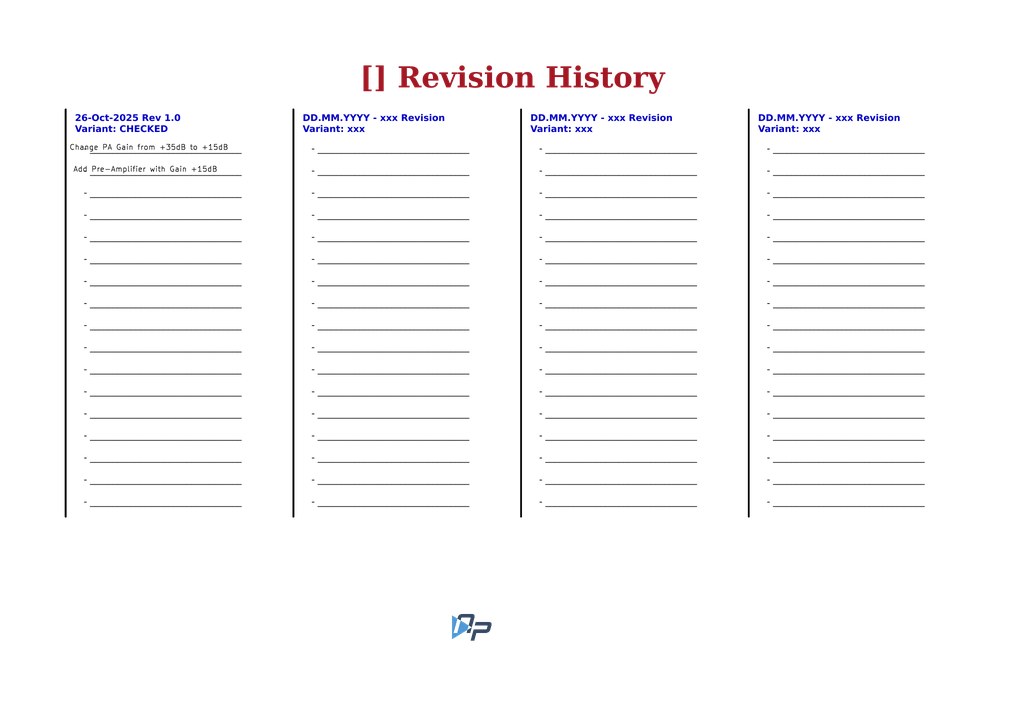
<source format=kicad_sch>
(kicad_sch
	(version 20250114)
	(generator "eeschema")
	(generator_version "9.0")
	(uuid "ea8c4f5e-7a49-4faf-a994-dbc85ed86b0a")
	(paper "A4")
	(title_block
		(title "Revision History")
		(date "Last Modified Date")
		(rev "${REVISION}")
		(company "${COMPANY}")
	)
	(lib_symbols)
	(text "Change PA Gain from +35dB to +15dB"
		(exclude_from_sim no)
		(at 43.18 42.926 0)
		(effects
			(font
				(size 1.524 1.524)
				(color 0 0 0 1)
			)
		)
		(uuid "193e6f8b-c950-4b92-badb-6c1df299b19f")
	)
	(text "Add Pre-Amplifier with Gain +15dB"
		(exclude_from_sim no)
		(at 42.164 49.276 0)
		(effects
			(font
				(size 1.524 1.524)
				(color 0 0 0 1)
			)
		)
		(uuid "e25461f7-6879-4c03-964f-6e39f4793e17")
	)
	(text_box "- _________________________________\n\n- _________________________________\n\n- _________________________________\n\n- _________________________________\n\n- _________________________________\n\n- _________________________________\n\n- _________________________________\n\n- _________________________________\n\n- _________________________________\n\n- _________________________________\n\n- _________________________________\n\n- _________________________________\n\n- _________________________________\n\n- _________________________________\n\n- _________________________________\n\n- _________________________________\n\n- _________________________________"
		(exclude_from_sim no)
		(at 220.98 40.64 0)
		(size 58.42 115.57)
		(margins 1.4287 1.4287 1.4287 1.4287)
		(stroke
			(width -0.0001)
			(type default)
		)
		(fill
			(type none)
		)
		(effects
			(font
				(face "Arial")
				(size 1.905 1.905)
				(color 0 0 0 1)
			)
			(justify left top)
		)
		(uuid "0c062e2b-2be1-4307-b752-045c211787f4")
	)
	(text_box "DD.MM.YYYY - xxx Revision\nVariant: xxx"
		(exclude_from_sim no)
		(at 86.36 31.75 0)
		(size 57.15 7.62)
		(margins 1.4287 1.4287 1.4287 1.4287)
		(stroke
			(width -0.0001)
			(type default)
		)
		(fill
			(type none)
		)
		(effects
			(font
				(face "Arial")
				(size 1.905 1.905)
				(thickness 0.254)
				(bold yes)
			)
			(justify left top)
		)
		(uuid "14f2d7b6-dcd6-4c43-91a3-c7a76690654c")
	)
	(text_box "[${#}] ${TITLE}"
		(exclude_from_sim no)
		(at 80.01 16.51 0)
		(size 137.16 12.7)
		(margins 4.4999 4.4999 4.4999 4.4999)
		(stroke
			(width -0.0001)
			(type default)
		)
		(fill
			(type none)
		)
		(effects
			(font
				(face "Times New Roman")
				(size 6 6)
				(thickness 1.2)
				(bold yes)
				(color 162 22 34 1)
			)
		)
		(uuid "20a0a094-ac98-46df-bdac-21d5721f7697")
	)
	(text_box "DD.MM.YYYY - xxx Revision\nVariant: xxx"
		(exclude_from_sim no)
		(at 152.4 31.75 0)
		(size 57.15 7.62)
		(margins 1.4287 1.4287 1.4287 1.4287)
		(stroke
			(width -0.0001)
			(type default)
		)
		(fill
			(type none)
		)
		(effects
			(font
				(face "Arial")
				(size 1.905 1.905)
				(thickness 0.254)
				(bold yes)
			)
			(justify left top)
		)
		(uuid "61447e65-3862-4ca7-a61e-5d8506cb38bb")
	)
	(text_box "- _________________________________\n\n- _________________________________\n\n- _________________________________\n\n- _________________________________\n\n- _________________________________\n\n- _________________________________\n\n- _________________________________\n\n- _________________________________\n\n- _________________________________\n\n- _________________________________\n\n- _________________________________\n\n- _________________________________\n\n- _________________________________\n\n- _________________________________\n\n- _________________________________\n\n- _________________________________\n\n- _________________________________"
		(exclude_from_sim no)
		(at 22.86 40.64 0)
		(size 58.42 115.57)
		(margins 1.4287 1.4287 1.4287 1.4287)
		(stroke
			(width -0.0001)
			(type default)
		)
		(fill
			(type none)
		)
		(effects
			(font
				(face "Arial")
				(size 1.905 1.905)
				(color 0 0 0 1)
			)
			(justify left top)
		)
		(uuid "7cea8527-91c8-47c3-a860-064e128bcffe")
	)
	(text_box "- _________________________________\n\n- _________________________________\n\n- _________________________________\n\n- _________________________________\n\n- _________________________________\n\n- _________________________________\n\n- _________________________________\n\n- _________________________________\n\n- _________________________________\n\n- _________________________________\n\n- _________________________________\n\n- _________________________________\n\n- _________________________________\n\n- _________________________________\n\n- _________________________________\n\n- _________________________________\n\n- _________________________________"
		(exclude_from_sim no)
		(at 154.94 40.64 0)
		(size 58.42 115.57)
		(margins 1.4287 1.4287 1.4287 1.4287)
		(stroke
			(width -0.0001)
			(type default)
		)
		(fill
			(type none)
		)
		(effects
			(font
				(face "Arial")
				(size 1.905 1.905)
				(color 0 0 0 1)
			)
			(justify left top)
		)
		(uuid "8ad0acb7-8a2e-40a2-87c7-888a93359ccd")
	)
	(text_box "26-Oct-2025 Rev 1.0\nVariant: CHECKED"
		(exclude_from_sim no)
		(at 20.32 31.75 0)
		(size 57.15 7.62)
		(margins 1.4287 1.4287 1.4287 1.4287)
		(stroke
			(width -0.0001)
			(type solid)
		)
		(fill
			(type none)
		)
		(effects
			(font
				(face "Arial")
				(size 1.905 1.905)
				(thickness 0.254)
				(bold yes)
			)
			(justify left top)
		)
		(uuid "922c5813-4880-4ddf-ba01-939f72022a9d")
	)
	(text_box "- _________________________________\n\n- _________________________________\n\n- _________________________________\n\n- _________________________________\n\n- _________________________________\n\n- _________________________________\n\n- _________________________________\n\n- _________________________________\n\n- _________________________________\n\n- _________________________________\n\n- _________________________________\n\n- _________________________________\n\n- _________________________________\n\n- _________________________________\n\n- _________________________________\n\n- _________________________________\n\n- _________________________________"
		(exclude_from_sim no)
		(at 88.9 40.64 0)
		(size 58.42 115.57)
		(margins 1.4287 1.4287 1.4287 1.4287)
		(stroke
			(width -0.0001)
			(type default)
		)
		(fill
			(type none)
		)
		(effects
			(font
				(face "Arial")
				(size 1.905 1.905)
				(color 0 0 0 1)
			)
			(justify left top)
		)
		(uuid "cd63b456-8f62-4290-9191-6ad427c40f65")
	)
	(text_box "DD.MM.YYYY - xxx Revision\nVariant: xxx"
		(exclude_from_sim no)
		(at 218.44 31.75 0)
		(size 57.15 7.62)
		(margins 1.4287 1.4287 1.4287 1.4287)
		(stroke
			(width -0.0001)
			(type default)
		)
		(fill
			(type none)
		)
		(effects
			(font
				(face "Arial")
				(size 1.905 1.905)
				(thickness 0.254)
				(bold yes)
			)
			(justify left top)
		)
		(uuid "f47af890-f55a-44bf-b54f-b7df3adde008")
	)
	(polyline
		(pts
			(xy 19.05 31.75) (xy 19.05 149.86)
		)
		(stroke
			(width 0.508)
			(type default)
			(color 0 0 0 1)
		)
		(uuid "4849fe72-6429-4f5b-a9e6-56656658a37b")
	)
	(polyline
		(pts
			(xy 85.09 31.75) (xy 85.09 149.86)
		)
		(stroke
			(width 0.508)
			(type solid)
			(color 0 0 0 1)
		)
		(uuid "5f29c90a-4bd5-401c-a0f6-a99df09914f4")
	)
	(polyline
		(pts
			(xy 85.09 31.75) (xy 85.09 149.86)
		)
		(stroke
			(width 0.508)
			(type default)
			(color 0 0 0 1)
		)
		(uuid "74018a10-ab58-4dc2-b4e6-376117e1ffc0")
	)
	(polyline
		(pts
			(xy 151.13 31.75) (xy 151.13 149.86)
		)
		(stroke
			(width 0.508)
			(type default)
			(color 0 0 0 1)
		)
		(uuid "a6b610d4-f09b-4d6e-ac67-0bb3d0e09fbe")
	)
	(polyline
		(pts
			(xy 19.05 31.75) (xy 19.05 149.86)
		)
		(stroke
			(width 0.508)
			(type default)
			(color 0 0 0 1)
		)
		(uuid "b271ef24-6836-4d14-b8f8-8568bc734aca")
	)
	(polyline
		(pts
			(xy 217.17 31.75) (xy 217.17 149.86)
		)
		(stroke
			(width 0.508)
			(type default)
			(color 0 0 0 1)
		)
		(uuid "fe21cbb6-f53c-41a1-bc1c-520e82f71f78")
	)
	(image
		(at 136.144 182.118)
		(scale 0.0488683)
		(uuid "277d0540-81d9-4c43-af05-287efc312f1b")
		(data "iVBORw0KGgoAAAANSUhEUgAAEEoAAAuJCAYAAAAnXT5aAAAF0WlUWHRYTUw6Y29tLmFkb2JlLnht"
			"cAAAAAAAPD94cGFja2V0IGJlZ2luPSLvu78iIGlkPSJXNU0wTXBDZWhpSHpyZVN6TlRjemtjOWQi"
			"Pz4KPHg6eG1wbWV0YSB4bWxuczp4PSJhZG9iZTpuczptZXRhLyIgeDp4bXB0az0iWE1QIENvcmUg"
			"NS41LjAiPgogPHJkZjpSREYgeG1sbnM6cmRmPSJodHRwOi8vd3d3LnczLm9yZy8xOTk5LzAyLzIy"
			"LXJkZi1zeW50YXgtbnMjIj4KICA8cmRmOkRlc2NyaXB0aW9uIHJkZjphYm91dD0iIgogICAgeG1s"
			"bnM6eG1wPSJodHRwOi8vbnMuYWRvYmUuY29tL3hhcC8xLjAvIgogICAgeG1sbnM6cGhvdG9zaG9w"
			"PSJodHRwOi8vbnMuYWRvYmUuY29tL3Bob3Rvc2hvcC8xLjAvIgogICAgeG1sbnM6ZGM9Imh0dHA6"
			"Ly9wdXJsLm9yZy9kYy9lbGVtZW50cy8xLjEvIgogICAgeG1sbnM6ZXhpZj0iaHR0cDovL25zLmFk"
			"b2JlLmNvbS9leGlmLzEuMC8iCiAgICB4bWxuczp0aWZmPSJodHRwOi8vbnMuYWRvYmUuY29tL3Rp"
			"ZmYvMS4wLyIKICAgIHhtbG5zOnhtcE1NPSJodHRwOi8vbnMuYWRvYmUuY29tL3hhcC8xLjAvbW0v"
			"IgogICAgeG1sbnM6c3RFdnQ9Imh0dHA6Ly9ucy5hZG9iZS5jb20veGFwLzEuMC9zVHlwZS9SZXNv"
			"dXJjZUV2ZW50IyIKICAgeG1wOkNyZWF0ZURhdGU9IjIwMjUtMDktMDFUMTk6NDM6NDgrMDc6MDAi"
			"CiAgIHhtcDpNb2RpZnlEYXRlPSIyMDI1LTEwLTEwVDE1OjMxOjQ4KzA3OjAwIgogICB4bXA6TWV0"
			"YWRhdGFEYXRlPSIyMDI1LTEwLTEwVDE1OjMxOjQ4KzA3OjAwIgogICBwaG90b3Nob3A6RGF0ZUNy"
			"ZWF0ZWQ9IjIwMjUtMDktMDFUMTk6NDM6NDgrMDc6MDAiCiAgIHBob3Rvc2hvcDpDb2xvck1vZGU9"
			"IjMiCiAgIHBob3Rvc2hvcDpJQ0NQcm9maWxlPSJzUkdCIElFQzYxOTY2LTIuMSIKICAgZXhpZjpQ"
			"aXhlbFhEaW1lbnNpb249IjQxNzAiCiAgIGV4aWY6UGl4ZWxZRGltZW5zaW9uPSIyOTUzIgogICBl"
			"eGlmOkNvbG9yU3BhY2U9IjEiCiAgIHRpZmY6SW1hZ2VXaWR0aD0iNDE3MCIKICAgdGlmZjpJbWFn"
			"ZUxlbmd0aD0iMjk1MyIKICAgdGlmZjpSZXNvbHV0aW9uVW5pdD0iMiIKICAgdGlmZjpYUmVzb2x1"
			"dGlvbj0iMzAwLzEiCiAgIHRpZmY6WVJlc29sdXRpb249IjMwMC8xIj4KICAgPGRjOnRpdGxlPgog"
			"ICAgPHJkZjpBbHQ+CiAgICAgPHJkZjpsaSB4bWw6bGFuZz0ieC1kZWZhdWx0Ij5OUF9sb2dvX2Js"
			"YWNrX2FmZmluaXR5RmlsZTwvcmRmOmxpPgogICAgPC9yZGY6QWx0PgogICA8L2RjOnRpdGxlPgog"
			"ICA8eG1wTU06SGlzdG9yeT4KICAgIDxyZGY6U2VxPgogICAgIDxyZGY6bGkKICAgICAgc3RFdnQ6"
			"YWN0aW9uPSJwcm9kdWNlZCIKICAgICAgc3RFdnQ6c29mdHdhcmVBZ2VudD0iQWZmaW5pdHkgRGVz"
			"aWduZXIgMiAyLjYuNCIKICAgICAgc3RFdnQ6d2hlbj0iMjAyNS0xMC0xMFQxNTozMTo0OCswNzow"
			"MCIvPgogICAgPC9yZGY6U2VxPgogICA8L3htcE1NOkhpc3Rvcnk+CiAgPC9yZGY6RGVzY3JpcHRp"
			"b24+CiA8L3JkZjpSREY+CjwveDp4bXBtZXRhPgo8P3hwYWNrZXQgZW5kPSJyIj8+2iusSgAAAYFp"
			"Q0NQc1JHQiBJRUM2MTk2Ni0yLjEAACiRdZG7SwNBEIe/RMUQFQUFLSyCqFWUqBC0sUjwBWqRRDBq"
			"k1xeQh7HXYIEW8E2oCDa+Cr0L9BWsBYERRHEWltFGw3nXBJIELPL7nz725lhdhasgaSS0htdkEpn"
			"Nd+Mx7EcXHE0v2GXaaMbW0jR1QX/dIC64+sBi2nvhsxc9f3+HS2RqK6AxSY8qahaVnhWeH4jq5q8"
			"K9ylJEIR4XNhpyYFCt+berjMrybHy/xjshbwecHaIeyI13C4hpWElhKWl9OfSuaUSj3mS1qj6SW/"
			"2D5Zvej4mMGDgzmm8OJmhAnZ3QwxyrCcqBPvKsUvkpFYRXaVPBrrxEmQxSlqTrJHxcZEj8pMkjf7"
			"/7evemxstJy91QNNL4bxMQDNO1AsGMb3sWEUT6DhGa7S1fjMEYx/il6oav2H0L4FF9dVLbwHl9vQ"
			"86SGtFBJapBljcXg/QzagtB5C/bVcs8q95w+QmBTvuoG9g9gUPzb134BHLFnxMvbySEAAAAJcEhZ"
			"cwAALiMAAC4jAXilP3YAACAASURBVHic7MEBAQAAAICQ/q/uCAoAAAAAAAAAAAAAAAAAAAAAAAAA"
			"AAAAAAAAAAAAAAAAAAAAAAAAAAAAAAAAAAAAAAAAAAAAAAAAAAAAAAAAAAAAAAAAAAAAAAAAAAAA"
			"AAAAAAAAAAAAAAAAAAAAAAAAAAAAAAAAAAAAAAAAAAAAAAAAAAAAAAAAAAAAAAAAAAAAAAAAAAAA"
			"AAAAAAAAAAAAAAAAAAAAAAAAAAAAAAAAAAAAAAAAAAAAAAAAAAAAAAAAAAAAAAAAAAAAAAAAAAAA"
			"AAAAAAAAAAAAAAAAAAAAAAAAAAAAAAAAAAAAAAAAAAAAAAAAAAAAAAAAAAAAAAAAAAAAAAAAAAAA"
			"AAAAAAAAAAAAAAAAAAAAAAAAAAAAAAAAAAAAAAAAAAAAAAAAAAAAAAAAAAAAAAAAAAAAAAAAAAAA"
			"AAAAAAAAAAAAAAAAAAAAAAAAAAAAAAAAAAAAAAAAAAAAAAAAAAAAAAAAAAAAAAAAAAAAAAAAAAAA"
			"AAAAAAAAAAAAAAAAAAAAAAAAAAAAAAAAAAAAAAAAAAAAAAAAAAAAAAAAAAAAAAAAAAAAAAAAAAAA"
			"AAAAAAAAAAAAAAAAAAAAAAAAAAAAAAAAAAAAAAAAAAAAAAAAAAAAAAAAAAAAAAAAAAAAAAAAAAAA"
			"AAAAAAAAAAAAAAAAAAAAAAAAAAAAAAAAAAAAAAAAAAAAAAAAAAAAAAAAAAAAAAAAAAAAAAAAAAAA"
			"AAAAAAAAAAAAAAAAAAAAAAAAAAAAAAAAAAAAAAAAAAAAAAAAAAAAAAAAAAAAAAAAAAAAAAAAAAAA"
			"AAAAAAAAAAAAAAAAAAAAAAAAAAAAAAAAAAAAAAAAAAAAAAAAAAAAAAAAAAAAAAAAAAAAAAAAAAAA"
			"AAAAAAAAAAAAAAAAAAAAAAAAAAAAAAAAAAAAAAAAAAAAAAAAAAAAAAAAAAAAAAAAAAAAAAAAAAAA"
			"AAAAAAAAAAAAAAAAAAAAAAAAAAAAAAAAAAAAAAAAAAAAAAAAAAAAAAAAAAAAAAAAAAAAAAAAAAAA"
			"AAAAAAAAAAAAAAAAAAAAAAAAAAAAAAAAAAAAAAAAAAAAAAAAAAAAAAAAAAAAAAAAAAAAAAAAAAAA"
			"AAAAAAAAAAAAAAAAAAAAAAAAAAAAAAAAAAAAAAAAAAAAAAAAAAAAAAAAAAAAAAAAAAAAAAAAAAAA"
			"AAAAAAAAAAAAAAAAAAAAAAAAAAAAAAAAAAAAAAAAAAAAAAAAAAAAAAAAAAAAAAAAAAAAAAAAAAAA"
			"AAAAAAAAAAAAAAAAAAAAAAAAAAAAAAAAAAAAAAAAAAAAAAAAAAAAAAAAAAAAAAAAAAAAAAAAAAAA"
			"AAAAAAAAAAAAAAAAAAAAAAAAAAAAAAAAAAAAAAAAAAAAAAAAAAAAAAAAAAAAAAAAAAAAAAAAAAAA"
			"AAAAAAAAAAAAAAAAAAAAAAAAAAAAAAAAAAAAAAAAAAAAAAAAAAAAAAAAAAAAAAAAAAAAAAAAAAAA"
			"AAAAAAAAAAAAAAAAAAAAAAAAAAAAAAAAAAAAAAAAAAAAAAAAAAAAAAAAAAAAAAAAAAAAAAAAAAAA"
			"AAAAAAAAAAAAAAAAAAAAAAAAAAAAAAAAAAAAAAAAAAAAAAAAAAAAAAAAAAAAAAAAAAAAAAAAAAAA"
			"AAAAAAAAAAAAAAAAAAAAAAAAAAAAAAAAAAAAAAAAAAAAAAAAAAAAAAAAAAAAAAAAAAAAAAAAAAAA"
			"AAAAAAAAAAAAAAAAAAAAAAAAAAAAAAAAAAAAAAAAAAAAAAAAAAAAAAAAAAAAAAAAAAAAAAAAAAAA"
			"AAAAAAAAAAAAAAAAAAAAAAAAAAAAAAAAAAAAAAAAAAAAAAAAAAAAAAAAAAAAAAAAAAAAAAAAAAAA"
			"AAAAAAAAAAAAAAAAAAAAAAAAAAAAAAAAAAAAAAAAAAAAAAAAAAAAAAAAAAAAAAAAAAAAAAAAAAAA"
			"AAAAAAAAAAAAAAAAAAAAAAAAAAAAAAAAAAAAAAAAAAAAAAAAAAAAAAAAAAAAAAAAAAAAAAAAAAAA"
			"AAAAAAAAAAAAAAAAAAAAAAAAAAAAAAAAAAAAAAAAAAAAAAAAAAAAAAAAAAAAAAAAAAAAAAAAAAAA"
			"AAAAAAAAAAAAAAAAAAAAAAAAAAAAAAAAAAAAAAAAAAAAAAAAAAAAAAAAAAAAAAAAAAAAAAAAAAAA"
			"AAAAAAAAAAAAAAAAAAAAAAAAAAAAAAAAAAAAAAAAAAAAAAAAAAAAAAAAAAAAAAAAAAAAAAAAAAAA"
			"AAAAAAAAAAAAAAAAAAAAAAAAAAAAAAAAAAAAAAAAAAAAAAAAAAAAAAAAAAAAAAAAAAAAAAAAAAAA"
			"AAAAAAAAAAAAAAAAAAAAAAAAAAAAAAAAAAAAAAAAAAAAAAAAAAAAAAAAAAAAAAAAAAAAAAAAAAAA"
			"AAAAAAAAAAAAAAAAAAAAAAAAAAAAAAAAAAAAAAAAAAAAAAAAAAAAAAAAAAAAAAAAAAAAAAAAAAAA"
			"AAAAAAAAAAAAAAAAAAAAAAAAAAAAAAAAAAAAAAAAAAAAAAAAAAAAAAAAAAAAAAAAAAAAAAAAAAAA"
			"AAAAAAAAAAAAAAAAAAAAAAAAAAAAAAAAAAAAAAAAAAAAAAAAAAAAAAAAAAAAAAAAAAAAAAAAAAAA"
			"AAAAAAAAAAAAAAAAAAAAAAAAAAAAAAAAAAAAAAAAAAAAAAAAAAAAAAAAAAAAAAAAAAAAAAAAAAAA"
			"AAAAAAAAAAAAAAAAAAAAAAAAAAAAAAAAAAAAAAAAAAAAAAAAAAAAAAAAAAAAAAAAAAAAAAAAAAAA"
			"AAAAAAAAAAAAAAAAAAAAAAAAAAAAAAAAAAAAAAAAAAAAAAAAAAAAAAAAAAAAAAAAAAAAAAAAAAAA"
			"AAAAAAAAAAAAAAAAAAAAAAAAAAAAAAAAAAAAAAAAAAAAAAAAAAAAAAAAAAAAAAAAAAAAAAAAAAAA"
			"AAAAAAAAAAAAAAAAAAAAAAAAAAAAAAAAAAAAAAAAAAAAAAAAAAAAAAAAAAAAAAAAAAAAAAAAAAAA"
			"AAAAAAAAAAAAAAAAAAAAAAAAAAAAAAAAAAAAAAAAAAAAAAAAAAAAAAAAAAAAAAAAAAAAAAAAAAAA"
			"AAAAAAAAAAAAAAAAAAAAAAAAAAAAAAAAAAAAAAAAAAAAAAAAAAAAAAAAAAAAAAAAAAAAAAAAAAAA"
			"AAAAAAAAAAAAAAAAAAAAAAAAAAAAAAAAAAAAAAAAAAAAAAAAAAAAAAAAAAAAAAAAAAAAAAAAAAAA"
			"AAAAAAAAAAAAAAAAAAAAAAAAAAAAAAAAAAAAAAAAAAAAAAAAAAAAAAAAAAAAAAAAAAAAAAAAAAAA"
			"AAAAAAAAAAAAAAAAAAAAAAAAAAAAAAAAAAAAAAAAAAAAAAAAAAAAAAAAAAAAAAAAAAAAAAAAAAAA"
			"AAAAAAAAAAAAAAAAAAAAAAAAAAAAAAAAAAAAAAAAAAAAAAAAAAAAAAAAAAAAAAAAAAAAAAAAAAAA"
			"AAAAAAAAAAAAAAAAAAAAAAAAAAAAAAAAAAAAAAAAAAAAAAAAAAAAAAAAAAAAAAAAAAAAAAAAAAAA"
			"AAAAAAAAAAAAAAAAAAAAAAAAAAAAAAAAAAAAAAAAAAAAAAAAAAAAAAAAAAAAAAAAAAAAAAAAAAAA"
			"AAAAAAAAAAAAAAAAAAAAAAAAAAAAAAAAAAAAAAAAAAAAAAAAAAAAAAAAAAAAAAAAAAAAAAAAAAAA"
			"AAAAAAAAAAAAAAAAAAAAAAAAAAAAAAAAAAAAAAAAAAAAAAAAAAAAAAAAAAAAAAAAAAAAAAAAAAAA"
			"AAAAAAAAAAAAAAAAAAAAAAAAAAAAAAAAAAAAAAAAAAAAAAAAAAAAAAAAAAAAAAAAAAAAAAAAAAAA"
			"AAAAAAAAAAAAAAAAAAAAAAAAAAAAAAAAAAAAAAAAAAAAAAAAAAAAAAAAAAAAAAAAAAAAAAAAAAAA"
			"AAAAAAAAAAAAAAAAAAAAAAAAAAAAAAAAAAAAAAAAAAAAAAAAAAAAAAAAAAAAAAAAAAAAAAAAAAAA"
			"AAAAAAAAAAAAAAAAAAAAAAAAAAAAAAAAAAAAAAAAAAAAAAAAAAAAAAAAAAAAAAAAAAAAAAAAAAAA"
			"AAAAAAAAAAAAAAAAAAAAAAAAAAAAAAAAAAAAAAAAAAAAAAAAAAAAAAAAAAAAAAAAAAAAAAAAAAAA"
			"AAAAAAAAAAAAAAAAAAAAAAAAAAAAAAAAAAAAAAAAAAAAAAAAAAAAAAAAAAAAAAAAAAAAAAAAAAAA"
			"AAAAAAAAAAAAAAAAAAAAAAAAAAAAAAAAAAAAAAAAAAAAAAAAAAAAAAAAAAAAAAAAAAAAAAAAAAAA"
			"AAAAAAAAAAAAAAAAAAAAAAAAAAAAAAAAAAAAAAAAAAAAAAAAAAAAAAAAAAAAAAAAAAAAAAAAAAAA"
			"AAAAAAAAAAAAAAAAAAAAAAAAAAAAAAAAAAAAAAAAAAAAAAAAAAAAAAAAAAAAAAAAAAAAAAAAAAAA"
			"AAAAAAAAAAAAAAAAAAAAAAAAAAAAAAAAAAAAAAAAAAAAAAAAAAAAAAAAAAAAAAAAAAAAAAAAAAAA"
			"AAAAAAAAAAAAAAAAAAAAAAAAAAAAAAAAAAAAAAAAAAAAAAAAAAAAAAAAAAAAAAAAAAAAAAAAAAAA"
			"AAAAAAAAAAAAAAAAAAAAAAAAAAAAAAAAAAAAAAAAAAAAAAAAAAAAAAAAAAAAAAAAAAAAAAAAAAAA"
			"AAAAAAAAAAAAAAAAAAAAAAAAAAAAAAAAAAAAAAAAAAAAAAAAAAAAAAAAAAAAAAAAAAAAAAAAAAAA"
			"AAAAAAAAAAAAAAAAAAAAAAAAAAAAAAAAAAAAAAAAAAAAAAAAAAAAAAAAAAAAAAAAAAAAAAAAAAAA"
			"AAAAAAAAAAAAAAAAAAAAAAAAAAAAAAAAAAAAAAAAAAAAAAAAAAAAAAAAAAAAAAAAAAAAAAAAAAAA"
			"AAAAAAAAAAAAAAAAAAAAAAAAAAAAAAAAAAAAAAAAAAAAAAAAAAAAAAAAAAAAAAAAAAAAAAAAAAAA"
			"AAAAAAAAAAAAAAAAAAAAAAAAAAAAAAAAAAAAAAAAAAAAAAAAAAAAAAAAAAAAAAAAAAAAAAAAAAAA"
			"AAAAAAAAAAAAAAAAAAAAAAAAAAAAAAAAAAAAAAAAAAAAAAAAAAAAAAAAAAAAAAAAAAAAAAAAAAAA"
			"AAAAAAAAAAAAAAAAAAAAAAAAAAAAAAAAAAAAAAAAAAAAAAAAAAAAAAAAAAAAAAAAAAAAAAAAAAAA"
			"AAAAAAAAAAAAAAAAAAAAAAAAAAAAAAAAAAAAAAAAAAAAAAAAAAAAAAAAAAAAAAAAAAAAAAAAAAAA"
			"AAAAAAAAAAAAAAAAAAAAAAAAAAAAAAAAAAAAAAAAAAAAAAAAAAAAAAAAAAAAAAAAAAAAAAAAAAAA"
			"AAAAAAAAAAAAAAAAAAAAAAAAAAAAAAAAAAAAAAAAAAAAAAAAAAAAAAAAAAAAAAAAAAAAAAAAAAAA"
			"AAAAAAAAAAAAAAAAAAAAAAAAAAAAAAAAAAAAAIDZub+VKMIwjuM//2QHelBgZGGgB5IeBnsRex97"
			"XXMfcwvFHBpFoNSBRhYJIf1xTTvYIddVYpVtR3c/H3h4Z5g5eN4b+AIAAAAAAAAAAAAAAAAAAAAA"
			"AAAAAAAAAAAAAAAAAAAAAAAAAAAAAAAAAAAAAAAAAAAAAAAAAAAAAAAAAAAAAAAAAAAAAAAAAAAA"
			"AAAAAAAAAAAAAAAAAAAAAAAAAAAAAAAAAAAAAAAAAAAAAAAAAAAAAAAAAAAAAAAAAAAAAAAAAAAA"
			"AAAAAAAAAAAAAAAAAAAAAAAAAAAAAAAAAAAAAAAAAAAAAAAAAAAAAAAAAAAAAAAAAAAAAAAAAAAA"
			"AAAAAAAAAAAAAAAAAAAAAAAAAAAAAAAAAAAAAAAAAAAAAAAAAAAAAAAAAAAAAAAAAAAAAAAAAAAA"
			"AAAAAAAAAAAAAAAAAAAAAAAAAAAAAAAAAAAAAAAAAAAAAAAAAAAAAAAAAAAAAAAAAAAAAAAAAAAA"
			"AAAAAAAAAAAAAAAAAAAAAAAAAAAAAAAAAAAAAAAAAAAAAAAAAAAAAAAAAAAAAAAAAAAAAAAAAAAA"
			"AAAAAAAAAAAAAAAAAAAAAAAAAAAAAAAAAAAAAAAAAAAAAAAAAAAAAAAAAAAAAAAAAAAAAAAAAAAA"
			"AAAAAAAAAAAAAAAAAAAAAAAAAAAAAAAAAAAAAAAAAAAAAAAAAAAAAAAAAAAAAAAAAAAAAAAAAAAA"
			"AAAAAAAAAAAAAAAAAAAAAAAAAAAAAAAAAAAAAAAAAAAAAAAAAAAAAAAAAAAAAAAAAAAAAAAAAAAA"
			"AAAAAAAAAAAAAAAAAAAAAAAAAAAAAAAAAAAAAAAAAAAAAAAAAAAAAAAAAAAAAAAAAAAAAAAAAAAA"
			"AAAAAAAAAAAAAAAAAAAAAAAAAAAAAAAAAAAAAAAAAAAAAAAAAAAAAAAAAAAAAAAAAAAAAAAAAAAA"
			"AAAAAAAAAAAAAAAAAAAAAAAAAAAAAAAAAAAAAAAAAAAAAAAAAAAAAAAAAAAAAAAAAAAAAAAAAAAA"
			"AAAAAAAAAAAAAAAAAAAAAAAAAAAAAAAAAAAAAAAAAAAAAAAAAAAAAAAAAAAAAAAAAAAAAAAAAAAA"
			"AAAAAAAAAAAAAAAAAAAAAAAAAAAAAAAAAAAAAAAAAAAAAAAAAAAAAAAAAAAAAAAAAAAAAAAAAAAA"
			"AAAAAAAAAAAAAAAAAAAAAAAAAAAAAAAAAAAAAAAAAAAAAAAAAAAAAAAAAAAAAAAAAAAAAAAAAAAA"
			"AAAAAAAAAAAAAAAAAAAAAAAAAAAAAAAAAAAAAAAAAAAAAAAAAAAAAAAAAAAAAAAAAAAAAAAAAAAA"
			"AAAAAAAAAAAAAAAAAAAAAAAAAAAAAAAAAAAAAAAAAAAAAAAAAAAAAAAAAAAAAAAAAAAAAAAAAAAA"
			"AAAAAAAAAAAAAAAAAAAAAAAAAAAAAAAAAAAAAAAAAAAAAAAAAAAAAAAAAAAAAAAAAAAAAAAAAAAA"
			"AAAAAAAAAAAAAAAAAAAAAAAAAAAAAAAAAAAAAAAAAAAAAAAAAAAAAAAAAAAAAAAAAAAAAAAAAAAA"
			"AAAAAAAAAAAAAAAAAAAAAAAAAAAAAAAAAAAAAAAAAAAAAAAAAAAAAAAAAAAAAAAAAAAAAAAAAAAA"
			"AAAAAAAAAAAAAAAAAAAAAAAAAAAAAAAAAAAAAAAAAAAAAAAAAAAAAAAAAAAAAAAAAAAAAAAAAAAA"
			"AAAAAAAAAAAAAAAAAAAAAAAAAAAAAAAAAAAAAAAAAAAAAAAAAAAAAAAAAAAAAAAAAAAAAAAAAAAA"
			"AAAAAAAAAAAAAAAAAAAAAAAAAAAAAAAAAAAAAAAAAAAAAAAAAAAAAAAAAAAAAAAAAAAAAAAAAAAA"
			"AAAAAAAAAAAAAAAAAAAAAAAAAAAAAAAAAAAAAAAAAAAAAAAAAAAAAAAAAAAAAAAAAAAAAAAAAAAA"
			"AAAAAAAAAAAAAAAAAAAAAAAAAAAAAAAAAAAAAAAAAAAAAAAAAAAAAAAAAAAAAAAAAAAAAAAAAAAA"
			"AAAAAAAAAAAAAAAAAAAAAAAAAAAAAAAAAAAAAAAAAAAAAAAAAAAAAAAAAAAAAAAAAAAAAAAAAAAA"
			"AAAAAAAAAAAAAAAAAAAAAAAAAAAAAAAAAAAAAAAAAAAAAAAAAAAAAAAAAAAAAAAAAAAAAAAAAAAA"
			"AAAAAAAAAAAAAAAAAAAAAAAAAAAAAAAAAAAAAAAAAAAAAAAAAAAAAAAAAAAAAAAAAAAAAAAAAAAA"
			"AAAAAAAAAAAAAAAAAAAAAAAAAAAAAAAAAAAAAAAAAAAAAAAAAAAAAAAAAAAAAAAAAAAAAAAAAAAA"
			"AAAAAAAAAAAAAAAAAAAAAAAAAAAAAAAAAAAAAAAAAAAAAAAAAAAAAAAAAAAAAAAAAAAAAAAAAAAA"
			"AAAAAAAAAAAAAAAAAAAAAAAAAAAAAAAAAAAAAAAAAAAAAAAAAAAAAAAAAAAAAAAAAAAAAAAAAAAA"
			"AAAAAAAAAAAAAAAAAAAAAAAAAAAAAAAAAAAAAAAAAAAAAAAAAAAAAAAAAAAAAAAAAAAAAAAAAAAA"
			"AAAAAAAAAAAAAAAAAAAAAAAAAAAAAAAAAAAAAAAAAAAAAAAAAAAAAAAAAAAAAAAAAAAAAAAAAAAA"
			"AAAAAAAAAAAAAAAAAAAAAAAAAAAAAAAAAAAAAAAAAAAAAAAAAAAAAAAAAAAAAAAAAAAAAAAAAAAA"
			"AAAAAAAAAAAAAAAAAAAAAAAAAAAAAAAAAAAAAAAAAAAAAAAAAAAAAAAAAAAAAAAAAAAAAAAAAAAA"
			"AAAAAAAAAAAAAAAAAAAAAAAAAAAAAAAAAAAAAAAAAAAAAAAAAAAAAAAAAAAAAAAAAAAAAAAAAAAA"
			"AAAAAAAAAAAAAAAAAAAAAAAAAAAAAAAAAAAAAAAAAAAAAAAAAAAAAAAAAAAAAAAAAAAAAAAAAAAA"
			"AAAAAAAAAAAAAAAAAAAAAAAAAAAAAAAAAAAAAAAAAAAAAAAAAAAAAAAAAAAAAAAAAAAAAAAAAAAA"
			"AAAAAAAAAAAAAAAAAAAAAAAAAAAAAAAAAAAAAAAAAAAAAAAAAAAAAAAAAAAAAAAAAAAAAAAAAAAA"
			"AAAAAAAAAAAAAAAAAAAAAAAAAAAAAAAAAAAAAAAAAAAAAAAAAAAAAAAAAAAAAAAAAAAAAAAAAAAA"
			"AAAAAAAAAAAAAAAAAAAAAAAAAAAAAAAAAAAAAAAAAAAAAAAAAAAAAAAAAAAAAAAAAAAAAAAAAAAA"
			"AAAAAAAAAAAAAAAAAAAAAAAAAAAAAAAAAAAAAAAAAAAAAAAAAAAAAAAAAAAAAAAAAAAAAAAAAAAA"
			"AAAAAAAAAAAAAAAAAAAAAAAAAAAAAAAAAAAAAAAAAAAAAAAAAAAAAAAAAAAAAAAAAAAAAAAAAAAA"
			"AAAAAAAAAAAAAAAAAAAAAAAAAAAAAAAAAAAAAAAAAAAAAAAAAAAAAAAAAAAAAAAAAAAAAAAAAAAA"
			"AAAAAAAAAAAAAAAAAAAAAAAAAAAAAAAAAAAAAAAAAAAAAAAAAAAAAAAAAAAAAAAAAAAAAAAAAAAA"
			"AAAAAAAAAAAAAAAAAAAAAAAAAAAAAAAAAAAAAAAAAAAAAAAAAAAAAAAAAAAAAAAAAAAAAAAAAAAA"
			"AAAAAAAAAAAAAAAAAAAAAAAAAAAAAAAAAAAAAAAAAAAAAAAAAAAAAAAAAAAAAAAAAAAAAAAAAAAA"
			"AAAAAAAAAAAAAAAAAAAAAAAAAAAAAAAAAAAAAAAAAAAAAAAAAAAAAAAAAAAAAAAAAAAAAAAAAAAA"
			"AAAAAAAAAAAAAAAAAAAAAAAAAAAAAAAAAAAAAAAAAAAAAAAAAAAAAAAAAAAAAAAAAAAAAAAAAAAA"
			"AAAAAAAAAAAAAAAAAAAAAAAAAAAAAAAAAAAAAAAAAAAAAAAAAAAAAAAAAAAAAAAAAAAAAAAAAAAA"
			"AAAAAAAAAAAAAAAAAAAAAAAAAAAAAAAAAAAAAAAAAAAAAAAAAAAAAAAAAAAAAAAAAAAAAAAAAAAA"
			"AAAAAAAAAAAAAAAAAAAAAAAAAAAAAAAAAAAAAAAAAAAAAAAAAAAAAAAAAAAAAAAAAAAAAAAAAAAA"
			"AAAAAAAAAAAAAAAAAAAAAAAAAAAAAAAAAAAAAAAAAAAAAAAAAAAAAAAAAAAAAAAAAAAAAAAAAAAA"
			"AAAAAAAAAAAAAAAAAAAAAAAAAAAAAAAAAAAAAAAAAAAAAAAAAAAAAAAAAAAAAAAAAAAAAAAAAAAA"
			"AAAAAAAAAAAAAAAAAAAAAAAAAAAAAAAAAAAAAAAAAAAAAAAAAAAAAAAAAAAAAAAAAAAAAAAAAAAA"
			"AAAAAAAAAAAAAAAAAAAAAAAAAAAAAAAAAAAAAAAAAAAAAAAAAAAAAAAAAAAAAAAAAAAAAAAAAAAA"
			"AAAAAAAAAAAAAAAAAAAAAAAAAAAAAAAAAAAAAAAAAAAAAAAAAAAAAAAAAAAAAAAAAAAAAAAAAAAA"
			"AAAAAAAAAAAAAAAAAAAAAAAAAAAAAAAAAAAAAAAAAAAAAAAAAAAAAAAAAAAAAAAAAAAAAAAAAAAA"
			"AAAAAAAAAAAAAAAAAAAAAAAAAAAAAAAAAAAAAAAAAAAAAAAAAAAAAAAAAAAAAAAAAAAAAAAAAAAA"
			"AAAAAAAAAAAAAAAAAAAAAAAAAAAAAAAAAAAAAAAAAAAAAAAAAAAAAAAAAAAAAAAAAAAAAAAAAAAA"
			"AAAAAAAAAAAAAAAAAAAAAAAAAAAAAAAAAAAAAAAAAAAAAAAAAAAAAAAAAAAAAAAAAAAAAAAAAAAA"
			"AAAAAAAAAAAAAAAAAAAAAAAAAAAAAAAAAAAAAAAAAAAAAAAAAAAAAAAAAAAAAAAAAAAAAAAAAAAA"
			"AAAAAAAAAAAAAAAAAAAAAAAAAAAAAAAAAAAAAAAAAAAAAAAAAAAAAAAAAAAAAAAAAAAAAAAAAAAA"
			"AAAAAAAAAAAAAAAAAAAAAAAAAAAAAAAAAAAAAAAAAAAAAAAAAAAAAAAAAAAAAAAAAAAAAAAAAAAA"
			"AAAAAAAAAAAAAAAAAAAAAAAAAAAAAAAAAAAAAAAAAAAAAAAAAAAAAAAAAAAAAAAAAAAAAAAAAAAA"
			"AAAAAAAAAAAAAAAAAAAAAAAAAAAAAAAAAAAAAAAAAAAAAAAAAAAAAAAAAAAAAAAAAAAAAAAAAAAA"
			"AAAAAAAAAAAAAAAAAAAAAAAAAAAAAAAAAAAAAAAAAAAAAAAAAAAAAAAAAAAAAAAAAAAAAAAAAAAA"
			"AAAAAAAAAAAAAAAAAAAAAAAAAAAAMBozTS8AAAAAAABwV7TanZkkC/XcH+E5P857AADcwEmSX0mO"
			"hzyH+adblcXZWG8BAAAAAAAAwEQQSgAAAAAAACZCHTFYTPJwYB4MvC/l5kGDe2O7EADAdDjO9eIK"
			"/f9+S3KY5Gt9Dj4fVmXRHeNdAAAAAAAAABgToQQAAAAAAODWabU7s0mWk6zU8yTJo1yOIAzGEOab"
			"2BcAgFvrrOYXXAAAIABJREFUKP+OKXxJsp/kYz0HVVmcNLMqAAAAAAAAAMMSSgAAAAAAAMam1e4s"
			"5jx8sJKLIYT+98dJ5hpaEwCA6XWa5CC9aEJ/QGF/4PxUlUW3qSUBAAAAAAAApp1QAgAAAAAAMBKt"
			"dmc+ybMka1fM0/QCCEtN7AYAACN2luRzetGED0l269mpz/dVWfxsbj0AAAAAAACAySaUAAAAAAAA"
			"DKUOIazm6hDCWv1troHVAADgNtrLeUChP6Kwm+SgKouzBncDAAAAAAAAuNOEEgAAAAAAgL/qGMJ6"
			"ks0kW/W5Xo8QAgAAjMb3nEcT3iR5nWQ7yduqLH40uRgAAAAAAADAXSCUAAAAAAAAU6jV7iwleZ6L"
			"QYTNJBtJFhpcDQAAptlpkp30ognbOQ8ovKvKotvkYgAAAAAAAAC3iVACAAAAAABMqFa7M5NkJZdj"
			"CFtJVhtcDQAAuJ5ukne5GE/YTrJblcXvJhcDAAAAAAAAaIJQAgAAAAAATIBWuzObZCPJi4FZbnIv"
			"AADgvzpKUiV5meRVPXt/2LvXYFvuuszjz97nnNzIlQlgwiUBglIhiElajTFIAkloIaSLiyJBKyMt"
			"EQmIIgOIDIJcrYgMMKPTzixE0Gg5gwhEZ0FFFChBdCnCYMtodEAhElAgAQZNgDMvTpQEOPvc9t6/"
			"dfl8qlbtt99Xu+rfq//Pmk0nu0urAAAAAAAAALaYoQQAAAAAAFgwTdsfnuR+uf0gwgOS3KGyCwAA"
			"mAv/kK+MJrw3yWw2ndxYmwQAAAAAAACwuQwlAAAAAADAHGva/pgk35LbjyKcnmRXZRcAALBQPpTb"
			"jyd8YDad3FybBAAAAAAAAHDwDCUAAAAAAMCcaNp+LclpSc5N8p23/j09nucDAACb61+S/GGS30/y"
			"9iR/MptObqlNAgAAAAAAANh/XqwEAAAAAIAiTdsfmeTs3H4Y4cTSKAAAYBV9Psk7s2c04e1J3j+b"
			"Tr5UmwQAAAAAAACwd4YSAAAAAABgmzRtf1L2jCH86+fsJLtKowAAAL7WZ5L8Qb4ynDDOppPdpUUA"
			"AAAAAAAAt2EoAQAAAAAAtkDT9mtJ7p3kwiTnZc8wwj1LowAAAA7OJ5L8fpJrk1wzm04+XtwDAAAA"
			"AAAArDhDCQAAAAAAsEmatr9zkgdnzzjChUlOqS0CAADYdLuTvDfJm279fGg2neyuTQIAAAAAAABW"
			"jaEEAAAAAAA4SE3bH5XkgdkzinBRkgfUFgEAAGy76/KV0YR3z6aTLxX3AAAAAAAAACvAUAIAAAAA"
			"AOynpu13Jjk7e4YRLkxybpLDSqMAAADmxz8luSZ7RhPeNptOPl/cAwAAAAAAACwpQwkAAAAAALCB"
			"pu3vnuSSJBcnuSDJcbVFAAAAC+Gfk1yb5I1J3jCbTm4s7gEAAAAAAACWiKEEAAAAAAC4jabt15I8"
			"IMmlSbokZ9UWAQAALLx/TvLmJK9P8tbZdHJLcQ8AAAAAAACw4AwlAAAAAACw8pq235XkQdkzjHBp"
			"knvUFgEAACytTyb59ewZTfjT2XSyu7gHAAAAAAAAWECGEgAAAAAAWElN2x+fpM2ecYTvTnJcbREA"
			"AMDK+VD2DCb82mw6+Uh1DAAAAAAAALA4DCUAAAAAALAymrY/Jcmlt37OT7KzNAgAAIB/9Y4kr0vy"
			"P2fTyU3VMQAAAAAAAMB8M5QAAAAAAMBSa9r+5CSPTXJZkqY4BwAAgI19IcnVSV49m07eXx0DAAAA"
			"AAAAzCdDCQAAAAAALJ2m7U9I8ugkj0tyQTwPBwAAWETvTPKqJG+aTSdfrI4BAAAAAAAA5ocXQwEA"
			"AAAAWApN2x+V5JIklyV5WJJdtUUAAABskr9P8gtJ/vtsOvnH6hgAAAAAAACgnqEEAAAAAAAWVtP2"
			"u5JcmORxSR6Z5OjaIgAAALbQPye5OsmrZ9PJn1fHAAAAAAAAAHUMJQAAAAAAsFCatl9P8h1JLkvy"
			"vUlOrC0CAACgwLuSvDrJb8+mk1uqYwAAAAAAAIDtZSgBAAAAAICF0LT9NyT5wSQ/lORexTkAAADM"
			"hw8neXGS182mk5uLWwAAAAAAAIBtYigBAAAAAIC51bT9epKLklyR5NIkO2uLAAAAmFMfyZ7BhF8x"
			"mAAAAAAAAADLz1ACAAAAAABzp2n7k5M8IckPJTmlOAcAAIDFYTABAAAAAAAAVoChBAAAAAAA5kLT"
			"9juStEmemOSSJDtqiwAAAFhgBhMAAAAAAABgiRlKAAAAAACgVNP2d0/yhCR9krsX5wAAALBcDCYA"
			"AAAAAADAEjKUAAAAAADAtmvafi3JRUmemuRhSdZriwAAAFhyf5fkp5O8bjadfLk6BgAAAAAAADg0"
			"hhIAAAAAANg2TdsfnuSyJE9PckZxDgAAAKvnj5P86Gw6eW91CAAAAAAAAHDwDCUAAAAAALDlmrY/"
			"McmTkjwlyV2KcwAAAOD1SZ49m06urw4BAAAAAAAADpyhBAAAAAAAtkzT9t+U5MeSXJ7kyOIcAAAA"
			"uK3PJXlxklfMppN/qY4BAAAAAAAA9p+hBAAAAAAANlXT9mtJHpTk6UkeUZwDAAAA+/I32XOGfcts"
			"OtldHQMAAAAAAADsm6EEAAAAAAA2RdP2u5J8b/ZcLjmrOAcAAAAO1NuS/NhsOvnL6hAAAAAAAABg"
			"Y4YSAAAAAAA4JE3bH5nkh5P8RJK7FecAAADAofhiklck+enZdPKF6hgAAAAAAADg6zOUAAAAAADA"
			"QbnNQMKzknxDcQ4AAABspg8luXw2nfxxdQgAAAAAAADwtQwlAAAAAABwQG4dSLgiybNjIAEAAIDl"
			"9aUkP5vkZ2bTyb9UxwAAAAAAAABfYSgBAAAAAID9YiABAACAFfWBJJfPppM/rw4BAAAAAAAA9jCU"
			"AAAAAADAhm4dSHhi9gwknFScAwAAABW+mORnkrxsNp3cUh0DAAAAAAAAq85QAgAAAAAAX5eBBAAA"
			"APgaf5rk8tl08hfVIQAAAAAAALDKDCUAAAAAAHA7TdsfnuSKJD8ZAwkAAADw1W5O8twkL59NJ1+u"
			"jgEAAAAAAIBVZCgBAAAAAIAkSdP2a0kek+RlSe5VnAMAAADz7pokPzCbTj5THQIAAAAAAACrxlAC"
			"AAAAAABp2v6cJC9Pcm51CwAAACyQ65I8ajad/O/qEAAAAAAAAFglhhIAAAAAAFZY0/anJnlZkscW"
			"pwAAAMCi+n9J+tl08hvVIQAAAAAAALAqDCUAAAAAAKygpu2PS/KcJE9LcnhxDgAAACyDVyR51mw6"
			"uaU6BAAAAAAAAJadoQQAAAAAgBXStP2uJFckeX6SE2trAAAAYOm8M8n3zqaTG6pDAAAAAAAAYJkZ"
			"SgAAAAAAWAFN268luSTJVUm+qTgHAAAAltn1SR49m07+qDoEAAAAAAAAltV6dQAAAAAAAFurafv7"
			"J/m9JG+OkQQAAADYaicneWfT9k+sDgEAAAAAAIBltVYdAAAAAADA1mja/g5Jnpfk6Ul2FucAAADA"
			"KnpekhfNppPd1SEAAAAAAACwTHZUBwAAAAAAsPmatn94kt9J8vAk68U5AAAAsKouSHLHk087663X"
			"X/c+YwkAAAAAAACwSdaqAwAAAAAA2DxN2981ySuTPLq6BQAAAPg3Vyf5wdl0cnN1CAAAAAAAACwD"
			"QwkAAAAAAEugafsdSa5M8qIkxxTnAAAAAF9rmuQxs+nk89UhAAAAAAAAsOgMJQAAAAAALLim7c9O"
			"MiQ5u7oFAAAA2NB7klwym04+VR0CAAAAAAAAi8xQAgAAAADAgmra/pgkL0zy1CTrxTkAAADA/vmL"
			"JA+dTScfqw4BAAAAAACARWUoAQAAAABgATVt/6gkr0py1+oWAAAA4IB9JMnFs+nkr6pDAAAAAAAA"
			"YBEZSgAAAAAAWCBN298xyS8keWx1CwAAAHBIPpbkvNl08uHqEAAAAAAAAFg0hhIAAAAAABZE0/Zt"
			"ktckOam6BQAAANgU12XPWMIN1SEAAAAAAACwSAwlAAAAAADMuabtj05yVZInVbcAAAAAm+79Sc6f"
			"TSefqQ4BAAAAAACARWEoAQAAAABgjjVtf26S1yW5d3ULAAAAsGXeneTi2XTy+eoQAAAAAAAAWASG"
			"EgAAAAAA5lDT9ocleUGSZyZZL84BAAAAtt40STebTm6uDgEAAAAAAIB5t6M6AAAAAACA22va/v5J"
			"/leSx8TgLQAAAKyK05J848mnnfXG66973+7qGAAAAAAAAJhnXrAFAAAAAJgTTdvvSPITSV6Y5LDi"
			"HAAAAKDGkORHZtOJsQQAAAAAAADYi53VAQAAAAAAJE3bn5rk9UnOK04BAAAAav1wkk8leU51CAAA"
			"AAAAAMyrHdUBAAAAAACrrmn7RyR5a5JvrG4BAAAA5sIDTz7trL+6/rr3fbA6BAAAAAAAAObRWnUA"
			"AAAAAMCqatp+Z5IXJ3lmdQsAAAAwd76Q5JzZdPKB6hAAAAAAAACYN4YSAAAAAAAKNG1/cpLfSPLA"
			"6hYAAABgbv1Nkm+dTSefrg4BAAAAAACAebJeHQAAAAAAsGqatn9wkvfFSAIAAACwsXsn+dWm7b3n"
			"BQAAAAAAALexozoAAAAAAGBVNG2/fvJpZ/1UktckObq6BwAAAFgI90my+/rr3veO6hAAAAAAAACY"
			"F2vVAQAAAAAAq6Bp+xOTvD5JW90CAAAALKRHzKaTa6ojAAAAAAAAYB4YSgAAAAAA2GJN25+T5DeT"
			"3L26BQAAAFhYNyZpZtPJddUhAAAAAAAAUM1QAgAAAADAFmnafi3JU5P8XJJdxTkAAADA4vtgknNm"
			"08nnq0MAAAAAAACg0np1AAAAAADAMmra/vAkr03yyhhJAAAAADbHGUmuqo4AAAAAAACAamvVAQAA"
			"AAAAy6Zp+zsl+a0k51W3AAAAAEvpIbPp5O3VEQAAAAAAAFDFUAIAAAAAwCZq2v70JNckuWd1CwAA"
			"ALC0Ppzk/rPp5HPVIQAAAAAAAFBhvToAAAAAAGBZNG3/0CTviZEEAAAAYGudmuSl1REAAAAAAABQ"
			"Za06AAAAAABgGTRtf2WSVybZUd0CAAAArIzzZ9PJO6ojAAAAAAAAYLsZSgAAAAAAOARN2+9M8ook"
			"T6luAQAAAFbO3yb55tl08vnqEAAAAAAAANhO69UBAAAAAACLqmn745JcEyMJAAAAQI17JXlJdQQA"
			"AAAAAABst7XqAAAAAACARdS0/T2zZyTh9OoWAAAAYKXtTvKg2XTyruoQAAAAAAAA2C6GEgAAAAAA"
			"DlDT9ucmeVOSE6tbAAAAAJJcl+SbZ9PJF6pDAAAAAAAAYDusVwcAAAAAACySpu0fluTaGEkAAAAA"
			"5sdpSZ5WHQEAAAAAAADbZa06AAAAAABgUTRt/31JXp9kZ3ULAAAAwFe5Kclps+nkk9UhAAAAAAAA"
			"sNXWqwMAAAAAABZB0/ZPSnJ1jCQAAAAA8+nYJP+xOgIAAAAAAAC2w1p1AAAAAADAPGvafi3Js5O8"
			"pLoFAAAAYB++mOT02XTy19UhAAAAAAAAsJXWqwMAAAAAAObVrSMJPxsjCQAAAMBi2JnkpdURAAAA"
			"AAAAsNXWqgMAAAAAAOZR0/Y7kgxJ+uoWAAAAgAP0nbPp5N3VEQAAAAAAALBVDCUAAAAAAHyVpu0P"
			"T/KrSR5T3QIAAABwEN6d5LzZdLK7OgQAAAAAAAC2wnp1AAAAAADAPGna/ugkb4mRBAAAAGBxnZvk"
			"kdURAAAAAAAAsFXWqgMAAAAAAOZF0/YnJPndJOdUtwAAAAAcouuS3G82ndxcHQIAAAAAAACbbb06"
			"AAAAAABgHjRtf3ySa2MkAQAAAFgOpyX5vuoIAAAAAAAA2Apr1QEAAAAAANWatj82yduSfHt1CwAA"
			"AMAmen+SM2fTye7qEAAAAAAAANhM69UBAAAAAACVmrY/OsnvxkgCAAAAsHwekOTB1REAAAAAAACw"
			"2QwlAAAAAAArq2n7o5K8Jcl3VrcAAAAAbJGfqA4AAAAAAACAzbZWHQAAAAAAUKFp+yOSvDnJRdUt"
			"AAAAAFvsfrPpZKyOAAAAAAAAgM2yXh0AAAAAALDdmrY/PMkbYiQBAAAAWA1Prw4AAAAAAACAzbRW"
			"HQAAAAAAsJ2att+V5H8k6apbAAAAALbJzUnuMZtObqgOAQAAAAAAgM2wXh0AAAAAALBdmrbfmeTX"
			"YiQBAAAAWC2HJXlydQQAAAAAAABslrXqAAAAAACA7dC0/Y4kv5Lk8dUtAAAAAAX+Mck9ZtPJF6pD"
			"AAAAAAAA4FCtVwcAAAAAAGy1pu3XkvxSjCQAAAAAq+vEJD9QHQEAAAAAAACbwVACAAAAALAKXpjk"
			"CdURAAAAAMUurw4AAAAAAACAzbBWHQAAAAAAsJWatr8iyVDdAQAAADAn7jWbTv5vdQQAAAAAAAAc"
			"ivXqAAAAAACArdK0/SVJfrG6AwAAAGCOXFYdAAAAAAAAAIdqrToAAAAAAGArNG3/rUn+IMlRxSkA"
			"AAAA8+RDSU6fTSe7q0MAAAAAAADgYK1XBwAAAAAAbLam7e+V5JoYSQAAAAD4avdNcmZ1BAAAAAAA"
			"ABwKQwkAAABzqhvGI6obAGARNW1/YpJpkjtXtwAAAADMqcdXBwAAAAAAAMChWKsOAAAA4OvrhvEl"
			"SXYnef6bfvj0W6p7AGARNG1/ZJLfS/Id1S0AAAAAc+wfktx9Np18qToEAAAAAAAADsZ6dQAAAAAb"
			"ek6ST3XD+JDqEACYd03b70jyazGSAAAAALAvJyU5vzoCAAAAAAAADpahBAAAgPl3dJJru2F8VzeM"
			"d6mOAYB51LT9WpJXJHlkdQsAAADAgnh8dQAAAAAAAAAcLEMJAAAAi+O8JB/vhvF53TDurI4BgDnz"
			"9CRPrY4AAAAAWCCPbtr+iOoIAAAAAAAAOBiGEgAAABbPC5J8shvG76oOAYB50LT9dye5qroDAAAA"
			"YMEcm+SB1REAAAAAAABwMAwlAAAALKbjk7yjG8a3d8N4p+oYAKjStP1pSa5OslbdAgAAALCALqoO"
			"AAAAAAAAgINhKAEAAGCxXZDkE90wPqsbxp3VMQCwnZq2PzrJG7NnQAgAAACAA3dxdQAAAAAAAAAc"
			"DEMJAAAAy+FlSW7ohvHc6hAA2A5N268l+eUkZ1S3AAAAACywBzRtf5fqCAAAAAAAADhQhhIAAACW"
			"xx2T/GE3jG/thvGO1TEAsMWemeQx1REAAAAAS+DC6gAAAAAAAAA4UIYSAAAAls/FSf6pG8Yf74Zx"
			"R3UMAGy2pu0fmuSl1R0AAAAAS+Li6gAAAAAAAAA4UIYSAAAAltfPJ7m+G8Zvqw4BgM3StP29k/x6"
			"krXqFgAAAIAlcVHT9p61AAAAAAAAsFAMJQAAACy3Oyd5bzeMb+6G8fjqGAA4FE3b3yHJG5OcUN0C"
			"AAAAsEROSnK/6ggAAAAAAAA4EIYSAAAAVsMjkny6G8Yru2F0FgRg4dz6q4aTJPevbgEAAABYQhdX"
			"BwAAAAAAAMCBcDkGAABgtfznJB/thvHM6hAAOEDPSPLY6ggAAACAJXVRdQAAAAAAAAAcCEMJAAAA"
			"q+ekJH/WDeMbumE8tjoGAPalafsLkrysugMAAABgiT2oaftd1REAAAAAAACwvwwlAAAArK5HJbmx"
			"G8YrumF0PgRgLjVtf2KSX41nmQAAAABb6cgk962OAAAAAAAAgP3l5WIAAACGJB/uhvGbq0MA4Laa"
			"tl9LMklycnULAAAAwAo4qzoAAAAAAAAA9pehBAAAAJLk7kne3w3j1d0wHl0dAwC3+pEkl1ZHAAAA"
			"AKwIQwkAAAAAAAAsDEMJAAAA3Nbjkny2G8bLu2F0ZgSgTNP2ZyR5eXUHAAAAwAoxlAAAAAAAAMDC"
			"cOkFAACAr+e1Sa7rhvH06hAAVk/T9kcm+fUkR1S3AAAAAKyQM5u29z4ZAAAAAAAAC8EXWwAAAOzN"
			"PZP8RTeMr+2G8Q7VMQCslKuSnFEdAQAAALBi7pDkPtURAAAAAAAAsD8MJQAAALAvlye5qRvGx3XD"
			"uFYdA8Bya9r+0iRXVncAAAAArKizqgMAAAAAAABgfxhKAAAAYH+sJ7k6yf/phvEbq2MAWE5N25+c"
			"5DXVHQAAAAArzFACAAAAAAAAC8FQAgAAAAfiPtkzlvBL3TAeWR0DwPJo2n49yeuS/LvqFgAAAIAV"
			"ZigBAAAAAACAhWAoAQAAgIPxxCQ3dcP4Pd0wrlXHALAU/kOSh1RHAAAAAKy4s5q299wfAAAAAACA"
			"uWcoAQAAgIO1M8lvJvlgN4z3ro4BYHE1bX92khdVdwAAAACQ45OcUh0BAAAAAAAA+2IoAQAAgEN1"
			"epLrumH8L90wHlEdA8Biadr+sCS/nD0DPAAAAADUu2d1AAAAAAAAAOyLoQQAAAA2y5OT3NgNY9cN"
			"41p1DAAL49lJ7l8dAQAAAMC/ObU6AAAAAAAAAPbFUAIAAACb6bAkv53kz7phPKU6BoD51rT9/ZI8"
			"t7oDAAAAgNs5tToAAAAAAAAA9sVQAgAAAFvhW5J8uBvGn++G8fDqGADmT9P2O5JMkuyqbgEAAADg"
			"dgwhAwAAAAAAMPcMJQAAALCVfjzJZ7phfHg3jGvVMQDMlacl+fbqCAAAAAC+xqnVAQAAAAAAALAv"
			"hhIAAADYakckuSbJn3TDeLfqGADqNW1/WpIXVXcAAAAA8HWdWh0AAAAAAAAA+2IoAQAAgO1ydpK/"
			"74bxZd0wHlYdA0CNpu3Xk/y3JEdWtwAAAADwdd2tafud1REAAAAAAACwEUMJAAAAbLdnJfl0N4wX"
			"VYcAUOKJSc6vjgAAAABgr3YkuVt1BAAAAAAAAGzEUAIAAAAVjkrytm4Y39MN40nVMQBsj6bt75bk"
			"quoOAAAAAPbplOoAAAAAAAAA2IihBAAAACqdk+T6bhif3w3jruoYALZO0/ZrSf5rkmOqWwAAAADY"
			"p1OrAwAAAAAAAGAjhhIAAACYBz+d5B+7YTy/OgSALXNZkodXRwAAAACwX06tDgAAAAAAAICNGEoA"
			"AABgXhyb5Pe7YfyDbhjvXB0DwOZp2v6EJP+pugMAAACA/XZSdQAAAAAAAABsxFACAAAA8+ZBSW7o"
			"hvGnumHcWR0DwKZ4fpITqyMAAAAA2G/HVQcAAAAAAADARgwlAAAAMK9elOST3TCeVx0CwMFr2v6M"
			"JFdWdwAAAABwQI6vDgAAAAAAAICNGEoAAABgnh2f5F3dMF7bDaNfIgdYME3bryV5ZZId1S0AAAAA"
			"HJDjqgMAAAAAAABgI4YSAAAAWAQPSfLJbhif0Q2jy7YAi+PRSR5cHQEAAADAATOUAAAAAAAAwFwz"
			"lAAAAMAiuSrJx7thPKc6BICNNW1/VJKXV3cAAAAAcFAMJQAAAAAAADDXDCUAAACwaE5M8p5uGH+n"
			"G8YTqmMA2KtnJrlHdQQAAAAAB8VQAgAAAAAAAHPNUAIAAACL6mFJPtUN41O7YdxRHQPAVzRtf2qS"
			"Z1V3AAAAAHDQjm7afmd1BAAAAAAAAOyNoQQAAAAW3auSfKwbxrOrQwD4Nz+X5IjqCAAAAAAOybHV"
			"AQAAAAAAALA3hhIAAABYBndJMuuG8be7YTy+OgZglTVt/5Akj67uAAAAAOCQHVcdAAAAAAAAAHtj"
			"KAEAAIBl0iX5dDeMT+qG0ZkXYJs1bb8ryauqOwAAAADYFIYSAAAAAAAAmFsujQAAALCMfjHJ33XD"
			"+IDqEIAV8+Qkp1dHAAAAALApDCUAAAAAAAAwtwwlAAAAsKzumuTPu2H8zW4Yj6mOAVh2TdufkOT5"
			"1R0AAAAAbJqjqgMAAAAAAABgbwwlAAAAsOy+J8lN3TA+oRtG52CArfPMJMdXRwAAAACwaXZXBwAA"
			"AAAAAMDeuCACAADAqpgk+dtuGO9XHQKwbJq2PynJ06o7AAAAAAAAAAAAAIDVYCgBAACAVXJKkg92"
			"w/j6bhjvUB0DsESem+TI6ggAAAAAAAAAAAAAYDUYSgAAAGAVfX+Sm7ph/IFuGNeqYwAWWdP290py"
			"RXUHAAAAAAAAAAAAALA6DCUAAACwqtaTvC7JX3fDeN/qGIAF9oIkO6sjAAAAANh0u6sDAAAAAAAA"
			"YG8MJQAAALDq7p3kL7thfE03jEdVxwAskqbtz0jy+OoOAAAAAAAAAAAAAGC1GEoAAACAPX4wyWe7"
			"YXxsN4xr1TEAC+JFSfzPBAAAAAAAAAAAAAC2laEEAAAA+Ir1JL+RZOyG8bTqGIB51rT9OUm66g4A"
			"AAAAAAAAAAAAYPUYSgAAAICvdd8kf90N4y92w3hkdQzAvGnafi3JS6o7AAAAANhSu6sDAAAAAAAA"
			"YG8MJQAAAMDePSnJTd0wPrIbxrXqGIA5cmGSC6ojAAAAAAAAAAAAAIDVZCgBAAAANrYzyW8l+UA3"
			"jPesjgGo1rT9WpKXVHcAAAAAAAAAAAAAAKvLUAIAAADsnzOS/G03jK/qhvGI6hiAQo9M0lRHAAAA"
			"ALDldlcHAAAAAAAAwN4YSgAAAIAD89QkN3bD+IhuGNeqYwC2U9P2a0meW90BAAAAwLb4XHUAAAAA"
			"AAAA7I2hBAAAADhwhyV5c5I/7YbxHtUxANvo4iRnVkcAAAAAsC1uqg4AAAAAAACAvTGUAAAAAAfv"
			"zCQf6Ybxqm4YD6uOAdgGz64OAAAAAGDb3FgdAAAAAAAAAHtjKAEAAAAO3TOSfLobxodWhwBslabt"
			"z0lyfnUHAAAAANvmpuoAAAAAAAAA2BtDCQAAALA5jkoy7Ybxj7phPLk6BmAL/GR1AAAAAADbZneS"
			"z1VHAAAAAAAAwN4YSgAAAIDN9e1JPtYN44u7YdxVHQOwGZq2PyPJpdUdAAAAAGybz86mky9XRwAA"
			"AAAAAMDeGEoAAACArfGcJJ/qhvEh1SEAm+CZ1QEAAAAAbKsbqwMAAAAAAABgI4YSAAAAYOscneTa"
			"bhjf1Q3jN1THAByMpu1PTXJZdQcAAAAA2+qm6gAAAAAAAADYiKEEAAAA2HrnJfmHbhif1w3jruoY"
			"gANNXO0AAAAgAElEQVT0jCQ7qiMAAAAA2FY3VgcAAAAAAADARgwlAAAAwPZ5QZJPdMP4XdUhAPuj"
			"afu7JOmrOwAAAADYdjdVBwAAAAAAAMBGDCUAAADA9jo+yTu6YXx7N4x3qo4B2IcfTXJEdQQAAAAA"
			"2+7G6gAAAAAAAADYiKEEAAAAqHFBkk90w/jsbhh3VscAfLWm7Y9NcmV1BwAAAAAlDCUAAAAAAAAw"
			"1wwlAAAAQK2XJrmhG8Zzq0MAvsqTkhxXHQEAAABAiZuqAwAAAAAAAGAjhhIAAACg3h2T/GE3jG/t"
			"hvGO1TEATdvvTHJldQcAAAAAZa6vDgAAAAAAAICNGEoAAACA+XFxkn/qhvHHu2HcUR0DrLRLktyj"
			"OgIAAACAMh+tDgAAAAAAAICNGEoAAACA+fPzSa7vhvHbqkOAlXVldQAAAAAApQwlAAAAAAAAMNcM"
			"JQAAAMB8unOS93bDeE03jCdUxwCro2n7+ya5sLoDAAAAgFKGEgAAAAAAAJhrhhIAAABgvj08yae6"
			"YXxKN4zO8cB2eHJ1AAAAAAClvpzk49URAAAAAAAAsBEXLAAAAGAxvDrJR7thPLM6BFheTdsfk+Tf"
			"V3cAAAAAUOqG2XRyS3UEAAAAAAAAbMRQAgAAACyOk5L8WTeMb+iG8djqGGApfX+SY6ojAAAAACj1"
			"0eoAAAAAAAAA2BdDCQAAALB4HpXkxm4Yr+iG0dke2BRN268leUp1B8D/Z+/eoyW96zrff3bf0ukO"
			"udGQe7iEADYJJFCRAHIJSfcUGn04EC/gIELhtMhy8IYeHBTkNsfL4OgR5RHKpaI4Cown5zhSdoeY"
			"cJkEKQ0H4SFBjAOIXBICCdcQkswfCRoll+7du+r71K7Xa61avXuv3VXv/idZv+p6Pg8AAADlDCUA"
			"AAAAAADQey6mAAAAgMXVJvlfTds9vDoEWBeemGRndQQAAAAA5QwlAAAAAAAA0HuGEgAAAGCxnZTk"
			"/2/a7k1N292rOgZYaC+oDgAAAACgFwwlAAAAAAAA0HuGEgAAAGB9eEaSG5q2e07Tds77wAEZDEcn"
			"Jvk/qjsAAAAA6AVDCQAAAAAAAPSeCycAAABgffmdJB9p2m5ndQiwUP5Dko3VEQAAAAD0wieqAwAA"
			"AAAAAOCeGEoAAACA9ecBST7YtN3vN223vToG6LfBcLQltw0lAAAAAECS/GN1AAAAAAAAANwTQwkA"
			"AACwfj0ryQ1N231/03Yr1TFAbzVJjqmOAAAAAKAXbo6hBAAAAAAAABaAoQQAAABY3zYk+YMkVzVt"
			"9+DqGKCXnl0dAAAAAEBvXD2djG+sjgAAAAAAAIB7YigBAAAAlsOpuW0s4bebtju0Ogboh8FwdGyS"
			"YXUHAAAAAL1xZXUAAAAAAAAA7A9DCQAAALBcfijJDU3bfXfTdivVMUC570+ysToCAAAAgN74UHUA"
			"AAAAAAAA7A9DCQAAALB8NiX5kyQfaNrulOoYoMZgOFpJ8uzqDgAAAAB65crqAAAAAAAAANgfhhIA"
			"AABgee1M8pGm7V7btN3W6hhg7s5Icnp1BAAAAAC9YigBAAAAAACAhWAoAQAAAPiRJNc3bffUpu1W"
			"qmOAuXl2dQAAAAAAvWMoAQAAAAAAgIVgKAEAAABIki1J/jTJ+5q2u39xCzBjg+FoS5Lvr+4AAAAA"
			"oFc+PZ2MP1cdAQAAAAAAAPvDUAIAAABwRw9P8g9N272mabtDqmOAmXlKkh3VEQAAAAD0ypXVAQAA"
			"AAAAALC/DCUAAAAAd+bHk3y+abvvaNpupToGWHPPrg4AAAAAoHcMJQAAAAAAALAwDCUAAAAAd2Vr"
			"kj9L8t6m7U6sjgHWxmA42pHk/OoOAAAAAHrHUAIAAAAAAAALw1ACAAAAcE8eleTjTdv9X03bbamO"
			"AQ7aM5Jsro4AAAAAoHc+VB0AAAAAAAAA+8tQAgAAALC/fibJ55q2210dAhyUZ1cHAAAAANBLV1YH"
			"AAAAAAAAwP4ylAAAAAAciG1J/qJpu8uatjuuOgY4MIPh6LQkj6ruAAAAAKB3vpLk49URAAAAAAAA"
			"sL8MJQAAAACrcXaSf2ra7uVN222ujgH22zOqAwAAAADopQ9MJ+NbqiMAAAAAAABgfxlKAAAAAA7G"
			"zyW5tmm7c6pDgLs3GI5Wknx3dQcAAAAAvfTe6gAAAAAAAAA4EIYSAAAAgIN1eJKLm7a7tGm7Y6pj"
			"gLt0WpJTqyMAAAAA6KW/rg4AAAAAAACAA2EoAQAAAFgrT0jyqabt/lPTdpuqY4Bv8vTqAAAAAAB6"
			"a1odAAAAAAAAAAfCUAIAAACw1l6Z5Jqm7b6tOgT4Vy6oDgAAAACgl76apKuOAAAAAAAAgANhKAEA"
			"AACYhSOTvLNpu4uatttRHQPLbjAcfUuSh1V3AAAAANBLV0wn469XRwAAAAAAAMCBMJQAAAAAzNK5"
			"Sa5p2u5FTdttqo6BJfb06gAAAAAAemtaHQAAAAAAAAAHylACAAAAMA+/lOSTTdudXR0CS8pQAgAA"
			"AAB3xVACAAAAAAAAC8dQAgAAADAvO5Jc1rTd25q2O7o6BpbFYDh6UJIzqjsAAAAA6C1DCQAAAAAA"
			"ACwcQwkAAADAvA2TfLZpuxc2bbexOgaWwNOrAwAAAADorS8luao6AgAAAAAAAA6UoQQAAACgyn9N"
			"8omm7QbVIbDOGUoAAAAA4K5cMZ2Mb66OAAAAAAAAgANlKAEAAACodEyS9zZt9/80bXdkdQysN4Ph"
			"6H5JzqruAAAAAKC3ptUBAAAAAAAAsBqGEgAAAIA+aJJ8rmm75zdt5/0KWDtPrw4AAAAAoNcMJQAA"
			"AAAAALCQXHgAAAAA9MlvJvlY03ZnVIfAOnFBdQAAAAAAvWYoAQAAAAAAgIVkKAEAAADomxOSXNG0"
			"3Zubtju8OgYW1WA4Oi7JY6o7AAAAAOitG5L8XXUEAAAAAAAArIahBAAAAKCvLkhyfdN2o6btvIcB"
			"B+4p1QEAAAAA9No7p5PxLdURAAAAAAAAsBouMgAAAAD67g1Jrm7a7rTqEFgwhhIAAAAAuDvvqA4A"
			"AAAAAACA1TKUAAAAACyC+yX526bt/rBpu8OqY6DvBsPRpiS7qjsAAAAA6LVLqwMAAAAAAABgtQwl"
			"AAAAAIvkmUmub9ruWU3brVTHQI89JskR1REAAAAA9NaXkvxNdQQAAAAAAACslqEEAAAAYNFsSPL7"
			"Sf6uabuHVsdATz2lOgAAAACAXvuf08n4puoIAAAAAAAAWC1DCQAAAMCiOiXJh5q2+52m7bZVx0DP"
			"GEoAAAAA4O5cWh0AAAAAAAAAB8NQAgAAALDonpPkC03bfV/TdivVMVBtMBwdl+SM6g4AAAAAeu0d"
			"1QEAAAAAAABwMAwlAAAAAOvBhiR/lOTKpu1OrY6BYsPqAAAAAAB67cYkf1UdAQAAAAAAAAfDUAIA"
			"AACwnjw4yYebtntd03aHVsdAkadUBwAAAADQa5dPJ+MbqyMAAAAAAADgYBhKAAAAANajPUluaNru"
			"aU3brVTHwLwMhqNNSXZVdwAAAADQa5dWBwAAAAAAAMDBMpQAAAAArFebkrw1yfubtntAdQzMydlJ"
			"jqyOAAAAAKDXDCUAAAAAAACw8AwlAAAAAOvdaUmubtru15u221odAzP2lOoAAAAAAHrtpiSXV0cA"
			"AAAAAADAwTKUAAAAACyLH01yfdN239W03Up1DMyIoQQAAAAA7s57p5Pxl6sjAAAAAAAA4GAZSgAA"
			"AACWyZYkFyb566btTq6OgbU0GI6OTXJmdQcAAAAAvXZpdQAAAAAAAACsBUMJAAAAwDI6M8lHm7b7"
			"labtDqmOgTXy76oDAAAAAOg9QwkAAAAAAACsC4YSAAAAgGX2k0mua9ruKdUhsAZ2VQcAAAAA0Gs3"
			"JnlndQQAAAAAAACsBUMJAAAAwLLbluTPm7a7vGm7E6pjYDUGw9GGGEoAAAAA4O69azoZf7k6AgAA"
			"AAAAANaCoQQAAACA2zw6yT82bfeqpu02V8fAATo9yX2rIwAAAADotX3VAQAAAAAAALBWDCUAAAAA"
			"/Gs/m+S6pu3OrQ6BA7CrOgAAAACA3jOUAAAAAAAAwLphKAEAAADgmx2W5KKm7d7dtN2x1TGwHwwl"
			"AAAAAHB3rk3yvuoIAAAAAAAAWCuGEgAAAADu2mOTfLJpu5c2bbe5OgbuzGA42prkCdUdAAAAAPTa"
			"RdPJ+JbqCAAAAAAAAFgrhhIAAAAA7tnLklzbtN0Tq0PgTnxbkq3VEQAAAAD02r7qAAAAAAAAAFhL"
			"hhIAAAAA9s/hSS5p2u6Spu3uUx0Dd7CrOgAAAACA3jOUAAAAAAAAwLpiKAEAAADgwDwxyWeatvs/"
			"m7bbVB0DSXZXBwAAAADQa1dOJ+OPV0cAAAAAAADAWjKUAAAAALA6/znJp5u2e2x1CMtrMBzdN8kZ"
			"1R0AAAAA9Nq+6gAAAAAAAABYa4YSAAAAAFbv6CTvbtruL5q2u3d1DEvp3OoAAAAAAHpvb3UAAAAA"
			"AAAArDVDCQAAAAAHb3eSa5u2+/Gm7TZWx7BUdlcHAAAAANBrX09yaXUEAAAAAAAArDVDCQAAAABr"
			"5zVJ/qlpu0dXh7D+DYajlSS7qjsAAAAA6LXLppPxF6ojAAAAAAAAYK0ZSgAAAABYW/dNcnnTdn/W"
			"tN1R1TGsaw9NckJ1BAAAAAC9trc6AAAAAAAAAGZhU3UAAAAAwDr1HUmua9ruR5P81oV7dt5cHcS6"
			"s7s6AGCNfDHJp29/XHP772+8/fG1O3x9T7+/49c3Jbl1nn8JAGBuVnLbZx22JDnk9sdqvt6aZEeS"
			"Y25/7JjnXwJgjvZVBwAAAAAAAMAsGEoAAAAAmK3/O8nPNm13/oV7dv5NdQzryq7qAIC78bncNnzw"
			"mfzLCMIdH//8/elk/OWqSACAbxgMR5uT3CfJsfmX8YRj/82v3/j66KJMgAP1+STT6ggAAAAAAACY"
			"hZXqAAAAAO5c03avTvLi6g5gTf33JM+9cM/O66tDWGyD4WhLkuuSbK9uAZbaLUk+kuQD/+Zx9XQy"
			"vrEyDABglm4/k52a5BFJzrjDr/et7AK4E2+dTsYXVEcAAAAAAADALGyqDgAAAABYIk9L8rSm7fYk"
			"ecOFe3beUh3EwnpMjCQA8/WxfPMgwpXTyfgrpVUAAAWmk/HXknzw9sebvvH9wXB0bL55POEhSTYU"
			"ZAIkyb7qAAAAAAAAAJgVQwkAAAAA89cmeUnTdudfuGfn+6tjWEi7qgOAde3LSd6eZG+Sv07STSfj"
			"62uTAAD6bzoZfyrJp5L8xTe+NxiODk3ysCSPTvLUJOck2VgSCCwjQwkAAAAAAACsWyvVAQAAANy5"
			"pu1eneTF1R3AzP1xkh+6cM/OL1SHsDgGw9F7knxrdQewrnRJ3nb7413TyfjG4h4AgHVpMBztSNIk"
			"+e4k58YNLoDZuXo6GZ9SHQEAAAAAAACzYigBAACgpwwlwNJ5bpLfu3DPzluqQ+i3wXB0dJJrkmyo"
			"bgEW2heTXJTbhhEm08n4Y8U9AABL5/bz3XcluSDJ7iSba4uAdeZ108n4+dURAAAAAAAAMCvuTAAA"
			"AADQD7+T5Oeatjv/wj07u+oYeu3JMZIArM6nkrwxyZ8n+Z/TyfhrxT0AAEttOhlfl+R3k/zuYDg6"
			"Msl3Jnl2knMru4B1Y191AAAAAAAAAMySoQQAAACA/nhAkg82bffGJM+/cM/OL1UH0Uu7qgOAhfP+"
			"JK9J8t+mk/GN1TEAAHyz6WT8+dw2avXGwXD0uCQvjfMfsHq3JLm4OgIAAAAAAABmaaU6AAAAgDvX"
			"tN2rk7y4ugMoc0uSH0jypgv37Ly1OoZ+GAxHK0muTnL/4hRgMbwtyX9JcvF0Mvb/EgCABXP7YMIv"
			"J3lMdQuwcC6fTsb+2wEAAAAAAMC6tqE6AAAAAIA7tSHJHyS5qmm7B1fH0BunxEgCcPe+muS3k+yc"
			"TsbfPp2M324kAQBgMU0n43cneXySn0pyY3EOsFj2VQcAAAAAAADArG2qDgAAAADgbp2a28YS3pDk"
			"hRfu2fnl6iBK7aoOAHrruiS/luS3ppPxNdUxAACsjelkfHOS/zIYjv48yRuTPKo4CVgMhhIAAAAA"
			"AABY9zZUBwAAAACwX56X5Pqm7b6nabuV6hjKGEoA7szbkpw2nYxfbiQBAGB9mk7GH0ryhCST6hag"
			"976Y5PLqCAAAAAAAAJg1QwkAAAAAi2NTkj9O0jVtd0p1DPM1GI42JTm3ugPola8keUGS75hOxp+s"
			"jgEAYLamk/GXkzRJ/qS6Bei1v5xOxjdVRwAAAAAAAMCsGUoAAAAAWDwPTfKRpu1e27Td1uoY5uas"
			"JIdXRwC9MU1y5nQy/s3pZHxrdQwAAPMxnYy/luSZSf5HdQvQW/uqAwAAAAAAAGAeDCUAAAAALK4f"
			"SXJ903ZPbdpupTqGmdtVHQD0wi1JXpHksdPJ+KrqGAAA5m86Gd+c5DlJPlndAvTS3uoAAAAAAAAA"
			"mAdDCQAAAACLbUuSP03yvqbt7l/cwmztrg4Ayl2d5Numk/HPTyfjm6pjAACoM52Mr0nyrOoOoHc+"
			"nuTD1REAAAAAAAAwD4YSAAAAANaHhyf5h6btfrVpu0OqY1hbg+Ho8CRnV3cApT6Y5DHTyfiy6hAA"
			"APphOhm/Pcn/V90B9Mq+6WR8a3UEAAAAAAAAzIOhBAAAAID15ceSfL5pu/ObtlupjmHNPCnJxuoI"
			"oEyX5MnTyfgz1SEAAPTOf60OAHplX3UAAAAAAAAAzIuhBAAAAID1Z2tuu6Pke5u2O6k6hjWxqzoA"
			"KHNljCQAAHDX/jLJB6ojgF64NclF1REAAAAAAAAwL4YSAAAAANavRyX5WNN2v9i03ZbqGA7K7uoA"
			"oMQXkzTTyfjT1SEAAPTTdDK+Ne4gD9zmiulkfG11BAAAAAAAAMyLoQQAAACA9e+nk3yuaTsX2y+g"
			"wXB0cpIHV3cAJf7DdDL+cHUEAAC99zfVAUAvGE0BAAAAAABgqRhKAAAAAFgO25L8RdN2lzVtd3x1"
			"DAdkV3UAUKKdTsZ/VB0BAMBCuKI6AOiFvdUBAAAAAAAAME+GEgAAAACWy9lJPtG03cubtttcHcN+"
			"2V0dAMzdp5O8qDoCAICF8dnqAKDcV5K8uzoCAAAAAAAA5slQAgAAAMBy+rkk1zZtd051CHdtMBxt"
			"SHJudQcwdy+bTsZfqI4AAGBhGEIE3jGdjG+sjgAAAAAAAIB5MpQAAAAAsLwOT3Jx03aXNm13THUM"
			"d+rMJPeujgDm6qok4+oIAAAWiqEEYG91AAAAAAAAAMyboQQAAAAAnpDkU03bvaRpu03VMfwru6sD"
			"gLl7xXQyvqk6AgCAhXJkdQBQbl91AAAAAAAAAMyboQQAAAAAvuEVSa5p2u7x1SH8s13VAcBc3ZDk"
			"v1dHAACwcB5ZHQCU+lSSD1RHAAAAAAAAwLwZSgAAAADgjo5M8o6m7S5q2m5HdcwyGwxH25M8rroD"
			"mKs3Tyfjr1RHAACwcAbVAUCpfdPJ+NbqCAAAAAAAAJg3QwkAAAAA3Jlzk1zTtN2LmrbbVB2zpJ6Q"
			"ZEt1BDBXb6wOAABgIRlKgOW2rzoAAAAAAAAAKhhKAAAAAODu/FKSTzZtd3Z1yBLaVR0AzNV1Sd5V"
			"HQEAwGIZDEdHJDmjugModVF1AAAAAAAAAFQwlAAAAADAPdmR5LKm7d7WtN3R1TFLxFACLJe3Tyfj"
			"m6sjAABYOOck2VgdAZT5wHQy/mR1BAAAAAAAAFQwlAAAAADA/hom+WzTdj/WtJ2LMGZoMBwdl+S0"
			"6g5grvZVBwAAsJCM7MFy21sdAAAAAAAAAFUMJQAAAABwoH41ySeatjurOmQdc6ELLB9DCQAArIbz"
			"Iyw3Z0kAAAAAAACWlqEEAAAAAFbjmCR/1bTd/9u03ZHVMeuQC11guXxkOhn/r+oIAAAWy2A4ul+S"
			"U6s7gDJfS/KO6ggAAAAAAACoYigBAAAAgIPxnUk+17Td85u2817TGhgMRysxlADLxh1AAQBYDWdH"
			"WG7vmk7GX66OAAAAAAAAgCo+vA4AAADAWvjNJB9r2u6M6pB14PQkx1RHAHNlKAEAgNUwlADLzVkS"
			"AAAAAACApWYoAQAAAIC1ckKSK5q2e3PTdodXxywwF7rAcrklyV9WRwAAsFgGw9GGJOdWdwClDCUA"
			"AAAAAACw1AwlAAAAALDWLkhyfdN2z2vazvtPB85QAiyX90wn489XRwAAsHDOTHLv6gigzGeTXFEd"
			"AQAAAAAAAJV8UB0AAACAWXl9kqubtjutOmRRDIajrUmeWN0BzJU7gAIAsBq7qwOAUhdNJ+NbqiMA"
			"AAAAAACgkqEEAAAAAGbpfkn+tmm7P2za7rDqmAXwuCRbqyOAuTKUAADAauyqDgBKOUsCAAAAAACw"
			"9AwlAAAAADAPz0zyhabtfqBpO+9J3TUXusBy+UKS91RHAACwWAbD0bbcNrQHLC9DCQAAAAAAACw9"
			"H0oHAAAAYJ5+L8mHm7b7luqQnjKUAMvlkulkfFN1BAAAC+cJSbZURwBlrppOxh+rjgAAAAAAAIBq"
			"hhIAAAAAmLdTknRN2/1u03bbq2P6YjAc3SfJI6s7gLlyB1AAAFbDyB4sN2dJAAAAAAAAiKEEAAAA"
			"AOo8O8kNTds9o2m7leqYHji3OgCYOxe3AACwGoYSYLk5SwIAAAAAAEAMJQAAAABQa0OSNyW5smm7"
			"U6tjirnQBZbLPya5qjoCAIDFMhiOjk1yenUHUObrSS6pjgAAAAAAAIA+MJQAAAAAQB88OMmHm7Z7"
			"XdN2h1bHzNtgOFpJsru6A5irvdPJ+NbqCAAAFs551QFAqcunk/EN1REAAAAAAADQB4YSAAAAAOiT"
			"PUluaNrugqbtVqpj5ughSU6sjgDmal91AAAAC8nIHiw3Z0kAAAAAAAC4naEEAAAAAPpmU5I3J3l/"
			"03YPrI6Zk13VAcDcvb06AACAxTIYjlaSnFfdAZTaWx0AAAAAAAAAfWEoAQAAAIC+Oi3J3zdt9xtN"
			"222tjpkxdwSF5XLFdDK+pjoCAICF87Akx1VHAGWuTzKtjgAAAAAAAIC+MJQAAAAAQN+9IMn1Tdt9"
			"V9N2K9Uxa20wHG1O8qTqDmCu9lUHAACwkHZVBwClLp5Oxl+vjgAAAAAAAIC+MJQAAAAAwCLYkuTC"
			"JH/TtN3J1TFr7Owkh1VHAHNlKAEAgNUwlADLzVkSAAAAAAAA7sBQAgAAAACL5IwkH23a7leatjuk"
			"OmaNuNAFlstXk7yrOgIAgMUyGI4OSfLE6g6g1N7qAAAAAAAAAOgTQwkAAAAALKKfTPL5pu2+vWm7"
			"leqYg7S7OgCYq3dOJ+OvVkcAALBwHpNkW3UEUOYfppPx31dHAAAAAAAAQJ8YSgAAAABgUW1N8j+S"
			"vKdpuxOrY1ZjMBwdleSs6g5grvZVBwAAsJB2VQcApZwlAQAAAAAA4N8wlAAAAADAojsrycebtnt1"
			"03ZbqmMO0DnxHh0sm73VAQAALCRDCbDcnCUBAAAAAADg3/AhbAAAAADWixcn+WzTdudVhxyA3dUB"
			"wFx9JsnfVkcAALBYBsPRvZMMqjuAMrckubg6AgAAAAAAAPrGUAIAAAAA68lhSfY1bffupu2OrY7Z"
			"D+4ICsvloulkfEt1BAAAC+fJSVaqI4Ay0+lk/LnqCAAAAAAAAOgbQwkAAAAArEePTfLJpu1e1rTd"
			"5uqYOzMYjk5J8sDqDmCu9lUHAACwkIzswXLbWx0AAAAAAAAAfWQoAQAAAID17KVJrm3a7knVIXfC"
			"hS6wfAwlAABwQAbD0UqcH2HZOUsCAAAAAADAnTCUAAAAAMB6d3iSv2za7pKm7e5THXMHLnSB5fKh"
			"6WT8ieoIAAAWzilJ7l8dAZT5UpLLqyMAAAAAAACgjwwlAAAAALAsnpjkM03bvbhpu02VIYPhaGOS"
			"J1c2AHPnDqAAAKyGkT1YbpdMJ+OvVUcAAAAAAABAHxlKAAAAAGDZvDrJp5u2e1xhwyDJkYWvD8yf"
			"oQQAAFbDUAIst73VAQAAAAAAANBXhhIAAAAAWEZHJ3lX03Z7m7a7d8Hr7y54TaDOTUkuqY4AAGCx"
			"DIajTUmeXN0BlDK6BwAAAAAAAHfBUAIAAAAAy2xXkmubtvuppu02zvl1geVx2XQy/mJ1BAAAC+es"
			"JEdURwBlPpHkyuoIAAAAAAAA6CtDCQAAAACQ/HKSTzVtd/asX2gwHN0ryWNm/TpAr7gDKAAAq2Fk"
			"D5bb3ulkfGt1BAAAAAAAAPSVoQQAAAAAuM2OJJc1bfdnTdsdNcPXeVKSTTN8fqB/DCUAALAahhJg"
			"uTlLAgAAAAAAwN0wlAAAAAAA/9p3JLmuabsfbdpu4wye34UusFw+n2RaHQEAwGIZDEf3SnJ2dQdQ"
			"6u3VAQAAAAAAANBnhhIAAAAA4M79epJPNG33qDV+XkMJsFwunk7GN1dHAACwcJ6UZFN1BFDmiulk"
			"/JnqCAAAAAAAAOgzQwkAAAAAcNeOSTJt2u5Pm7Y74mCfbDAcnZTkoQefBSyQfdUBAAAsJCN7sNyc"
			"JQEAAAAAAOAeGEoAAAAAgHv21CSfb9ruh5u2O5j31FzoAsvHxS0AAKyG8yMsN2dJAAAAAAAAuAeG"
			"EgAAAABg//1Wko81bfeIVf55F7rAcvmH6WT899URAAAslsFwdGKSh1Z3AGW+muRd1REAAAAAAADQ"
			"d4YSAAAAAODAnJDkfU3b/bem7e61v39oMBxtSHLe7LKAHtpbHQAAwEIysgfL7R3Tyfir1REAAAAA"
			"AADQd4YSAAAAAGB1vjfJDU3bPbdpu/15n+2MJDtm3AT0y77qAAAAFtLu6gCglLMkAAAAAAAA7AdD"
			"CQAAAABwcMZJrm7a7mH38HPuCArL5ZYkF1dHAACwWAbD0YYk51V3AKUMJQAAAAAAAMB+MJQAAAAA"
			"AAfvfkk+0LTd7zdtt/0ufsZQAiyX6XQy/lx1BAAAC+cRSXZURwBlPp3kb6sjAAAAAAAAYBEYSho0"
			"2b8AACAASURBVAAAAACAtfOsJDc0bffvm7Zb+cY3B8PRtiSPr8sCCrgDKAAAq2FkD5bbRdPJ+Jbq"
			"CAAAAAAAAFgEhhIAAAAAYG1tSPLGJFc1bfeQ27/3+CRb6pKAAoYSAABYDUMJsNycJQEAAAAAAGA/"
			"GUoAAAAAgNk4NcmVTduNH/qg+z+9OgaYqy8luaw6AgCAxTIYjg7NbUN7wPIylAAAAAAAAAD7yVAC"
			"AAAAAMzWc3/x5T/1Qz/zgu/P4Ydtq24B5uPS6WT8teoIAAAWzrclOaQ6Aijzwelk/E/VEQAAAAAA"
			"ALAoDCUAAAAAwAwds31Tjj9qay44/5y85Q2vyvm7HpcNKyvVWcBs7a0OAABgIe2qDgBK7asOAAAA"
			"AAAAgEViKAEAAAAAZuisk7b/89dHHXGvvPQnnpPf/pWfyakPOLGwCpgxF7cAALAau6sDgFLOkgAA"
			"AAAAAHAADCUAAAAAwAydfsL2b/reI3Y+KH/wGz+fn9zzfTls+6EFVcAM/VOSD1VHAACwWAbD0TFJ"
			"HlHdAZS5Kcml1REAAAAAAACwSAwlAAAAAMCMrCT5luO/eSghSTZs2JDve+p5ecvrX5nhOWdnZWVl"
			"vnHArOybTsa3VkcAALBwzq0OAEq9ezoZf6k6AgAAAAAAABaJoQQAAAAAmJEH7zgkhx+66W5/5t5H"
			"HZFX/PTz8rpf/Kk88H7Hz6kMmKF91QEAACykXdUBQClnSQAAAAAAADhAhhIAAAAAYEYeddJh+/2z"
			"jzz9IXnTa1+WFz7ve7Lt0K0zrAJm7KLqAAAAFstgOFqJoQRYdnurAwAAAAAAAGDRGEoAAAAAgBk5"
			"/YTtB/TzGzduyL9/+u685fWvzK4nnJWVlZUZlQEz8v7pZPzp6ggAABbOQ5OcUB0BlLkuyRXVEQAA"
			"AAAAALBoDCUAAAAAwAwcsnElDzpm26r+7H3ufWRe/eI9+Y1X/Xjuf9Kxa1wGzNC+6gAAABbSruoA"
			"oNTbp5PxzdURAAAAAAAAsGgMJQAAAADADJx5/LZs3rhyUM/xrWfuzB/95i/kBc95eg7desgalQEz"
			"ZCgBAIDVMJQAy21vdQAAAAAAAAAsIkMJAAAAADADZ564fU2eZ9OmjfnB73lK3vzbr8g5j3tkVlYO"
			"bnwBmJkbk7yzOgIAgMUyGI62JHlSdQdQyugeAAAAAAAArIKhBAAAAACYgZ0nrM1Qwjccc5+j80sv"
			"+ZH82stfmJNOOGZNnxtYE++aTsZfro4AAGDhnJ3ksOoIoMzfTSfjj1ZHAAAAAAAAwCIylAAAAAAA"
			"a+zoQzfmxKO3zuS5HzM4LX/8ul/ID//AU7P1kC0zeQ1gVdwBFACA1dhVHQCUcpYEAAAAAACAVTKU"
			"AAAAAABr7KyTtmdlhs+/edOmjJ5xfv6kfXke/+hHzPCVgAPg4hYAAFbDUAIst73VAQAAAAAAALCo"
			"DCUAAAAAwBp7xAmHzeV1jjtmR17zsh/Na172H3P8sTvm8prAnbo2yfuqIwAAWCyD4eioJGdVdwBl"
			"bk5ySXUEAAAAAAAALCpDCQAAAACwhlaSfMvx2+b6mo9/9MPz5vYVed4zvzNbtmye62sDSZK3Tyfj"
			"W6ojAABYOOfE5zZgmb1nOhlfXx0BAAAAAAAAi8o/uAMAAADAGnrAUVty1Pb5jxVs2bI5e57V5I9f"
			"9/I8dnD63F8flty+6gAAABbSruoAoNTe6gAAAAAAAABYZIYSAAAAAGANnXXyYaWvf+Jx98mvveKF"
			"+eWf+5Ece9+jS1tgiRhKAABgNQwlwHJzlgQAAAAAAICDYCgBAAAAANbQacdvr05IkjzpsY/MW17/"
			"yvzg9357tmzeVJ0D69lV08n4Y9URAAAslsFw9MAkp1R3AGVuSPJX1REAAAAAAACwyAwlAAAAAMAa"
			"2bxhJQ8+dlt1xj87ZMuWvOAHn5Y/+q1fyLeeubM6B9YrdwAFAGA1dlUHAKUunk7GX6+OAAAAAAAA"
			"gEVmKAEAAAAA1sgjjjs0h2zu31tuJ59wTF776p/If/7ZH859dxxVnQPrjaEEAABWw1ACLDdnSQAA"
			"AAAAADhI/fvUNgAAAAAsqDNP3F6dcLfOe/wgb3n9K/OsC4bZtGljdQ6sBzcnuaQ6AgCAxTIYjjYm"
			"eXJ1B1DKUAIAAAAAAAAcJEMJAAAAALBGHnZ8v4cSkuTQrYfkP44uyJte+9I86uEPqc6BRXf5dDK+"
			"oToCAICF86gkR1VHAGU+muQj1REAAAAAAACw6AwlAAAAAMAaOOKQjTl5x6HVGfvtAScfn9f94ovy"
			"ip/+oew4+ojqHFhU7gAKAMBq7KoOAErtnU7Gt1ZHAAAAAAAAwKIzlAAAAAAAa+CsE7dlw0p1xYEb"
			"nvPovPUNr8oznrorGzd6uxAOkKEEAABWw1ACLDdnSQAAAAAAAFgDPvkMAAAAAGvg4SceVp2watsO"
			"3Zqf2PO9+YPf+Pmc8bBTq3NgUdyQ5K+qIwAAWCyD4eiwJI+t7gDK3Jrk4uoIAAAAAAAAWA8MJQAA"
			"AADAGth5/LbqhIP2oPufmNf/ys/kpT/53Bx91OHVOdB3F08n469XRwAAsHCekGRzdQRQZjqdjD9b"
			"HQEAAAAAAADrgaEEAAAAADhIJx+xJTvutaU6Y82cf95j89bXvyrf811PzoYN3kKEu7CvOgAAgIW0"
			"uzoAKOUsCQAAAAAAAGvEp5wBAAAA4CCdddL26oQ1d9j2Q/Oi5z8zv//rL8npD31gdQ70kYtbAABY"
			"jV3VAUApZ0kAAAAAAABYI4YSAAAAAOAgnX7C+htK+IaHnHJyfudXfzYv+bFn58jDD6vOgb74aJKP"
			"VEcAALBYBsPRCUl2VncAZb6U5LLqCAAAAAAAAFgvDCUAAAAAwEHYuLKShxy3rTpj5pp/9/i8dfzq"
			"PO3bn5gNG7ytyNLbN52Mb62OAABg4ZxXHQCUunQ6Gd9YHQEAAAAAAADrhU80AwAAAMBB+N/s3XmU"
			"pXV97/vvrqqusQd6ortrYEbobhoaqAZRQaZqy4O6HXAWPVjGeQjOI2FoNIlxjugGtifJSaJGOPeu"
			"u85ad58unJMYwxYNkq1GE43Q4CwCDQh09/1Dk3iVobu6an/3s5/X609W8+w3C7oXv6ee57OPWTMY"
			"Q/292RltsXTxcLzlVefF/3jfW2P9kYdk50Cm2ewAAAAKaSo7AEjlLAkAAAAAAADzyFACAAAAAOyH"
			"EyZGshPabsMjDok//8Db4s2vfF4sXVK+f35Kb09EfDo7AgCAYpmcnqlExNnZHUAqQwkAAAAAAAAw"
			"jwwlAAAAAMB+2DhazqGASqUSTzvn9LjmqsviSVsfEz2VSnYStMv1zUb9p9kRAAAUzqaIWJMdAaS5"
			"JSJa2REAAAAAAADQTQwlAAAAAMAcLe7viUNXD2VnpDpg6eJ4xwX/Pa56z5vjqMMPys6BdvANoAAA"
			"zMVUdgCQarbZqO/JjgAAAAAAAIBuYigBAAAAAOboxLHh6O2pZGd0hE3rD4+/+NA74g0ve04sGRnO"
			"zoGFtD07AACAQjKUAOVmdA8AAAAAAADmmaEEAAAAAJijzeOLsxM6Sk+lEs940plx9VWXxTlnPSoq"
			"FSMSdJ27IuLvsyMAACiWyemZwYh4bHYHkOra7AAAAAAAAADoNoYSAAAAAGCONoyOZCd0pBUHLImL"
			"Xv/CuOLdb4wjDhnPzoH59IVmo/7L7AgAAArn0RExmB0BpPmnZqP+w+wIAAAAAAAA6DaGEgAAAABg"
			"DkaXLIo1y/qzMzra5o1Hxl99+MK44MXPjJHhoewcmA+z2QEAABTSVHYAkMpZEgAAAAAAABaAoQQA"
			"AAAAmIMtEyPZCYXQ09MTz3nKVFx95bZ43OknRaVSyU6C/eHlFgAA5sJQApTb9uwAAAAAAAAA6EaG"
			"EgAAAABgDjaNGUrYF6tWLIttb3pxXP6u18WhB41m58Bc/CAibsyOAACgWCanZ1ZFxPHZHUCaX0bE"
			"32ZHAAAAAAAAQDcylAAAAAAA+6inEnH0OkMJczF53NHx8csvile98NwYHhrIzoF9cW2zUd+THQEA"
			"QOGcFRGV7AggzRebjfrd2REAAAAAAADQjQwlAAAAAMA+Wr9qMBYP9mZnFFZvb088/+nT8akrtsVZ"
			"jzkxKhXvDFEIs9kBAAAU0lR2AJDKWRIAAAAAAAAWiKEEAAAAANhHJ0yMZCd0hQNXLY8/fNvL4kPb"
			"LoiDx9dm58DD8XILAAD7ZHJ6phKGEqDstmcHAAAAAAAAQLcylAAAAAAA++iYMUMJ8+nkEzbEJz5y"
			"cbz8BU+JwYH+7Bx4IDc2G/VbsyMAACicR0TEQdkRQJofR8QN2REAAAAAAADQrQwlAAAAAMA+GOrr"
			"icPXDGdndJ2+vt44/1nnxKeu2Bann3J8VCqV7CT4TbPZAQAAFNJUdgCQ6tpmo747OwIAAAAAAAC6"
			"laEEAAAAANgHJ4wORV+Pl/gXytoDV8S7L3xFvO/iV8f4utXZOfAfDCUAADAXhhKg3LZnBwAAAAAA"
			"AEA3M5QAAAAAAPtg88Ti7IRSePSWTfHJ2qXx4uc9KQb6+7NzKLd7I+IL2REAABTL5PTMoog4I7sD"
			"SGV0DwAAAAAAABaQoQQAAAAA2AcbR0eyE0qjf1Ff/N5znxSfrF0cjznp2Owcyuvvm436zuwIAAAK"
			"56SIWJIdAaT5RrNR35EdAQAAAAAAAN3MUAIAAAAA7KUDh/tidPlAdkbpjK1dHe+7+NXxJxe+Mtat"
			"WZWdQ/n4BlAAAOZiKjsASLU9OwAAAAAAAAC6naEEAAAAANhLWw4ayU4otceesjk+dcUl8cJnnRP9"
			"i/qycygPQwkAAMyFoQQoN2dJAAAAAAAAWGCGEgAAAABgLx07Zigh20B/f7zsBU+JT3z0kjjlxI3Z"
			"OXS/n0fE9dkRAAAUy+T0zLKIODm7A0hzX0R8PjsCAAAAAAAAup2hBAAAAADYC5WIWD9qKKFTTIwe"
			"GB/cdkH80dteFmtWr8jOoXtd22zUd2VHAABQOKdHRG92BJDmS81G/c7sCAAAAAAAAOh2hhIAAAAA"
			"YC8cuXIglg71ZWfwW858zIlx9ZXb4gVPf3ws6vPvh3k3mx0AAEAhbc0OAFJtzw4AAAAAAACAMjCU"
			"AAAAAAB7YXJiJDuBBzE40B+vfOHT4q8vvyi2HHd0dg7dxVACAABzMZUdAKRylgQAAAAAAIA2MJQA"
			"AAAAAHvhmDFDCZ3ukIm1cfkfvj4ue/OLY/XK5dk5FN93mo3697IjAAAolsnpmYMj4sjsDiDNzyPi"
			"K9kRAAAAAAAAUAaGEgAAAADgYQz0VuKINcPZGeylrY89Ka6+cls896lbo6+vNzuH4vINoAAAzMVU"
			"dgCQ6tPNRn1XdgQAAAAAAACUgaEEAAAAAHgYm9cNR3+fW2lFMjw0EL//e8+Iv/zQhXH8MY/IzqGY"
			"DCUAADAXhhKg3JwlAQAAAAAAoE083Q0AAAAAD+P48ZHsBObo8EPG4op3vzEuecOLYuXyZdk5FMfu"
			"iPhsdgQAAMUyOT3TExFnZXcAqQwlAAAAAAAAQJsYSgAAAACAh7FhzFBC0T3+zEfGNVdti2dVz4re"
			"XrdFeVj/2GzUb8uOAACgcI6PiJXZEUCa7zQb9e9mRwAAAAAAAEBZeCIYAAAAAB7CiqHemFg5mJ3B"
			"PBgZHorXvfTZ8T8/+I44dsPh2Tl0tu3ZAQAAFNJUdgCQajY7AAAAAAAAAMrEUAIAAAAAPIQt4yNR"
			"yY5gXh152ETU3/OWuPCC82PFAUuyc+hMXm4BAGAutmYHAKmcJQEAAAAAAKCNDCUAAAAAwEM4dnwk"
			"O4EF8sStj46rr7oszj3n9OjpcauU/3RHRHw5OwIAgGKZnJ4ZjohHZ3cAaXZHxGezIwAAAAAAAKBM"
			"PP0LAAAAAA+iEhEbRg0ldLMlI8Pxplc+L/7s/W+LjUcdmp1DZ/hcs1G/LzsCAIDCOS0i+rMjgDRf"
			"bjbqt2VHAAAAAAAAQJkYSgAAAACAB3Ho8v5YPrIoO4M2WH/kwfE/3vfWeNtrnh/Lli7OziHXbHYA"
			"AACFNJUdAKRylgQAAAAAAIA2M5QAAAAAAA9icmIkO4E2qlQq8eTp0+J/XXVZPHn6tOipVLKTyOHl"
			"FgAA5sJQApSbsyQAAAAAAAC0maEEAAAAAHgQx4wtzk4gwdIlI/G21zw/Pva+t8b6Iw/OzqG9bo6I"
			"b2VHAABQLJPTM2sjYlN2B5Dmjoj4cnYEAAAAAAAAlI2hBAAAAAB4AH09lXjE2uHsDBJtPOrQ+PMP"
			"vD3e9IrnxtLF/lsoidlmo74nOwIAgMI5OzsASPXZZqN+X3YEAAAAAAAAlI2hBAAAAAB4AMetHYrB"
			"RW6flV2lUolzn3BGXH3VZfGEqUdHT6WSncTCms0OAACgkKayA4BUzpIAAAAAAACQwJPeAAAAAPAA"
			"jh8fyU6ggyxftiT+4LXnxxV/8qY48rCJ7BwWzrXZAQAAFMvk9EwlDCVA2W3PDgAAAAAAAIAyMpQA"
			"AAAAAA9g45ihBH7XcRuOiL/80wvjdS95ViweGcrOYX59tdmo/zg7AgCAwtkYEeuyI4A034+Ib2dH"
			"AAAAAAAAQBkZSgAAAACA37J0oDcOXuUleB5YT6USz3ry2XH1ldti+oxHRqVSyU5ifsxmBwAAUEhT"
			"2QFAqtlmo74nOwIAAAAAAADKyFACAAAAAPyWyfHh6PHuOw9j5fJlcekbXxQf/aPXx2EHj2bnsP8M"
			"JQAAMBeGEqDctmcHAAAAAAAAQFkZSgAAAACA37J5fCQ7gQI5YdNR8dcfvihe86JnxPDQYHYOc3NP"
			"RPxtdgQAAMUyOT0zEBGPze4A0uyJiE9nRwAAAAAAAEBZGUoAAAAAgN+yftRQAvumt7cnnve0rXH1"
			"ldti6rQtUalUspPYN19sNur3ZEcAAFA4p0TEcHYEkOb6ZqP+0+wIAAAAAAAAKCtDCQAAAADwGyaW"
			"LorVS/qzMyio1SsPiHe+5SXx4Xe+Ng6ZWJudw96bzQ4AAKCQprIDgFTOkgAAAAAAAJDIUAIAAAAA"
			"/IbJicXZCXSBLZvXx8cvvzhecf7TYmhwIDuHh+flFgAA5sJQApTb9uwAAAAAAAAAKDNDCQAAAADw"
			"G44dH8lOoEv09fXGf3/G4+NTV1waZzz6hKhUKtlJPLAfRcQN2REAABTL5PTMioiYzO4A0twVEX+f"
			"HQEAAAAAAABlZigBAAAAAH6tt1KJo9YNZ2fQZdasXhF//PaXxwcu/f2YGFuTncPvurbZqO/OjgAA"
			"oHDOighraFBeX2g26r/MjgAAAAAAAIAyM5QAAAAAAL+28cDBGO7vzc6gS51y4sb45Ecvjpc+/8kx"
			"ONCfncN/mc0OAACgkKayA4BU27MDAAAAAAAAoOwMJQAAAADAr50wMZKdQJdb1NcXM89+QvxN7ZI4"
			"9eTjsnP4FUMJAADsk8npmUoYSoCyc5YEAAAAAACAZIYSAAAAAODXjhkzlEB7rFuzKt570avivRe9"
			"OsbWrs7OKbNvNBv1HdkRAAAUzuERcUh2BJDm1oj45+wIAAAAAAAAKDtDCQAAAAAQESOLeuLQ1UPZ"
			"GZTMqScfG39TuyRe9JwnRn//ouycMvINoAAAzMVUdgCQarbZqO/JjgAAAAAAAICyM5QAAAAAABEx"
			"OT4cvT2V7AxKqL9/UbzkvGp88qOXxKMmN2XnlI2hBAAA5sJQApSbsyQAAAAAAAB0AEMJAAAAABAR"
			"x42NZCdQcuPrVscHLn1NvPvCV8S6A1dm55TB/RHx+ewIAACKZXJ6pi8izszuAFJdmx0AAAAAAAAA"
			"GEoAAAAAgIiI2DBqKIHOcPopx8enrrw0zn/WOdG/qC87p5t9qdmo35EdAQBA4UxGxLLsCCDN15uN"
			"+g+yIwAAAAAAAABDCQAAAAAQaxf3xdoDBrIz4D8N9PfHy1/wlPj4Ry6Ok47fkJ3TrbZnBwAAUEhT"
			"2QFAKmdJAAAAAAAA6BCGEgAAAAAovZMmFmcnwAM6aGxNfPidr413vfWlceCq5dk53WY2OwAAgELa"
			"mh0ApHKWBAAAAAAAgA5hKAEAAACA0ts0NpKdAA/p7FMn4+ort8V5505HX19vdk43uC0imtkRAAAU"
			"y+T0zJKIeGR2B5Dm3oj4YnYEAAAAAAAA8CuGEgAAAAAotZ5KxNGjw9kZ8LCGBgfi1TPnxl9/+A9i"
			"8rijs3OK7jPNRn1XdgQAAIVzekT0ZUcAab7YbNTvyo4AAAAAAAAAfsVQAgAAAACldvSqwVgy6D0X"
			"iuPQg0bjI3/4+tj2phfHqhXLsnOKajY7AACAQprKDgBSOUsCAAAAAABABzGUAAAAAECpnTAxkp0A"
			"c/K400+Ka666LJ795Kno7XWrdx95uQUAgLkwlADl5iwJAAAAAAAAHcTTswAAAACU2jGjhhIoruGh"
			"wXjtS54Zf/mnF8bmjUdm5xTFd5uN+r9mRwAAUCyT0zPjEXF0dgeQ5icR8bXsCAAAAAAAAOC/GEoA"
			"AAAAoLQG+ypxxJrh7AzYb0ccMh5X/smb4qLXvzBWLF+andPpfAMoAABzMZUdAKS6ttmo786OAAAA"
			"AAAAAP6LoQQAAAAASuuE0eHo661kZ8C8OeesR8U1V14Wz3jSmdHT4/bvg9ieHQAAQCEZSoByM7oH"
			"AAAAAAAAHcaTsgAAAACU1ubxkewEmHeLR4biDS97TvzFB98em44+LDun0+yOiM9kRwAAUCyT0zM9"
			"YSgBys5QAgAAAAAAAHQYQwkAAAAAlNaGUUMJdK+jDj8oPva+t8bbf/8FccDSxdk5naLZbNR/nh0B"
			"AEDhHBcRq7IjgDTfbDbqN2VHAAAAAAAAAP9/hhIAAAAAKKXVw30xvmIwOwMWXPVxp8Y19XfGU//b"
			"Y6Onp/S3hH0DKAAAczGVHQCkcpYEAAAAAACADlT6p2IBAAAAKKctEyPZCdA2SxcPx1tedV782fvf"
			"GhsecUh2TiYvtwAAMBeGEqDcnCUBAAAAAACgAxlKAAAAAKCUjh0zlED5rD/ykPiz978t3vKq82Lp"
			"ktL9HtgZEV/KjgAAoFgmp2eGIuLU7A4gzf0R8bnsCAAAAAAAAOB3GUoAAAAAoHQqEbF+tHQviUNE"
			"RFQqlXjqf3ts/K+rLovq406NnkolO6ldPt9s1O/NjgAAoHAeExED2RFAmi81G/U7siMAAAAAAACA"
			"32UoAQAAAIDSOWLFQCwb7svOgFTLli6Ot//+C+Kq97w5jjr8oOycdpjNDgAAoJCmsgOAVM6SAAAA"
			"AAAA0KEMJQAAAABQOidOjGQnQMfYtP7w+IsPvSPe8LLnxJKR4eycheTlFgAA5sJQApTb9uwAAAAA"
			"AAAA4IEZSgAAAACgdDaNG0qA39RTqcQznnRmXH3VZXHOWY+KSqWSnTTfbomIVnYEAADFMjk9c2BE"
			"bM7uANLcFhHN7AgAAAAAAADggRlKAAAAAKBU+nsrceSa4ewM6EgrDlgSF73+hXHFu98YRxwynp0z"
			"n2abjfqe7AgAAArn7OwAINVnmo36ruwIAAAAAAAA4IEZSgAAAACgVDavHYr+PrfF4KFs3nhk/NWH"
			"L4zXvuSZMTI8lJ0zH2azAwAAKKSp7AAglbMkAAAAAAAAdDBPhAMAAABQKpsnFmcnQCH09PTEs588"
			"FddctS2mzzg5KpVKdtL+uDY7AACAYpmcnqmEoQQou+3ZAQAAAAAAAMCDM5QAAAAAQKlsHB3JToBC"
			"Wbl8WVz6xt+Ly9/1ujj0oNHsnLm4odmo/zA7AgCAwjk6IsayI4A0/9Zs1P8tOwIAAAAAAAB4cIYS"
			"AAAAACiNAwZ746CVg9kZUEiTxx0dH7/8onj1zLkxPDSQnbMvZrMDAAAopKnsACCVsyQAAAAAAAB0"
			"OEMJAAAAAJTGlvGRqFSyK6C4ent74rxzp+PqK7fF2adORqUYv6G83AIAwFwYSoBy254dAAAAAAAA"
			"ADw0QwkAAAAAlMZx4yPZCdAVVq9cHu9660vjQ9suiIPH12bnPJR7I+KL2REAABTL5PTMoog4PbsD"
			"SLM7Ij6THQEAAAAAAAA8NEMJAAAAAJTGhlFDCTCfTj5hQ3ziIxfHy1/wlBgc6M/OeSBfbDbqd2VH"
			"AABQOI+MiMXZEUCa65qN+m3ZEQAAAAAAAMBDM5QAAAAAQCkcckB/rFi8KDsDuk5fX2+c/6xz4lNX"
			"bIvTTzk+KpVKdtJvms0OAACgkLZmBwCptmcHAAAAAAAAAA/PUAIAAAAApbBlYiQ7Abra2gNXxLsv"
			"fEW8/5JXx/i61dk5/8FQAgAAczGVHQCkcpYEAAAAAACAAjCUAAAAAEApHDNmKAHa4VGTm+KTtUvj"
			"JedVY6C/PzPlJxHxtcwAAACKZ3J6ZnlEbMnuANLcGRH/kB0BAAAAAAAAPDxDCQAAAAB0vb6eShy1"
			"zlACtEv/or540XOeGH9TuyROPfnYrIxPNxv13VkfDgBAYZ0RnqWAMvtcs1G/LzsCAAAAAAAAeHh+"
			"uA8AAABA19u0ZjAGF7kVBu02unZVvPeiV8d7/uCVMbp2Vbs/frbdHwgAQFeYyg4AUm3PDgAAAAAA"
			"AAD2jqfDAQAAAOh6J0wszk6AUjvtkZvjU7VLY+bZT4j+RX3t+lhDCQAAzIWhBCg3Z0kAAAAAAAAo"
			"CEMJAAAAAHS9jaMj2QlQev39i+Klz39yfOKjl8QpJ25c6I/7l2aj/v2F/hAAALrL5PTMoRFxeHYH"
			"kObmiPhWdgQAAAAAAACwdwwlAAAAANDVlvT3xCGrB7MzgF+bGD0wPrjtgvijt70s1qxesVAfs32h"
			"LgwAQFebyg4AUm1vNup7siMAAAAAAACAvWMoAQAAAICutmV8JHoqlewM4Lec+ZgT4+ort8ULnv74"
			"WNTXN9+Xn53vCwIAUApbswOAVM6SAAAAAAAAUCCGEgAAAADoaseNj2QnAA9icKA/XvnCp8XHP3JR"
			"bNm8fr4uuysiPjdfFwMAoBwmp2d6I+LM7A4g1aezAwAAAAAAAIC9ZygBAAAAgK62ftRQbjws1gAA"
			"IABJREFUAnS6g8fXxuXvel288y0vidUrl+/v5f6h2ajfPh9dAACUyokRsd//MwoU1vXNRv3H2REA"
			"AAAAAADA3jOUAAAAAEDXGl+6KA5c2p+dAeylqdO2xNVXbovnPW1r9PX1zvUys/PZBABAaUxlBwCp"
			"nCUBAAAAAACgYAwlAAAAANC1tkyMZCcA+2h4aCBe86JnxF/96R/ECZuOmsslvNwCAMBcGEqAcnOW"
			"BAAAAAAAgIIxlAAAAABA19o0ZigBiuqwg0ej9sdviEve8KJYuXzZ3v5tt0fEPy5gFgAAXWhyemZx"
			"RDwquwNIc09E/F12BAAAAAAAALBvDCUAAAAA0JV6KhFHrTOUAEX3+DMfGddctS2eVT0rensf9pb2"
			"Z5uN+v3t6AIAoKucFhGLsiOANJ9vNur3ZEcAAAAAAAAA+8ZQAgAAAABdaeOBQzEy0JudAcyDkeGh"
			"eN1Lnx3/84PviGM3HP5Qv3S2XU0AAHSVqewAIJWzJAAAAAAAABSQoQQAAAAAutIJ4yPZCcA8O/Kw"
			"iai/5y1x4QXnx4oDljzQL9ne7iYAALqCoQQoN0MJAAAAAAAAUECGEgAAAADoShvHDCVAt3ri1kfH"
			"1VddFuc+4Yzo6fnP29z/HhHfScwCAKCAJqdnxiJiY3YHkOaHEfH17AgAAAAAAABg3xlKAAAAAKDr"
			"DC/qicMPHMrOABbQkpHheNMrnht//oG3xTFHHRYRMdts1PdkdwEAUDhnZwcAqZwlAQAAAAAAoKAM"
			"JQAAAADQdU4cG47enkp2BtAGRx9xcHzsfW+Jpz/v+QPVWstvfAAA9tVUdgCQajY7AAAAAAAAAJgb"
			"QwkAAAAAdJ3N4yPZCUA7VSrxzd1rz4uIb1drraOzcwAAKIbJ6ZlKRJyd3QGkMpQAAAAAAAAABWUo"
			"AQAAAICus2HUUAKUyc0/uyd+dveuiIjDI+Ib1VrrY9Vaazg5CwCAzrcpItZkRwBpbmw26rdmRwAA"
			"AAAAAABzYygBAAAAgK6yZqQv1h0wkJ0BtFFrx87f/kvnR8Qd1VrrmdVaq5KQBABAMUxlBwCpZrMD"
			"AAAAAAAAgLkzlAAAAABAV9kyMZKdALTZ127+naGEiF/d//5ERLSqtdYR7S0CAKAgDCVAuRlKAAAA"
			"AAAAgAIzlAAAAABAVzl23FAClMl9u/bE9bfc9VC/5OiI+Ha11vpItdYaalMWAAAdbnJ6ZjAiTsvu"
			"ANLcGxFfyI4AAAAAAAAA5s5QAgAAAABdoxIR69cZSoAy+c4P74pf7tqzN7/0pRFxe7XWemq11qos"
			"cBYAAJ3v0RFhSAvK6++ajfrO7AgAAAAAAABg7gwlAAAAANA1jlo1GEuG+rIzgDa6ccc+vdfSFxHX"
			"RMQN1Vrr0IUpAgCgIKayA4BUs9kBAAAAAAAAwP4xlAAAAABA1zhxYiQ7AWizr9w0py8APSYi/q1a"
			"a32wWmsNznMSAADFYCgBym17dgAAAAAAAACwfwwlAAAAANA1jhkzlABlcsfd98e3fnLP/lziVRHx"
			"i2qt9cRqrVWZpywAADrc5PTMqog4PrsDSPPTiPhqdgQAAAAAAACwfwwlAAAAANAVBvsqccSa4ewM"
			"oI2+eetdsWf/L9MfEf9PRHylWmsdtP+XAwCgAM6KCENZUF6fbjbqu7MjAAAAAAAAgP1jKAEAAACA"
			"rnD8uuFY1Os9FyiTG3bsnM/LHR8R/16ttd5drbX65/PCAAB0nKnsACDV9uwAAAAAAAAAYP8ZSgAA"
			"AACgKxw/MZKdALTZdTfduRCXfX1E/Lxaaz1uIS4OAECuyemZShhKgLKbzQ4AAAAAAAAA9p+hBAAA"
			"AAC6woZRQwlQJj+47ZfxgzvvX6jLD0dEo1pr/UO11hpbqA8BACDFkRFxUHYEkOZfmo3697MjAAAA"
			"AAAAgP1nKAEAAACAwls51BtjKwazM4A2+udbdrbjY06OiJurtdZl1VprUTs+EACABTeVHQCkms0O"
			"AAAAAAAAAOaHoQQAAAAACm/LxEhUsiOAtvqnm9sylPAf3hoRP6vWWme180MBAFgQW7MDgFTbswMA"
			"AAAAAACA+WEoAQAAAIDCO258cXYC0Ea7du+Jr+y4q90fuzgirq3WWl+s1lpr2/3hAADsv8npmUUR"
			"cUZ2B5BmV0R8LjsCAAAAAAAAmB+GEgAAAAAotEpErB8dyc4A2ui7P747dt63O+vjHxMRt1ZrrQur"
			"tdairAgAAObkpIhYkh0BpPmHZqN+e3YEAAAAAAAAMD8MJQAAAABQaIetGIgDhvuyM4A2unHHzuyE"
			"iIiLI+JH1VrrtOwQAAD22lR2AJBqe3YAAAAAAAAAMH8MJQAAAABQaFsmRrITgDb76s0dMZQQEXFA"
			"RHy+Wmt9plprrc6OAQDgYRlKgHKbzQ4AAAAAAAAA5o+hBAAAAAAK7ZgxQwlQJnffuytu/OE92Rm/"
			"7YyI+FG11npztdbqy44BAOB3TU7PLIuIk7M7gDS/iIjrsiMAAAAAAACA+WMoAQAAAIDCWtRTiSPX"
			"DmdnAG30rVvvil179mRnPJh3RcQPq7XWo7JDAAD4HadHRG92BJDmM81G/f7sCAAAAAAAAGD+GEoA"
			"AAAAoLA2rxuKgT63uKBMbtixMzvh4ayIiL+r1lr/p1prrcyOAQDgP01lBwCpZrMDAAAAAAAAgPnl"
			"KXIAAAAACuv48ZHsBKDNrvv+ndkJe2trRPykWmtdUK21fHMxAEC+rdkBQCpDCQAAAAAAANBlDCUA"
			"AAAAUFgbxgwlQJn85I5746bb78vO2FfvjYhbqrXWSdkhAABlNTk9c3BEHJndAaT5XkT8a3YEAAAA"
			"AAAAML8MJQAAAABQSMsGeuPglUPZGUAbtW65Kzthrg6MiC9Xa63/Xa21lmfHAACU0FR2AJBqe7NR"
			"35MdAQAAAAAAAMwvQwkAAAAAFNJJEyNRqWRXAO10w813Zifsr3Mi4mfVWuuV1VrL/XkAgPYxlADl"
			"NpsdAAAAAAAAAMw/D2ICAAAAUEjHjo1kJwBttGdPxHU335WdMV8+FBE3V2ut47NDAAC63eT0TE9E"
			"nJXdAaTZExGfyY4AAAAAAAAA5p+hBAAAAAAKaf2ooQQok3//6d3xi1/uys6YT+si4vpqrXVNtdZa"
			"lh0DANDFjo+IldkRQJrrmo36z7IjAAAAAAAAgPlnKAEAAACAwjl4WX+sWrIoOwNoo9aOndkJC+Wp"
			"EXFbtdZ6cbXWcs8eAGD+TWUHAKlmswMAAAAAAACAheGhSwAAAAAKZ3JiJDsBaLOv3ty1Qwn/oRYR"
			"36vWWsdmhwAAdBlDCVBuhhIAAAAAAACgSxlKAAAAAKBwNo0bSoAy+eX9u+Nrt96dndEOExHxT9Va"
			"6xPVWmtJdgwAQNFNTs8MR8RjsjuANDsj4kvZEQAAAAAAAMDCMJQAAAAAQKH0Vipx1FpDCVAm3/7B"
			"XXHf7j3ZGe30zIi4vVprnV+ttdzHBwCYu9Mioj87AkjzuWajfm92BAAAAAAAALAwPGAJAAAAQKFs"
			"WjMYQ/1ua0GZ3LhjZ3ZClo9FxHeqtdaG7BAAgIKayg4AUs1mBwAAAAAAAAALxxPlAAAAABTKCRMj"
			"2QlAmzVvKu1QQkTEoRHxz9Va6y+qtZY/AAEA9o2hBCg3QwkAAAAAAADQxQwlAAAAAFAoG0e9Jwxl"
			"cttd98e//uyX2Rmd4LyIuL1aaz23WmtVsmMAADrd5PTM2ojYlN0BpNkREd/IjgAAAAAAAAAWjqEE"
			"AAAAAApjSX9PHHrgUHYG0EbfvGVn7MmO6Bw9EfGXEfGtaq31iOwYAIAOd3Z2AJBqttmoO04CAAAA"
			"AABAFzOUAAAAAEBhnDg2Ej0VX6QOZXLDjp3ZCZ3oyPjVWMKV1VrLegwAwAObyg4AUs1mBwAAAAAA"
			"AAALy1ACAAAAAIVx3PhIdgLQZtfdZCjhIbwoIm6v1lpPr9ZaVmQAAH5tcnqmEoYSoOyuzQ4AAAAA"
			"AAAAFpahBAAAAAAKY+OYoQQok5t/dk/8+K77szM6XV9E/E1E3FittQ7PjgEA6BAbImJddgSQ5mvN"
			"Rv1H2REAAAAAAADAwjKUAAAAAEAhjC5ZFAcu7c/OANqodcvO7IQi2RAR36nWWh+u1lqD2TEAAMm2"
			"ZgcAqWazAwAAAAAAAICFZygBAAAAgELYMjGSnQC02dduNpQwBy+PiF9Ua60nV2utSnYMAECSqewA"
			"INX27AAAAAAAAABg4RlKAAAAAKAQjh03lABlcv+uPXH9LXdlZxRVf0T8XxHxtWqtdUhyCwBAW01O"
			"zwxExGOzO4A090TE32ZHAAAAAAAAAAvPUAIAAAAAHa+nEnH0OkMJUCb/+qO74p7792RnFN2xEfHd"
			"aq313mqtNZAdAwDQJqdExHB2BJDmi81G/Z7sCAAAAAAAAGDhGUoAAAAAoOOtXz0YIwO92RlAG924"
			"Y2d2Qje5ICJuq9Za51RrrUp2DADAApvKDgBSzWYHAAAAAAAAAO1hKAEAAACAjnfixEh2AtBm199k"
			"KGGeDUbE/46I66q11nh2DADAAjKUAOW2PTsAAAAAAAAAaA9DCQAAAAB0vGPGFmcnAG105z274hs/"
			"uSc7o1udGBE3VWutP6zWWv3ZMQAA82lyemZFRExmdwBpfhQRX8+OAAAAAAAAANrDUAIAAAAAHW2o"
			"rycOO3AoOwNoo2/eujN278mu6HpvioifV2utrdkhAADz6MyIqGRHAGmubTbqu7MjAAAAAAAAgPYw"
			"lAAAAABARztxbDj6erznAmXy9R07sxPKYjgi/k+11vpStdZalx0DADAPprIDgFTbswMAAAAAAACA"
			"9jGUAAAAAEBH2zw+kp0AtNk/ft9QQps9MiJuqdZal1RrrUXZMQAAczE5PVOJiK3ZHUCqa7MDAAAA"
			"AAAAgPYxlAAAAABAR9swaigByuSHv7g3br3zvuyMsnpHRPykWmudkR0CADAHh0fEIdkRQJpWs1Hf"
			"kR0BAAAAAAAAtI+hBAAAAAA61pqRvhhdPpCdAbRR65ad2QlltzQiPlOttT5frbXWZMcAAOyDqewA"
			"INX27AAAAAAAAACgvQwlAAAAANCxtkyMZCcAbfZPNxtK6BCnRcQPqrXW26u1Vl92DADAXjCUAOU2"
			"mx0AAAAAAAAAtJehBAAAAAA61qYxQwlQJrv37Imv7DCU0GEujYgfV2utU7NDAAAezOT0TF9EnJnd"
			"AaS5LyI+nx0BAAAAAAAAtJehBAAAAAA6UiUi1o8aSoAy+e6P74k77t2dncHvOiAivlCtta6t1lqr"
			"smMAAB7AZEQsy44A0vx9s1G3ugcAAAAAAAAlYygBAAAAgI70iJUDsXSoLzsDaKN/3uG9lg53VkT8"
			"uFprvaFaa/kDGgDoJFPZAUCq7dkBAAAAAAAAQPsZSgAAAACgI5140OLsBKDNrr/pzuwE9s4fR8St"
			"1VrrkdkhAAC/ZigBym02OwAAAAAAAABoP0MJAAAAAHSkY0ZHshOANrr73t3x9R/ek53B3lsVEV+q"
			"1lr/b7XWWpEdAwCU1+T0zJKIOCW7A0jz84i4PjsCAAAAAAAAaD9DCQAAAAB0nIHeShyxZig7A2ij"
			"f/nBzti1Z092BvtuOiJ+Wq21XlOttXqzYwCAUjo9IvqyI4A01zYb9V3ZEQAAAAAAAED7GUoAAAAA"
			"oOMcPzoc/X1uXUGZfH3HzuwE9s/7I2JHtdaazA4BAEpnKjsASDWbHQAAAAAAAADk8LQ5AAAAAB1n"
			"8/hIdgLQZs2bDCV0gTURcV211vq/q7XWAdkxAEBpGEqAcjOUAAAAAAAAACVlKAEAAACAjrNx1FAC"
			"lMnP7rwvvnfbvdkZzJ9qRPy8Wmu9rFpr+TkEALBgJqdnxiPi6OwOIM23m43697IjAAAAAAAAgBwe"
			"UAQAAACgo6wY6o3xlYPZGUAbtW7ZmZ3Awrg8Ir5frbU2Z4cAAF1rKjsASDWbHQAAAAAAAADkMZQA"
			"AAAAQEfZMjESlewIoK1u2GEooYuNRcRXq7XWp6q11tLsGACg6xhKgHIzlAAAAAAAAAAlZigBAAAA"
			"gI5y3NhIdgLQRnsi4rqbDCWUwLkR8YtqrTVTrbX8bAIA2G+T0zM9EXF2dgeQZldEfDY7AgAAAAAA"
			"AMjjYUQAAAAAOkYlItaPGkqAMvn+T+6Jn9+zKzuD9rkqIv6tWmsdkx0CABTesRGxOjsCSPPlZqP+"
			"i+wIAAAAAAAAII+hBAAAAAA6xqHL+2P5yKLsDKCNWrfszE6g/Q6OiK9Xa62/qtZai7NjAIDC2pod"
			"AKSazQ4AAAAAAAAAchlKAAAAAKBjTE54XxbK5qs335mdQJ7nRMQd1Vrr+dVay88rAIB9NZUdAKQy"
			"lAAAAAAAAAAl58FDAAAAADrGprGR7ASgje69f3d87da7szPI9+cR8S/VWmt9dggAUAyT0zNDEXFq"
			"dgeQ5vb4/9i71yjL7ru880/1vbtasizJuvTFd8tWS5YsaQuMwRhbLWdPEmeTDBmGIYGMD0EJARKG"
			"DBOYhCSLBZlJspIVyG0nqxgICZMMC4KYJFS6jTEYxoBK8kXytmXs2KYvkixbsiVV69rd86Ib44vU"
			"1WpVn9+p2p/PWnvVUr3pr150V51z9v/Zye9VRwAAAAAAAAC1DCUAAAAAMBM2b5jLVVfsqM4Apujj"
			"DxzLU8dPVmcwG16VZOj64ae7fvDDAABYyTck2VodAZT59aXFhaerIwAAAAAAAIBahhIAAAAAmAnX"
			"XbE9Wzd7uwrG5J4jy9UJzJ7/OcmjXT/8j10/zFXHAAAz69bqAKDUweoAAAAAAAAAoJ47zwEAAACY"
			"CTfsma9OAKbszkOGEnhWG5L830k+2vXDa6pjAICZZCgBxu1AdQAAAAAAAABQz1ACAAAAADPh2t2G"
			"EmBMHnn8mXzsc09WZzDbrkrysa4f/mXXD9urYwCA2dC0k8uSvKG6Ayjz6SQfr44AAAAAAAAA6hlK"
			"AAAAAKDchVs35qWXOgMLY/KRo8s5WR3BWnFbkke6fviWrh/mqmMAgHK3VAcApQ4uLS54OQkAAAAA"
			"AAAYSgAAAACg3s17dmSDo68wKh86slydwNqyKckvJPlQ1w+vrI4BAEq9vToAKHWgOgAAAAAAAACY"
			"DYYSAAAAACh3/Z6d1QnAlN3xB4YSOCfXJvlE1w8/2fXDtuoYAGC6mnYyl+TW6g6gzMkk766OAAAA"
			"AAAAAGaDoQQAAAAAyu3btaM6AZiiow8/mc8ce6Y6g7Xt+5J8oeuHP9X1w1x1DAAwNa9Lsrs6Aihz"
			"59LiwueqIwAAAAAAAIDZYCgBAAAAgFJ7L9ycSy/YUp0BTNFwdLk6gfVhS5Lbk9zZ9cNLq2MAgKm4"
			"tToAKHWwOgAAAAAAAACYHYYSAAAAACh180t3VicAU/aBw4YSWFU3JPl01w//sOuHrdUxAMB5ZSgB"
			"xu1AdQAAAAAAAAAwOwwlAAAAAFDqut3z1QnAFB0/cTJ3HT1WncH69INJHur64b/r+mGuOgYAWF1N"
			"O9mc5JuqO4Ayx5K8rzoCAAAAAAAAmB2GEgAAAAAos3FuLq+9ckd1BjBFn/jM4zn29InqDNavHUn+"
			"S5Lf7fphd3UMALCq3phkZ3UEUOY3lhYXnqyOAAAAAAAAAGaHoQQAAAAAylx7+bZs37KxOgOYog8f"
			"Wa5OYBxuTnK464ef6Pphc3UMALAqbq0OAEodqA4AAAAAAAAAZouhBAAAAADK3Lh3vjoBmLI7Dz1W"
			"ncC4/HCSh7p+2F8dAgC8YIYSYNwOVgcAAAAAAAAAs8VQAgAAAABlrtllKAHGZPnJ4xkefKI6g/HZ"
			"meRg1w+/3fXDFdUxAMDz17STFyf5muoOoMzRJEN1BAAAAAAAADBbDCUAAAAAUGLnlg15xUu2V2cA"
			"U3Tvfcs5cbK6ghF7U5L7un74210/bK6OAQCel7fG/Q0wZgeXFhe8mgQAAAAAAAC+jBsJAAAAAChx"
			"0+4d2bhhrjoDmKK7jyxXJ0CS/J0kn+364S3VIQDAWbu1OgAodbA6AAAAAAAAAJg9hhIAAAAAKPGG"
			"PTurE4Apu+OQoQRmxoVJ3tP1w3u6fnhJdQwAsCJDCTBu76oOAAAAAAAAAGaPoQQAAAAASly9a0d1"
			"AjBFDz7yVA4/8nR1BnyltyT5TNcPP9z1w6bqGADgqzXt5BVJXlXdAZT50NLiwgPVEQAAAAAAAMDs"
			"MZQAAAAAwNRduXNzrnjR1uoMYIqGo8vVCXAmP5Hkga4fvr46BAD4KrdWBwClDlQHAAAAAAAAALPJ"
			"UAIAAAAAU/c1L52vTgCm7INHDCUw8y5O8ltdPxzo+uGS6hgA4IsMJcC4HawOAAAAAAAAAGaToQQA"
			"AAAApu71uw0lwJicOJnccchQAmvGrUk+2/XDD3b9sLE6BgDGrGknG5PcUt0BlHkyyXurIwAAAAAA"
			"AIDZZCgBAAAAgKnaMJe87kpDCTAmn/7s43n0qRPVGfB8/cMkR7t++NrqEAAYsRuTvLg6Aijz3qXF"
			"hcerIwAAAAAAAIDZZCgBAAAAgKm6+tJt2bnNA7phTD58ZLk6Ac7VZUl+p+uH/9T1g0OaADB9b68O"
			"AEodrA4AAAAAAAAAZtem6gAAAAAAxuXGvfPVCcCUvf+woQTWvD+R5KGuH74vyb+4/bZ9x6uDAGAk"
			"bq0OAEoZSmCmNe3kdUm+rroDAABgHXs6yZNJnnqOr8/1vaeXFhdOVgQDAADTZSgBAAAAgKm6dreh"
			"BBiTJ54+kQ/e/3h1BqyWn0ryI10//Mnbb9t3V3UMAKxnTTvZmeRN1R1AmQeTfLA6AlbwA0m+uzoC"
			"AACAr9a0k6ey8qDC8/3ek0m+kOShJA9/6delxYUnp/S/BgAAfAlDCQAAAABMzfZNG/Kqy3dUZwBT"
			"9Pv3H8szJzysg3XlyiR3dv3wy0n+wu237ftCdRAArFPfmGRzdQRQ5l1LiwsnqiNgBbdWBwAAAPCc"
			"tpy+dk7jD2vayeM5NZzwVSMKz/L1wST3JXlwaXHh+DT6AABgvTKUAAAAAMDU3LhrezZtmKvOAKbo"
			"7iPL1Qlwvnxzks93/fCXkvzr22/b5xAXAKwuh09h3A5WB8CZNO3kVUleUd0BAADAzNieZPfp62wd"
			"b9rJ/Tk1mnD0S74e/YrvGVQAAIDnYCgBAAAAgKl5w56pDPUDM2Tp0GPVCXC+/cskf6vrhz9x+237"
			"PlgdAwDriKEEGDdDCcy6/dUBAAAArHkbc3bjCsebdvJA/mhE4WiSTyX5b6evTywtLnz+PHYCAMDM"
			"MpQAAAAAwNTs2z1fnQBM0cPLT+eTDz9VnQHTsDvJB7p++A9J/uLtt+17tDoIANaypp3sSnJNdQdQ"
			"5iNLiwuHqyNgBQZ9AAAAmJaNSXadvp5V004eTvKJfMl4wpd8Pby0uHB8Cp0AADB1hhIAAAAAmIrL"
			"dmzK7hdvrc4ApugjR5dzsjoCputbk3xr1w/vTPKzt9+270R1EACsUZ7SDeN2sDoAzqRpJxuTvK26"
			"AwAAAL7Ei5M0p6+v9HTTTj6dLx9PGJLck1MjCj7WBwBgzTKUAAAAAMBUNHvnqxOAKfvgkeXqBKjy"
			"00n+VtcPf/L22/YN1TEAsAa9vToAKGUogVl3U04dQAEAAIC1YHOSV5++vtIjTTu5J6dGE+5JcneS"
			"e5YWFz47xT4AADhnhhIAAAAAmIrr9hhKgDE5meSOQ4YSGLVXJPlw1w8/l+Qv337bPn8hAOAsNO1k"
			"Lsn+6g6gzNNJ3lMdASvwcwoAAID14sIkbzp9fVHTTh7IH40n/OH14aXFhUenXggAAGdgKAEAAACA"
			"824uyb5dhhJgTA4/9EQeevx4dQbMgj+f5Nu7fvjOJP/u9tv2nawOAoAZ9/okl1dHAGXet7S48Fh1"
			"BKzg1uoAAAAAOM8uP33d8qXfbNrJp5PcleR3T193Gk8AAKCSoQQAAAAAzrvXXLI1F273VhSMyXBk"
			"uToBZsmGJD+X5Ee7fnjH7bftu7c6CABmmMOnMG4HqwPgTJp2Mp/k66s7AAAAoMjLTl9/+vR/n2ja"
			"yZBTowm/d/rrh5cWF54p6gMAYGTcnQ4AAADAeXfT3vnqBGDKPnDYUAI8i9ck+WjXDz+d5Ptuv23f"
			"seogAJhBhhJg3A5UB8AKvjHJ5uoIAAAAmBEbklx7+pqc/t6xpp3cmS8fTzi0tLhwsiYRAID1zFAC"
			"AAAAAOfd63cbSoAxefr4ydx11PlvOIN3JvmOrh++Pckv3H7bPjcFAUCSpp1sy6kDqMA4PZzkzuoI"
			"WMH+6gAAAACYcTuSvPn09Yfub9rJ7yR59+lrMJwAAMBq2FAdAAAAAMD6tmXjXF59+Y7qDGCKPv7A"
			"sTx53D0NsIJNSf5DkqHrh1dVxwDAjHhTku3VEUCZdy8tLhyvjoAV3FodAAAAAGvQFUm+OclPJrkn"
			"yX1NO/n5pp18V9NOXlGbBgDAWrapOgAAAACA9e0NV27Plk32OmFM7jmyXJ0Aa8nrkny864d/nuQH"
			"b79t3xPVQQBQyOFTGLeD1QFwJk07uSLJ66s7AAAAYB24PMm3nb7StJNPJXl3kl9L8utLiwv31aUB"
			"ALCWGEoAAAAA4Ly6Yc/O6gRgyu48ZCgBzsH3JPmurh++Ncntt9+272R1EAAUMJQA43agOgBWsL86"
			"AAAAANaplyd55+krTTv5SE6NJrw7p4YTPl+XBgDALPMoPwAAAADOq2t2z1cnAFP06OPP5N7PPlGd"
			"AWvVliT/MckHun54eXELAExV004uTXJjdQdQ5hNLiwufrI6AFRhKAAAAgOm4Osn3JvmlJA827eRd"
			"TTv53qad7C3uAgBgxmyqDgAAAABg/Xrxto3Ze8m26gxgij5637GcrI6Ate+6JJ/s+uEnk/zQ7bft"
			"e7I6CACm4JYkc9URQJmD1QFwJk07mUtya3UHAAAAjNCmnHr/+JYkP9W0k7uS3J7kl5PcvbS44BYF"
			"AIARM5QAAAAAwHlz8955p1xgZD50ZLk6AdaT70/y3V0//Nkk//n22/a5yQeA9cz7NbHRAAAgAElE"
			"QVThUxi3A9UBsIKrk+yqjgAAAABy4+nr7yb5VNNO/nA04beWFheeKS0DAGDqNlQHAAAAALB+Xb9n"
			"vjoBmLI7Dj1WnQDrzbYk/2+SO7p+2FsdAwDng6d0w+idSPLr1RGwAj+nAAAAYPa8PMlfzan3lh5o"
			"2snPNu3kzzTtxA1LAAAjsak6AAAAAID1aS7J1Vf63BHG5P7PP5n7H/OABjhPbkryB10//P0kf+v2"
			"2/Y9VR0EAKvoNUleWh0BlPm9pcWFz1dHwAr2VwcAAAAAZ3Rxku84fS037eQXk/ybJO9ZWlw4XloG"
			"AMB5s6E6AAAAAID16eUXbcnFOzdXZwBTNBxdrk6AMfihJA93/fD26hAAWEWe0g3jdqA6AM6kaSeb"
			"k3xTdQcAAABw1uZzajDhXUk+1bSTv9e0k6uLmwAAOA8MJQAAAABwXtz80vnqBGDKPnjEUAJMyY4k"
			"/7Xrh/d1/bCrOgYAVoGhBBi3g9UBsII3JtlZHQEAAACckz1J/kaSoWkndzTt5HubdnJpdRQAAKvD"
			"UAIAAAAA58W1u907DGNy/MTJLB0+Vp0BY/PGJEe6fvixrh82V8cAwLlo2smmJG+t7gDKPJrkd6sj"
			"YAX7qwMAAACAVdEk+akk9zXt5JebdvJnmnaytToKAIBzZygBAAAAgFW3acNcrrpiR3UGMEWffPDx"
			"LD99ojoDxupvJnmo64e3VYcAwDn4miQXVkcAZd6ztLjwdHUErODW6gAAAABgVW1K0iX5xZwaTfhn"
			"TTu5prgJAIBzYCgBAAAAgFV33eXbsm2zt55gTO45slydAGO3M8mvdf3w3q4fLq+OAYDn4e3VAUCp"
			"A9UBcCZNO3lRTo36AAAAAOvTi5N8T5J7mnZysGkn72jaycbqKAAAzo671QEAAABYdTfu3VmdAEzZ"
			"+w8bSoAZ8Q1J7u/64W92/bCpOgYAzoKndMO4HawOgBW8NYnDEQAAADAO+5P8SpKPNe3kr50eUAQA"
			"YIYZSgAAAABg1V2ze746AZiix586nnseeKI6A/hyP5bkwa4f3lwdAgDP5fRNpl9b3QGUOZTkY9UR"
			"sIL91QEAAADA1L0yyT9OcrhpJz/VtJPXVgcBAPDsDCUAAAAAsKou2LIhL7t0e3UGMEX33ncsx0+e"
			"rM4AvtpFSX6z64d3df1waXUMADyLb4qndMOYHVhaXPBikll3a3UAAAAAUGZnku9N8tGmnfxq007a"
			"pp04iwcAMEP8cgYAAADAqrp573w2zFVXANN095Hl6gTgzG5J8mDXD/9r1w+bqmMA4Es4fArjdrA6"
			"AM6kaScvTXJVdQcAAAAwE9okv5rkI007+e6mnWypDgIAwFACAAAAAKvs+t3z1QnAlN1xyFACrBF/"
			"P8l9XT+8sToEAE4zlADjdTLJr1VHwAr8nAIAAAC+0lVJ+iQfa9rJdzXtZHN1EADAmBlKAAAAAGBV"
			"7dtlKAHG5LOPPpU/+MJT1RnA2bs0yfu6fvjVrh8uro4BYLw8pRtG766lxYXPVkfACvZXBwAAAAAz"
			"62VJ/nWSe5t28k6DCQAANQwlAAAAALBq9l64OS+5cEt1BjBFw9Fj1QnAuWmTfK7rh7/W9cPG6hgA"
			"RslTumHcDlYHwJk07WRDDCUAAAAAK3tFkoUkH23ayV9o2smm6iAAgDExlAAAAADAqmn27qxOAKbs"
			"Q4cfq04AXph/nORo1w83V4cAMDpvrw4AShlKYNZdn+TS6ggAAABgzXhlkv8ryUeadvIdBhMAAKbD"
			"UAIAAAAAq+b1u+erE4ApOnkyuePwseoM4IW7LMnvdf3wK10/XFQdA8D6d/op3bdUdwBlHk/y29UR"
			"sIJbqwMAAACANenVSX42ydC0kz/XtJON1UEAAOuZoQQAAAAAVsXGubm8bteO6gxgij79ucfzhSeP"
			"V2cAq+cdSR7u+uEvd/3gMyQAzqcbklxSHQGU+Y2lxYUnqyNgBfurAwAAAIA17TVJfi7JnU07eXN1"
			"DADAeuUmNwAAAABWxTWXbcuOLUbQYUyGI8vVCcD58c+T/EHXD2+oDgFg3fKUbhi3g9UBcCZNO9mW"
			"xAEGAAAAYDVcn+Q3m3by80072VMdAwCw3hhKAAAAAGBV3Lh3vjoBmLL3HzaUAOvY7iTv7/rhF7p+"
			"uLA6BoB1x1ACjJuhBGbdNyTZVh0BAAAArCvfluTepp38yOmRRgAAVoGhBAAAAABWxTW7DCXAmDz5"
			"zIl84L7HqzOA8+9bknyh64fv6vrB50oAvGBNO9mRUwdQgXG6P8k91RGwgv3VAQAAAMC6tCPJjye5"
			"p2kn72jayVx1EADAWueGNgAAAABesPnNG/LKy7ZXZwBT9Pv3H8vTJ05WZwDT86+TfKrrh9dXhwCw"
			"5r05yZbqCKDMwaXFBS8mmXW3VgcAAAAA69qrkvxKkv/StJPXVscAAKxlhhIAAAAAeMFu2r0jGzcY"
			"OYcxuefIcnUCMH17k3yo64ef7/phZ3UMAGuWw6cwbgerA+BMmnZyaZIbqjsAAACAUWiT3NO0k3/Q"
			"tJMLqmMAANYiQwkAAAAAvGDX75mvTgCmbOmQoQQYsW9L8mjXD9/R9YPPmgB4vgwlwLi9qzoAVnBL"
			"EouwAAAAwLRsSvLXc2ow4a3VMQAAa42b1wAAAAB4wa7ZZSgBxuTzx57JJx56sjoDqPezST7W9cPV"
			"1SEArA1NO7kiyXXVHUCZu5cWF+6rjoAV7K8OAAAAAEbppUne3bSTf9K0kx3VMQAAa4WhBAAAAABe"
			"kCt2bsoVF22tzgCm6KNHl3OyOgKYFa9KMnT98DNdP1hOAmAlDp/CuB2sDoAzadrJXJJbqzsAAACA"
			"Ufv+JO9v2snXVocAAKwFhhIAAAAAeEFu3ruzOgGYsg8dWa5OAGbPdyZ5pOuHb+v6Ya46BoCZ5fAp"
			"jNuB6gBYwauTvKw6AgAAABi9q5L8f007+fGmnWypjgEAmGWGEgAAAAB4Qa7b7eHRMDZ3HDKUADyr"
			"DUl+PslHu364qjoGgNniKd0wek8leW91BKzAzykAAABgVmxI8iNJfq9pJ9dVxwAAzCpDCQAAAACc"
			"s7kkr9u1ozoDmKIjDz+ZB489U50BzLarktzb9cO/6vphe3UMADNjX5IrqyOAMr+1tLhwrDoCVrC/"
			"OgAAAADgK1yfZKlpJ3+jaSebqmMAAGaNoQQAAAAAztnrXrItF2zzGRyMyXBkuToBWDv+YpJHun74"
			"lq4f5qpjACjnKd0wbgerA+BMTh80eFt1BwAAAMCz2Jzk7yX5jaad7K6OAQCYJYYSAAAAADhnN+2Z"
			"r04Apuz9hx+rTgDWlk1JfiHJh7p+eGV1DAClDCXAuB2oDoAVNEleVB0BAAAAcAZvSnJn007eXB0C"
			"ADArDCUAAAAAcM6u3W0oAcbkmeMnc9fRY9UZwNp0bZJPdP3wT7t+2FYdA8B0Ne1kS5K3VHcAZT6b"
			"5APVEbACgz4AAADAWnB5knc37eR7m3YyVx0DAFDNUAIAAAAA52Tbprm8+vId1RnAFH3iM8fyxDMn"
			"qzOAte2vJPlC1w9/qusHN+4AjMfXJbG0B+P1a0uLCyeqI2AF+6sDAAAAAM7SpiQ/leRnmnayvToG"
			"AKCSoQQAAAAAzskNu3Zk00bnG2FM7jmyXJ0ArA9bktye5K6uH15aHQPAVLy9OgAodaA6AM6kaSc7"
			"c2rUBwAAAGAt+Y4kv9W0k5dVhwAAVDGUAAAAAMA5uWGPh4HC2Nx1yFACsKrekOTTXT/8o64ftlbH"
			"AHBe3VodAJQ6WB0AK3hLks3VEQAAAADn4MYkdzbt5G3VIQAAFQwlAAAAAHBO9u0ylABj8tgTx/OR"
			"zz5RnQGsTz+Q5PNdP/zxrh/mqmMAWF1NO7k4SVPdAZS5d2lx4VB1BKzAoA8AAACwll2S5GDTTn6w"
			"aSc+bwUARsVQAgAAAADP26U7NmXPxduqM4Ap+uh9yzlxsroCWMe2JfnPSX6364c91TEArKq3JXFj"
			"JozXgeoAOAv7qwMAAAAAXqANSf5hkp9p2snm6hgAgGkxlAAAAADA83bznvnqBGDK7j6yXJ0AjMPN"
			"SQ51/fATXT9sqY4BYFV4SjeM28HqADiTpp3sSnJNdQcAAADAKvmOJL/YtJPt1SEAANNgKAEAAACA"
			"5+16QwkwOnccMpQATNUPJ/lc1w+e7Aqw9hlKgPF6Jsl7qiNgBV5zAAAAAOvNO5IsNu3kRdUhAADn"
			"m6EEAAAAAJ6XuSSv22UoAcbkgS88laOPPl2dAYzPziQHu3747a4frqiOAeD5a9rJq5K8oroDKPM7"
			"S4sLj1ZHwAoMJQAAAADr0Tcm+fWmnVxWHQIAcD4ZSgAAAADgeXnVxVtz0Y5N1RnAFA1Hl6sTgHF7"
			"U5L7un74O10/bK6OAeB5ubU6ACh1oDoAzqRpJ3MxlAAAAACsXzckeW/TTl5WHQIAcL4YSgAAAADg"
			"eWn2zlcnAFP2wcOGEoCZ8LeTfLbrh2+qDgHgrBlKgHE7WB0AK7gmyZXVEQAAAADn0VVJfqtpJ1dX"
			"hwAAnA+GEgAAAAB4Xq7dbSgBxuTEyZO584ihBGBmXJjk17t+eE/XD5dVxwDw3Jp2sinJLdUdQJkv"
			"JFmqjoAVGPQBAAAAxmBPkvc27eTm6hAAgNVmKAEAAACAs7Zl41xec8WO6gxgij754BN59KkT1RkA"
			"X+ktSR7o+uGHu37YVB0DwLNqkryoOgIo82tLiwvPVEfACvZXBwAAAABMySVJ3t20k7dUhwAArCZD"
			"CQAAAACctTdcsT1bN3lLCcbkw0eWqxMAzuQncmow4eurQwD4Kp7SDeN2sDoAzqRpJ1tyaoANAAAA"
			"YCx2JvlPTTtpqkMAAFaLu9oBAAAAOGtv2LuzOgGYsvcffqw6AWAlFyf5ra4fDnT9cEl1DABfZCgB"
			"xs1QArPu65LMV0cAAAAATNnOJL/atJPXVocAAKwGQwkAAAAAnLVrdu2oTgCm6ImnT+TuB56ozgA4"
			"W7cm+WzXD3+964eN1TEAY9a0kwty6gAqME7/bWlx4RPVEbACgz4AAADAWF2a5GDTTvZWhwAAvFCG"
			"EgAAAAA4Kxdt25iXXrK9OgOYonvvW84zJ05WZwA8X/8gyf1dP7yxOgRgxN6SZFN1BFDmYHUAnIX9"
			"1QEAAAAAhfYmOdC0k0urQwAAXghDCQAAAACclZv3zGdurroCmKa7jyxXJwCcq0uTvK/rh//c9cOL"
			"q2MARshTumHcDCUw05p28uIkN1d3AAAAABR7XZL/0rSTC6pDAADOlaEEAAAAAM7K9XvmqxOAKVs6"
			"ZCgBWPP+eJKHun74vq4fNlbHAIyIoQQYrxNJ3l0dASt4a9w3BwAAAJCcGpP8paadbK0OAQA4Fz7w"
			"AQAAAOCsXL3LUAKMyUOPPZ1Pff6p6gyA1fKTSY50/XBTdQjAete0kz1Jrq7uAMrcsbS48HB1BKzA"
			"oA8AAADAH9mf5N827cTwPACw5hhKAAAAAGBFL79oSy7Zubk6A5ii4ehydQLAars8yVLXD/+x64cX"
			"VccArGMOn8K4HawOgLOwvzoAAAAAYMZ8S06NzwMArCmGEgAAAABYUbN3vjoBmLIPHTGUAKxb35zk"
			"810//KWuH3xWBrD6DCXAuBlKYKY17eTlSV5d3QEAAAAwg76naSfvrI4AAHg+3PwFAAAAwIpev9tQ"
			"AozJySR3HDKUAKx7/yLJH3T9cH11CMB60bSTDfGUbhizx5L8TnUErMCgDwAAAMBz++dNO7mxOgIA"
			"4GwZSgAAAADgjDZtmMtrrzSUAGNy6HNP5OEnjldnAEzD7iQf6Prh33f9cEF1DMA6cF2Sl1RHAGXe"
			"s7S48FR1BKzAoA8AAADAc9ua5BebdnJJdQgAwNkwlAAAAADAGb3+8m3ZttnbSDAmw5Hl6gSAafvW"
			"JI90/fDOrh/84gNw7jylG8btYHUAnEnTTjYkuaW6AwAAAGDGvTzJv2vaycbqEACAlbjRCwAAAIAz"
			"umHPzuoEYMruOvxYdQJAlYUk/63rh2uqQwDWKEMJMG4HqgNgBTck8TREAAAAgJX9sSQ/Wh0BALAS"
			"QwkAAAAAnNE1u+erE4ApeuqZE/nAfY9XZwBUelmSe7p++LmuH/wiBHCWmnayLcmbqzuAMoeT3Fsd"
			"ASsw6AMAAABw9n60aSd/sjoCAOBMDCUAAAAA8Jwu2LIhr3jJtuoMYIo+/sCxPHX8ZHUGwCz4c0ke"
			"6frhz3f9MFcdA7AGfEMSLyBhvA4uLS54Mcms218dAAAAALDG/FzTTl5VHQEA8FwMJQAAAADwnJo9"
			"89kw51wgjMk9R5arEwBmyYYk/ybJvV0/vLY6BmDGvb06ACh1sDoAzqRpJ9tzatQHAAAAgLN3UZJf"
			"atrJjuoQAIBnYygBAAAAgOd0/Z756gRgyu48ZCgB4Fm8JslHu35Y6PrBTUAAz+7W6gCg1LuqA2AF"
			"b06ytToCAAAAYA26LsmPVUcAADwbQwkAAAAAPKd9uwwlwJg88vgz+djnnqzOAJhl70zyaNcP39r1"
			"w1x1DMCsaNrJZUneUN0BlHn/0uLCg9URsAKDPgAAAADn7geadvLG6ggAgK9kKAEAAACAZ7X7gs25"
			"7MIt1RnAFH3k6HJOVkcAzL4NSf59kqHrh1dXxwDMiFuqA4BSB6sD4Czsrw4AAAAAWMPmkvx00062"
			"VYcAAHwpQwkAAAAAPKub985XJwBTdveR5eoEgLXkdUl+v+uHf9H1w/bqGIBintIN43agOgDOpGkn"
			"lyV5Q3UHAAAAwBp3dZIfrY4AAPhShhIAAAAAeFbX7TGUAGNzxyFDCQDn4C8leaTrhz/d9cNcdQzA"
			"tDXtZC6GEmDMnkjy29URsIJbqgMAAAAA1okfatrJTdURAAB/yFACAAAAAF9lw1zy2isNJcCYHH34"
			"yTyw/Ex1BsBatSnJLyX5QNcPLy9uAZi21ybZUx0BlPnNpcWFJ6ojYAUGfQAAAABWx8YkP920ky3V"
			"IQAAiaEEAAAAAJ7Fvpdsy/zWjdUZwBQNR5erEwDWg+uSfLLrh3/S9cPW6hiAKXH4FMbtQHUAnEnT"
			"TuaS7K/uAAAAAFhHrkvyw9URAACJoQQAAAAAnsWNe3dWJwBT9oHDhhIAVtH3J/l81w/v6PphrjoG"
			"4DwzlADjdrA6AFZwVZK91REAAAAA68zfbNrJddURAACGEgAAAAD4Ktfunq9OAKbo+ImTuevoseoM"
			"gPVmW5JfSXJn1w8vrY4BOB+adrI5yVurO4AyDyS5uzoCVmDQBwAAAGD1bUry00072VgdAgCMm6EE"
			"AAAAAL7Mjs0b8qrLtldnAFP0ic88nmNPn6jOAFivbkjy6a4f/s+uH7ZUxwCssjcm2VkdAZR519Li"
			"wsnqCFiBoQQAAACA8+OmJH++OgIAGDdDCQAAAAB8mRt37cjGDXPVGcAUffjIcnUCwBj8UJKHu374"
			"Y9UhAKvI4VMYtwPVAXAmTTvZlOSt1R0AAAAA69iPNe3EE3kAgDKGEgAAAAD4Mjfsna9OAKbsrsOG"
			"EgCmZEeSxa4ffqfrh13VMQCrwFACjNu7qgNgBV+T5ILqCAAAAIB1bE+S76+OAADGy1ACAAAAAF9m"
			"3y5DCTAmy08ez4c/83h1BsDYfG2SI10//HjXD5urYwDORdNOLsqpA6jAOH14aXHhaHUErMCgDwAA"
			"AMD598NNO7mkOgIAGCdDCQAAAAB80eXzm3LlRVurM4Apuve+5Zw4WV0BMFo/kuShrh9uqQ4BOAdv"
			"jXsOYMwOVAfAWdhfHQAAAAAwAi9K8r9XRwAA4+SmBQAAAAC+6Oa989UJwJTdfWS5OgFg7HYmeVfX"
			"D+/t+uHy6hiA58FTumHcDlYHwJk07eSCJG+s7gAAAAAYie9t2skrqiMAgPExlAAAAADAF123x1AC"
			"jM0dhwwlAMyIb0hyf9cPP9r1w6bqGICzYCgBxuupJL9ZHQEr+KYkfq8GAAAAmI7NSX68OgIAGB9D"
			"CQAAAAAkSeaSvO5KQwkwJg8+8lQOP/J0dQYAX+7vJnmw64dvrA4BeC6nnwr16uoOoMxvLy0uWN1j"
			"1hn0AQAAAJiub2vayU3VEQDAuBhKAAAAACBJctWlW3Phdg9ZgzEZjjrXAjCjLkryG10/vLvrh5dU"
			"xwA8C4dPYdwOVgfAWdhfHQAAAAAwQv+gaSdz1REAwHgYSgAAAAAgSdLs3VmdAEzZB48YSgCYcW9N"
			"8pmuH/5G1w8WrYBZYigBxs1QAjOtaSd7klxd3QEAAAAwQm9N8nXVEQDAeBhKAAAAACBJcu3u+eoE"
			"YIpOnEyWDh+rzgDg7Py9JA90/fCm6hCApp1sTHJLdQdQ5qEk76+OgBXsrw4AAAAAGLH/pToAABgP"
			"QwkAAAAAZOvGubz68h3VGcAUffqzj+eRJ49XZwBw9i5O8ttdP/zXrh8uro4BRu3GJC+ujgDKvGtp"
			"ccGLSWbdrdUBAAAAACP2p5t28srqCABgHAwlAAAAAJAbd+3I5o1z1RnAFH34yHJ1AgDn5u1JPtf1"
			"ww90/bCxOgYYJYdPYdwOVgfAmTTtZC7J/uoOAAAAgBHbkOT7qyMAgHEwlAAAAABA3rBnvjoBmLL3"
			"HzaUALDG/aMkR7t++JrqEGB0DCXAuBlKYNa9Psll1REAAAAAIzdp2smLqiMAgPXPUAIAAAAA2bfb"
			"UAKMyRNPn8gH73+8OgOAF+6yJL/b9cOvdP1wUXUMsP417WQ+yddXdwBlPra0uPDp6ghYgUEfAAAA"
			"gHo7k3xXdQQAsP4ZSgAAAAAYuUu2b8yei7dVZwBT9Pv3H8szJ05WZwCwet6R5OGuH/5K1w8+/wPO"
			"p29Msrk6AihzsDoAzoKhBAAAAIDZ8FebdrKpOgIAWN/cKAUAAAAwcjfvnc9cdQQwVXcfWa5OAOD8"
			"+KdJDnf9cEN1CLBuvb06AChlKIGZ1rSTrTk16gMAAABAvb1J/vvqCABgfTOUAAAAADBy1+3eWZ0A"
			"TNnSoceqEwA4f65MclfXD7/Y9cOF1THAuuMp3TBex5P8enUErOBNSbZXRwAAAADwRT/YtBPP8AEA"
			"zhtDCQAAAAAjNpdk3+756gxgih5efjqffPip6gwAzr8/k+QLXT98d9cPPhMEXrCmnexKck11B1Dm"
			"d5YWFx6pjoAVGPQBAAAAmC0359S4JQDAeeGmKAAAAIARe+XFW3PRjk3VGcAUfeTosZysjgBgmvok"
			"n+r64brqEGDN218dAJQ6WB0AZ8FQAgAAAMDs+c7qAABg/TKUAAAAADBizd756gRgyj505LHqBACm"
			"b2+SD3b98PNdP+ysjgHWLIdPYdwMJTDTmnZycZKbqjsAAAAA+Cp/tmknW6sjAID1yVACAAAAwIhd"
			"u8tQAozJySR3HFquzgCgzrclebTrh+/s+sHnhMBZa9rJXJL91R1AmUeS/F51BKzgbUnmqiMAAAAA"
			"+CoXJWmrIwCA9ckNUAAAAAAjtXnDXK66Ykd1BjBFhx96Ip97/Hh1BgD1fibJx7t+2FcdAqwZ1ya5"
			"ojoCKPPupcWFZ6ojYAW3VgcAAAAA8Jz+p+oAAGB9MpQAAAAAMFLXX7k9Wzd7ewjGZDiyXJ0AwOx4"
			"RZIPd/3wM10/zFfHADPP4VMYt4PVAXAW9lcHAAAAAPCc/lTTTi6sjgAA1h93wgMAAACM1A17nIeD"
			"sfnAYUMJAHyV70zySNcP3971w1x1DDCzDCXAuB2oDoAzadrJK5O8sroDAAAAgOe0Lck3V0cAAOuP"
			"oQQAAACAkbpmt6EEGJOnj5/MXUePVWcAMJs2JPm3Se7t+uGq6hhgtjTtZFuSt1R3AGU+leQT1RGw"
			"AoM+AAAAALPv26sDAID1x1ACAAAAwAi9aOvGvOyS7dUZwBR9/IFjefL4yeoMAGbba3JqLOFfdf3g"
			"l0XgD70piX8TYLwOLi0ueDHJrDOUAAAAADD79jft5PLqCABgfTGUAAAAADBCN+/Zkbm56gpgmj58"
			"ZLk6AYC14y8meaTrhz/b9YPfGgGHT2HcDlQHwJk07WRjkrdVdwAAAACwog1J/ofqCABgfTGUAAAA"
			"ADBC1+/ZWZ0ATNmdhw0lAPC8bEry/yS5p+uHV1XHAKUMJcB4nUzy7uoIWMGNSV5cHQEAAADAWfn2"
			"6gAAYH0xlAAAAAAwQlfvmq9OAKbo0SeeyUcffKI6A4C1aV+Sj3f98M+6fthWHQNMV9NOLsmpA6jA"
			"OC0tLS48VB0BKzDoAwAAALB2fG3TTq6ojgAA1g9DCQAAAAAj89IXbcmlF2yuzgCm6KNHj+VkdQQA"
			"a933JPlC1w9d1w9z1THA1NySxN95GK8D1QFwFgwlAAAAAKwt+6sDAID1w1ACAAAAwMjcvHe+OgGY"
			"sg8dWa5OAGB92JLkl5N8oOuHlxe3ANPh8CmM28HqADiTpp3MJ3lTdQcAAAAAz4vPHgCAVWMoAQAA"
			"AGBkXr/HUAKMzR2HHqtOAGB9uS7JJ7t++EddP2ytjgHOj6adzMXNijBmy0neVx0BK3hzTo15AQAA"
			"ALB23Hr6MwgAgBfMUAIAAADAiGycm8trr9hRnQFM0f2ffzL3P/ZMdQYA69MPJPl81w9/ousHNzPB"
			"+vPqJC+rjgDK/MbS4sJT1RGwAoM+AAAAAGvPlUn2VUcAAOuDoQQAAACAEbn28m3ZvmVjdQYwRcPR"
			"5eoEANa3bUn+U5I7un7YUx0DrKq3VwcApQ5UB8BZMJQAAAAAsDZ5XwcAWBWGEgAAAABG5Ka989UJ"
			"wJR98IihBACm4qYkh7p++D+6fthSHQOsCjcpwrgdrA6AM2nayRVJXl/dAQAAAMA5MdYMAKwKQwkA"
			"AAAAI3LNLkMJMCbHT5zM0uFj1RkAjMv/luThrh8csIY1rGknm5K8tboDKHM0yUeqI2AFt1QHAAAA"
			"AHDO3tK0k63VEQDA2mcoAQAAAGAkLtiyIS9/yfbqDGCKPvng41l++kR1BgDjsyPJga4f3tf1w5XV"
			"McA5+ZokF1ZHAGUOLC0unKyOgBUY5gIAAABYu3Yk+brqCABg7TOUAAAAAPpdn1QAACAASURBVDAS"
			"N+2ez8YNc9UZwBTdc+T/Z+/Oo+y86zvPf2vRViXLu2WpSrbBG5ZX2deYAAYTW87N0vNw0k2TSUJP"
			"kmKGnkxzkknSSSedDiRk6e5kkulMp8MT+tIdhg4hCb2dTHJRGQImBBpfL3h5bMCsUsn7Jru0SzV/"
			"QBICRlWSqu73Pvd5vc6pg48s3/v2OT48uvc+v8+dz04AoNleERG7i7J6e1FWq7JjgOPi8Ck022x2"
			"ABxLqz0zEhG3ZHcAAAAAcFJ8FgEAnDRDCQAAAAANcfX0ZHYC0Gd37zKUAMBAeFtEPFmU1euyQ4Al"
			"c3MiNNtt2QGwiJdFxFR2BAAAAAAnxRAmAHDSDCUAAAAANMTWzYYSoEn2HTwS9z+2PzsDAP7ahoj4"
			"cFFWHy3KamN2DPCttdozGyLiFdkdQJp7et3O49kRsAiDPgAAAAD1t63VnlmdHQEA1JuhBAAAAIAG"
			"2HzKqth4qs+VoEk+88jeOLKwkJ0BAN/oNRHxaFFW/7woq/HsGOBF3RQRY9kRQJrZ7ABYAkMJAAAA"
			"APW3KiK2ZkcAAPVmKAEAAACgAa7fMpmdAPTZfXPz2QkAcCy/HBFPFGX16uwQ4Jvcmh0ApDKUwEBr"
			"tWdWxVdHfQAAAACov2uzAwCAejOUAAAAANAAV04ZSoCmuWOnoQQABt5pEfGxoqxuK8rqrOwY4G/4"
			"lm5orgMR8ZfZEbCIGyJifXYEAAAAAMtiW3YAAFBvhhIAAAAAhtzoSMTLNhlKgCZ58vlD8ZXnDmZn"
			"AMBS3RwRTxRl9VNFWY1lx0CTtdoz50XEJdkdQJrbe93OvuwIWIRBHwAAAIDhcW12AABQb4YSAAAA"
			"AIbcZWevjfVrnTeDJnlw93x2AgCciF+PiEeLsnpFdgg0mMOn0Gyz2QGwBK5VAAAAAMPj6lZ7xo1t"
			"AMAJM5QAAAAAMOSu2zKZnQD02b1zhhIAqK2zIuITRVn9eVFWZ2THQAM5fArNZiiBgdZqz5waES/P"
			"7gAAAABg2UxGxMXZEQBAfRlKAAAAABhyl282lABNsrAQ8amdhhIAqL12RDxVlNWPFWXlW2SgD1rt"
			"mdGIuDm7A0jzeETcmx0Bi7gpIvzZEAAAAGC4bMsOAADqy1ACAAAAwBBbNz4aF26cyM4A+ujLT+2L"
			"5w4cyc4AgOXyf0fEXFFWrewQaIBrIuKs7AggzW29budodgQsYnt2AAAAAADL7trsAACgvgwlAAAA"
			"AAyx66YmYnx0JDsD6KNqbj47AQCW28aIuKMoq/9alNVp2TEwxBw+hWabzQ6AJXCtAgAAABg+27ID"
			"AID6MpQAAAAAMMSunp7MTgD67O5dhhIAGFpFRDxTlNU/LsrK55yw/Bw+hWYzlMBAa7VnzouIS7I7"
			"AAAAAFh221rtGd8EBACcEDcQAQAAAAyxyzcbSoAmOXD4aNzzyL7sDABYab8bEV8pyurq7BAYFq32"
			"zERE3JjdAaSpet3OXHYELOKW7AAAAAAAVsQZEXFmdgQAUE+GEgAAAACG1DkT47H59DXZGUAffe7R"
			"vXHo6EJ2BgD0w1RE3FOU1R8VZbUhOwaGwI0RsTo7Akgzmx0AS7A9OwAAAACAFXNBdgAAUE+GEgAA"
			"AACG1PXnTWYnAH12/9x8dgIA9NsbIuK5oqxmirLy2SecOIdPodkMJTDQWu2Z0Yi4JbsDAAAAgBVz"
			"fnYAAFBPbhYCAAAAGFJXTRlKgKa5c6ehBAAa699HxBeKsroiOwRqylACNNehiPhodgQs4qqIOCs7"
			"AgAAAIAVc0F2AABQT4YSAAAAAIbQSERcttlQAjTJs3sPx8NPH8jOAIBM50fEfUVZ/aeirNZnx0Bd"
			"tNozG+OrB1CBZvqrXrfzQnYELMKgDwAAAMBwOz87AACoJ0MJAAAAAEPokjPXxIZ149kZQB89tHs+"
			"FrIjAGAwfH9EPFeU1ZuKshrJjoEauCU7AEg1mx0AS2AoAQAAAGC4XZAdAADUk6EEAAAAgCF03ZbJ"
			"7ASgz+6dm89OAIBBMhoR74mIzxVl9bLsGBhwDp9Cs+3IDoBjabVn1kbEjdkdAAAAAKyoC7IDAIB6"
			"MpQAAAAAMISumFqfnQD02R07DSUAwIu4MCIeLMrq3UVZTWTHwKBptWdGwlACNNkzEXFXdgQs4lUR"
			"sTY7AgAAAIAVdf7XPrMAADguhhIAAAAAhsyasZG4aOO67Aygj+aeORBP7D2cnQEAg+yHI+L5oqze"
			"WJSVm6zgb10WEZuzI4A0H+p1O0eyI2ARBn0AAAAAht+GiDgtOwIAqB9DCQAAAABD5ppNE7F63Ns+"
			"0CTV3Hx2AgDUwWhE/GFEVEVZXZQdAwPi1uwAINWO7ABYAkMJAAAAAM1wfnYAAFA/7pgHAAAAGDLb"
			"piezE4A+u2fXC9kJAFAnL4uIzxVl9c6irNZlx0Ayh0+h2WazA+BYWu2ZsyJiW3YHAAAAAH1xQXYA"
			"AFA/hhIAAAAAhszlU4YSoEkOH12Iu3bvy84AgDp6S0TsKcrqe4uyGsmOgX5rtWdWR8RrszuANA/3"
			"up0vZUfAIr49Ivw5DQAAAKAZzs8OAADqx1ACAAAAwBA5Y91YTJ+5NjsD6KPPP7Y39h0+mp0BAHU1"
			"HhEfiIh7i7J6SXYM9Nm3RYSlPWiu2ewAWILt2QEAAAAA9M3p2QEAQP0YSgAAAAAYItdPT/qKNWiY"
			"++fmsxMAYBhcERFfKMrqt4uysjxGUzh8Cs22IzsAjqXVnhkJ1yoAAACAJjk1OwAAqB9DCQAAAABD"
			"5OppXwYKTXPXTkMJALCM3hoRzxVl9feKsrJBxrBz+BSa60hE/EV2BCziwog4PzsCAAAAgL4xlAAA"
			"HDdDCQAAAABDYiQiLttsKAGa5IX9R+LBJ/dnZwDAsFkdEf89Iu4syuq87BhYCa32zOkR0cruANJ8"
			"qtftPJcdAYsw6AMAAADQLIYSAIDjZigBAAAAYEi85PTVcfrkquwMoI8eemQ+ji5kVwDA0NoWEV8u"
			"yurXi7JanR0Dy+zbw/0C0GQ7sgNgCQwlAAAAADSLoQQA4Li58QEAAABgSLS2rM9OAPrsvrn57AQA"
			"aIKfiohnirL6zuwQWEa3ZgcAqWazA+BYWu2Z8fjqqA8AAAAAzWEoAQA4boYSAAAAAIbElVOT2QlA"
			"n92x01ACAPTJRET8WVFWnyzKaio7BpaBb+mG5no+Ij6VHQGLuC7cGA8AAADQNN4PAgCOm6EEAAAA"
			"gCEwPjoSF587kZ0B9NHjew7G7ucPZWcAQNPcEBG7irL6laKsVmXHwIlotWcujIiXZHcAaT7c63a8"
			"mGTQGfQBAAAAaB5DCQDAcTOUAAAAADAErj53Xaxd5a0eaJJq93x2AgA02c9FxNNFWd2cHQInwOFT"
			"aLbZ7ABYAtcqAAAAgOYxlAAAHDd3zwMAAAAMgW3Tk9kJQJ/ds9NQAgAkWx8RtxVl9bGirM7NjoHj"
			"4PApNJuhBAZaqz2zPiK+LbsDAAAAgL5b02rPrMmOAADqxVACAAAAwBC4fMpQAjTJ0YWFuHPOUAIA"
			"DIhXR8QjRVn9QlFWq7Jj4Fha7ZmxiPj27A4gzVci4nPZEbCI10SEP1MBAAAANNOp2QEAQL0YSgAA"
			"AACouQ1rxuL8s9ZlZwB99MUn9sfzB49mZwAAf9cvRsTjRVm9JjsEjqEVEadlRwBpdvS6nYXsCFjE"
			"9uwAAAAAANJsyA4AAOrFUAIAAABAzV0/PRGjI9kVQD89MDefnQAAvLjTIuKjRVl9pCirs7Nj4EU4"
			"fArNNpsdAEvgWgUAAADQXGPZAQBAvRhKAAAAAKi5q6cnsxOAPrt71wvZCQDAsb02Ih4vyuqfFWU1"
			"nh0DX8fhU2iuhYj4UHYEHEurPbMpIi7P7gAAAAAAAKAeDCUAAAAA1Nxlmw0lQJPsP3Q07ntsf3YG"
			"ALA0vxYRjxVl9crsEGi1Z06JCP8tQnPd2et2nsqOgEXckh0AAAAAAABAfRhKAAAAAKixLRtWxdmn"
			"rM7OAProM4/Mx+GjC9kZAMDSnRERHy/K6oNFWZ2ZHUOjvTYixrMjgDSz2QGwBNuzAwAAAAAAAKgP"
			"QwkAAAAANXb9eeuzE4A+u39uPjsBADgxt0bEk0VZ/Z9FWY1lx9BIDp9CsxlKYKC12jMjEXFLdgcA"
			"AAAAqXxzCABwXAwlAAAAANTYlVOT2QlAn/V2GkoAgJr7zYjYXZTVy7NDaBxDCdBceyPir7IjYBFb"
			"I2JTdgQAAAAAAAD1YSgBAAAAoKbGRkbi0k0T2RlAHz39wqH40rMHszMAgJN3TkT8j6Ks/rQoq9Oz"
			"Yxh+rfbMdERclt0BpPlor9s5kB0BizDoAwAAAAAAwHExlAAAAABQU1dsXBsTq8eyM4A+qnbPx0J2"
			"BACwnL47Ip4uyuqfFGXlD/espFuyA4BUs9kBsASGEgAAAAAAADguhhIAAAAAamrb9GR2AtBn987N"
			"ZycAACvj/4mInUVZXZsdwtBy+BSazVACA63VnlkdEa/N7gAAAAAAAKBeDCUAAAAA1NQVU4YSoEkW"
			"IuKOnYYSAGCIbYqIO4uy+kBRVqdmxzA8Wu2Z0Yi4JbsDSPNIRDyQHQGLeEVEeLMTAAAAgIXsAACg"
			"XgwlAAAAANTQ+tWj8ZKz12VnAH2086n98cz+I9kZAMDK+96IeLYoq/+tKCuf57IcroyIc7IjgDSz"
			"vW7HzcUMuu3ZAQAAAAAAANSPG2sAAAAAaui6qYkYGx3JzgD6qJqbz04AAPqrjIgvFWV1VXYItXdr"
			"dgCQajY7AJbAUAIAAAAAAADHzVACAAAAQA1dPTWZnQD02d27DCUAQANtiYhPF2X1h0VZnZIdQ205"
			"fArNdlt2ABxLqz1zekRcn90BAAAAwEA4kh0AANSLoQQAAACAGtpqKAEa5eDho3HPI3uzMwCAPG+M"
			"iD1FWf1wUVY+42XJWu2ZtRFxY3YHkObeXrfzaHYELOKmcA8bAAAAAF+1JzsAAKgXHzIBAAAA1Mym"
			"9avi3FPXZGcAffTwY3vjwJGF7AwAIN+7I+Lhoqy2ZodQG6+OiLXZEUCa2ewAWILt2QEAAAAADAxD"
			"CQDAcTGUAAAAAFAz12+ZzE4A+uz+ufnsBABgcLwkIh4oyuo9RVl5ccBiHD6FZtuRHQBL4FoFAAAA"
			"QETE/l63czA7AgCoF0MJAAAAADVz5ZSzUNA0d+40lAAAfJM3RcSeoqx+oCirkewYBpbDp9BcByLi"
			"Y9kRcCyt9swFEXFRdgcAAAAAA2FPdgAAUD+GEgAAAABqZHQk4rLNhhKgSfbsOxyffepAdgYAMJhG"
			"I+K9EfGZoqwuyY5hsLTaM2dHxLbsDiDNX/a6nX3ZEbCIW7IDAAAAABgYz2UHAAD1YygBAAAAoEZe"
			"dtbaWL92LDsD6KMHd8/HQnYEADDoLo6vjiW8qyirddkxDIybswOAVLPZAbAE27MDAAAAABgYe7ID"
			"AID6MZQAAAAAUCPXbpnMTgD67L65+ewEAKA+3hwRe4qyekNRViPZMaRz+BSabUd2ABxLqz0zGkZ9"
			"AAAAAPhbhhIAgONmKAEAAACgRq6cMpQATXPHTkMJAMBxGY+IP4qI+4uyujA7hhyt9sxIRNya3QGk"
			"eSIiPp0dAYu4JiLOzI4AAAAAYGA8lx0AANSPoQQAAACAmlg7PhIXnjORnQH00SPPHojH5g9nZwAA"
			"9bQ1Ih4uyup3irJamx1D310aEdPZEUCaD/W6naPZEbCI7dkBAAAAAAyUPdkBAED9GEoAAAAAqIlr"
			"N0/E+NhIdgbQR9Xu+ewEAKD+fjQinivK6vVFWXlB0RwOn0Kz7cgOgCVwrQIAAADg6z2XHQAA1I+h"
			"BAAAAICa2Da9PjsB6LO7dxpKAACWxeqI+C8RcU9RVhckt9AfDp9Cs81mB8CxtNoz6yLi1dkdAAAA"
			"AAyUPdkBAED9GEoAAAAAqImtU5PZCUAfHTm6EHft3pudAQAMl6si4otFWf1WUVZrsmNYGa32zKqI"
			"uCm7A0jzUK/b2ZUdAYt4dUT4swgAAAAAX++57AAAoH4MJQAAAADUwNkT4zF1unuHoUk+//i+2Hvo"
			"aHYGADCcfjwini3K6ruLshrJjmHZ3RARp2RHAGl2ZAfAEmzPDgAAAABg4DybHQAA1I+hBAAAAIAa"
			"uH7LZHYC0GcPzM1nJwAAw21tRPxpRNxRlNV0dgzLyuFTaLbZ7ABYAtcqAAAAAL7R7uwAAKB+DCUA"
			"AAAA1MBV04YSoGnu2mUoAQDoi+siYmdRVv+yKKvV2TEsC4dPobkOR8RHsyPgWFrtmXMi4prsDgAA"
			"AAAGzq7sAACgfgwlAAAAAAy4kYi4bJOhBGiS+QNH4oHH92VnAADN8jMR8UxRVrdmh3DiWu2Z0yLi"
			"huwOIM1f9bqd57MjYBHfnh0AAAAAwECayw4AAOrHUAIAAADAgLvojDVx6sR4dgbQR595ZG8cXciu"
			"AAAaaCIiPliU1SeKstqcHcMJeV24DwCabDY7AJZge3YAAAAAAAPnQEQ8lR0BANSPGyQAAAAABlzr"
			"vMnsBKDP7pubz04AAJrtFRExV5TVLxVltSo7huPi8Ck0m6EEBlqrPTMSrlUAAAAAfLNdvW7HV4oA"
			"AMfNUAIAAADAgLtiylACNE1v5wvZCQAAERH/IiKeLMrqddkhLJnDp9Bcz0ZELzsCFnFxRGzJjgAA"
			"AABg4MxlBwAA9WQoAQAAAGCArR4biYs3TmRnAH30xJ6DsXPPoewMAIC/tiEiPlyU1UeLstqYHcO3"
			"1mrPXBARF2V3AGk+1Ot2jmRHwCIM+gAAAADwYnZlBwAA9WQoAQAAAGCAXbNpXawe9xYONEm1ez47"
			"AQDgxbwmIh4tyurni7Iaz47hRTl8Cs02mx0AS+BaBQAAAMCLMZQAAJwQd9kDAAAADLBt0+uzE4A+"
			"+/ScoQQAYKC9IyKeKMrqxuwQvonDp9BshhIYaK32zHhEvC67AwAAAICBNJcdAADUk6EEAAAAgAG2"
			"dfNkdgLQR0cXInq79mZnAAAs5rSIuL0oq9uKsjorO4aIVntmLCJuzu4A0ny+1+18ITsCFnF9RGzI"
			"jgAAAABgIO3KDgAA6slQAgAAAMCAOn3tWJx35trsDKCPvvzkvthz4Eh2BgDAUt0cEU8UZfVPi7Ia"
			"z45puGsj4ozsCCDNbHYALMH27AAAAAAABtZcdgAAUE+GEgAAAAAG1PVbJmNkJLsC6KcH5uazEwAA"
			"TsS/johHirJ6RXZIgzl8Cs1mKIE6cK0CAAAA4FvZlR0AANSToQQAAACAAXXV1GR2AtBnd+8ylAAA"
			"1NZZEfGJoqz+vCirM7JjGsjhU2iuoxHx4ewIOJZWe+aUiDCoBAAAAMCLORIRj2ZHAAD1ZCgBAAAA"
			"YACNRMTWzYYSoEkOHDoa9z66LzsDAOBktSPiqaKsfrwoq7HsmCZotWcmI+JV2R1Amk/1up1nsyNg"
			"Ea+NiPHsCAAAAAAG0s5et3MkOwIAqCdDCQAAAAAD6ILTVscZ61dlZwB99NlH98ahowvZGQAAy+W3"
			"ImKuKKtWdkgDvCYivICE5prNDoAl2J4dAAAAAMDAejA7AACoL0MJAAAAAAOotWUyOwHos/vm5rMT"
			"AACW28aIuKMoq/9alNVp2TFDzOFTaDZDCdSBaxUAAAAA38pD2QEAQH0ZSgAAAAAYQFdMGUqApunt"
			"fCE7AQBgpRQR8UxRVv97UVY+o15+Dp9Cc70QEZ/MjoBjabVnpiPisuwOAAAAAAaWoQQA4IS5CQUA"
			"AABgwIyPjsSlmwwlQJM8M38ovvjMwewMAICV9u8i4itFWV2THTIsWu2ZTRFxRXYHkOYvet3OoewI"
			"WMTN2QEAAAAADDRDCQDACTOUAAAAADBgrtq4Ntau8rYNNMmDu/fGQnYEAEB/TEXE3UVZ/XFRVhuy"
			"Y4bA9uwAINVsdgAsgWsVAAAAAMdiKAEAOGHuuAcAAAAYMNu2rM9OAPrs3rkXshMAAPrtH0TEc0VZ"
			"vbkoK59bnziHT6HZdmQHwLG02jMjEXFLdgcAAAAAA+uZiHgiOwIAqC83nAAAAAAMmMs3T2YnAH20"
			"EBF37JzPzgAAyPKuiPhCUVZXZIfUjcOn0Hg7I+Kz2RGwiCsjYmN2BAAAAAAD6zO9bmchOwIAqC9D"
			"CQAAAAAD5JTVo3HB2euyM4A+mnt6fzy170h2BgBApvMj4r6irP5TUVbrs2Nq5IqIODc7Akgz6wZi"
			"asCgDwAAAADH8lB2AABQb4YSAAAAAAbI9dOTMTqSXQH00wNz89kJAACD4vsj4vmirP5RUVY+y17c"
			"9uwAINVsdgAsgWsVAAAAAMdiKAEAOCluLgEAAAAYIFdPT2YnAH12zy5DCQAA3+D3I+KzRVldlh0y"
			"4Bw+heZaiIjbsiPgWFrtmTUR8drsDgAAAAAGmqEEAOCkGEoAAAAAGCBbNxtKgCY5dGQh7tq9NzsD"
			"AGAQXRgRVVFW7y7KaiI7ZtA4fAqNd3ev23kyOwIW8W0RsS47AgAAAICBZigBADgphhIAAAAABsT0"
			"hlVx9obV2RlAHz382N44cGQhOwMAYJD9cEQ8X5TV9xVlNZIdM0BeFQ6fQpPNZgfAEmzPDgAAAABg"
			"oB2OiC9kRwAA9WYoAQAAAGBAXL9lMjsB6LMH5uazEwAA6mA0It4XEQ8VZXVxdsyAcPgUmm1HdgAs"
			"gWsVAAAAAMfycK/bOZQdAQDUm6EEAAAAgAFx5dT67ASgz+7cZSgBAOA4XBIRny3K6p1FWa3Ljknm"
			"8Ck0176I+Hh2BBxLqz1zRkS0sjsAAAAAGGj3ZwcAAPVnKAEAAABgAIyORFy6aSI7A+ij5/cfjoee"
			"2J+dAQBQR2+JiD1FWf2DoqxGsmP6rdWeOTMirs3uANLc3ut2DmRHwCJeFxGNu0YDAAAAcFx62QEA"
			"QP0ZSgAAAAAYAJefsy4m14xlZwB99NDuvbGQHQEAUF/jEfHHEXFvUVYvzY7ps5vD4VNosh3ZAbAE"
			"27MDAAAAABh4d2YHAAD1ZygBAAAAYABcOz2ZnQD02X1z89kJAADD4IqI+HxRVr9dlNXa7Jg+cfgU"
			"mm02OwCWwLUKAAAAgMXclR0AANSfoQQAAACAAXDFlKEEaJpP7XwhOwEAYJi8NSKeK8rqfyrKaiQ7"
			"ZqW02jMj4fApNNmjEXF/dgQcS6s989KIeGl2BwAAAAAD7Qu9bufp7AgAoP4MJQAAAAAkm1g1Gi89"
			"Z112BtBHjz57IB594XB2BgDAsFkdEf8tIu4syuq87JgVclFEnJ8dAaS5rdftLGRHwCJuyQ4AAAAA"
			"YODdmR0AAAwHQwkAAAAAya6bmoix0aH9wlPgRVS757MTAACG2baI+HJRVr9RlNWa7Jhldmt2AJBq"
			"R3YALMH27AAAAAAABp6hBABgWRhKAAAAAEh2zfRkdgLQZ5+eM5QAANAHPxkRzxZl9V1FWQ3LOp3D"
			"p9Bst2UHwLG02jNjEXFzdgcAAAAAA6+XHQAADAdDCQAAAADJtm42lABNcuToQvR27c3OAABoirUR"
			"8f9FxP8oymoqO+ZktNoz4xHxuuwOIM39vW7nkewIWMS1EXF6dgQAAAAAA++u7AAAYDgYSgAAAABI"
			"tHFyPDadtiY7A+ijLz6xL+YPHc3OAABomusjYldRVr9alNWq7JgT9PKI2JAdAaTZkR0AS3BLdgAA"
			"AAAAA+8LvW7nmewIAGA4GEoAAAAASPTy89ZnJwB99sDu+ewEAIAm+9mIeLooqzoe5NyeHQCkms0O"
			"gCVwrQIAAABgMb3sAABgeBhKAAAAAEh01dRkdgLQZ3ftNJQAAJBsfUTMFmX18aKszs2OOQ4On0Jz"
			"HYyI27Mj4Fha7ZmJiHhVdgcAAAAAA+/O7AAAYHgYSgAAAABIMhIRL9s0kZ0B9NG+g0fi/sf2Z2cA"
			"APBVr4yIR4qyeltRVquyY46l1Z7ZEBGvyO4A0ny81+3szY6ARdwYEauzIwAAAAAYeIYSAIBlYygB"
			"AAAAIMmlZ62NU9aNZ2cAffSZR/bGkYWF7AwAAP6ut0fEk0VZ3ZTccSw3RcRYdgSQZkd2ACzB9uwA"
			"AAAAAGrhruwAAGB4GEoAAAAASNLaMpmdAPTZfXPz2QkAALy4DRHxF0VZfaQoq7OzY17ErdkBQKrZ"
			"7ABYAkMJAAAAACzm4V6380x2BAAwPAwlAAAAACS5fMpQAjTNHTsNJQAADLjXRsTjRVn9bFFW49kx"
			"X8fhU2iupyLi7uwIOJZWe2ZjRFyV3QEAAADAwPtYdgAAMFwMJQAAAAAkWDs+EhdtnMjOAProyecP"
			"xVeeO5idAQDA0vxqRDxWlNWrskNa7ZnzIuKS7A4gzW29budodgQs4ubsAAAAAABq4fbsAABguBhK"
			"AAAAAEiwbfNErBobyc4A+ujB3fPZCQAAHJ8zIuIvi7LaUZTVmYkd2xOfG8g3mx0AS+BaBQAAAMBS"
			"GEoAAJaVoQQAAACABNumJ7MTgD67d85QAgBATW2PiCeLsvrJoqzGkp4faC5DCQy0VntmJFyrAAAA"
			"AFjcXER8MTsCABguhhIAAAAAEmzdbCgBmmRhIeJTOw0lAADU3G9ExO6irG7o1xO22jOjEXFzv54P"
			"GDif6XU7X8mOgEW8LCKmsiMAAAAAGHi397qdhewIAGC4GEoAAAAA6LOzJsZj+oy12RlAH33lqX3x"
			"3IEj2RkAAJy8cyLik0VZ/WlRVqf34fmuiYiz+vA8wGCazQ6AJbglOwAAAACAWrg9OwAAGD6GEgAA"
			"AAD67PrpyewEoM8emJvPTgAAYHl9d0Q8XZTVW4uyGlvB59m+go8NDD5DCdSBaxUAAAAAS2EoAQBY"
			"doYSAAAAAPrsKkMJ0Dh37zKUAAAwpH47IuaKsrpuhR7/1hV6XGDwHY6Ij2RHwLG02jOrIuKm7A4A"
			"AAAABt6TEfFgdgQAMHwMJQAAAAD00UhEXLbZUAI0yYHDR+OeR/ZlZwAAsHI2RkSvKKv/UpTVqcv1"
			"oK32zEREvHq5Hg+onU/2up092RGwiBsi4pTsCAAAAAAG3sd63c5CVMwgCwAAIABJREFUdgQAMHwM"
			"JQAAAAD00YVnrInTJsazM4A++tyje+PQUZ/1AgA0wOsj4tmirN5SlNVyfBZ/Y0SsXobHAeppNjsA"
			"luCW7AAAAAAAauGj2QEAwHAylAAAAADQR60tk9kJQJ/dPzefnQAAQH+9MyK+UpTV1Sf5ONuXIwao"
			"LUMJ1IFrFQAAAABLcXt2AAAwnAwlAAAAAPTRFVOGEqBp7txpKAEAoIGmIuKeoqz+sCirU07wMRw+"
			"heZ6LiLuyI6AY2m1Z06NiBuyOwAAAAAYeHsi4t7sCABgOBlKAAAAAOiTVaMjcfG5E9kZQB89t/dw"
			"PPz0gewMAADyvDEi9hRl9SNFWS358/lWe2ZjRFy1clnAgPtwr9s5nB0Bi7gpIsayIwAAAAAYeH/Z"
			"63aOZEcAAMPJUAIAAABAn1yzaV2sGfd2DDTJg4/Mx0J2BAAAg6ATEV8oyuryJf7+W1YyBhh4s9kB"
			"sASuVQAAAAAsxe3ZAQDA8HJnPgAAAECfbJuezE4A+uzeXfPZCQAADI7zI+L+oqzeU5TVYi8Qt/cj"
			"CBhYO7IDYAlcqwAAAABYCkMJAMCKMZQAAAAA0CeXTxlKgKa5Y6ehBAAAvsmbImJPUVY/WJTVyDf+"
			"zVZ7ZiQcPoUm+2Kv2/l8dgQcS6s9syUiLs3uAAAAAGDgPRcRd2RHAADDy1ACAAAAQB+ctnYszjtz"
			"XXYG0EdzzxyIJ/Yezs4AAGAwjUbE/xsRnynK6hsPmm6NiM39TwIGxGx2ACyBQR8AAAAAluJDvW7H"
			"zTMAwIoxlAAAAADQB9dPT8bIN31PKDDMqrn57AQAAAbfxRHxUFFWnaKsJr72aw6fQrPtyA6AJbgl"
			"OwAAAACAWvB+JwCwogwlAAAAAPTB1dOT2QlAn92z64XsBAAA6uNHIuK5oqz+4SmTE+3sGCDN0Yj4"
			"cHYEHEurPTMahhIAAAAAWBpDCQDAijKUAAAAANAHl202lABNcvjoQty1e192BgAA9TK+emzk/e8r"
			"33Hr92x/VYyOjGT3AP3X63U7z2RHwCKuioizsyMAAAAAGHif63U7X8yOAACGm6EEAAAAgBV2/qmr"
			"48z1q7IzgD76/GN7Y9/ho9kZAADUzDWb1sXGM08dedtP/HD83m/8TFz8kunsJKC/ZrMDYAm2ZwcA"
			"AAAAUAs7sgMAgOFnKAEAAABghbW2TGYnAH32wO757AQAAGpo2/T6v/nrq7deFO/9t78QP/mW74v1"
			"k+sSq4A+cuMwdXBLdgAAAAAAtfDB7AAAYPgZSgAAAABYYVdNG0qAprlzp6EEAACO39bNf/f14+jo"
			"aHzf62+JP3nXL0f7da+IkZGRpDKgD+Yj4pPZEXAsrfbM2oh4TXYHAAAAAAPvcER8JDsCABh+hhIA"
			"AAAAVtDYyEhccq6hBGiSF/YfiQef2J+dAQBAzZy+dizOO3Pti/69M08/Nd7x02+Od/6rn4qXnr+5"
			"z2VAn3yk1+0czI6ARbwqIl78YgUAAAAAf+vjvW7n+ewIAGD4GUoAAAAAWEFXblwb61Z7Cwaa5KFH"
			"5uPoQnYFAAB1c/2WyRgZOfbvufbKS+MPfuft8WNvfkNMrHNOFYbMjuwAWILt2QEAAAAA1IL3OwGA"
			"vhjPDgAAAAAYZtduWZ+dAPTZfXPz2QkAANTQVVOTS/p9Y2Oj8YN//zviO256efzm7/1RfOhjvVhY"
			"sNQFQ2A2OwCW4L0R8efZEQAAAH02EhGrImLt137WfMP/LvXXJiLi3IjYHM7yAMPvg9kBAEAzeHEF"
			"AAAAsIIuX+JBF2B43LHTUAIAAMdv6+bje/149pmnx6/97FviU+0b49d/9w/iSzsfXaEyoA/mIuKh"
			"7AhYTK/buT+7AQAAoO5a7ZnRiDg7Iqbiq6MJU9/w89e/dkZWI8BJejIi7s6OAACawVACAAAAwAo5"
			"ZfVovOTstdkZQB89vudg7H7+UHYGAAA1c8Fpq+OM9atO6J99+bat8b5/94vx3v+8I979vj+NffsP"
			"LHMd0Ac7et3OQnYEAAAAsPJ63c7RiHjsaz93favf12rPrIu/HU2YjoirIuLlEdGKiFNWvhTghM1+"
			"7f/rAABWnKEEAAAAgBXSmp6M0ZGR7Aygj6rd89kJAADUUGvL5En98+PjY/FD//A74ztfd0P8X+Uf"
			"xkf+6u5YWHDmGmpkNjsAAAAAGCy9bmdfRHz+az8REX8QEdFqz4xFxKXx1dGEv/65OpwPAgbHjuwA"
			"AKA5vBACAAAAWCFXT5/cQRegfj69y1ACAADH78qp5Xn9uPHsM+Jf//yPxid698evv/N9sXPusWV5"
			"XGDFfSg7AAAAAKiHXrdzJCKqr/38x4iIVntmbURcExE3xN+OJ1yUlAhgKAEA6BtDCQAAAAArZOtm"
			"QwnQJEcXFqJnKAEAgOM0NjISl5y7vK8fv611Rbz/nb8Yv/9H3fiP7/+zOHDw4LI+PrCs7ul1O49n"
			"RwAAAAD11et29kfEJ7/2ExERrfbMloh4U0T8cBhNAPrn/l63szs7AgBojtHsAAAAAIBhNHXKqjhn"
			"w+rsDKCPvvTE/nj+4NHsDAAAaubKjWtj3erl/+h+1fh4vPn7vyf++Pd+KW684eplf3xg2fh2NQAA"
			"AGDZ9bqdnb1u51cj4pKIeHVEdCLi+dwqoAE+mB0AADSLoQQAAACAFXD9luX9NlBg8N0/N5+dAABA"
			"DV27wq8fN208K37z7W+N33z7W2PzuWet6HMBJ2Q2OwAAAAAYXr1uZ6HX7Xy81+28OSI2RcSbIuLD"
			"yVnA8DIMCwD01Xh2AAAAAMAwunLaUAI0zd27XshOAACghi6fWt+X57nxhqvjhm1b4z+8/8/iPX/S"
			"jYMHD/XleYFj2h8Rf5kdAQAAADRDr9uZj4j3RsR7W+2Z8yPiH0XEP46IzalhwLDYHxEfy44AAJpl"
			"NDsAAAAAYNiMjkS8bJOhBGiS/YeOxn2P7c/OAACgZk5ZPRovOXtt355v9epV8ZY3FfH+d/5SvLJ1"
			"Zd+eF/iWbu91O15MAgAAAH3X63a+3Ot23hERl0TEL8VXDzgDnIzbe93OvuwIAKBZDCUAAAAALLOt"
			"Z6+NyTVj2RlAH33mkfk4fHQhOwMAgJq5bmoyRkdG+v6805vOjn/zjh+LX/8XPxrnnnNG358f+Buz"
			"2QEAAABAs/W6nflet/O2iLg0Iv4guweotR3ZAQBA8xhKAAAAAFhm125Zn50A9Nn9c/PZCQAA1NDV"
			"05Opz3/TK6+NP3nXL8cPvfG7YtX4eGoLNJShBAAAAGAg9Lqdr/S6nR+IiCIinsvuAWrpg9kBAEDz"
			"GEoAAAAAWGZXTOUedAH6r7fTUAIAAMdv6+b8149rVq+O/+OHvjfe97tvj5dv25qdA03yWETclx0B"
			"AAAA8PV63c5/j4jrIuKe7BagVnZHxAPZEQBA8xhKAAAAAFhGE6tG48Jz1mVnAH309AuH4kvPHszO"
			"AACgZjafsio2nro6O+NvnD99bvzOr/5E/NrPviXOOev07Bxogtt63c7R7AgAAACAb9Trdj4fEa+M"
			"iD/MbgFqY0ev21nIjgAAmsdQAgAAAMAyunbzRIyNjmRnAH304CPz4ZNeAACO1/VbJrMTXtQtr7k+"
			"/uRdvxw/+Pe/I8bHx7JzYJjNZgcAAAAAfCu9bmdfRLwpIv5bdgtQCzuyAwCAZjKUAAAAALCMrpke"
			"zIMuwMr59K757AQAAGroyqnBff24bu2a+LE3vyH+4HfeFtdddWl2Dgyr27IDAAAAAI6l1+0cjojv"
			"i4gPZ7cAA20hDMMCAEkMJQAAAAAso62bB/egC7D8FiLijp2GEgAAOD6jIxEv2zT4rx9fct7meOe/"
			"+qfxjp/+X+OsM07NzoFh8kCv25nLjgAAAABYTK/b2R8Rr4+Iz2e3AAPrrl6382R2BADQTIYSAAAA"
			"AJbJxsnx2Hz6muwMoI92PrU/ntl/JDsDAICaueystbF+7Vh2xpK1X3dDfODf/0r8z6/fHmNjbjOA"
			"ZeDb1QAAAIDa6HU7z0fEW7I7gIH1wewAAKC53MEAAAAAsEyu3zL43wYKLK9qbj47AQCAGrq2hq8f"
			"J9atjZ94yxvjvf/2F+Kayy/OzoG6M5QAAAAA1Eqv2/lQRPx+dgcwkHZkBwAAzWUoAQAAAGCZXDlV"
			"v4MuwMm5e5ehBAAAjt8VNX79eNEF0/Gu3/iZeNtP/kiccfqG7Byoo0MR8dHsCAAAAIAT8FMRsT87"
			"AhgoL0TEJ7IjAIDmMpQAAAAAsAxGIuKyzfU96AIcv4OHj8Y9j+zNzgAAoGbWjo/EhedMZGectO+5"
			"5ZXxgXf9Srzh770uRkfdegDH4eO9bsfqHgAAAFA7vW7nyYj4z9kdwED5i163czA7AgBoLncrAAAA"
			"ACyDS85aExvWjWdnAH308GP74sCRhewMAABq5trNEzE+NpKdsSzWT66Ln/7RH4j3/PbPx5Uve2l2"
			"DtTFbHYAAAAAwEl4d3YAMFA+mB0AADSboQQAAACAZXDdlvXZCUCf3b/bF4ACAHD8rpmezE5Ydpde"
			"eF68+7d+Ln7+x/+XOG2D18ewiB3ZAQAAAAAn4S8iYmd2BDAwvN8JAKQylAAAAACwDK6cGr6DLsCx"
			"3bnzhewEAABqaOvm4X39WHzHjfGBzq/G937Xa2N01O0I8CKejoi7syMAAAAATlSv2zkaEXdkdwAD"
			"4YsR8XB2BADQbO5MAAAAADhJa8ZG4qKNE9kZQB/t2Xc4PvvkgewMAABq5qyJ8Zg+Y212xorasH4i"
			"fvatb4r/8Fs/F5ddfEF2DgyaD/W6nSPZEQAAAAAn6f7sAGAg7Oh1OwvZEQBAsxlKAAAAADhJ2zZP"
			"xKqxkewMoI8e3D0fPukFAOB4vXzLZHZC32y95IL4/X/zz+Of/ZMfjA2nNOffm/+fvTsNk7yu7/39"
			"qd6ml1mYYZilF3aE2WHocdegQE8bjTHRY9REo2kTk5hoNBqjJrjBiXGPCshSMTGiIpA9nupuQAyu"
			"oRBkx11nYZN9evbp/j/4mxwujsD0THV9+ld13w9hpup1XVw8+Fb9vu/iCYxnBwAAAADUwM3ZAcCs"
			"MJYdAABgKAEAAADgIJ3Y78IHNJsbt0xkJwAAUEBr+5rr/FgqleLFzz8lLrvwrHjh0DOjpWRkkKZn"
			"KAEAAABoBD/NDgDS7YuIK7MjAAAMJQAAAAAcpFVNdtEFiLhmk6EEAACmpxQRJ/Q25/nxkPlz4y/f"
			"9Oq48MN/Hk86eiA7B7J8r1op/zg7AgAAAKAGWrMDgHTfqlbKD2RHAAAYSgAAAAA4CIu6WqN/UWd2"
			"BlBHdzywK+6a2JudAQBAwRyzaE4c0t2WnZFqzYpj4h8+eUa85Q9eHvN6urNzoN7GswMAAAAAaqQ9"
			"OwBIN5odAAAQYSgBAAAA4KBsGOiJUnYEUFe3bJ3ITgAAoIAGB3qyE2aFllIpfuOFp8alF54Vzz/1"
			"6VEqOVXTNMayAwAAAABqpLkXYYEIn3cCALOEoQQAAACAg7Cub252AlBn1282lAAAwPSt7jOU8EiL"
			"DpkX737L78T5H/yzOPbI/uwcmGn7IuKq7AgAAACAGlmSHQCkeiAirsmOAACIMJQAAAAAcMBKEbGi"
			"tzs7A6ijfZNTce2W7dkZAAAUTHtLKY5b6vz4i5y46ri46Owz4k2/9xvR092VnQMz5VvVSvnB7AgA"
			"AACAGlmTHQCkurxaKe/LjgAAiDCUAAAAAHDAjlrYEQt72rMzgDr6wd07YvueyewMAAAKZt3yrpjT"
			"7uv5x9LS0hKv+LXT49ILzoyNpzw5SqVSdhLU2lh2AAAAAEANrc0OAFKNZgcAAPw3T2IAAAAAHKAN"
			"h8/NTgDq7OYtE9kJAAAU0Pr+nuyEQli8aEGc+bbfi3P+6k/jqMN7s3OglsazAwAAAABqaE12AJDK"
			"MCwAMGsYSgAAAAA4QKt7XXSBZvPtzYYSAACYvpV9zo/TMbjuhPj8Oe+OP/6dl0R315zsHDhYD0XE"
			"f2VHAAAAANTC4PDIsogYyO4A0txWrZR/mh0BAPDfDCUAAAAAHID2llI8aVl3dgZQRxO79sXNd+/I"
			"zgAAoGAWzGmNIw7tys4onNbWlnjV/xqOS84/M0595slRKpWyk+BAfblaKe/NjgAAAACokdOzA4BU"
			"Y9kBAACPZCgBAAAA4ACsXdYVc9p9tALN5PY7tsfkVHYFAABFs6G/O9zxP3BLFi+M97/zD+ITZ74p"
			"juhflp0DB8KDwwAAAEAj2ZgdAKQazQ4AAHgkT/MDAAAAHID1Az3ZCUCd3bhlIjsBAIACWts/Nzuh"
			"ITxl/cr4wrnviT/87V+Lzjkd2TkwHePZAQAAAAC1MDg80hIRp2d3AGl2R8RXsiMAAB7JUAIAAADA"
			"AVjVaygBmk1107bsBAAACmhlb3d2QsNoa2uN17zs+XHJ+WfGKU87KUqlUnYSPJGfRMT3syMAAAAA"
			"amRtRCzJjgDSfLVaKfuVEQBgVjGUAAAAADBNC+a0xuGLu7IzgDq65+HdsemhPdkZAAAUzMD89lg8"
			"ryM7o+EsW7IoPnjG6+Oj73lD9C8/LDsHHs9YtVKeyo4AAAAAqJGN2QFAqrHsAACARzOUAAAAADBN"
			"G/q7o8WPVkJTuXWrQXwAAKZvw+FzsxMa2jM2rImLz3tf/N5vvTDmdBikYFYazw4AAAAAqKGh7AAg"
			"laEEAGDWMZQAAAAAME1r+110gWZz/WZDCQAATN+avp7shIbX0d4Wv/ubL4yLz3tPPPPJa7Nz4JGm"
			"IuLK7AgAAACAWhgcHumJiGdmdwBp7o6I72RHAAA8mqEEAAAAgGla2dudnQDU0eRURHXz9uwMAAAK"
			"prVUihOWOz/WS9+yw+Kj73lDfOiMP4rlSxdn50BERLVaKd+bHQEAAABQI8+OiI7sCCDNeLVSnsyO"
			"AAB4NEMJAAAAANNw+IKOWDzP977QTH7ysx3x0K592RkAABTM6qWd0dXRmp3RdH7paSfGpee/L0Ze"
			"/oLoaG/LzqG5jWcHAAAAANTQxuwAINVodgAAwC9iKAEAAABgGjYM9GQnAHV285aJ7AQAAAropH7n"
			"xywdHe3x+696UXzhU++Np528KjuH5mUoAQAAAGgkQ9kBQCqfdwIAs5KhBAAAAIBpWNPnogs0m+s2"
			"G0oAAGD6Vjs/phvoXRIfP/NN8dfv/INYetii7Byay/aI+EZ2BAAAAEAtDA6PDETEiuwOIM13qpXy"
			"ndkRAAC/iKEEAAAAgP3UWirF8cu7szOAOtq1ZzJuuHNHdgYAAAXT094SRx3WlZ3Bzz33mSfHpRec"
			"Gb/9v54X7W1t2Tk0h6uqlfKu7AgAAACAGhnKDgBSjWUHAAA8FkMJAAAAAPtp9dLO6Opozc4A6ui7"
			"d26PPZNT2RkAABTMyX3d0dpSys7gETrndMQf/c6L43PnvDs2rDshO4fGN54dAAAAAFBDhhKguY1m"
			"BwAAPBZDCQAAAAD7af1AT3YCUGc3bZ3ITgAAoIDW9Ts/zlZHDiyLc97/ljjrz38vDjt0YXYOjctQ"
			"AgAAANAQBodHWiPitOwOIM2OiPhadgQAwGMxlAAAAACwn1b1uugCzeaan27LTgAAoIBWOj/OekO/"
			"9OS49IIz4zd/fSja2lqzc2gsWyPiluwIAAAAgBo5OSIWZUcAaa6qVso7syMAAB6LoQQAAACA/TC3"
			"oyWOOqwrOwOoo/sn9sSP7t+dnQEAQMEsm9sWyw+Zk53BfujumhN/8rsvjYs++a5Yv+b47Bwax3i1"
			"Up7KjgAAAACokaHsACDVWHYAAMDjMZQAAAAAsB9O7uuO1pZSdgZQR7du3R5utgAAMF0bBuZmJzBN"
			"Rx/RG+d94K3x3re+Ng5duCA7h+Ibzw4AAAAAqCFDCdDcRrMDAAAej6EEAAAAgP1wYr+LLtBsbtiy"
			"LTsBAIACWtvXk53AAXrec58al114ZrzsV0+N1laPU3DALs8OAAAAAKiFweGR+RHxtOwOIM3miLgt"
			"OwIA4PH4Zh8AAABgP6zsddEFmslURFyzaSI7AwCAgilFxAnLu7MzOAg93V3xp7//8viHj/9lrF15"
			"THYOxfOdaqV8V3YEAAAAQI08JyLasiOANKPVSnkqOwIA4PEYSgAAAAB4Ar3z2mPpgo7sDKCOtty3"
			"M+7dsS87AwCAgjl+cWfM6/LccCM47uiBKH/47XHGm14Tiw6Zl51DcYxnBwAAAADU0FB2AJBqLDsA"
			"AOCJGEoAAAAAeAIbBnqyE4A6u2XrRHYCAAAFdLLzY8P5laFnxKUXnhUvef4p0dLiEQuekKEEAAAA"
			"oJEYSoDmNRURV2RHAAA8Ed/iAwAAADyBNX0uukCzuW6zoQQAAKZvtfNjQ5rX0x1v+6Pfir/72Dtj"
			"1fFHZecwe+2KiKuzIwAAAABqYXB45OiIODa7A0hzTbVSvjc7AgDgiRhKAAAAAHgcLaWIE5a76ALN"
			"ZO++qbhu6/bsDAAACmZOaymOXdqdncEMWnHcEfHpj74j3vnGV8WC+XOzc5h9rq5WyjuyIwAAAABq"
			"ZCg7AEg1lh0AALA/DCUAAAAAPI4ViztjbmdrdgZQR9+7a3vs3DuVnQEAQMGc1Nsd7a2l7AxmWKlU"
			"ihcNPzv+8cKz4kXDz46Wkv/m/I/x7AAAAACAGjKUAM1tNDsAAGB/GEoAAAAAeBzrB3qyE4A6u3nL"
			"RHYCAAAFdFK/82MzmT+vJ975xlfF3370HbHiuCOyc5gd/MIaAAAA0BAGh0faIuLU7A4gzcMR8a3s"
			"CACA/WEoAQAAAOBxrO5z0QWazbWbDSUAADB9K50fm9Kq44+Kv/+bv4i3vf43Y/7c7uwc8twTETdk"
			"RwAAAADUyFMiYn52BJDmimqlvCc7AgBgfxhKAAAAAHgMXW0tccxSlxygmTy8c2/cds/O7AwAAApm"
			"UVdr9C/qzM4gSalUipe84Dlx6YVnxQtOf0a0lErZSdTf5dVKeTI7AgAAAKBGhrIDgFRj2QEAAPvL"
			"UAIAAADAY1jf2xVtLS43QDO5bev2mMqOAACgcDYM9ITTIwsXzIt3vfk1cf6H3hbHHT2QnUN9eXAY"
			"AAAAaCSGEqC5jWYHAADsL0MJAAAAAI/hxIG52QlAnd24ZSI7AQCAAlrX15OdwCyybuWx8dlPnhF/"
			"+rqXxdyeruwc6mM8OwAAAACgFgaHRxZGxJOzO4A0P6hWyj/MjgAA2F+GEgAAAAAew6peF12g2Vyz"
			"yVACAADTU4qIFc6PPEpLqRQve9FpcdkFZ8XznvvUKJVK2UnMnFurlfKW7AgAAACAGjk13DWCZjaa"
			"HQAAMB0OLwAAAAC/wJLutuhdOCc7A6ijOx/cFXds25OdAQBAwRy1sCMW9rRnZzBLLVo4P9771tfG"
			"eR94axxzZF92DjNjPDsAAAAAoIaGsgOAVGPZAQAA02EoAQAAAOAXGBzwa6DQbG7ZMpGdAABAATk/"
			"sj9OWv2k+NzZ74o3vval0d3VmZ1DbXlwGAAAAGgIg8MjpYjYmN0BpNkbEV/OjgAAmA5DCQAAAAC/"
			"wLp+F12g2XzHUAIAAAdgTd/c7AQKoqWlJX7rxUNx6QVnxunP3hClUik7iYO3JyK+kh0BAAAAUCNP"
			"iojDsyOANN+oVsoPZUcAAEyHoQQAAACARylFxIpeQwnQTPZNTkV18/bsDAAACqatpRTHLevOzqBg"
			"Djv0kPjfb39dnP2/3xxHDizLzuHgfKNaKW/LjgAAAACokaHsACDVaHYAAMB0GUoAAAAAeJTjDp0T"
			"87vasjOAOvrRPTtiYs9kdgYAAAWzbllXdLb72p0Ds+HEFfH5c94Tr3/Ni6Orc052DgdmLDsAAAAA"
			"oIYMJUBz83knAFA4ntgAAAAAeJTBgZ7sBKDObt46kZ0AAEABndTv/MjBaWtrjVe/9Hlxyfnvi+c8"
			"Y32USqXsJKZnPDsAAAAAoBYGh0c6IuI52R1Amvsi4tvZEQAA02UoAQAAAOBRVve56ALN5tubDCUA"
			"ADB9q5wfqZGlhy2KD/zFH8bfvO9PYqBvaXYO++f+iLg2OwIAAACgRp4eET7whOY1Xq2U92VHAABM"
			"l6EEAAAAgEeY01qKY5d2Z2cAdbRj97646a6d2RkAABTMvI6WOGJxV3YGDeZpJ6+Kiz/1nvj9V70o"
			"Oud0ZOfw+K7w4DAAAADQQIayA4BUY9kBAAAHwlACAAAAwCOcuLw7Otp8ZALN5PY7t8e+qansDAAA"
			"CmZDf0+0lLIraETtbW0x8vIXxBfPe288+6knZufw2MazAwAAAABqaGN2AJDKUAIAUEie+gcAAAB4"
			"hJP6e7ITgDq7cfNEdgIAAAW0zvmRGbZ86eL48Lv+KD7y7jdE37LDsnP4fxlKAAAAABrC4PDIYRGx"
			"PrsDSHNLtVLenB0BAHAgDCUAAAAAPMLKPhddoNlcs8lQAgAA07ei1/mR+njWU9bGF897b7z2Fb8S"
			"HR3t2Tn8/35QrZR/lB0BAAAAUCOnZQcAqUazAwAADpShBAAAAICfW9jZGgOHdmZnAHX0s4f3xE8f"
			"3J2dAQBAwfTPb48l8zuyM2giHR3t8bpX/mpc/Kn3xtMH12TnEDGWHQAAAABQQxuzA4BUPu8EAArL"
			"UAIAAADAzz15oCdK2RFAXd26dSI7AQCAAtow0JOdQJPqX35Y/M373hgfPOP1sXzJodk5zWw8OwAA"
			"AACgFgaHR0oRMZTdAaTZFRH/mR0BAHCgDCUAAAAA/NzafhddoNncsMVQAgAA07emz/mRXKc87aS4"
			"5IL3xWte9vzoaG/Lzmk2kxHx5ewIAAAAgBpZFRHLsyOANFdXK+Xt2REAAAfKUAIAAABARJQiYmWv"
			"iy7QTKamIv5rk6EEAACmp6UUcfxy50fyzenoiD/87V+Lz5/7nnjK+pXZOc3kW9VK+YHsCAAAAIAa"
			"GcoOAFKNZgcAABwMQwkAAAAAEXHUwo5Y2NOenQHU0U/v3REP7tqXnQEAQMGsPKwzeua0ZmfA/zi8"
			"b2l88qw3x1+94/djyeKF2TnNYDw7AAAAAKCGNmYHAKnGsgOMMH4KAAAgAElEQVQAAA6GoQQAAACA"
			"iBgc8Gug0Gxu3ro9OwEAgAJaPzA3OwF+odOeNRiXXnBmvPIlw9He1pad08gMJQAAAAANYXB4pCsi"
			"np3dAaS5MyJuzI4AADgYhhIAAAAAImJ1n4su0Gyu37QtOwEAgAJa3Wdoj9mrq3NOvGHkJXHROe+K"
			"wXUnZOc0oocj4lvZEQAAAAA18syI6MyOANKMVSvlqewIAICDYSgBAAAAaHptLaV40rLu7Aygjnbt"
			"nYzr79yRnQEAQMF0t7fE0Uu6sjPgCR01sDzOff9b4sy3/V4sXrQgO6eRfLlaKe/JjgAAAACokY3Z"
			"AUCq0ewAAICDZSgBAAAAaHrrlnVFZ7uPSaCZfO/O7bF7n1F8AACmZ31vd7S1lLIzYL9tPOXJcdmF"
			"Z8XLX3R6tLb67KMGxrMDAAAAAGpoKDsASHV5dgAAwMHyLTgAAADQ9E7q78lOAOrspi0T2QkAABTQ"
			"ic6PFFB3V2e8+XW/EZ/95Blx0urjsnOKzlACAAAA0BAGh0eWR8Sa7A4gzXXVSvnu7AgAgINlKAEA"
			"AABoeqv6XHSBZnPtJkMJAABM38pe50eK69gj++P8D74t3v2W34lFC+dn5xTRTyPiu9kRAAAAADVy"
			"enYAkGo0OwAAoBYMJQAAAABNbf6c1jhicVd2BlBHD27fG9+/b1d2BgAABbOkuy16F87JzoCD9vxT"
			"nx6XXXBWvPSFz43WVo+NTMN4tVKeyo4AAAAAqJGN2QFAqrHsAACAWvCNNwAAANDUBvu7o6WUXQHU"
			"0613TISbLQAATNeGw3uyE6Bm5vZ0xVv/4BXxmY//ZaxZcUx2TlGMZwcAAAAA1MLg8EhLRJye3QGk"
			"mYiIr2dHAADUgqEEAAAAoKmt63PRBZrNDZsnshMAACigtc6PNKAnHT0Qf/uRt8dfvunVsXDBvOyc"
			"2WwqIq7IjgAAAACokXURcVh2BJDmqmqlvCs7AgCgFgwlAAAAAE1tpYsu0HSu2WQoAQCA6SlFxIpe"
			"50ca1wuHnhmXXnhW/Pov/1K0tHiU5Bf4drVS/ll2BAAAAECNbMwOAFKNZgcAANSKb7cBAACApjUw"
			"vz0Om9eRnQHU0db7d8U92/dmZwAAUDDHHTon5ne1ZWfAjJo/tzve/sevjL/72Dti5ZOOzM6Zbcaz"
			"AwAAAABqaCg7AEg1lh0AAFArhhIAAACApjU4MDc7Aaizm7dMZCcAAFBAJw/0ZCdA3aw47sj4u4+9"
			"M97+x6+MBfN9dvJzHhwGAAAAGsLg8EhPRDwzuwNI85OI+G52BABArRhKAAAAAJrW2n4XXaDZXL95"
			"W3YCAAAFtKbP+ZHmUiqV4td/+ZfisgvOjF/d+KxoKZWykzJtj4ivZ0cAAAAA1MgpEdGeHQGkGatW"
			"ylPZEQAAtWIoAQAAAGhKraVSHL+8OzsDqKO9k1Px7a07sjMAACiYjtZSHLvU+ZHmtGD+3PiLP/nt"
			"uPAjb4/jjzk8OyfLf1Yr5V3ZEQAAAAA1MpQdAKQazQ4AAKglQwkAAABAU1q1pDO6O1qzM4A6+sFd"
			"22PH3snsDAAACubE5V3R0eardZrbmhOOjs984i/jrX/wipjX03TDIePZAQAAAAA1ZCgBmtdkRFyZ"
			"HQEAUEue5gAAAACa0vqBnuwEoM5u3jqRnQAAQAGd1D83OwFmhZZSKV76wufGpReeFc8/9elRKpWy"
			"k+plLDsAAAAAoBYGh0cOj4gTsjuANN+qVsr3Z0cAANSSoQQAAACgKa3uM5QAzebaTYYSAACYvpW9"
			"zo/wSIsOmRfvfsvvxPkf/LM49sj+7JyZdkdE3JwdAQAAAFAjQ9kBQCqjsABAwzGUAAAAADSdnvaW"
			"OOqwruwMoI627dwXt96zMzsDAICCOaSzNQ4/tDM7A2alE1cdFxedfUa8+XW/ET3dDfs5y+XVSnkq"
			"OwIAAACgRgwlQHMbzQ4AAKg1QwkAAABA0zm5rztaW0rZGUAd3X7nREy62gIAwDRt6O+JkuMjPKaW"
			"lpZ4+YtOj8suPDOGn/OUKDXe/zB+YQ0AAABoCIPDI60RcVp2B5DmwYi4JjsCAKDWDCUAAAAATefE"
			"/p7sBKDObtw8kZ0AAEABrXN+hP1y6MIF8b4/+9049/1viaMO783OqaXLswMAAAAAamQwIhZmRwBp"
			"rqhWynuzIwAAas1QAgAAANB0Vva66ALN5ppNhhIAAJi+Fc6PMC0nrz0+Pn/Ou+MNIy+J7q452TkH"
			"68ZqpXxndgQAAABAjQxlBwCpRrMDAABmgqEEAAAAoKksm9sWyw4p/IP6wDTc/dDu2PLwnuwMAAAK"
			"5shDOuLQue3ZGVA4ra0t8cqXDMelF5wZpz1rMEqlUnbSgRrLDgAAAACoIUMJ0Nx83gkANCRDCQAA"
			"AEBTefLA3OwEoM5u2TqRnQAAQAENDvRkJ0ChHXbowvird/x+fOLMN8UR/cuycw7EeHYAAAAAQC0M"
			"Do8siIinZXcAab5brZR/nB0BADATDCUAAAAATWVNn4su0Gy+s9lQAgAA0+f8CLXxlPUr4wvnvide"
			"/+pfj67OOdk5+2t3RFydHQEAAABQI8+JiNbsCCDNWHYAAMBMMZQAAAAANI2WUsQJvd3ZGUAdTU5N"
			"RdVQAgAA09RaKsWTlhlKgFppa2uNV//GL8cXz3tfnPK0k6JUKmUnPZGrq5Xy9uwIAAAAgBoZyg4A"
			"Uo1mBwAAzBRDCQAAAEDTOGFxZ8zrbMvOAOrox/fsjId3T2ZnAABQMGuWdkZXh6/TodaWLVkUHzzj"
			"9fGx974hBnqXZOc8nvHsAAAAAIAaMpQAzWtPRFyVHQEAMFM82QEAAAA0jfUDfg0Ums3NWyeyEwAA"
			"KCDnR5hZTx9cE1/41Hvjda/81ZjT0ZGd84sYSgAAAAAawuDwyDERcUx2B5Dma9VKeVt2BADATDGU"
			"AAAAADSN1b0uukCzuW6T73oBAJi+Vc6PMOM62tvita/4lfjiee+NZz1lbXbOI/0sIq7PjgAAAACo"
			"kaHsACDVWHYAAMBMMpQAAAAANIXOtlIcu7Q7OwOoo517JuOGu3ZmZwAAUDDzOlriyMO6sjOgafQu"
			"Wxwfefcb4iPv/uPoXbY4Oyci4vJqpTyZHQEAAABQI4YSoLmNZgcAAMwkQwkAAABAU1jf2x1traXs"
			"DKCObr9jIvZOTmVnAABQMCf39URri/Mj1NuznrIuLjnvffHaV7wgOjraM1PGM98cAAAAoFYGh0fa"
			"I+LU7A4gzT0RcX12BADATDKUAAAAADSFE/t7shOAOrtpy0R2AgAABbTO+RHSdHS0x+te+aL4wrnv"
			"iaedvCorw1ACAAAA0CieEhHzsiOANOPVSnkyOwIAYCYZSgAAAACawspeF12g2VQ3GUoAAGD6nB8h"
			"30Dvkvj4mW+KD/zFH8ayJYvq+da3VSvlTfV8QwAAAIAZNJQdAKQayw4AAJhphhIAAACAhndYd1v0"
			"L+rMzgDq6L5te+LHD+zOzgAAoGB657XH0gUd2RnAzz3nGevjkvPPjFe/9HnR3tZWj7ccr8ebAAAA"
			"ANSJoQRoboYSAICGZygBAAAAaHgbBvwaKDSbW++YiKnsCAAACsf5EWafzjkd8frXvDg+f+67Y8OJ"
			"K2b67QwlAAAAAA1hcHhkUURsyO4A0txYrZTvyI4AAJhphhIAAACAhre2z0UXaDY3bJ7ITgAAoIDW"
			"OD/CrHVE/7I456/+NP7q7a+Lww5dOBNvsTcirpqJFwYAAABIcGq4MwTNbDQ7AACgHhx6AAAAgIZW"
			"iogVvS66QDOZiohrDCUAADBNLaWIE5Y7P8Jsd9qzN8SlF5wZv/XioWhra63lS3+jWik/XMsXBAAA"
			"AEg0lB0ApBrLDgAAqAdDCQAAAEBDO3bRnFjQ3ZadAdTR5nt3xn079mVnAABQMCcs7oy5nTW9dA3M"
			"kO6uOfHG1740Lvrku2L9muNr9bLjtXohAAAAgEyDwyOliNiY3QGk2RkRX82OAACoB0MJAAAAQEM7"
			"ecCvgUKzuXnLRHYCAAAFtN75EQrn6CN647wPvDXe92evjUMXLjjYlzOUAAAAADSK4yNiIDsCSPOV"
			"aqW8IzsCAKAeDCUAAAAADW11n4su0Gyu22woAQCA6Vvj/AiFNfycp8ZlF54ZL3vRadHaekCPwjwQ"
			"EdUaZwEAAABkGcoOAFKNZQcAANSLoQQAAACgYXW0luJJy7qzM4A62r13Mq6/Y3t2BgAABdPZVopj"
			"ljg/QpH1dHfFn77uZfEPnzgj1q08drp//cpqpbx3JroAAAAAEmzMDgBSjWYHAADUi6EEAAAAoGGd"
			"uKwrOtp8/AHN5Pt37Yhd+6ayMwAAKJj1vd3R1lrKzgBq4Lij+uPCD/95vOvNr4lFh8zb3782PpNN"
			"AAAAAPUyODwyJyJOye4A0myJiFuyIwAA6sVNAQAAAKBhnTgwNzsBqLObtk5kJwAAUEAn9vdkJwA1"
			"9oLTnxGXXnhWvOQFz4mWlid8PGasHk0AAAAAdfD0iOjOjgDSjFUrZb8wAgA0DUMJAAAAQMNa1eui"
			"CzSbazdty04AAKCAVjo/QkOa19Mdb3v9b8bf/807Y/XxRz/WH/thtVL+YT27AAAAAGbQUHYAkMoo"
			"LADQVAwlAAAAAA3pkM7WOPzQzuwMoI4e2rE3vvuzXdkZAAAUzOLutuhf5PwIjeyEY4+IT3/sHfHO"
			"N/52HDJ/7qP/9XhGEwAAAMAM2ZgdAKSZiojLsyMAAOrJUAIAAADQkDb090SplF0B1NNtd0zEVHYE"
			"AACFs6G/JzsBqJMXDT8rLrvwrPi15z07Wv7vB0d+YQ0AAABoCIPDI0si4qTsDiDNtdVK+WfZEQAA"
			"9WQoAQAAAGhI61x0gaZzw+aJ7AQAAAporfMjNJX583riHW94VfztR98RJxx7xGREXJndBAAAAFAj"
			"p2UHAKlGswMAAOrNUAIAAADQkFb2uugCzeaaTYYSAACYnlJErHB+hKa0cMG8OHThgturlfID2S0A"
			"AAAANbIxOwBINZYdAABQb23ZAQAAAAC1duQhHbFobnt2BlBHdzywK+6a2JudAQBAwRyzaE4c0u1r"
			"c2gmu/fsjc9c8n/i7y7+P7Fr9+7LsnsAAAAAamFweKQUEUPZHUCabRHxjewIAIB688QHAAAA0HAG"
			"B/waKDSbW7ZOZCcAAFBAzo/QXL5evTE+dO7nY9PWu//7H/mFNQAAAKBRrI6IZdkRQJorq5XynuwI"
			"AIB6M5QAAAAANJw1fS66QLO5frOhBAAApm+18yM0hTvvvi8+/KnPx1e+eX1MTU399z/eFhHfTMwC"
			"AAAAqKWN2QFAqtHsAACADIYSAAAAgIbS1lKK45e76ALNZN/kVFy7ZXt2BgAABdPeUorjlnZnZwAz"
			"aO/effEPl1bi0xd/KXbs3PXof32VX1gDAAAAGshQdgCQaiw7AAAgg6EEAAAAoKGsWdoZne0t2RlA"
			"Hf3w7h2xfc9kdgYAAAWzbnlXzHF+hIb1X9fdEh8453Pxk813PtYf8eAwAAAA0BAGh0e6IuLZ2R1A"
			"mh9FxA+yIwAAMhhKAAAAABrK+oG52QlAnd28dSI7AQCAAjqpvyc7AZgB99x7f3zkvIvjiq9eG1NT"
			"U4/3R8fr1QQAAAAww54VEXOyI4A0o9VK+XE/DAUAaFSGEgAAAICGsqrXRRdoNt/eZCgBAIDpc36E"
			"xrJv32R87p/G4sLP/Vts37Hrif745oi4vQ5ZAAAAAPWwMTsASDWWHQAAkMVQAgAAANAw5nW0xJGH"
			"dWZnAHU0sWtf3Hz3zuwMAAAKZsGc1jh8cVd2BlAj195we3zgnIvihz/Zur9/ZcwvrAEAAAANZCg7"
			"AEizLyKuzI4AAMhiKAEAAABoGBv6e6KlVMrOAOro9ju2x74pd1sAAJieDf3d0eL4CIX3s/sejI9d"
			"cHGMfeWamJre2XB8ppoAAAAA6mlweKQ3IlZndwBpvlmtlB/MjgAAyGIoAQAAAGgY6/p7shOAOrtx"
			"y0R2AgAABbS2f252AnAQJicn4wv/ckWc/9l/jYntOw7kJa6odRMAAABAkqHsACDVaHYAAEAmQwkA"
			"AABAw1jRaygBmk1107bsBAAACmhlb3d2AnCArr/5e/GBsy+K7/1o84G+xHXVSvmeWjYBAAAAJDKU"
			"AM1tLDsAACCToQQAAACgIfTPb48l8zuyM4A6uufh3bHpoT3ZGQAAFMzA/PZYPM/5EYrmvgcejo9f"
			"eEl86cpvxNTU1MG8lAeHAQAAgIYwODzSEhGnZ3cAae6PiGp2BABAJkMJAAAAQEPYMNCTnQDU2a1b"
			"J7ITAAAooA2Hz81OAKZhcmoqLv23L8enPvPP8fDE9lq85HgtXgQAAABgFjgxIhZnRwBpLq9Wyvuy"
			"IwAAMhlKAAAAABrCmj5DCdBsvrPZUAIAANPn/AjFceNtP4wPnH1R3Pb9n9TqJXdGxNdq9WIAAAAA"
			"yTZmBwCpRrMDAACyGUoAAAAACq+lFHH8chddoJlMTkVcs7kmvyQKAEATaS2V4vjl3dkZwBN48KFt"
			"8Ym/vSz+beyrMTk1VcuX/kq1Ut5ZyxcEAAAASDSUHQCkGssOAADIZigBAAAAKLxVS7qiZ05rdgZQ"
			"Rz/52Y54aNe+7AwAAApm1ZLO6O5wfoTZampqKv7xS1+Jc/7+n+Khhydm4i3GZ+JFAQAAAOptcHhk"
			"bkQ8I7sDSHNrtVLelB0BAJDNUAIAAABQeOv7e7ITgDq7ecuMXJgBAKDBrR9wfoTZ6tbv/Tje/8nP"
			"xi3f/fFMvo2hBAAAAKBRnBIR7dkRQJqx7AAAgNnAUAIAAABQeKv6XHSBZnPdZkMJAABM32rnR5h1"
			"Htq2Pc7+9GXxz5WrY3Jycibf6q6IuHEm3wAAAACgjoayA4BUo9kBAACzgaEEAAAAoNC621vimCVd"
			"2RlAHe3aMxk33LkjOwMAgILpaW+Jow5zfoTZ5F9Gr46zP/2Pcf+DD9fj7carlfJUPd4IAAAAoA4M"
			"JUDz2h0R/5kdAQAwGxhKAAAAAArt5L7uaG0pZWcAdfTdO7fHnkl3WwAAmB7nR5g9vvvDTfH+T342"
			"brz1B/V82/F6vhkAAADATBkcHjkiIo7P7gDSfLVaKU9kRwAAzAaGEgAAAIBCO7G/JzsBqLObtvqu"
			"FwCA6Vvn/Ajptk3siHM/809x6b9fFZOTk/V++8vr/YYAAAAAM2QoOwBINZodAAAwWxhKAAAAAApt"
			"Za+LLtBsqpsMJQAAMH3Oj5DrP674eny8fGncd/9DGW9/U7VS3prxxgAAAAAzwFACNLex7AAAgNnC"
			"UAIAAABQWEt72mL5IXOyM4A6emD73vjhfbuyMwAAKBjnR8jzgx9vib8++7Nx3U3fy8wYz3xzAAAA"
			"gFoZHB5pjYjTsjuANHdFxA3ZEQAAs4WhBAAAAKCwNgz4NVBoNrdunYip7AgAAArH+RHqb/uOnfGp"
			"z/xLXPLvV8bevfuycwwlAAAAAI1iQ0Qckh0BpBmvVsqT2REAALOFoQQAAACgsNb2u+gCzeY7m7dl"
			"JwAAUEDOj1BflS9/Kz5eviTuufeB7JSIiN0R8Z/ZEQAAAAA1MpQdAKQazQ4AAJhNDCUAAAAAhVSK"
			"iBXLXXSBZjIVEddsmsjOAACgYJwfoX5+tOmO+MDZF0X1O7dlpzzS16qVssMkAAAA0CgMJUBzG88O"
			"AACYTQwlAAAAAIV0/OLOmNflow1oJlvu2xn37tiXnQEAQME4P8LM27FzV1xw0b/FF/758tizd292"
			"zqN5cBgAAABoCIPDIwsi4qnZHUCa66uV8l3ZEQAAs4mnQQAAAIBCOnnAr4FCs7llqx8ABQBg+pwf"
			"YWZdfnU1Pnr+xXH3z+7PTnksY9kBAAAAADXy3IhozY4A0visEwDgUQwlAAAAAIW0us9FF2g21202"
			"lAAAwPQ5P8LM+OmWu+KD53wuvvntm7NTHs+9EXFddgQAAABAjQxlBwCpRrMDAABmG0MJAAAAQOF0"
			"tpXi2KXd2RlAHe3dNxXXbd2enQEAQMHMaXV+hFrbtXt3lD//H3HRZaOxe8/e7JwnckW1Up7MjgAA"
			"AACoEUMJ0Ly2R8TXsiMAAGYbQwkAAABA4Zy0vDvaW0vZGUAdff+u7bFz71R2BgAABXNSr/Mj1NJV"
			"37guPvKpL8Qdd9+bnbK/xrMDAAAAAGphcHjk2Ig4OrsDSHNVtVLelR0BADDbGEoAAAAACufE/p7s"
			"BKDObto6kZ0AAEABOT9CbWy+45740Lmfi69dc2N2ynQZSgAAAAAaxVB2AJBqLDsAAGA2MpQAAAAA"
			"FM6qPhddoNlcu8lQAgAA07eq1/kRDsbu3Xvi0xd/KT5zaSV2796TnTNd361Wyj/JjgAAAACoEUMJ"
			"0NxGswMAAGYjQwkAAABAoRza1Rp9izqzM4A6enjn3rjtnp3ZGQAAFMyirtboP9T5EQ7UV//rhvjQ"
			"uZ+PLXfek51yoMazAwAAAABqYXB4pD0inpvdAaTZHBG3Z0cAAMxGhhIAAACAQtkw0BOl7Aigrm7b"
			"uj2msiMAACgc50c4MHfcfW986NzPx39+8/rslIM1lh0AAAAAUCNPjYh52RFAmtFqpezRGQCAX8BQ"
			"AgAAAFAo6/rnZicAdXbjlonsBAAACmhdX092AhTKnr174zOXVOLvLv5S7Ny1OzvnYO2LiKuyIwAA"
			"AABqZCg7AEg1mh0AADBbGUoAAAAACqMUESt6XXSBZnPNJkMJAABMj/MjTM83rr05Pnju52LTlruy"
			"U2rlm9VK+aHsCAAAAIAa2ZgdAKSZjIgrsiMAAGYrQwkAAABAYRy9aE4c0u3jDGgmdz64K+7Ytic7"
			"AwCAgjlqYUcs7GnPzoBZ7+6f3R8fPu8L8eWvfTumpqayc2ppLDsAAAAAoBYGh0cOjYjB7A4gzTXV"
			"Svm+7AgAgNnKzQIAAACgMDYM+DVQaDa3bt2enQAAQAENOj/C49q3bzI++4+jUf7cv8eOnbuyc2bC"
			"eHYAAAAAQI2cGhGl7AggjVFYAIDHYSgBAAAAKIzVfS66QLO5fvO27AQAAApodd/c7ASYta75zm3x"
			"wbMvih9tuiM7ZaY8GBHXZEcAAAAA1MhQdgCQajQ7AABgNjOUAAAAABRCe0spjlvanZ0B1NG+yam4"
			"dsv27AwAAAqmraUUT1rm/AiPds+9D8RHz784Lr+6GlNTU9k5M+nL1Up5b3YEAAAAwMEaHB4pRcTG"
			"7A4gzUMR8V/ZEQAAs5mhBAAAAKAQ1i3vijntLdkZQB396J4dsW33ZHYGAAAFs3ZpZ3Q6P8L/mJyc"
			"jM/90+VxwUX/Gtt37MzOqYex7AAAAACAGjkhIvqzI4A0V1Qr5T3ZEQAAs5mhBAAAAKAQ1vf3ZCcA"
			"dXbz1onsBAAACmj9wNzsBJg1rrvpu/HXZ18UP/jxluyUehrPDgAAAACokaHsACCVUVgAgCdgKAEA"
			"AAAohJV9hhKg2Xx7k6EEAACmb5XzI8R99z8UH7vwi1H58rdiamoqO6eefhwRP8iOAAAAAKiRjdkB"
			"QKrR7AAAgNnOUAIAAAAw6y2Y0xpHHNqVnQHU0Y7d++Kmu3ZmZwAAUDDzOlriiMXOjzSvyamp+OK/"
			"Xhnn/cM/x7aJHdk5GcaqlXJTLUMAAAAAjWlweGRORJyS3QGk+X61Uv5RdgQAwGxnKAEAAACY9Z48"
			"0BOlUnYFUE+337k99jXXr54CAFADG/p7osX5kSZ1wy0/iPef/dn43g83ZadkGs8OAAAAAKiRZ0SE"
			"VVhoXqPZAQAARWAoAQAAAJj11vb1ZCcAdXbj5onsBAAACmhdv/Mjzef+Bx+Oj5cvjS9d/vWYbO7B"
			"uamIuDI7AgAAAKBGNmYHAKnGsgMAAIrAUAIAAAAw663oddEFmk11k6EEAACmz/mRZjI1NRWX/cdV"
			"ce7f/1M8tG17ds5scE21Ur4vOwIAAACgRoayA4A0eyPiquwIAIAiMJQAAAAAzGpHLOiIxfPaszOA"
			"Orp32574yYO7szMAACiYvnntsWR+R3YG1MXNt/8o/vrsz8at3/tJdspsMp4dAAAAAFALg8MjSyPi"
			"xOwOIM3Xq5XyQ9kRAABFYCgBAAAAmNUGB/waKDSbW7ZMZCcAAFBAG5wfaQIPPTwRn/jby+JfR6+O"
			"yamp7JzZxlACAAAA0ChOyw4AUo1lBwAAFIWhBAAAAGBWW9Pvogs0mxsMJQAAcADWOj/SwKampuJf"
			"Rq+OT376H+PBh7Zl58xGExHxjewIAAAAgBrZmB0ApBrNDvj/2LvT4LrrO9/zX0leJUNYbdBCVgjY"
			"7Mh9e5m+3X0THD3o6aqpe2um7lTdWzOjmWGezIOZmifzYKpmqqZqAiFJd8KWkBMCwSxmCQ5LjiXM"
			"HjYfNmNj9k2ybGO8W5ItSzrzIEmn04AlWUfne47O61XlggJz9H4AhX5H5//5AQDUC0MJAAAAQM1q"
			"aWqKb57lQRdoJOVyxIsDhhIAAJiZ5qaIb57t/Mj89Oa7H8XV162NLW+9n51Sy54oFQtj2REAAAAA"
			"s9Xd09sUEWuyO4A0eyLilewIAIB6YSgBAAAAqFkXrVgSSxc1Z2cAVfTxntE4cHQiOwMAgDqz8swl"
			"0ba4JTsDKurQ8EjccMv9cf9vnorJycnsnFrXnx0AAAAAUCEXRcSK7AggTX+pWPDBGQCAaTKUAAAA"
			"ANSsy7vcBgqNZuvQSHYCAAB16PKuZdkJUFEP9f82fvzze2Pv/kPZKfXCUAIAAAAwX3wnOwBI1Zcd"
			"AABQTwwlAAAAADVrVbuhBGg0rw4czk4AAKAOXdjh/Mj88M77A3H19WvjtTfezU6pJ9sjYlt2BAAA"
			"AECFrMkOAFIZSgAAmAFDCQAAAEBNOmlRc3x1+dLsDKCKxsYn49Wdo9kZAADUmaULmuNrzo/UueGR"
			"0bjptgfinocej4mJyeycetNfKhbK2REAAAAAs9Xd09saEX+d3QGk2VoqFrZnRwAA1BNDCQAAAEBN"
			"uqKjLZqbmrIzgCp6Z9dIjE14tgUAgJm5oqM1FjQ7P0h5eN8AACAASURBVFK/fvPY8/FPP7sn9uw7"
			"kJ1Sr/qzAwAAAAAq5K8jYnF2BJBmQ3YAAEC9MZQAAAAA1KRLOtuyE4Aq27J9ODsBAIA65PxIvXr/"
			"o6H47nW3xytb3s5OqXePZgcAAAAAVMh3sgOAVH3ZAQAA9cZQAgAAAFCTVnV40AUaTeljQwkAAMzc"
			"qnbnR+rLyOjRuHnt+rhr/cYYH5/Izql3r5aKhU+yIwAAAAAqZE12AJDmaEQ8lR0BAFBvDCUAAAAA"
			"Naf9pIWx/ORF2RlAFR0YGY939x7NzgAAoM4sb10Q7acuzs6Aaet/alP88KfrYveefdkp80V/dgAA"
			"AABAJXT39HZExKrsDiDNU6ViYTQ7AgCg3hhKAAAAAGrO6i63gUKj2bZjOMrZEQAA1J3V5zg/Uh8+"
			"HNgZ19ywNja9ui07Zb4xlAAAAADMF2uyA4BUG7IDAADqkaEEAAAAoOZc1OFBF2g0mweHsxMAAKhD"
			"Fzs/UuOOHB2Ln619MO74VX8cGx/PzplvjkTEM9kRAAAAABViKAEaW192AABAPTKUAAAAANSU5qaI"
			"C9o96AKNZtOAoQQAAGamKZwfqW2PPfNS/PDmu2PnJ3uzU+arp0vFwmh2BAAAAMBsdff0NkfEldkd"
			"QJodEbElOwIAoB4ZSgAAAABqygVnLom2xS3ZGUAVDe07GrtH3KwKAMDMnHv64jh5qR95U3sGtu+K"
			"7914Rzz30tbslPmuPzsAAAAAoEIuj4jTsyOANH2lYqGcHQEAUI98agQAAACoKVd0uQ0UGs3WoeHs"
			"BAAA6pDzI7VmbOxY/Pyuh+OX9xZj7JgxuCroyw4AAAAAqJA12QFAKu91AgCcIEMJAAAAQE25sGNZ"
			"dgJQZa8NGkoAAGDmLuwwlEDteOr5V+Pam+6KHbs+zU5pFJ9ExOvZEQAAAAAVYigBGlt/dgAAQL0y"
			"lAAAAADUjKULmuNry5dmZwBVND5Zjpe2j2RnAABQZxa1NMW5K1qzMyCGdn4a1950Rzz9wubslEbz"
			"aKlYmMyOAAAAAJit7p7ekyLiL7M7gDQvl4qF3dkRAAD1ylACAAAAUDOu6GiNBc1N2RlAFb23ayRG"
			"xz3bAgDAzFx69tJYtKA5O4MGNnZsPG5d90jcuq4YR8fGsnMaUV92AAAAAECF/G1ELMyOANJsyA4A"
			"AKhnhhIAAACAmnFpZ1t2AlBlW4eGsxMAAKhDl3Uuy06ggT1bej2uvfHOGBj6JDulkT2aHQAAAABQ"
			"IWuyA4BURmEBAGbBUAIAAABQM1a2G0qARvPSgKEEAABmzvmRDDs/2Rvfv+nOePL5V6NcLmfnNLI3"
			"SsXC9uwIAAAAgAoxlACNazgins2OAACoZ4YSAAAAgJqwvHVBtJ+6ODsDqKLDRyZi2+4j2RkAANSZ"
			"U5a0xDmnL8nOoIGMj0/EL+8txi13PxKjR45m5xDRnx0AAAAAUAndPb1fiYjzsjuANI+XioWx7AgA"
			"gHpmKAEAAACoCavPcRsoNJq3dg7HpEtYAQCYodWdbdHUlF1Bo3jh5TfimhvWxsfbd2Wn8Ed92QEA"
			"AAAAFbImOwBItSE7AACg3hlKAAAAAGrCxR2GEqDRvD44nJ0AAEAduqTT+ZG5t3vPvvj+TXfFY799"
			"OcplC2815FhEPJkdAQAAAFAhhhKgsRmFBQCYJUMJAAAAQLqmiLig3YMu0Gg2DRhKAABg5pwfmUsT"
			"E5Ox9v6+KNz5YIyMHs3O4bOeLRULDpMAAABA3evu6V0QEd/O7gDSfBgR72RHAADUO0MJAAAAQLrz"
			"Tl8cJy/1NgU0kk8OjsX2Q8eyMwAAqDNf/tKiOH3ZwuwM5qmXNr8VV1+/Nj74eCg7hS/mhjUAAABg"
			"vlgdEV/KjgDS9JWKhXJ2BABAvfMEAgAAAJDuinOWZScAVfbGkAtAAQCYue6utuwE5qFP9x6If7z5"
			"7uh7clOUyz6XWuP6swMAAAAAKmRNdgCQyigsAEAFGEoAAAAA0l3Y7kEXaDSvDRpKAABg5i7udH6k"
			"ciYnJ+Ou9Rvjp7f/OoZHRrNzmNq+iHg5OwIAAACgQgwlQOOajIiN2REAAPOBoQQAAAAg1eKWpvjG"
			"iqXZGUAVTZbLUTKUAADADLU0NcV5ZxlKoDJe3fpOXHP92njng8HsFKbv0VKxMJEdAQAAADBb3T29"
			"p0TEv8nuANK8UCoW9mdHAADMB4YSAAAAgFSXtbfGogXN2RlAFX24+0gcGpvMzgAAoM5ctGJJLF3k"
			"/Mjs7N1/KP7pZ+viN489H+VyOTuHmenPDgAAAACokH8XES3ZEUCaDdkBAADzhaEEAAAAINWlnW4D"
			"hUazdWg4OwEAgDp0eZfzIyduslyOex98PG667YE4NDySncOJMZQAAAAAzBdrsgOAVH3ZAQAA84Wh"
			"BAAAACDVqnYPukCjeWXgcHYCAAB1yPmRE/X6m+/H1dfdHm+993F2Cifu3VKx8GF2BAAAAMBsdff0"
			"NkXEd7I7gDT7I2JTdgQAwHxhKAEAAABIc9rSlug8fUl2BlBFR45NxuZdR7IzAACoM8sWNcdXzlya"
			"nUGd2X/wcPy4cG881P/bmCyXs3OYHTesAQAAAPPFNyLiK9kRQJqNpWJhPDsCAGC+MJQAAAAApFnd"
			"1RZN2RFAVb29cyTGJz2gBADAzFzR0RotzU6QTE+5XI77H3kybrj1V3Hw0HB2DpXRnx0AAAAAUCFr"
			"sgOAVBuyAwAA5hNDCQAAAECaSzrashOAKnt98HB2AgAAdejSzmXZCdSJbe98GN+97vZ44+0Ps1Oo"
			"nImIeDw7AgAAAKBCDCVAY+vLDgAAmE8MJQAAAAApmiLignZDCdBoSgNucwUAYOZWOj8yhYOHR+L6"
			"W+6LB4pPx+TkZHYOlfVCqVg4kB0BAAAAMFvdPb2LIuLfZXcAad4qFQsfZUcAAMwnhhIAAACAFF89"
			"dVGc2rYwOwOoor2Hj8WH+8eyMwAAqDPtJy2MFV9alJ1BDVu/4em47uf3xf6Dh7NTmBv92QEAAAAA"
			"FfLnEbEsOwJI05cdAAAw3xhKAAAAAFJ0d/m5LzSabTuGo5wdAQBA3Vnd1ZadQI16672P4+rrbo/X"
			"33w/O4W5ZSgBAAAAmC/WZAcAqTZkBwAAzDeGEgAAAIAUF3V40AUazebB4ewEAADqkPMj/9rh4dG4"
			"4db7476Hn4zJycnsHObWwYh4MTsCAAAAoEK+kx0ApDkWEU9mRwAAzDeGEgAAAICqW9jcFOed1Zqd"
			"AVRROSI2GUoAAGCGmpsizj/bUAJ/9NCjz8aPf35v7N13MDuF6ni8VCwcy44AAAAAmK3unt4zIuKK"
			"7A4gzW9LxcLh7AgAgPnGUAIAAABQdReftTQWL2zOzgCqaHDPkdg7OpGdAQBAnTn/jCWxbElLdgY1"
			"4N0PB+Oa69fGK1veyU6huvqzAwAAAAAq5FsR0ZQdAaTZkB0AADAfGUoAAAAAqu6yTreBQqPZOjSc"
			"nQAAQB26vMv5sdGNjB6Jm25bH+se3BgTE5PZOVSfoQQAAABgvvhOdgCQqi87AABgPjKUAAAAAFTd"
			"qg4PukCjeXXQUAIAADN3YbvzYyMrPv5C/KhwT+zesz87hRwfRcQ72REAAAAAs9Xd09sUEWuyO4A0"
			"uyPi1ewIAID5yFACAAAAUFUnL26JL5+xNDsDqKKx8cl4ZWgkOwMAgDqzZEFTfGNFa3YGCT4Y2BHX"
			"XL82Sq+9mZ1Crv5SsVDOjgAAAACogAsioiM7AkjTXyoWJrMjAADmI0MJAAAAQFWt7myN5qbsCqCa"
			"3t01GkcnPNsCAMDMXN7eGgtaHCAbyeiRo/HT238dd6/fGMfGx7NzyNefHQAAAABQIWuyA4BUG7ID"
			"AADmK0MJAAAAQFVd0tmWnQBU2Zah4ewEAADq0KXOjw3l0ac2xQ9vXheffLovO4XaUI6IjdkRAAAA"
			"ABXynewAIJVRWACAOWIoAQAAAKiqle0edIFG89LA4ewEAADqkPNjY/h4+6645oa18cLLb2SnUFte"
			"KhULe7IjAAAAAGaru6d3SUT8TXYHkGZzqVjYkR0BADBfGUoAAAAAqqbr5IVxxkmLsjOAKjo4Oh5v"
			"f3o0OwMAgDpzRuuC6DxtSXYGc+jo2Fj87I6H4o77+2Ls2Hh2DrXHDWsAAADAfPFXEbE0OwJI05cd"
			"AAAwnxlKAAAAAKpm9TnLshOAKntzx3CUsyMAAKg7qzvbshOYQ088+3L84Cd3x45P9mSnULt8eBgA"
			"AACYL76THQCk2pAdAAAwnxlKAAAAAKrm4g4PukCj2Tw4nJ0AAEAduthQwrw0uGN3fO+GO+LZ0uvZ"
			"KdS2kYh4LjsCAAAAoELWZAcAaUYj4pnsCACA+cxQAgAAAFAVLU1N8c2zW7MzgCrbNGAoAQCAmWmK"
			"iAvaDSXMJ2Njx+KWux+J2+4txtjYsewcat+TpWLhaHYEAAAAwGx19/SeFRGXZHcAaZ4sFQtHsiMA"
			"AOYzQwkAAABAVVy4YkksXdSSnQFU0Y79R2PX8Hh2BgAAdeZrpy2OU1r9KHu+eObFzXHtjXfG9p27"
			"s1OoH/3ZAQAAAAAV8u3sACBVX3YAAMB859MlAAAAQFVc1uk2UGg0bwwNZycAAFCHurucH+eDHbs+"
			"je/deGc8/cJr2SnUHx8eBgAAAOaL72QHAKm81wkAMMcMJQAAAABVcWGHB12g0bw6aCgBAICZu8j5"
			"sa4dGx+PW9cV49Z1j8SRo2PZOdSfoYh4IzsCAAAAYLa6e3qbI+LK7A4gzfbwXicAwJwzlAAAAADM"
			"uWWLmuOrZy7NzgCqaGKyHC9tH8nOAACgzixsbopzV7RmZ3CCnntpa3zvxjtiYPuu7BTq16OlYqGc"
			"HQEAAABQARdFxIrsCCBNn/c6AQDmnqEEAAAAYM5d0dEaLc1N2RlAFb3/yWiMHJvMzgAAoM5ccvbS"
			"WLywOTuDGdq1e298/yd3xRPPvhLlss99Mit92QEAAAAAFfKd7AAg1YbsAACARmAoAQAAAJhzl3Yu"
			"y04Aqmzr0HB2AgAAdeiyzrbsBGZgfHwibr+/L35+50MxeuRodg7zw6PZAQAAAAAVsiY7AEhTDu91"
			"AgBUhaEEAAAAYM5d0N6anQBU2csDhhIAAJi5Ve2GEurFple3xTU3rI0PB3ZmpzB/bC4VC7uyIwAA"
			"AABmq7untzUi/jq7A0hTKhULe7IjAAAagaEEAAAAYE6dvWxhnPWlxdkZQBWNjE3E1k+OZGcAAFBn"
			"Tl7cEuecsTQ7gyns3rM/fvDTu2Pj06Uol8vZOcwvfdkBAAAAABXyNxGxKDsCSOO9TgCAKjGUAAAA"
			"AMypPzvHbaDQaN7aMRITHpgCAGCGVne2RnNTdgVfZGJiMu58oD9uXvtgjIwaRmNO9GcHAAAAAFTI"
			"muwAINWG7AAAgEZhKAEAAACYUxd1GEqARrN5cDg7AQCAOnRJp/NjrXr59bfi6uvXxvsfDWWnMH8d"
			"jYinsyMAAAAAKsRQAjSuQxHxfHYEAECjMJQAAAAAzJnmpojzz/agCzSa0sDh7AQAAOrQynbnx1qz"
			"d9/B+OHN62LDEy9EuVzOzmF+e7pULIxmRwAAAADMVndPb1dErMzuANI8VioWjmVHAAA0CkMJAAAA"
			"wJw5/4wlsWxJS3YGUEW7D43FwEE/7wUAYGa6Tl4YZ5y0KDuD35ssl2Pd+o3xk9vXx+Fhz65TFf3Z"
			"AQAAAAAVcmV2AJCqLzsAAKCRGEoAAAAA5swVXW4DhUazbWg4OwEAgDq0+pxl2Qn83mtvvBtXX782"
			"3nl/IDuFxmIoAQAAAJgv1mQHAKk2ZAcAADQSQwkAAADAnLmww1ACNJrXBg0lAAAwcxc5P6bbd+BQ"
			"/Ohn98QjG5+LyXI5O4fGsjsiXsuOAAAAAJit7p7eloi4MrsDSPN+qVh4LzsCAKCRGEoAAAAA5sTS"
			"Bc3x9eWt2RlAFU2WIzYNjmRnAABQZ1qamuKbZzs/Zpksl+O+h56Im277VRw87Pt5UjxaKhYmsyMA"
			"AAAAKuDyiDgtOwJIsyE7AACg0RhKAAAAAObE5e1LY0FLU3YGUEUffzoaB49OZGcAAFBnVi1fEq2L"
			"WrIzGtKWt96Pq69bG2+++1F2Co2tPzsAAAAAoELWZAcAqfqyAwAAGo2hBAAAAGBOXNq5LDsBqLKt"
			"Q8PZCQAA1KHLu9qyExrOgYOH47pb7otfb3gmJsvl7BwwlAAAAADMF/+QHQCkmYiIx7IjAAAajaEE"
			"AAAAYE6s7PCgCzSalwcMJQAAMHOr2p0fq6VcLscDxafj+l/cHwcOHs7OgYiIbaViYTA7AgAAAGC2"
			"unt6V0bEn2V3AGmeKxULB7MjAAAajaEEAAAAoOKWty6IjlMXZ2cAVXT02GRs3jmanQEAQJ1pW9gc"
			"X1u+NDujIWx756O4+vrbY+tbH2SnwL/Unx0AAAAAUCH/fXYAkGpDdgAAQCMylAAAAABUXHeX20Ch"
			"0by9cySOTZazMwAAqDNXdLRGS3NTdsa8dvDwSNzwi/vjV795KiYnJ7Nz4F8zlAAAAADUve6e3hUR"
			"8T9mdwCp+rIDAAAakaEEAAAAoOIu7jSUAI1my9BwdgIAAHXoEufHOfXrvmfiup/fF/sOHMpOgc9z"
			"LCKeyI4AAAAAqIDvRcQp2RFAmr0R8VJ2BABAIzKUAAAAAFRUU0RccLYHXaDRlAYMJQAAMHMr250f"
			"58I77w/Ed6+/PTa/8V52ChzPc6Vi4XB2BAAAAMBsdPf0fisi/lN2B5Dq0VKxMJEdAQDQiAwlAAAA"
			"ABV17umL40ut3nKARrJ/ZDze33s0OwMAgDqzom1BnH3K4uyMeWV4ZDRuvPWBuPfhx2NiYjI7B6bS"
			"nx0AAAAAMBvdPb3nRcTd2R1Aug3ZAQAAjcpTCwAAAEBFXdHlNlBoNNuGhqOcHQEAQN1Z7fxYUY9s"
			"fC5+VLg39uw7kJ0C02UoAQAAAKhb3T29KyKiGBGnZ7cA6fqyAwAAGpWhBAAAAKCiLuzwoAs0ms2D"
			"w9kJAADUoYs7nR8r4b0Pt8fV16+NV7a8nZ0CM7E/IkrZEQAAAAAnorun98sR8VBEfDW7BUj3RqlY"
			"GMyOAABoVIYSAAAAgIpZ1NIU565ozc4AqmyToQQAAGaoKSLOP9tQwmyMjB6Nn/zygVj34GMxPj6R"
			"nQMztbFULPgXFwAAAKg73T29fxERD0TE8uwWoCb0ZQcAADQyQwkAAABAxVx69tJYtKA5OwOoosG9"
			"R+LTkfHsDAAA6sx5ZyyOk5f6cfWJ2vDEi/FPP1sXu/fsz06BE9WfHQAAAAAwE909vQsi4qqI+H5E"
			"LE7OAWrHhuwAAIBG5pMnAAAAQMVc1rksOwGosjeGhrMTAACoQ91dzo8n4sOBnXHN9bfHptfezE6B"
			"2XLLGgAAAFA3unt6e+J3Awkrs1uAmnI0Ip7KjgAAaGSGEgAAAICKWdXRlp0AVNkrg4YSAACYuQud"
			"H2fkyNGxuHntr+POXz0ax8bHs3Ngtt4rFQsfZEcAAAAATKW7p3dVRFwbET3ZLUBNerpULIxkRwAA"
			"NDJDCQAAAEBFnLqkJbpOX5KdAVTR+EQ5Xhny814AAGZmcUtTfGNFa3ZG3dj4zEvxw5/eHbt2781O"
			"gUrpzw4AAAAAOJ7unt7lEfH/RMT/HBHNyTlA7erLDgAAaHSGEgAAAICKWN3VFk3ZEUBVvbtrJI6M"
			"l7MzAACoM5e1t8bCFifIqQxs3xXX3HBHPP/y1uwUqDQfHgYAAABqUndP71cj4j9HxP8eEScn5wC1"
			"z3udAADJDCUAAAAAFXFxR1t2AlBlW4aGsxMAAKhDl3Y6Px7P0bGxKNz5cKy9b0OMHRvPzoFKm4yI"
			"x7MjAAAAAP6gu6d3eUT81xHx30bEXyTnAPVjV0Rszo4AAGh0hhIAAACAWWuKiJXtHnSBRvPygKEE"
			"AABmbpXz4xd64rlX4gc/uTt27Po0OwXmyoulYmF/dgQAAADQ2Lp7ek+KiP8qfjeO8O2IaMktAupQ"
			"X6lYKGdHAAA0OkMJAAAAwKx95ZRFcdqyhdkZQBUdPjIRb356JDsDAIA6c9rSlug8fUl2Rs3ZvnN3"
			"XHvjnfHMiy6fYt7rzw4AAAAAGlN3T++pEfE3EfEfI+IfIsIblcBsbMgOAADAUAIAAABQAd1dbgOF"
			"RrNtaDgm7eIDADBDqzvboik7ooaMHRuPX9z9SNx2TzGOjo1l50A19GUHAAAAAPNfd09vc0SsjIi/"
			"iIg///0fL0iNAuYbo7AAADXAUAIAAAAwaxd1LstOAKrs9e3D2QkAANShizsN7f3Bbze9HtfeeEcM"
			"7tidnQLVcigiXsiOAAAAAOaf7p7e0yLi38TvBhH+IiL+LCJOTo0C5rNXSsXCJ9kRAAAYSgAAAABm"
			"aUFzU5x3Vmt2BlBlmwYMJQAAMDNNEbGy3VDCjk/2xPdvujOeev61KJfL2TlQTU+UioVj2REAAABA"
			"feru6W2JiPaI+Nq/+PX1iLg8Ir6ZmAY0nr7sAAAAfsdQAgAAADArF69YEksWNmdnAFW088DR2HHY"
			"sy0AAMzMV09dFKe2LczOSHNsfDx+ee+GuOWuh+PI0bHsHMjgw8MAAADAcXX39J4cEV+NPx1D+MOv"
			"r0TEorQ4gD/akB0AAMDvGEoAAAAAZuXyrmXZCUCVbRsayU4AAKAOdXe1ZSekef7lrfG9G+6Ij7fv"
			"yk6BTP3ZAQAAAEB1dPf0NkfElyLi1Ig47fe/Tv2CP/7hz8+OiDMyegFmYCQins2OAADgdwwlAAAA"
			"ALOyqqNxH3SBRvXq4OHsBAAA6tCFHY03tPfJp/vi+z+5Kx7/7ctRLpezcyDTQES8nR0Bx9Pd07sq"
			"Iv4quwMAAKDKmiKiJSIWHufXomn+vdb44/jBKb9/bYD55vFSsXA0OwIAgN8xlAAAAACcsJMWNceX"
			"z1ianQFU0cRkOV7aPpKdAQBAnVnQ3BTnndWanVE1ExOTcfv9G+Lndz4UI6M+LwkR0VcqFqyFUOv+"
			"t4jozY4AAAAAoKb1ZQcAAPBHhhIAAACAE7a6sy2a7f9DQ/lw92gcHpvMzgAAoM5cvGJJLFnYnJ1R"
			"FaXX3oxrrl8bHwzsyE6BWtKfHQDH093T2xQRV2Z3AAAAAFDzNmQHAADwR4YSAAAAgBN2SWdbdgJQ"
			"ZVuHhrMTAACoQ5d1LctOmHOf7j0QP/zp3dH/1KYol8vZOVBLyhGxMTsCpnBuRJyTHQEAAABATfs4"
			"It7OjgAA4I8MJQAAAAAnbGW7oQRoNC8NGEoAAGDmVs3j8+Pk5GTc+cCjcfPaB2N4ZDQ7B2rRK6Vi"
			"4dPsCJjCldkBAAAAANS8DaViwVIyAEANMZQAAAAAnJCukxfGmScvys4Aqmh0bCK27DqSnQEAQJ05"
			"aVFzfOXMpdkZc+KVLe/ENdevjXc/HMxOgVrWlx0A02AoAQAAAICpeK8TAKDGGEoAAAAATkh317Ls"
			"BKDK3to5EhNlw/gAAMzM6s62aG7KrqisvfsOxj/+bF0UH38hyr5Hhqn0ZwfA8XT39C6IiL/L7gAA"
			"AACgpk1GxMbsCAAA/pShBAAAAOCEXNTRlp0AVNnrg8PZCQAA1KFLOufP+XGyXI51v34sfvrL9XFo"
			"eCQ7B+rBaET8NjsCpvBnEXFydgQAAAAANe3FUrGwLzsCAIA/ZSgBAAAAmLGWpqY4v701OwOostKA"
			"oQQAAGbugvb5MZTw+rb34rvX3R5vvz+QnQL15MlSsXA0OwKmcGV2AAAAAAA1b0N2AAAAn2UoAQAA"
			"AJixVcuXROuiluwMoIr2HD4WHx0Yy84AAKDOdJy0MJafvCg7Y1b2HzwcPyrcEw/3PxuT5XJ2DtSb"
			"/uwAmAZDCQAAAABMpS87AACAzzKUAAAAAMzY5V3z4zZQYPq2DQ1nJwAAUIdW1/H5sVwux32PPBk3"
			"3vqrOHjI98NwggwlUNO6e3q/FBF/nt0BAAAAQE07EBEvZkcAAPBZhhIAAACAGVvVXr8PugAn5rVB"
			"D4YBADBzF3XW5/nxjbc/jO9ed3tse+fD7BSoZzsjYkt2BEzhbyOiJTsCAAAAgJq2sVQsjGdHAADw"
			"WYYSAAAAgBlpW9gcX1u+NDsDqKJyOWKToQQAAGaouSni/LPrayjh4KHhuO6W+2J98emYLJezc6De"
			"9ZeKBf8hUeuuzA4AAAAAoOZtyA4AAODzGUoAAAAAZuSKjtZoaW7KzgCq6OM9o7H/yER2BgAAdeaC"
			"M5dE2+L6uaT7geJTcf0t98f+g4ezU2C+6M8OgGkwlAAAAADAVPqyAwAA+HyGEgAAAIAZuaSzvm4D"
			"BWZv69BIdgIAAHXoiq5l2QnT8ua7H8XV162NLW+9n50C882j2QFwPN09vedExHnZHQAAAADUtLdL"
			"xcKH2REAAHw+QwkAAADAjKxsN5QAjebVATfqAgAwcxd21Pb58dDwSNzwi1/F/Y88GZOTk9k5MN+8"
			"XioWdmRHwBSuzA4AAAAAoOb1ZQcAAPDFDCUAAAAA03bWsgVx9imLszOAKhobn4xXd45mZwAAUGeW"
			"LmiOry1fmp3xhR7q/238+Of3xt79h7JTYL7qzw6AaTCUAAAAAMBUNmQHAADwxQwlAAAAANO2umtZ"
			"dgJQZe/sGomxiXJ2BgAAdeaKjtZY0NyUnfEZ73wwGNdcvzZe3fpOdgrMd4YSqGndPb3NEfGt7A4A"
			"AAAAatqxiHgyOwIAgC9mKAEAAACYtos72rITgCrbsn04OwEAgDp0SWdtnR9HRo/Ejbc9EPc8+FhM"
			"TExm58B8NxYRT2VHwBQujYgzsiMAAAAAqGlPlYqFQ9kRAAB8MUMJAAAAwLQ0RcT57a3ZGUCVvTRg"
			"KAEAgJlb1V47QwnFx5+Pf/rZPfHp3gPZKdAonikVCyPZETCFK7MDAAAAAKh5D2cHAABwfIYSAAAA"
			"gGk5/8wlcdISbyVAIzkwMh7v7DmanQEAQJ1Z3rog2k9dnJ0RH3w8FFdfvzZe2vxWdgo0mv7sAJgG"
			"QwkAAAAATMVQAgBAjfN0AwAAADAtV3TWzm2guH/nlgAAIABJREFUQHVs2zEc5ewIAADqTndX7vlx"
			"ZPRo3Lx2fdy1fmOMj0+ktkCD6ssOgOPp7uldGhH/RXYHAAAAADXtvYh4JzsCAIDjM5QAAAAATMuq"
			"DkMJ0Gg2Dw5nJwAAUIcuSRza639qU/zwp+ti9559aQ3Q4D6NiFezI2AKfx0Ri7MjAAAAAKhpD5eK"
			"BfeLAADUOEMJAAAAwJSWLGiKc1e0ZmcAVbZpwFACAAAz0xQRF7RXfyjho8Gdcc0Nd8SLr7xR9a8N"
			"/ImNpWJhMjsCpnBldgAAAAAANe/h7AAAAKZmKAEAAACY0mXtrbGgpSk7A6iioX1HY/fIeHYGAAB1"
			"5tzTF8fJS6v3Y+gjR8eicMeDsfb+/jg27vtXqAH92QEwDYYSAAAAADiekYh4MjsCAICpGUoAAAAA"
			"pnRZZ/VvAwVybR0azk4AAKAOXdFVvfPj4799OX7w07ti5yd7q/Y1gSkZSqCmdff0roiIS7I7AAAA"
			"AKhpj5aKhaPZEQAATM1QAgAAADClle2GEqDRvDZoKAEAgJm7sGPuz4+DO3bHNTesjedKW+b8awEz"
			"8lapWPg4OwKm8K3sAAAAAABq3sPZAQAATI+hBAAAAOC4zmhdEJ2nLcnOAKpofLIcL20fyc4AAKDO"
			"LGppinNXtM7Z64+NHYtb7n44brt3Q4yNHZuzrwOcsP7sAJiGNdkBAAAAANS8R7IDAACYHkMJAAAA"
			"wHGt7pz720CB2vL+J6MxOj6ZnQEAQJ259KylsWhB85y89tMvvBbX3nRnDO38dE5eH6iIvuwAOJ7u"
			"nt6miLgyuwMAAACAmra5VCwMZkcAADA9hhIAAACA47rEUAI0nC3bD2cnAABQhy7tWlbx1xza+Wlc"
			"e9Od8fQLr1X8tYGKGo+IJ7IjYAoXRER7dgQAAAAANe3h7AAAAKbPUAIAAADwhZoi4vx2QwnQaF4a"
			"GM5OAACgDq1qb63Ya40dG4/b7vlN/OLu38TRsbGKvS4wZ54vFQuHsiNgCldmBwAAAABQ8wwlAADU"
			"EUMJAAAAwBf6+mmL45RWbx9AIzl8ZCK27T6SnQEAQJ05ZUlLnHP60oq81nOlLfG9G++IgaFPKvJ6"
			"QFX0ZQfANBhKAAAAAOB49kbE89kRAABMnycdAAAAgC/U3dWWnQBU2Vs7h2OynF0BAEC9Wd3ZFk1N"
			"s3uNnZ/sje//5K548rlXolz2TSnUmf7sADie7p7eRRHxt9kdAAAAANS0h0rFwkR2BAAA02coAQAA"
			"APhCF3YYSoBG8/rgcHYCAAB16JLOEz8/jo9PxO33bYif3/VwjB45WsEqoEoOREQpOwKm8OcR4c1O"
			"AAAAAI5nXXYAAAAzYygBAAAA+FwLm5vi3LNaszOAKts0YCgBAICZu6D9xJ49ffGVN+KaG+6IjwZ3"
			"VrgIqKLHSsXCeHYETOHK7AAAAAAAatqBiOjPjgAAYGYMJQAAAACf69Kzl8biBc3ZGUAVfXJwLLYf"
			"OpadAQBAnfnylxbF6csWzuif2b1nf/zgp3fHxqdLUS6X56gMqJK+7ACYBkMJAAAAABzPA6ViYSw7"
			"AgCAmTGUAAAAAHyuy7qWZScAVbZtaDg7AQCAOtTd1Tbt3zsxMRl3PtAfN699MEZGj8xhFVBFblmj"
			"pnX39J4aEauzOwAAAACoafdkBwAAMHOGEgAAAIDPtaq9NTsBqLJXBw0lAAAwcxd1Tm8o4aXNb8U1"
			"N6yN9z8amuMioIo+KBUL72VHwBT+LiKasyMAAAAAqFkHwiAsAEBdMpQAAAAAfMYpS1rinNOXZmcA"
			"VTRZLkfJUAIAADPU0tQU3zzr+EMJe/YdiH+8eV1seOLFKJfLVSoDqqQvOwCm4crsAAAAAABq2gOl"
			"YmEsOwIAgJkzlAAAAAB8xurOtmhqyq4AqunD3Ufi0NhkdgYAAHXmohVLYumiz7+ke3JyMu7+9cb4"
			"yS9/HcMjo1UuA6rELWvUA0MJAAAAABzPuuwAAABOjKEEAAAA4DMu6Tz+baDA/LN1aDg7AQCAOnR5"
			"1+efH1/d+k5cc/3aeOeDwSoXAVU0GRGPZUfA8XT39H41Ir6e3QEAAABAzdofEY9mRwAAcGIMJQAA"
			"AACfcUG7oQRoNK8MHM5OAACgDq36V+fHfQcOxY9+dk88vPG5KJfLSVVAlWwqFQv7siNgCldmBwAA"
			"AABQ0x4oFQtj2REAAJwYQwkAAADAn/jKKYvi9GULszOAKjpybDI27zqSnQEAQJ1Ztqg5vnLm0oiI"
			"mCyX476Hnogbb/1VHBoeSS4DqqQ/OwCmwVACAAAAAMdzT3YAAAAnzlACAAAA8Ce6u9qm/k3AvPL2"
			"zpEYn3TbLwAAM3NFR2u0NDfFlrfej6uvWxtvvvtRdhJQXYYSqGndPb0tEfGt7A4AAAAAatb+iHg0"
			"OwIAgBNnKAEAAAD4Exd1GEqARrNl++HsBAAA6tAFZzQP/7//eGvbg33PxGTZ8BY0mOGIeD47AqZw"
			"eUScmh0BAAAAQM16oFQsjGVHAABw4gwlAAAAAP9sQXNTnHeWoQRoNKWB4ewEAADqy2RE/Odr/79r"
			"/q8Dh4a/mR0DpHjcB4ipA2uyAwAAAACoaeuyAwAAmJ3m7AAAAACgdly0YkksXeTtAmgkew8fiw/2"
			"ebYFAIBp+2VEnLz9V99/wkgCNLT+7ACYhiuzAwAAAACoWZ9GxMbsCAAAZmdBdgAAAABQOy7rXJad"
			"AFTZth3DUc6OAACgHnwQEX+//qqVb0REdPf0/ofkHiCXoQRqWndP77KI+MvsDgAAAABq1u2lYsHN"
			"IgAAdc4VkQAAAMA/W9XRlp0AVNnmweHsBAAAat//EBHf+MNIwu+tyYoB0g1GxJvZETCFfxsRC7Mj"
			"AAAAAKhZt2QHAAAwewuyAwAAAIDacNKi5vjqmUuyM4AqKkfEJkMJAAB8sbsj4n9af9XKQ//yL3b3"
			"9DZHxLdzkoAa0F8qFsrZETCFK7MDAAAAAKhZL5eKhc3ZEQAAzJ6hBAAAACAiIro726K5qSk7A6ii"
			"wT1HYu/oRHYGAAC1ZyAi/n79VSu/6EOCF0XE8ir2ALWlPzsApsFQAgAAAABf5JbsAAAAKqM5OwAA"
			"AACoDZd0tmUnAFW2dWg4OwEAgNrzv0TEV44zkhDh4VNodI9mB8DxdPf0tkfEquwOAAAAAGrSWETc"
			"kR0BAEBlLMgOAAAAAGrDynZDCdBoXh00lAAAwD97ICL+u/VXrTwwjd9rKAEa1yulYmF3dgRM4dvZ"
			"AQAAAADUrPWlYmFvdgQAAJVhKAEAAACIjpMWxvKTF2VnAFU0Nj4ZrwyNZGcAAJBvR0T8/fqrVr48"
			"nd/c3dO7JCL+7dwmATWsPzsApsGgDwAAAABf5BfZAQAAVE5zdgAAAACQb3VXW3YCUGXv7hqNoxPl"
			"7AwAAHL9rxHRNd2RhN/7q4hYMkc9QO0zlEBN6+7pbYqIb2d3AAAAAFCTdkREX3YEAACVsyA7AAAA"
			"AMh3UaehBGg0W4aGsxMAAMjzcET8p/VXrdx3Av+sW7qhcR2JiGeyI2AKF0bEWdkRAAAAANSk20rF"
			"wnh2BAAAlWMoAQAAABpcc1PE+WcbSoBG89LA4ewEAACq75OI+If1V618YRavsaZSMUDdeapULBzJ"
			"joApGPQBAAAA4Ivckh0AAEBlNWcHAAAAALlWnrkk2ha3ZGcAVXRwdDze/vRodgYAANX1f0RE+2xG"
			"Erp7es+MiMsqlwTUmf7sAJgGQwkAAAAAfJ7nSsXCW9kRAABU1oLsAAAAACDX5V3LshOAKntzx3CU"
			"syMAAKiW/oj4j+uvWrmnAq/1rQq8BlC/+rID4Hi6e3oXR8TfZHcAAAAAUJNuyQ4AAKDyDCUAAABA"
			"g7uwoy07AaiyzYPD2QkAAMy9vRHxX66/auWzFXxNt3RD49oVEa9nR8AU/jIilmZHAAAAAFBzRiNi"
			"XXYEAACV15wdAAAAAORpXdgcX1/us8PQaDYNGEoAAJjn/s+IWFHJkYTunt6mMJQAjezRUrFQzo6A"
			"Kfj/FAAAAACf5/ZSsXAgOwIAgMpbkB0AAAAA5Lm8vTVampuyM4Aq2rH/aOwaHs/OAABgbjweEf/N"
			"+qtW7p6D1z4vIrrm4HWB+tCXHQDTYCgBAAAAgM/z4+wAAADmhqEEAAAAaGCXdrZlJwBV9sbQcHYC"
			"AACVdzAi/mH9VSufnMOv4eFTaGyPZgfA8XT39J4eEVdkdwAAAABQc54sFQuvZ0cAADA3mrMDAAAA"
			"gDyrOgwlQKN5ddBQAgDAPPN/R8QZczySEGEoARrZ1lKxMJQdAVP4VkQ0ZUcAAAAAUHN+nB0AAMDc"
			"WZAdAAAAAORY0bYgzj5lcXYGUEUTk+V4aftIdgYAAJXxbET8+/VXrdw511+ou6d3YUT83Vx/HaBm"
			"9WcHwDQY9AEAAADgXxuIiPXZEcD/z96df0l+3/W9f3VPj2ZpybZkGXk22xivpc1CNew2XmSlbywZ"
			"GYJZYgiHAgo4rGEzJCHkhAsJSy4JNxBCCsglMZDL5VDcQOpOWzYWjjeVNmvzJmxrFi2WZC3TPXv3"
			"/UE4Btuabs1017uqv4/HP9DPn/p7qur7eX0AYP0YSgAAAICG2rtntjoBGLG/fvBIFk8sVWcAAHB2"
			"Die5rt9tXT/Cv/nlSc4b4d8Dxsu+6gA4nfZcZyqGEgAAAAD4fL85HPROVkcAALB+pqsDAAAAgBqX"
			"7TaUAE1z56GF6gQAAM7OLyZ59ohHEhKHT6HJjie5oToCVvCiJM+vjgAAAABgrBxL8tvVEQAArK+Z"
			"6gAAAABg9KaSvGyHoQRompv3G0oAAJhQNyZ5U7/bOlj09w0lQHO9Zzjo+TDJuPOcAgAAAOBz/cFw"
			"0HuoOgIAgPVlKAEAAAAa6CUXbskztvlaAJpk8fip3Png0eoMAACenqNJvj7JoN9tLVcEtOc6z0zy"
			"ZRV/GxgL+6oDYBUMJQAAAADwuX69OgAAgPXnRAQAAAA0UHvPudUJwIh9+L7FnFouOVsHAMCZ+dUk"
			"/6TfbR0r7nhNkk3FDUCd+eoAOJ32XGcmyWurOwAAAAAYK+8ZDno3V0cAALD+DCUAAABAA12ya7Y6"
			"ARix2w8uVCcAALA6tyS5rt9t3Vsd8jfc0g3N9Uie/J8E42xvkmdURwAAAAAwVn69OgAAgNGYrg4A"
			"AAAARmvLpqm86KLt1RnAiN147+HqBAAATu94kjcmuXKMRhISQwnQZG8fDnqnqiNgBZ5TAAAAAPxt"
			"9yX5f6ojAAAYjZnqAAAAAGC0rti5PZs3TVVnACP0qSeOZ//jJ6ozAAB4ar+e5Cf73dbR6pC/rT3X"
			"eUGSF1d3AGXmqwNgFQwlAAAAAPC3/YfhoOclGQCAhjCUAAAAAA1zxe7Z6gRgxO4+tFCdAADAF3ZH"
			"kjf2u62PV4c8BYdPodkMJTDW2nOd85J8RXUHAAAAAGNjIcm/r44AAGB0pqsDAAAAgNFq7TKUAE1z"
			"2wFDCQAAY+Zkkm9IctkYjyQkhhKgyT46HPQ+WR0BK3h1XBIDAAAAwGf91nDQe7g6AgCA0fFjIQAA"
			"ADTIs7dtyu4LtlZnACO0tJzceGCxOgMAgM/67SQ/3O+2jlSHnE57rrMpyeuqO4Ay+6oDYBUM+gAA"
			"AADwGceT/JvqCAAARstQAgAAADTI3j2zmaqOAEbq3oeO5PFjp6ozAABIPpLkmn639dHqkFW6IskF"
			"1RFAmfnqAFgFQwkAAAAAfMbvDQe9g9URAACM1nR1AAAAADA6l+06tzoBGLE7Dy1UJwAANN1Skm9J"
			"8rIJGklIHD6FJjuV5C+rI+B02nOd3UleVt0BAAAAwFhYSvJL1REAAIzeTHUAAAAAMBpTSV6+c3t1"
			"BjBitxwwlAAAUOh3k/xAv9tarA45A4YSoLneNxz0HquOgBV4TgEAAADwGX84HPTuqY4AAGD0DCUA"
			"AABAQ7zwgi05f3ZzdQYwQsdOLOW2+45UZwAANNE9Sa7pd1sfqg45E+25zvYkX13dAZSZrw6AVbi6"
			"OgAAAACAsfGL1QEAANSYrg4AAAAARqO9Z7Y6ARixj9y/mBNLy9UZAABN8+1JXjKpIwl/41VJzqmO"
			"AMoYSmCstec600muqu4AAAAAYCz0h4PeHdURAADUmKkOAAAAAEbjkp2GEqBp7ji0UJ0AANAkb0vS"
			"7Xdbh6tD1sDrqwOAMo8n+UB1BKzg8iQXVkcAAAAAMBZ+sToAAIA6hhIAAACgATZPT+Ulz91enQGM"
			"2HC/oQQAgBH4ZJJr+t3WRrqt6OrqAKDMO4aD3snqCFiBQR8AAAAAkuT64aD3/uoIAADqTFcHAAAA"
			"AOvv8h3bsmWzrwGgSR5dPJm/fuRYdQYAwEb3XUleuJFGEtpznR1JLqnuAMrMVwfAKhhKAAAAACBJ"
			"fqE6AACAWjPVAQAAAMD6u2L3bHUCMGJ3H1rIcnUEAMDG9cdJOv1u6/HqkHVwVXUAUMpQAmOtPdfZ"
			"luSV1R0AAAAAlHt/kndWRwAAUMtQAgAAADTAxTsNJUDTfPDAQnUCAMBGdDDJG/rd1m3VIevILd3Q"
			"XJ9I8rHqCFjB1yTZUh0BAAAAQLmfHw567hABAGi46eoAAAAAYH09c8umPP/CbdUZwIjdaCgBAGCt"
			"fV+S523kkYT2XGcqyVXVHUCZeS8WMwEM+gAAAADw3iR/Xh0BAEC9meoAAAAAYH3t3b09U1PVFcAo"
			"HXjkaB5aPFmdAQCwUfSTfEe/23q0OmQELk6yozoCKDNfHQCrYCgBAAAAgLcafQUAIDGUAAAAABve"
			"ZbvPrU4ARuyuQwvVCQAAG8EDSa7pd1vD6pARcvgUmms5yfXVEXA67bnOFyV5RXUHAAAAAKX+Yjjo"
			"3VAdAQDAeJiuDgAAAADWV2vnbHUCMGK3HDCUAABwln4kya6GjSQkhhKgyYbDQe+R6ghYweuqAwAA"
			"AAAo9zPVAQAAjI+Z6gAAAABg/TzvmefkwvM2V2cAI3Ty1HJuObRYnQEAMKkGSf5hv9tq3GHh9lxn"
			"S5Kvre4AysxXB8AqGPQBAAAAaLa3DQe926ojAAAYH4YSAAAAYAPbu2e2OgEYsY89sJijJ5erMwAA"
			"Js1DSa7td1vvqw4p9FVJtldHAGX2VQfA6bTnOlMxlAAAAADQZCeT/Gx1BAAA42W6OgAAAABYP5fu"
			"MpQATXPHoYXqBACASfMTSXY0fCQhcfgUmmwhyXurI2AFL02yuzoCAAAAgDL/cTjo3VMdAQDAeJmp"
			"DgAAAADWx6apqbx0h8tAoWlu3m8oAQBgla5P8s39buuh6pAxYSgBmutdw0HveHUErMBzCgAAAKC5"
			"FpP8fHUEAADjx1ACAAAAbFCXXLQ1287ZVJ0BjNDho6fyoYeOVmcAAIy7R5Nc2++23l0dMi7ac51n"
			"J7myugMos686AFbBUAIAAABAc/3acNC7rzoCAIDxM10dAAAAAKyPL90zW50AjNiH7lvI0nJ1BQDA"
			"WPunSZ5jJOHzvDbJVHUEUGa+OgBOpz3X2Zzk1dUdAAAAAJT4dJJfro4AAGA8zVQHAAAAAOvjkp2G"
			"EqBpbj+4UJ0AADCubkjy5n639UB1yJhySzc016Ekd1dHwAq+PMl51REAAAAAlPiF4aD3aHUEAADj"
			"yVACAAAAbEDnnjOdFzxnW3UGMGIfuNdQAgDA53g8yXX9buud1SHjqj3XmYqhBGiy+eGgt1wdASu4"
			"ujoAAAAAgBIHk/z76ggAAMbXdHUAAAAAsPau3LU9m6anqjOAEbr/sWO57/CJ6gwAgHHy80kuNJKw"
			"oi9J8oLqCKDMvuoAWAWDPgAAAADN9BPDQe9IdQQAAONrpjoAAAAAWHuv2H1udQIwYncfWqxOAAAY"
			"F+9L8g39butQdciEcEs3NNvbqwPgdNpznWcl+bLqDgAAAABG7oYkf1gdAQDAeDOUAAAAABtQa+ds"
			"dQIwYrceOFydAABQbTHJdf1ua746ZMK4pRua67bhoPdgdQSs4DVJpqsjAAAAABippSQ/NBz0lqtD"
			"AAAYb35IBAAAgA1m53mbc9Ezz6nOAEbo1NJybjq4WJ0BAFDpl5KcbyTh6WnPdWaSvLa6AyizrzoA"
			"VsGgDwAAAEDz/OZw0LutOgIAgPE3Ux0AAAAArK29e2arE4AR+8SnjuTw8aXqDACACjclua7fbR2o"
			"DplQe5M8ozoCKGNchklgKAEAAACgWR5O8rPVEQAATIbp6gAAAABgbV26y1ACNM2dhxaqEwAARu1o"
			"kmuS7DWScFYcPoXmOpbk3dURcDrtuc4LkryougMAAACAkfrp4aD3SHUEAACTYaY6AAAAAFg701PJ"
			"y3YYSoCmuXm/oQQAoFF+Lclb+93WseqQDcBQAjTXDcNB70h1BKzAcwoAAACgWW5K8jvVEQAATA5D"
			"CQAAALCBvPzCrTl366bqDGCEjhxfyu0PHK3OAAAYhQ8m+bp+t/WJ6pCNoD3XOS/JV1R3AGXmqwNg"
			"FQwlAAAAADTLDwwHvVPVEQAATI7p6gAAAABg7Vz5vNnqBGDEPnz/Qk4tL1dnAACsp+NJ3pTkFUYS"
			"1tSrY1gfmsxQAmOtPdfZlOR11R0AAAAAjMx/Hg5676uOAABgsnjxBQAAADaQi3caSoCmuf3AQnUC"
			"AMB6+o0kP9bvto5Wh2xAbumG5vpUkg9WR8AKrkhyQXUEAAAAACPxRJK3VkcAADB5DCUAAADABrFt"
			"ZjpfctH26gxgxIb7DSUAABvSXUne2O+27qkO2cCurg4AyswPB72l6ghYgUEfAAAAgOb458NB7/7q"
			"CAAAJs90dQAAAACwNq7ctT0z01PVGcAIPXz4RD752PHqDACAtXQyyZuTXGIkYf205zp7kry0ugMo"
			"M18dAKtgKAEAAACgGe5M8n9WRwAAMJlmqgMAAACAtXH57tnqBGDE7j60UJ0AALCW/lOSH+53W4vV"
			"IQ3g8Ck0m6EExlp7rrM9yVdXdwAAAACw7paSdIaD3onqEAAAJpOhBAAAANggLt5pKAGa5rYDhhIA"
			"gA3ho0mu6XdbH6kOaRBDCdBcdw0HvYPVEbCCVyU5pzoCAAAAgHX3fwwHvfdXRwAAMLmmqwMAAACA"
			"s/dF22ey8/wt1RnACC0vJzcaSgAAJttSkrckeamRhNFpz3Wmk1xV3QGUma8OgFUw6AMAAACw8X0s"
			"yc9WRwAAMNlmqgMAAACAs7f3ebPVCcCI3fvw0Tx69FR1BgDAmfr9JN/X77YsP43e5UkurI4AyhhK"
			"YBIYSgAAAADY+DrDQW+xOgIAgMlmKAEAAAA2gMt2GUqAprnzkDOFAMBE+niSa/rd1l3VIQ3m8Ck0"
			"14kk76qOgNNpz3V2JLm0ugMAAACAdfUbw0HvhuoIAAAm33R1AAAAAHB2ppK8fKehBGiaW/cfrk4A"
			"AHi6viPJi4wklDOUAM31nuGg58Mk4+6q6gAAAAAA1tW9Sd5aHQEAwMYwUx0AAAAAnJ2XPHtLnrHN"
			"R3xokuMnl3Lr/UeqMwAAVuuPknx3v9t6ojqk6dpznW1JXlndAZSZrw6AVTDoAwAAALCxffdw0POb"
			"EQAAa8IpCgAAAJhwV+6ZrU4ARuyjDyzm+Knl6gwAgJXsT3JNv9v6YHUI/8srk2ypjgDKGEpgrLXn"
			"OlNJrqruAAAAAGDd/O5w0NtXHQEAwMYxXR0AAAAAnJ1LdhlKgKa54+BCdQIAwEq6SV5gJGHsuKUb"
			"muvTSW6qjoAVXJxkR3UEAAAAAOvi/iQ/Vh0BAMDGMlMdAAAAAJy5LZum8qKLtldnACN2035DCQDA"
			"2PrTJN/R77Yeqw7hCzKUAM11/XDQO1UdASvwnAIAAADYuL53OOh9ujoCAICNxVACAAAATLBX7Nie"
			"c2amqzOAEXr8yMl89OFj1RkAAJ/rviTX9Lutm6tD+MLac52Lklxe3QGUma8OgFUwlAAAAACwMf3R"
			"cNDrV0cAALDxOEkBAAAAE+yK3bPVCcCI3X1oIcvVEQAAf9cPJtljJGHsva46AChlKIGx1p7rbEny"
			"tdUdAAAAAKy5A0m+vzoCAICNaaY6AAAAADhzF+8ylABN88GDC9UJAACf8edJvq3fbX26OoRVcUs3"
			"NNfHhoPex6sjYAVfmWR7dQQAAAAAa2o5yVuGg94j1SEAAGxMhhIAAABgQl2wbVN2P3trdQYwYjfe"
			"aygBACj3YJJr+93WB6pDWJ32XGcqhhKgyearA2AVPKcAAAAANp7/fTjovas6AgCAjWu6OgAAAAA4"
			"M3t3z2aqOgIYqUOfPpYHF09WZwAAzfaPk+w0kjBxXpZkV3UEUGZfdQCsgqEEAAAAgI3lvUn+RXUE"
			"AAAb20x1AAAAAHBmLts9W50AjNidhxaqEwCA5tqX5Fv73dbD1SGckaurA4Ayp5K8szoCTqc917kg"
			"Sbu6AwAAAIA181iSbx0Oem4DAQBgXRlKAAAAgAk0laS101ACNM1tBwwlAAAj90iSa/vd1nuqQzgr"
			"bumG5vrAcNB7rDoCVvDaPPmVJwAAAAAbQ3c46H2iOgIAgI1vujoAAAAAePq++Pxzcv7s5uoMYIRO"
			"Li3npoOL1RkAQLP8dJKLjCRMtvZc55wkr67uAMrMVwfAKhj0AQAAANg4fmc46P1RdQQAAM0wUx0A"
			"AAAAPH3tPbPVCcCI/fWDR3Lk5FJ1BgDQDO9M8k39butT1SGsia9I4kMkNNe+6gBYBUMJAAAAABvD"
			"R5L8UHUEAADNYSgBAAAAJtClu86tTgBG7I6DC9UJAMDG93iSN/a7rXdVh7CmHD6F5noiyQeqI+B0"
			"2nOdL0nyxdUdAAAAAJy1E0m+ZTjoecEFAICRma4OAAAAAJ6emempvPi526szgBG7ef/h6gQAYGP7"
			"uSQXGknYkAwlQHO9czjonaiOgBV4TgEAAABsDD81HPRuro4AAKBZZqoDAAAAgKfn8uduy9bNtg+h"
			"SRaOncpdnzpanQEAbEzvSfIN/W7r/uoQ1l57rnN+kr3VHUCZfdUBsAqGEgAAAAAm3yDJv62OAACg"
			"eQwlAAAAwIS5YvdsdQIwYh+6byFLy9UKHgatAAAgAElEQVQVAMAGczjJdf1u6/rqENbVa5JY2oPm"
			"mq8OgNNpz3VmkryuugMAAACAs/LxJG8ZDnpL1SEAADSPl2IAAABgwly8y1ACNM3tBxaqEwCAjeUX"
			"klxgJKERrq4OAMrcm+Sj1RGwgnaSZ1ZHAAAAAHDGjiR503DQe7g6BACAZpqpDgAAAABW7xlbNuX5"
			"F26rzgBG7Mb9hhIAgDVxY5I39butg9UhjMzrqwOAMvuGg95ydQSswHMKAAAAYLJ953DQu606AgCA"
			"5jKUAAAAABOkvXt7pqeqK4BRevDx4zn4xInqDABgsh1N8vX9but/VIcwOu25zguTvLC6AygzXx0A"
			"q2AoAQAAAGBy/cpw0PvD6ggAAJptujoAAAAAWL1X7J6tTgBG7O5DC9UJAMBk+9UkzzKS0EgOn0Jz"
			"LSe5vjoCTqc91zkvyVdWdwAAAABwRq5P8tPVEQAAMFMdAAAAAKzey3caSoCmue2AoQQA4IzckuS6"
			"frd1b3UIZQwlQHPdPBz0Hq6OgBV8bby3BAAAADCJPpnkm4eD3snqEAAAmK4OAAAAAFZnzzM25znn"
			"nVOdAYzQ0nJyo6EEAODpOZ7k65JcaSShudpznU1JXlvdAZTZVx0Aq2DQBwAAAGDyHEly3XDQe6g6"
			"BAAAEsvsAAAAMDH2Pu/c6gRgxD750JE8cXypOgMAmBy/nuQn+93W0eoQyl2Z5PzqCKDMfHUArIKh"
			"BAAAAIDJ813DQe/W6ggAAPgMQwkAAAAwIS7dNVudAIzYHQcXqhMAgMlwR5I39rutj1eHMDYcPoXm"
			"WkzynuoIOJ32XGd3kpdXdwAAAADwtPyb4aD3tuoIAAD426arAwAAAICVbZqaykt3bK/OAEbslv2H"
			"qxMAgPF2Msk3JLnMSAKfw1ACNNe7hoPeseoIWMFV1QEAAAAAPC3vSPJT1REAAPC5ZqoDAAAAgJVd"
			"ctHWbD9nU3UGMEJHTyzlgw8crc4AAMbXbyX50X63daQ6hPHSnuucm+SrqjuAMvPVAbAKBn0AAAAA"
			"JsdHk3zTcNA7WR0CAACfy1ACAAAATIArds9WJwAj9pH7F3Nyabk6AwAYPx9Kcm2/2/pYdQhj62uT"
			"bK6OAMoYSmCstec600muqu4AAAAAYFU+leR/Gw56D1WHAADAFzJdHQAAAACs7JJdhhKgae44eLg6"
			"AQAYL0tJviVJy0gCK3BLNzTXfUnurI6AFVya5IuqIwAAAABY0ZEk1wwHvXuqQwAA4KnMVAcAAAAA"
			"pze7eTpf/Jxt1RnAiA33L1QnAADj43eT/EC/21qsDmEiGEqA5pofDnrL1RGwAs8pAAAAgPG3lOSb"
			"h4PeB6pDAADgdAwlAAAAwJhr796eTdNT1RnACH164UQ+/unj1RkAQL17klzT77Y+VB3CZGjPdXYl"
			"aVV3AGXmqwNgFQwlAAAAAIy/HxgOen9WHQEAACuZrg4AAAAATu/yXbPVCcCI3X1oIa4ABYBGW0ry"
			"7UlebCSBp+mq6gCg1NurA+B02nOdrUleVd0BAAAAwGn96+Gg95vVEQAAsBoz1QEAAADA6bV2GkqA"
			"prntwEJ1AgBQ521Juv1u63B1CBPJLd3QXB8cDnr3V0fACr46ydbqCAAAAACe0tuS/Ex1BAAArJah"
			"BAAAABhjO87dnOc+a0t1BjBCy0luNJQAAE30ySRv6Hdbd1aHMJnac53pJFdVdwBl5qsDYBWurg4A"
			"AAAA4Cn9ZZLvHA56S9UhAACwWtPVAQAAAMBT27tntjoBGLEDDx/NI0dOVWcAAKP1XUleaCSBs3Rp"
			"kouqI4AyhhKYBK+vDgAAAADgC7ozyZuGg96x6hAAAHg6ZqoDAAAAgKd26S5DCdA0dx5aqE4AAEbn"
			"j5N0+t3W49UhbAgOn0JzHUvyV9URcDrtuc5zklxR3QEAAADA5zmU5O8PB71Hq0MAAODpMpQAAAAA"
			"Y2p6Knn5TkMJ0DS3HjCUAAANcDDJG/rd1m3VIWwohhKgud49HPQWqyNgBa+rDgAAAADg8zySZG44"
			"6N1bHQIAAGdiujoAAAAA+MJeduHWnLt1U3UGMELHTy7llkPOtgDABvd9SZ5nJIG11J7rbE3yquoO"
			"oMx8dQCsgkEfAAAAgPHyWJLXDwe926tDAADgTM1UBwAAAABf2Jfuma1OAEbsngeP5Nip5eoMAGB9"
			"9JP8o3639Vh1CBvSVyfZWh0BlNlXHQCn057rTMVQAgAAAMA4eSLJ3xsOejdXhwAAwNkwlAAAAABj"
			"6pKdhhKgae44uFCdAACsvQeSXNPvtobVIWxoDp9Cc30qyW3VEbCClyTZUx0BAAAAQJJkMcnfHw56"
			"768OAQCAszVdHQAAAAB8vq0zU3nRRdurM4ARu2m/oQQA2GB+JMkuIwmMgKEEaK7rh4PeUnUErMBz"
			"CgAAAGA8HE1y7XDQe3d1CAAArIWZ6gAAAADg833pzu2Z2TRVnQGM0BNHTubDDx2tzgAA1sZfJPm2"
			"frf1SHUIG197rnNhkiuqO4Ay89UBsAqGEgAAAADqHU/ypuGg947qEAAAWCuGEgAAAGAMvWL3bHUC"
			"MGJ337eQ5eoIAOBsPZTk2n639b7qEBrldUks7UFzGUpgrLXnOpuTvKa6AwAAAKDhTib5xuGgN6gO"
			"AQCAtTRdHQAAAAB8vot3nVudAIzYBw8sVCcAAGfnJ5LsMJJAgaurA4AyHxoOevurI2AFX5bkvOoI"
			"AAAAgAY7leRbhoPen1WHAADAWpupDgAAAAD+rudsn8mu87dUZwAjduN+QwkAMKGuT/LN/W7roeoQ"
			"mqc915lK8vrqDqDMfHUArILnFAAAAECd5STfPhz0/rg6BAAA1oOhBAAAABgze/fMVicAI3bfo8fy"
			"wMLJ6gwA4Ol5NMm1/W7r3dUhNNpLkuypjgDK7KsOgFUwlAAAAABQYzlJZzjova06BAAA1st0dQAA"
			"AADwd12221ACNM1dhxaqEwCAp+efJnmOkQTGgMOn0Fwnk7yrOgJOpz3XeWaSL6/uAAAAAGigk0m+"
			"dTjo/W51CAAArKeZ6gAAAADgs6aSvHyHoQRomtsOGEoAgAlxQ5I397utB6pD4G8YSoDmeu9w0Hui"
			"OgJW8Ookm6ojAAAAABrmaJJ/MBz0/rw6BAAA1puhBAAAABgjL7pgS5653cd1aJJTS8u56eBidQYA"
			"cHqPJ/m6frf1l9Uh8Bntuc7mJK+p7gDK7KsOgFUw6AMAAAAwWk8kuWY46N1QHQIAAKMwXR0AAAAA"
			"fFb7ebPVCcCIffxTR7JwYqk6AwB4av8yyYVGEhhDX5bkvOoIoMx8dQCsgqEEAAAAgNF5OMlrjCQA"
			"ANAkrqgEAACAMXLJLkMJ0DR3HFyoTgAAvrD3Jfn6frd1X3UIPAWHT6G5Hk0yrI6A02nPdZ6f5CXV"
			"HQAAAAANcTDJ1cNB767qEAAAGCVDCQAAADAmztk0lRdftL06Axixm/cbSgCAMbOY5Lp+t+Wmbsbd"
			"1dUBQJl3DAe9U9URsAKDPgAAAACjcU+Sq4aD3ieqQwAAYNSmqwMAAACAJ73iudtyzoyP6tAki8dP"
			"5c4Hj1ZnAACf9a+TnG8kgXHXnus8M8mXVXcAZfZVB8AqGEoAAAAAWH+3J3mlkQQAAJpqpjoAAAAA"
			"eNIVe86tTgBG7MP3LebU8nJ1BgCQ3JTkun63daA6BFbpNUk2VUcAZQz6MNbac53pJK+r7gAAAADY"
			"4N6X5A3DQe+R6hAAAKjimkoAAAAYE62ds9UJwIjdfnChOgEAmu5okjck2WskgQnjlm5orr8eDnp/"
			"XR0BK7giybOrIwAAAAA2sOuTvN5IAgAATTdTHQAAAAAk52/dlOc9e2t1BjBiN957uDoBAJrs15K8"
			"td9tHasOgTNgKAGaa191AKyC5xQAAADA+ukl+f7hoHe8OgQAAKoZSgAAAIAxsHfPbKamqiuAUXro"
			"iePZ//iJ6gwAaKJbk1zX77Y+WR0CZ6I913l+khdXdwBl5qsDYBUMJQAAAACsj59K8svDQW+5OgQA"
			"AMaBoQQAAAAYA5ftmq1OAEbsrkOL1QkA0DTHk7w5yZ/1uy0vjzHJHD6F5lpK8o7qCDid9lxne5Kv"
			"qe4AAAAA2GCOJHnLcND7k+oQAAAYJ4YSAAAAoNhUktZOQwnQNLcdOFydAABN8htJfqzfbR2tDoE1"
			"YCgBmusDw0Hv0eoIWMErk5xTHQEAAACwgdyf5NrhoDesDgEAgHFjKAEAAACKveBZ5+SCczdXZwAj"
			"tLSc3HhgsToDAJrgriRv7Hdb91SHwFpoz3U2JbmqugMoM18dAKtg0AcAAABg7dyWJ0cS9leHAADA"
			"OJquDgAAAICma++ZrU4ARuzeh47k8WOnqjMAYCM7meTNSS4xksAGc0WSC6ojgDKGEpgEhhIAAAAA"
			"1safJ3mlkQQAAHhqM9UBAAAA0HSX7DKUAE1z56GF6gQA2Mj+U5If6ndbR6pDYB04fArNdTjJ+6oj"
			"4HTac52LklxW3QEAAACwAfxakh8fDnpu4QAAgNMwlAAAAACFZqan8tIdhhKgaW45YCgBANbBR5Jc"
			"2++2PlIdAuvIUAI01zuHg96J6ghYwVXVAQAAAAAT7lSSHxwOer9ZHQIAAJPAUAIAAAAUuuyirdm6"
			"ebo6AxihYyeWctt9LrgGgDW0lOQtSf6w320tV8fAemnPdbYn+erqDqDMfHUArIJBHwAAAIAz90iS"
			"bxkOevuqQwAAYFIYSgAAAIBCV+w5tzoBGLGPPrCYE0vOcALAGvn9JN/X77YWqkNgBF6V5JzqCKCM"
			"oQTGWnuuMxVDCQAAAABn6sYk3zgc9D5ZHQIAAJPEUAIAAAAUunjnbHUCMGJ3HHSOEwDWwMeTXNPv"
			"tu6qDoERcvgUmmt/kg9XR8AKXp5kZ3UEAAAAwAT6jST/eDjoHasOAQCASWMoAQAAAIqcd850XvCc"
			"bdUZwIgN9xtKAICz9B1Jfr/fbS1Vh8CIGUqA5pofDnrL1RGwAs8pAAAAgKdnMcn3DAe9/1odAgAA"
			"k8pQAgAAABTZu3s201PVFcAoPbp4Mvc84gIAADhDf5Dke/rd1uHqEBi19lxnR5JLqzuAMvPVAbAK"
			"hhIAAAAAVu8jSb5hOOjdUR0CAACTzFACAAAAFLl892x1AjBidx9aiCtAAeBp25/kDf1u6/bqECh0"
			"VXUAUGY5ydurI+B02nOdc5K8uroDAAAAYEL8cZLOcNB7vDoEAAAm3XR1AAAAADRVa6ehBGiaDx5Y"
			"qE4AgEnz3UleYCQB3NINDXbLcNB7qDoCVvCVSXzZCQAAAHB6J5P8aJI3G0kAAIC1MVMdAAAAAE20"
			"+xmb85xnnFOdAYzYjYYSAGC1/iTJd/a7rceqQ6Bae64zleSq6g6gzHx1AKyCQR8AAACA0zuUJwcS"
			"/md1CAAAbCSGEgAAAKDA3j0uWIOmOfDI0Ty0eLI6AwDG3X1J3tDvtm6pDoExcnGSHdURQBlDCUwC"
			"QwkAAAAAT+3tSd4yHPQeqA4BAICNZro6AAAAAJro0l2GEqBp7jq0UJ0AAOPuB5LsMZIAn8fhU2iu"
			"I0ncMMdYa891zk/Sru4AAAAAGEPHkvxwkr9nJAEAANbHTHUAAAAANM30VPLSHYYSoGluPWAoAQCe"
			"wv+b5Nv73daj1SEwpgwlQHPdMBz0jlZHwApeGxe1AAAAAHyuW5P8w+Ggd1d1CAAAbGSGEgAAAGDE"
			"Lv6ibZndsqk6Axihk6eWc/OhxeoMABg3Dya5pt9t3VgdAuOqPdfZkuRrqzuAMvPVAbAKBn0AAAAA"
			"Pms5yb9K8nPDQe94dQwAAGx0hhIAAABgxL5092x1AjBi9zy4mKMnl6szAGCc/GiSX+93W6eqQ2DM"
			"fWWS7dURQJl91QGwCoYSAAAAAJ70iSTfNhz03l0dAgAATWEoAQAAAEbskl2GEqBpbj+4UJ0AAONi"
			"X5Jv7XdbD1eHwIRw+BSa6/4kd1RHwOm05zovTPLC6g4AAACAMfB7SX54OOg9Xh0CAABNYigBAAAA"
			"Rmj75um88Iu2VWcAI3bzfkMJADTeI0mu6Xdb760OgQlzdXUAUObtw0FvuToCVmDQBwAAAGi6h5N8"
			"z3DQ+5PqEAAAaKLp6gAAAABokit3bc+m6anqDGCEDh89lQ89dLQ6AwAqvTXJRUYS4Olpz3WeneTK"
			"6g6gzL7qAFgFQwkAAABAk/2PJJcaSQAAgDoz1QEAAADQJK/YPVudAIzYh+5byJI7QAFopncm+aZ+"
			"t/Wp6hCYUK9NYmkPmuvt1QFwOu25zqY8+awCAAAAaJrHkvxkkt8eDnreCAEAgEKGEgAAAGCEWjsN"
			"JUDT3H5woToBAEbt0SRv7Hdbf1UdAhPOLd3QXHcMB737qiNgBVcmOb86AgAAAGDE/luSH/H9HQAA"
			"jAdDCQAAADAiF83OZMeztlRnACP2gXsNJQDQKP88yS/2u60T1SEwydpznakYSoAmm68OgFXwnAIA"
			"AACaZH+S7x8Oev+9OgQAAPgsQwkAAAAwInv3zFYnACP2wGPHc99h50QBaIR3J/kH/W7rgeoQ2CC+"
			"JMkLqiOAMvuqA2AVDCUAAAAATbCU5N8m+dnhoHe4OgYAAPi7DCUAAADAiFy++9zqBGDE7jq0UJ0A"
			"AOvtcJKv63db76gOgQ3G4VNoruNJbqiOgNNpz3XOTfJV1R0AAAAA6+zWJN89HPSG1SEAAMAXNl0d"
			"AAAAAE0wleRlO7ZXZwAjdusBlwkAsKH9QpILjCTAujCUAM31P4eD3mJ1BKzgVUk2V0cAAAAArJPF"
			"JD+eZK+RBAAAGG8z1QEAAADQBC+9cGvO2+ZjODTJqaXl3HTQ2RYANqT3J/n6frd1qDoENqL2XGcm"
			"yeuqO4Ay+6oDYBWurg4AAAAAWCeDJN8/HPQ+Xh0CAACszAkNAAAAGIH2ntnqBGDEPvGpIzl8fKk6"
			"AwDW0mKeHEj4/6pDYIPbm+QZ1RFAmfnqAFiF11cHAAAAAKyxQ0l+PMkfDge95eoYAABgdQwlAAAA"
			"wAhcvMtQAjTNnYcWqhMAYC39SpJ/0u+2jleHQAM4fArN9XCSW6oj4HTac51dSVrVHQAAAABr5GiS"
			"X0ryS8NBz4seAAAwYQwlAAAAwDrbOjOVF120vToDGLGb9/v9HIAN4ZYkX9fvtvZXh0CDGEqA5nr7"
			"cNBbqo6AFVxVHQAAAACwRt6W5KeHg9691SEAAMCZMZQAAAAA6+yKnduzedNUdQYwQkeOL+X2B45W"
			"ZwDA2Tia5BuT/Hm/21qujoGmaM91zkvyFdUdQJn56gBYBYM+AAAAwKR7f5IfGQ5676sOAQAAzo6h"
			"BAAAAFhnV+yerU4ARuwj9y/k1LIzpQBMrH+X5Cf73dax6hBooFfHb7jQZIYSGGvtuc5UkquqOwAA"
			"AADO0IEkP5XkD4aDnpc6AABgA/CSDQAAAKyz1k5DCdA0tx9cqE4AgDNxR5Jr+93WJ6pDoMHc0g3N"
			"9ZHhoHdvdQSs4NIkF1VHAAAAADxNi0n+VZJfHQ56i9UxAADA2jGUAAAAAOvowu0z2XXB1uoMYMSG"
			"+w0lADBRTiZ5c5I/7Xdbbs+BWoYSoLn2VQfAKnhOAQAAAJPm/0ryM8NB72B1CAAAsPYMJQAAAMA6"
			"2rt7NlPVEcBIPXz4RD7x6PHqDABYrd9K8qP9butIdQg0XXuusyfJy6o7gDLz1QGwCoYSAAAAgEnx"
			"9jw5kHBjdQgAALB+DCUAAADAOrps92x1AjBidx9aqE4AgNX4UJJr+t3WPdUhwP/i8Ck016kkf1kd"
			"AafTnutsTfKq6g4AAACAFdyQ5J8NB70bqkMAAID1N10dAAAAABvVVJKX7zSUAE1z2wFDCQCMtZNJ"
			"vilJy0gCjB1DCdBc7x0Oeo9XR8AKvirJtuoIAAAAgKfwvjz5PfurjSQAAEBzzFQHAAAAwEb1JRds"
			"ybO2++gNTbK8nNxoKAGA8fU7SX6w320tVocAf1d7rjOd5KrqDqDMfHUArIJBHwAAAGAc3ZLknyX5"
			"i+Ggt1wdAwAAjJbTGgAAALBO2ntmqxOAEbv34aN59Oip6gwA+FwfTXJtv9v6cHUI8JQuT3JhdQRQ"
			"xlACk8BQAgAAADBO7kjys0n+1EACAAA0l6EEAAAAWCeX7DKUAE1z16GF6gQA+NuWkvyjJP+13215"
			"QQzGm8On0FyPJbmxOgJOpz3XeXaSL63uAAAAAEjy4SQ/l+S/DQe9peIWAACgmKEEAAAAWAebp6fy"
			"4udur84ARuyWA4erEwDgM/5Lku/td1tWfGAyGEqA5nrHcNA7WR0BK3hdkqnqCAAAAKDRPpbkXyZ5"
			"m+/TAACAzzCUAAAAAOvgFTu2ZcvMdHUGMELHTy7l1vuOVGcAwCeTvKHfbd1ZHQKsTnuusy3JK6s7"
			"gDLz1QGwCgZ9AAAAgCofSPJLSf50OOidqo4BAADGi6EEAAAAWAdX7J6tTgBG7GMPLOb4qeXqDACa"
			"rZPk9/rd1lJ1CPC0fE2SLdURQBlDCYy19lxnKoYSAAAAgNH770l+OclfDQc9L2MAAABfkKEEAAAA"
			"WAetXYYSoGluP7hQnQBAc/3fSTr9buuJ6hDgjDh8Cs318ST3VEfACl6U5PnVEQAAAEAjnEjyX5L8"
			"ynDQu6s6BgAAGH+GEgAAAGCNPWvrpjz/2duqM4ARu2m/oQQARu5gkjf0u63bqkOAs3J1dQBQZt5t"
			"eEwAzykAAABgvT2e5D8k+XfDQe9gdQwAADA5DCUAAADAGtu7ezZTU9UVwCg9fuRkPvrwseoMAJrl"
			"e5P8dr/bWqoOAc5ce65zUZLLqzuAMvPVAbAKr68OAAAAADasQ/n/2bv3YN3uur7jn7OzExICaLgY"
			"SYg3VOhCEMgDxQsIJNvZIycXoKJiUaaPdmnrpVpltLUdO23tqOPo1KmX0kftyGitVl310oe9Q4AY"
			"QjBPLkASIBACuZJwSEjIOTk5Sc7pHyeUW3que6/v8zzr9ZpZs+fM/ud9/lr72Xv9Piv59ST/dTad"
			"3FcdAwAALB5DCQAAALDFnnfmqdUJQM8+cPvueAUoAD3pkvxg1zb3VocAW+Kc6gCgzP4kF1dHwKGM"
			"1serSV5R3QEAAAAsnffm4EDCH8+mk33VMQAAwOIylAAAAABbrDGUAIPzvtt2VycAsPzuTPKqrm2u"
			"rA4BtpS3dMNwzWbTyd3VEXAYL07ypOoIAAAAYCk8mOR/JvntJJfPphPvowAAAI6boQQAAADYQl/9"
			"ZSflKU84sToD6NkVNxtKAGBb/USS3+ra5pHqEGDrjNbHO2IoAYZsszoAjoD7FAAAAHC8PpLkd5L8"
			"wWw6+VR1DAAAsFwMJQAAAMAWGp11anUC0LPb73kwd+15uDoDgOX0t0ne0LWNt03Dcnp2kjOrI4Ay"
			"G9UBcAQMJQAAAADH4pEk/zvJbyd522w62V/cAwAALClDCQAAALCFnvcMQwkwNNfdvrs6AYDlsyvJ"
			"zq5t3lMdAmwrh09huHYnubw6Ag5ltD5+UpKXVHcAAAAAC+X2JG9O8ubZdHJbdQwAALD8DCUAAADA"
			"Fjlhx45841caSoChee+thhIA2FI/k+Q3urZ5pDoE2HaGEmC43jGbTvZVR8BhvDzJCdURAAAAwELY"
			"TPLbSf56Np08VB0DAAAMh6EEAAAA2CLPPf3knHLSSnUG0KOH9x/Ilbftqc4AYDlsJnl91za7qkOA"
			"7TdaH5+UgwdQgWHaqA6AI2DQBwAAADiUG5P8YZK3zKaTG6tjAACAYTKUAAAAAFvkhWc9oToB6NlH"
			"73ogDzy8vzoDgMV2d5Lzu7Z5V3UI0KuXJPEhEoZrszoAjoChBAAAAOCL3Z3kT3JwIOHy2XRyoLgH"
			"AAAYOEMJAAAAsEWec+ap1QlAz669bXd1AgCL7V8l+dWubR6uDgF65/ApDNdtST5YHQGHMlofn5Xk"
			"WdUdAAAAwFx4KMlf5eA4wt/OppN9xT0AAAD/j6EEAAAA2AJPPGklX/u0k6szgJ5ddcv91QkALKZL"
			"knx31zZ3VYcAZQwlwHBtetMeC8B9CgAAAHhXDo4j/OlsOrm7OgYAAOCxGEoAAACALXD2madmZceO"
			"6gygR7sffCTXf3JvdQYAi+W+JBd0bfOO6hCgzmh9fFqSF1V3AGU2qgPgCBhKAAAAgGH6SA6OI7xl"
			"Np18tDoGAADgcAwlAAAAwBZ4/lmnVicAPfvQHbuz3ztAAThy/y7Jf+za5qHqEKDcK5KsVEcAZd5W"
			"HQCHMlofryQ5t7oDAAAA6M0NSf780Ws2m048CQEAACwMQwkAAACwBZozDCXA0Lzv1t3VCQAshsuS"
			"vLZrm09UhwBzw1u6YbiumU0nd1VHwGF8c5KnVkcAAAAA2+rqfG4c4QPGEQAAgEVlKAEAAACO05lP"
			"PDFf8aSTqjOAnl1xi6EEAA7p/iSv7trmouoQYO4YSoDh2qgOgCPgPgUAAADL50AOjnv/eZK/mE0n"
			"NxX3AAAAbAlDCQAAAHCcXnTWqdUJQM/uum9fbvvMQ9UZAMyvX07yb7u22VcdAsyX0fr4a5M8s7oD"
			"KLNZHQBHwFACAAAALIeHk1yc5C+SdLPp5I7iHgAAgC1nKAEAAACO03OfYSgBhuYDt++uTgBgPl2R"
			"5DVd29xaHQLMLYdPYbj2Jrm0OgIOZbQ+PiXJS6s7AAAAgGP2mSQX5eA4wl/PppN7insAAAC2laEE"
			"AAAAOA4rO5JnP91QAgzNe281lADAF9ib5LVJ/k/XNgeqY4C5ZigBhuuS2XSytzoCDuOlSR5XHQEA"
			"AAAclauSTJO8Ncm7Z9PJQ8U9AAAAvTGUAAAAAMehedrJOfVxJ1RnAD3afyC5wlACAJ/z60l+vmub"
			"B6tDgPk2Wh+fkOSc6g6gzGZ1ABwBgz4AAAAw/z6ZZCMHxxE2Z9PJncU9AAAAZQwlAAAAwHF44VlP"
			"qE4AevbxXQ/kM/v2V2cAUO+aJBd0bXNzdQiwMM5Oclp1BFDGUAKLwFACAAAAzJ9HklyW5K05OI5w"
			"9Ww68dACAABADCUAAADAcfmmM7Ty+8wAACAASURBVE+tTgB6dt1tu6sTAKi1L8l3J/mrrm0OVMcA"
			"C8XhUxiuO5O8vzoCDmW0Pj49yTdXdwAAAABJko/m4PDmW5NcPJtO7i3uAQAAmEuGEgAAAOAYPf7E"
			"lTzzK06pzgB6dtUt91cnAFDnvyT5ma5t9laHAAvJUAIM10Xe8scCOKc6AAAAAAbs2iSXPHr93Ww6"
			"ub24BwAAYCEYSgAAAIBj9MIzHp8TVnZUZwA92vvQ/rzvTmdjAQbo+iTndW3z0eoQYDGN1sdPSPKt"
			"1R1Amc3qADgCBn0AAACgH48kuSqfG0Z412w6+VRtEgAAwGIylAAAAADH6PnPOLU6AejZDZ/Yk4f3"
			"H6jOAKA/Dyf5viT/q2sbNwDgeLwsyYnVEUCZi6oD4FBG6+MdMZQAAAAA2+XBJO/J54YR3j2bTu6v"
			"TQIAAFgOhhIAAADgGDVnGEqAobn2Ns8qAAzIm5P8ZNc2D1SHAEvB4VMYrutm08lt1RFwGM9OcmZ1"
			"BAAAACyJm5PMklyR5NIkV8ymkwdrkwAAAJaToQQAAAA4BqefupozTntcdQbQs9ktu6sTANh+NyQ5"
			"r2ubG6pDgKViKAGGa7M6AI6A+xQAAAAcmztzcBDhs8MIV86mkztrkwAAAIbDUAIAAAAcgxeddWp1"
			"AtCze3Y/lJvu2VedAcD22Z/kHyf5H13bHKiOAZbHaH18RpLnVHcAZQwlsAgMJQAAAMDh3ZODgwif"
			"HUWYJbl1Np34uxIAAEARQwkAAABwDJ57pqEEGJoP3L47nm4AWFr/Pck/79pmd3UIsJTOrQ4AyjyU"
			"5J3VEXAoo/XxiUleXt0BAAAAc+YTSa5N8r4cHEW4IslHjSIAAADMF0MJAAAAcJR2JPkHZxhKgKF5"
			"723OzgIsoRuTnNe1zQeqQ4Cl9p3VAUCZd82mEx8mmXcvSfKE6ggAAAAo8ukk709yXQ4OI1yb5LrZ"
			"dLKrtAoAAIAjYigBAAAAjtI3PvVxedIpPlLDkBxIcsUtzrYALJkfTPKWrm32V4cAy2u0Pt6R5Nzq"
			"DqDMZnUAHIG16gAAAADowe4cHEP4/EGEa5PcMZtODlSGAQAAcOyc6gAAAICjdPZZXrAGQ3Prp/bm"
			"7gceqc4AYGv8cZJ/2rXN/dUhwCA8N8np1RFAmY3qADgChhIAAABYFvuT3JzkxiQfefS6Icn7k3x8"
			"Np0YzwYAAFgyhhIAAADgKD33zFOrE4CeXXf77uoEAI7fLUle1bXN+6tDgEFx+BSG6+4kV1dHwKGM"
			"1sdfnuTF1R0AAABwFB5K8tF8bgzh80cRPjabTvYVtgEAANAzQwkAAABwFB53wo58/emPr84AenbN"
			"rYYSABbcDyf5va5tvCkI6JuhBBiut82mk0eqI+AwXpFkpToCAAAAPs/eJHck+cSjX2/MF44i3OJ3"
			"LgAAAHyWoQQAAAA4Ci844/E58YQd1RlAj/Y9vD9X376nOgOAY/NnScZd29xXHQIMz2h9fHKSl1V3"
			"AGU2qwPgCBj0AQAAoA/7k9yVg+MHn73u+KJ/f/b6zGw6OVDUCQAAwIIxlAAAAABH4fnPOLU6AejZ"
			"jXc9kAcf8RwGwIK5I8l3dW1zTXUIMGjfmuSU6gigjKEEFsF3VgcAAACw0O7NY48dfPEIwq7ZdPJI"
			"VSQAAADLy1ACAAAAHIXnnGkoAYbm2tt2VycAcHT+WZLf7dpmf3UIMHje0g3D9eHZdPKx6gg4lNH6"
			"+GuTPLO6AwAAgLnyUJI9Se7Ll44dfPEAwp2z6eSBok4AAABIYigBAAAAjtiTTzkhz3jyydUZQM+u"
			"vMVQAsCC+KskP9C1zaerQwAeZSgBhmuzOgCOgPsUAADAYnkwB0cMdj/69bGuQ33vsN+fTScP9fff"
			"AQAAgONnKAEAAACO0Ak7duTN77y9OgPo0YEDyYd27a3OAODQ7kqys2ubK6pDAD5rtD7ekeRXk6xU"
			"twAl/FzCIjCUAMP0B0k2qiMAAPgS+3LoQYMHZtPJI3V5AAAAMJ92VAcAAADw2C743et/KcnPV3cA"
			"AMAc+6kkv9m1jYcDAQDgCI3Wxyck+WSS06pbgN6dPZtOrqqOAAAAAAAA2Aqr1QEAAAAAAABHaZrk"
			"+7u2ubs6BAAAFtALYyQBhmhXkmuqIwAAAAAAALaKoQQAAAAAAGBR3J1kZ9c2764OAQCABbZWHQCU"
			"uGg2neyvjgAAAAAAANgqK9UBAAAAAAAAR+BNSU43kgAAAMfNUAIM00Z1AAAAAAAAwFZarQ4AAAAA"
			"AAA4hLcneV3XNruqQwAAYNGN1senJvm26g6gxGZ1AAAAAAAAwFYylAAAAAAAAMyjTyc5v2ubv6sO"
			"AQCAJfKyJCdWRwC9+8BsOrm1OgIAAAAAAGArrVQHAAAAAAAAfJF/k+RpRhIAAGDLrVUHACU2qwMA"
			"AAAAAAC22mp1AAAAAAAAwKMuTfKPura5szoEAACWlKEEGKaN6gAAAAAAAICtZigBAAAAAACodn+S"
			"C7q2ubg6BAAAltVoffz0JN9U3QH07qEk76yOAAAAAAAA2Gor1QEAAAAAAMCg/YckTzaSAAAA2+7c"
			"6gCgxGWz6eT+6ggAAAAAAICttlodAAAAAAAADNJ7kryma5vbq0MAAGAg1qoDgBKb1QEAAAAAAADb"
			"wVACAAAAAADQpz1JXt21zUZ1CAAADMVofbwjybnVHUAJn78BAAAAAICltFIdAAAAAAAADMavJDnN"
			"SAIAAPTuOUmeXh0B9O6eJFdVRwAAAAAAAGyH1eoAAAAAAABg6V2d5IKubW6pDgEAgIH6zuoAoMRF"
			"s+nkkeoIAAAAAACA7bBSHQAAAAAAACytvUnOS3K2kQQAACi1Vh0AlNisDgAAAAAAANguq9UBAAAA"
			"AADAUvrPSd7Utc2D1SEAADBko/Xx45J8R3UHUMJQAgAAAAAAsLQMJQAAAAAAAFvpfUku6NrmY9Uh"
			"AABAkuRbk5xSHQH07sOz6eRj1REAAAAAAADbZaU6AAAAAAAAWAr7krw6yfONJAAAwFxZqw4ASmxU"
			"BwAAAAAAAGyn1eoAAAAAAABg4f1Okp/u2uaB6hAAAOBLGEqAYdqsDgAAAAAAANhOhhIAAAAAAIBj"
			"9cEkO7u2ubE6BAAA+FKj9fFTkpxd3QH07pEkb6+OAAAAAAAA2E4r1QEAAAAAAMDCeTjJ9yRpjCQA"
			"AMBce2WSHdURQO8un00n91VHAAAAAAAAbKfV6gAAAAAAAGCh/F6SH+/aZk91CAAAcFhr1QFAic3q"
			"AAAAAAAAgO1mKAEAAAAAADgSH06ys2ubG6pDAACAwxutj3fEUAIM1UZ1AAAAAAAAwHZbqQ4AAAAA"
			"AADm2v4kb0jyLCMJAACwUJ6Z5GuqI4De3ZvkiuoIAAAAAACA7bZaHQAAAAAAAMyttyT5ka5tdleH"
			"AAAAR22tOgAocfFsOnm4OgIAAAAAAGC7GUoAAAAAAAC+2E1JdnZtc311CAAAcMwMJcAwbVYHAAAA"
			"AAAA9GGlOgAAAAAAAJgr/yTJ1xtJAACAxTVaH68meWV1B1BiozoAAAAAAACgD6vVAQAAAAAAwFz4"
			"kyQ/3LXNZ6pDAACA4zZK8mXVEUDvbppNJzdWRwAAAAAAAPTBUAIAAAAAAAzbLUl2dm3zvuoQAABg"
			"y6xVBwAlNqoDAAAAAAAA+rJSHQAAAAAAAJT5kSRfYyQBAACWjqEEGKbN6gAAAAAAAIC+rFYHAAAA"
			"AAAAvfvLJG/s2ube6hAAAGBrjdbHT0zyLdUdQO/2J7m4OgIAAAAAAKAvhhIAAAAAAGA47kzyXV3b"
			"XFUdAgAAbJuXxzNBMERXzKaTe6ojAAAAAAAA+rJSHQAAAAAAAPTix5OcaSQBAACW3lp1AFBiozoA"
			"AAAAAACgT9bjAQAAAABguf1Nkjd0beOtkgAAMAyGEmCYNqsDAAAAAAAA+mQoAQAAAAAAltNdSc7v"
			"2uY91SEAAEA/RuvjZyR5dnUH0Lv7k1xeHQEAAAAAANCnleoAAAAAAABgy/1MkjOMJAAAwOCsVQcA"
			"Jd4+m04eqo4AAAAAAADo02p1AAAAAAAAsGU2k3xf1zafqg4BAABKGEqAYdqoDgAAAAAAAOiboQQA"
			"AAAAAFh8dyc5r2uby6pDAACAGqP18UqSc6s7gBKb1QEAAAAAAAB9W6kOAAAAAAAAjsvPJzndSAIA"
			"AAze85I8rToC6N3NSW6ojgAAAAAAAOjbanUAAAAAAABwTN6Z5HVd29xVHQIAAMyFteoAoMTmbDo5"
			"UB0BAAAAAADQN0MJAAAAAACwWO5Lcn7XNu+sDgEAAOaKoQQYpo3qAAAAAAAAgAor1QEAAAAAAMAR"
			"+8UkTzWSAAAAfL7R+vjkJC+t7gB6dyDJxdURAAAAAAAAFVarAwAAAAAAgMO6LMlru7b5RHUIAAAw"
			"l749ycnVEUDvrpxNJ7uqIwAAAAAAACoYSgAAAAAAgPl1f5ILu7Z5W3UIAAAw19aqA4ASm9UBAAAA"
			"AAAAVVaqAwAAAAAAgMf0n5I8xUgCAABwBAwlwDBtVAcAAAAAAABUWa0OAAAAAAAAvsAVSV7dtc1t"
			"1SEAAMD8G62Pn5bkBdUdQO/2JHl3dQQAAAAAAEAVQwkAAAAAADAf9iZ5TZJp1zYHqmMAAICFcU51"
			"AFDiHbPp5MHqCAAAAAAAgCqGEgAAAAAAoN6vJfnXXds44AAAABytteoAoMRmdQAAAAAAAEAlQwkA"
			"AAAAAFDn6iQXdm1zc3UIAACweEbr4x0xlABDZSgBAAAAAAAYtJXqAAAAAAAAGKB9Sc5PcraRBAAA"
			"4Dg8K8lZ1RFA725Pcn11BAAAAAAAQKXV6gAAAAAAABiY30zypq5t9laHAAAAC2+tOgAosTmbTg5U"
			"RwAAAAAAAFQylAAAAAAAAP24Nsn5XdvcVB0CAAAsDUMJMEwb1QEAAAAAAADVVqoDAAAAAABgyT2c"
			"5LVJnmckAQAA2Cqj9fGJSV5e3QGUuKg6AAAAAAAAoNpqdQAAAAAAACyxNyf5ya5tHqgOAQAAls4/"
			"TPLE6gigd9fMppO7qiMAAAAAAACqGUoAAAAAAICtd0OSnV3bfLg6BAAAWFpr1QFAic3qAAAAAAAA"
			"gHmwUh0AAAAAAABLZH+S70vybCMJAADANjOUAMO0UR0AAAAAAAAwD1arAwAAAAAAYEn8fpIf69pm"
			"T3UIAACw3Ebr4y9L8uLqDqB3e5NcWh0BAAAAAAAwDwwlAAAAAADA8bkxyc6ubT5YHQIAAAzGK5Kc"
			"UB0B9O6S2XSytzoCAAAAAABgHqxUBwAAAAAAwAL7gSTfaCQBAADo2Vp1AFBiszoAAAAAAABgXqxW"
			"BwAAAAAAwAL6oyRt1zb3V4cAAACDZCgBhmmjOgAAAAAAAGBeGEoAAAAAAIAj9/EkO7u2ubY6BAAA"
			"GKbR+virk3xDdQfQuzuTvL86AgAAAAAAYF6sVAcAAAAAAMCC+KEkX2ckAQAAKLZWHQCU2JxNJweq"
			"IwAAAAAAAObFanUAAAAAAADMuT9LMu7a5r7qEAAAgBhKgKHarA4AAAAAAACYJ4YSAAAAAADgsd2W"
			"5FVd27y3OgQAACBJRuvjlSTnVHcAJQwlAAAAAAAAfJ6V6gAAAAAAAJhDP5rkq4wkAAAAc+YFSZ5S"
			"HQH07trZdHJHdQQAAAAAAMA8Wa0OAAAAAACAOdIleWPXNp+uDgEAAHgMa9UBQInN6gAAAAAAAIB5"
			"YygBAAAAAACSO5Ps7NpmVh0CAABwCIYSYJg2qgMAAAAAAADmzUp1AAAAAAAAFPsXSc40kgAAAMyz"
			"0fr48Um+vboD6N2+JJdURwAAAAAAAMyb1eoAAAAAAAAoMk3y/V3b3F0dAgAAcAReluSk6gigd5fO"
			"ppM91REAAAAAAADzxlACAAAAAABDsyvJeV3bXF4dAgAAcBTWqgOAEpvVAQAAAAAAAPNopToAAAAA"
			"AAB69LNJnm4kAQAAWECGEmCYNqoDAAAAAAAA5tFqdQAAAAAAAPTgbUm+t2ubXdUhAAAAR2u0Pv7K"
			"JM+t7gB6tyvJNdURAAAAAAAA88hQAgAAAAAAy+zTSc7r2ubS6hAAAIDjcG51AFDiotl0sr86AgAA"
			"AAAAYB6tVAcAAAAAAMA2+YUkTzOSAAAALIG16gCgxGZ1AAAAAAAAwLxarQ4AAAAAAIAtdkmS13Vt"
			"c2d1CAAAwPEarY93xFACDJWhBAAAAAAAgP8PQwkAAAAAACyL+5Jc2LXN26tDAAAAtlCT5OnVEUDv"
			"PjibTm6pjgAAAAAAAJhXK9UBAAAAAACwBf59kqcaSQAAAJbQWnUAUGKjOgAAAAAAAGCerVYHAAAA"
			"AADAcbg8yWu6trmjOgQAAGCbGEqAYdqsDgAAAAAAAJhnhhIAAAAAAFhEe5Jc2LWNQwMAAMDSGq2P"
			"T0ryHdUdQO8eSvKO6ggAAAAAAIB5tlIdAAAAAAAAR+lXkpxmJAEAABiAb0lyanUE0Lt3z6aT+6sj"
			"AAAAAAAA5tlqdQAAAAAAAByhK5Nc2LXNrdUhAAAAPVmrDgBKbFQHAAAAAAAAzLuV6gAAAAAAADiM"
			"vUl2JnmRkQQAAGBgDCXAMG1WBwAAAAAAAMy71eoAAAAAAAA4hN9I8nNd2zxYHQIAANCn0fr4tCSj"
			"6g6gd/ckubI6AgAAAAAAYN4ZSgAAAAAAYB5dk+TCrm0+Xh0CAABQ5JVJVqojgN69bTadPFIdAQAA"
			"AAAAMO/8MRUAAAAAgHmyL8mFSV5oJAEAABi4teoAoMRmdQAAAAAAAMAiWK0OAAAAAACAR/1Wkn/Z"
			"tc3e6hAAAIA5YCgBhslQAgAAAAAAwBEwlAAAAAAAQLXrk5zftc2N1SEAAADzYLQ+fmaSr6vuAHr3"
			"kdl0clN1BAAAAAAAwCJYqQ4AAAAAAGCwHk7yuiTfZCQBAADgC6xVBwAlNqoDAAAAAAAAFsVqdQAA"
			"AAAAAIP035L8ZNc2e6pDAAAA5pChBBimzeoAAAAAAACARWEoAQAAAACAPn04yc6ubW6oDgEAAJhH"
			"o/XxCUleWd0B9O6RJG+vjgAAAAAAAFgUK9UBAAAAAAAMwv4kr0/yLCMJAAAAhzRK8uXVEUDv3jOb"
			"Tu6tjgAAAAAAAFgUq9UBAAAAAAAsvT9M8qNd2+yuDgEAAFgAa9UBQImN6gAAAAAAAIBFYigBAAAA"
			"AIDtclOSnV3bXF8dAgAAsEAMJcAwbVYHAAAAAAAALJKV6gAAAAAAAJbSG5N8vZEEAACAIzdaHz8h"
			"ybdUdwC9uy/J31dHAAAAAAAALJLV6gAAAAAAAJbKnyT54a5tPlMdAgAAsIC+I8mJ1RFA7y6eTScP"
			"V0cAAAAAAAAsEkMJAAAAAABshVuS7Oza5n3VIQAAAAtsrToAKLFRHQAAAAAAALBoVqoDAAAAAABY"
			"eG2SrzGSAAAAcNwMJcAwbVYHAAAAAAAALJrV6gAAAAAAABbWXyZ5Y9c291aHAAAALLrR+vjMJE11"
			"B9C7m5LcWB0BAAAAAACwaAwlAAAAAABwtO5I8qquba6uDgEAAFgi51YHACU2Z9PJgeoIAAAAAACA"
			"RbNSHQAAAAAAwEL5sSRnGUkAAADYcmvVAUCJjeoAAAAAAACARbRaHQAAAAAAwEL4myRv6NrmnuoQ"
			"AACAZTNaH+9Icm51B9C7/Ukuro4AAAAAAABYRIYSAAAAAAA4lLuSnNe1zd9XhwAAACyx5yY5vToC"
			"6N0Vs+nEKCUAAAAAAMAxWKkOAAAAAABgbv10kjOMJAAAAGy7teoAoMRmdQAAAAAAAMCiWq0OAAAA"
			"AABg7mwkeX3XNp+qDgEAABgIQwkwTIYSAAAAAAAAjpGhBAAAAAAAPuvuJOd1bXNZdQgAAMBQjNbH"
			"Jyd5WXUH0Lv7k1xeHQEAAAAAALCoVqoDAAAAAACYCz+X5HQjCQAAAL37tiSnVEcAvXvHbDrZVx0B"
			"AAAAAACwqFarAwAAAAAAKPX2JN/Ttc0nq0MAAAAGaq06ACixUR0AAAAAAACwyAwlAAAAAAAM06eT"
			"XNC1zSXVIQAAAANnKAGGabM6AAAAAAAAYJGtVAcAAAAAANC7X0zyFUYSAAAAao3Wx09N8oLqDqB3"
			"tyT5UHUEAAAAAADAIlutDgAAAAAAoDeXJXlt1zafqA4BAAAgSXJOkh3VEUDvNmfTyYHqCAAAAAAA"
			"gEVmKAEAAAAAYPndn+TCrm3eVh0CAADAF1irDgBKbFQHAAAAAAAALLqV6gAAAAAAALbVLyV5spEE"
			"AACA+TJaH++IoQQYogNJ/J4GAAAAAADgOK1WBwAAAAAAsC3ek+Q1XdvcXh0CAADAY/qGJF9VHQH0"
			"7qrZdLKrOgIAAAAAAGDRGUoAAAAAAFgue3JwIOGt1SEAAAAc0lp1AFBiszoAAAAAAABgGaxUBwAA"
			"AAAAsGV+LclpRhIAAAAWgqEEGKaN6gAAAAAAAIBlsFodAAAAAADAcbs6yYVd29xcHQIAAMDhjdbH"
			"q0leUd0B9G5PksuqIwAAAAAAAJbBSnUAAAAAAADHbF+S85OcbSQBAABgobw4yZOqI4DevXM2nTxY"
			"HQEAAAAAALAMVqsDAAAAAAA4Jr+Z5E1d2+ytDgEAAOCorVUHACU2qwMAAAAAAACWhaEEAAAAAIDF"
			"cm2S87u2uak6BAAAgGNmKAGGaaM6AAAAAAAAYFmsVAcAAAAAAHBEHk7ymiTPM5IAAACwuEbr4ycl"
			"eUl1B9C725NcXx0BAAAAAACwLFarAwAAAAAAOKzfTfJTXds8UB0CAADAcXt5khOqI4Debc6mkwPV"
			"EQAAAAAAAMvCUAIAAAAAwPz6YJLzurb5SHUIAAAAW2atOgAosVkdAAAAAAAAsExWqgMAAAAAAPgS"
			"+5N8b5LGSAIAAMDSMZQAw3RRdQAAAAAAAMAyWa0OAAAAAADgC/x+kh/r2mZPdQgAAABba7Q+/qok"
			"z6ruAHr33tl0cmd1BAAAAAAAwDIxlAAAAAAAMB9uTLKza5sPVocAAACwbdaqA4ASm9UBAAAAAAAA"
			"y2alOgAAAAAAYOD2J/mBJN9gJAEAAGDpGUqAYdqoDgAAAAAAAFg2q9UBAAAAAAAD9kdJ2q5t7q8O"
			"AQAAYHuN1scrSc6p7gB692CSS6sjAAAAAAAAlo2hBAAAAACA/n08yau6trmuOgQAAIDePD/JU6sj"
			"gN5dMptOHqiOAAAAAAAAWDYr1QEAAAAAAAMzTvJ1RhIAAAAGZ606ACixWR0AAAAAAACwjFarAwAA"
			"AAAABuJPk/xQ1zb3VYcAAABQwlACDNNGdQAAAAAAAMAyMpQAAAAAALC9bkvyqq5t3lsdAgAAQI3R"
			"+viUJN9e3QH07q4k76+OAAAAAAAAWEYr1QEAAAAAAEvsR5N8lZEEAACAwXtpksdVRwC925xNJ/ur"
			"IwAAAAAAAJbRanUAAAAAAMAS6pL8YNc291aHAAAAMBfWqgOAEpvVAQAAAAAAAMvKUAIAAAAAwNa5"
			"M8nOrm1m1SEAAADMFUMJMEyGEgAAAAAAALbJSnUAAAAAAMCS+IkkZxpJAAAA4PON1senJ/nm6g6g"
			"d9fNppPbqyMAAAAAAACW1Wp1AAAAAADAgvvbJG/o2ubu6hAAAADm0jnVAUCJjeoAAAAAAACAZWYo"
			"AQAAAADg2OxKcl7XNpdXhwAAADDX1qoDgBKb1QEAAAAAAADLbKU6AAAAAABgAf1skq80kgAAAMCh"
			"jNbHO2IoAYZoX5JLqiMAAAAAAACW2Wp1AAAAAADAAtlM8vqubXZVhwAAALAQnp3kzOoIoHfvmk0n"
			"u6sjAAAAAAAAlpmhBAAAAACAw/t0kvO6trm0OgQAAICFslYdAJTYqA4AAAAAAABYdivVAQAAAAAA"
			"c+4XkjzNSAIAAADHwFACDNNmdQAAAAAAAMCyW60OAAAAAACYU5ckeV3XNndWhwAAALB4Ruvjk5K8"
			"vLoD6N2nklxdHQEAAAAAALDsDCUAAAAAAHyh+5Jc0LXNO6pDAAAAWGgvSfKE6gigdxfNppP91REA"
			"AAAAAADLbqU6AAAAAABgjvy7JE81kgAAAMAWWKsOAEpsVgcAAAAAAAAMwWp1AAAAAADAHLgsyWu7"
			"tvlEdQgAAABLw1ACDJOhBAAAAAAAgB4YSgAAAAAAhmxPkgu7tvEAOwAAAFtmtD4+LcmLqjuA3n1o"
			"Np3cXB0BAAAAAAAwBCvVAQAAAAAARX45yWlGEgAAANgGr4jncmCINqoDAAAAAAAAhmK1OgAAAAAA"
			"oGdXJrmwa5tbq0OA/8vevf7MdtfnHb49DKcSQgFTc2oChQBdJZTDkJKQcPREI9i2MaSmECCIKVk0"
			"1KJJEQpVqwoJqWpUiSpVqkhokFCjRlF5kSXUdPSMDxhzMkzBGGqIjTk5xtgGY4wP28Z49wWRgmHb"
			"3ofnWd+ZWdf1F3xer9/S/QUAgJ01rQ4AShjkBAAAAAAA6InlegAAAABgKA4neWWS5xtJAAAA4IAZ"
			"SoDhuSvJR6ojAAAAAAAAhmJcHQAAAAAA0IP3JXl31zZ3VIcAAACw2yaz+ZOTPKW6A+jdJ9fLxQ+q"
			"IwAAAAAAAIbCUAIAAAAAsMsuTfKqrm2+UR0CAADAYEyrA4ASe9UBAAAAAAAAQzKqDgAAAAAAOAB3"
			"JnlVkucaSQAAAKBnhhJgmFbVAQAAAAAAAEMyrg4AAAAAANhnf5LknV3bHK4OAQAAYFgms/kDkry8"
			"ugPo3U1J1tURAAAAAAAAQ2IoAQAAAADYFZcnOaNrm69WhwAAADBYz03yyOoIoHfnr5eLH1VHAAAA"
			"AAAADMmoOgAAAAAA4CTdleScJM80kgAAAECxaXUAUGKvOgAAAAAAAGBoxtUBAAAAAAAn4f1J3tG1"
			"ze3VIQAAABBDCTBUq+oAAAAAAACAoTGUAAAAAABsoyuSnNG1zRXVIQAAAJAkk9n8YUleWN0B9O4r"
			"6+Xia9URAAAAAAAAQzOqDgAAAAAAOA53J3l9kmcYSQAAAGDDvCjJA6sjgN6tqgMAAAAAAACGaFwd"
			"AAAAAABwjD6Y5O1d29xaJ5NS8AAAIABJREFUHQIAAABHMa0OAErsVQcAAAAAAAAMkaEEAAAAAGDT"
			"fS3JK7u2+VJ1CAAAANwHQwkwPD9KcmF1BAAAAAAAwBCNqgMAAAAAAO7Dm5M81UgCAAAAm2wymz8u"
			"yTOrO4DefXq9XHy/OgIAAAAAAGCIxtUBAAAAAABH8edJfrdrm1uqQwAAAOAYTKsDgBJ71QEAAAAA"
			"AABDZSgBAAAAANgkVyd5Zdc2X6gOAQAAgONgKAGGaVUdAAAAAAAAMFSj6gAAAAAAgL/11iRPMpIA"
			"AADANpnM5qckOb26A+jdzUk+XR0BAAAAAAAwVOPqAAAAAABg8D6UZN61zc3VIQAAAHACnpnksdUR"
			"QO8uXC8XP6yOAAAAAAAAGCpDCQAAAABAlWuTvKJrm0urQwAAAOAkTKsDgBJ71QEAAAAAAABDNqoO"
			"AAAAAAAG6V8neaKRBAAAAHaAoQQYplV1AAAAAAAAwJCNqwMAAAAAgEH5cJI3dW1zU3UIAAAAnKzJ"
			"bP7gJC+u7gB69/UkX6mOAAAAAAAAGDJDCQAAAABAH65Pcqhrm89UhwAAAMA++rUkD62OAHq3Wi8X"
			"R6ojAAAAAAAAhmxUHQAAAAAA7LzfT/J4IwkAAADsoGl1AFBirzoAAAAAAABg6MbVAQAAAADAztpL"
			"8vqubb5bHQIAAAAHxFACDM+RJBdURwAAAAAAAAydoQQAAAAAYL/dmORQ1zafrA4BAACAgzKZzR+d"
			"5HnVHUDvPrNeLm6sjgAAAAAAABi6UXUAAAAAALBT/jDJaUYSAAAAGICXJTmlOgLo3ao6AAAAAAAA"
			"gGRcHQAAAAAA7IQLk7y2a5sbqkMAAACgJ9PqAKDEXnUAAAAAAAAAhhIAAAAAgJNzU5Izu7a5uDoE"
			"AAAA+jKZzU+JoQQYoluTfKo6AgAAAAAAgGRUHQAAAAAAbK3/mOQfGEkAAABggJ6S5EnVEUDvLlwv"
			"F3dWRwAAAAAAAJCMqwMAAAAAgK3zsSS/1bXNddUhAAAAUGRaHQCUWFUHAAAAAAAA8GOGEgAAAACA"
			"Y3VLkrO6trmgOgQAAACKGUqAYdqrDgAAAAAAAODHRtUBAAAAAMBWeG+SRxlJAAAAYOgms/k4ycuq"
			"O4De/U2Sv66OAAAAAAAA4MfG1QEAAAAAwEa7JMmru7b5VnUIAAAAbIjnJ3lEdQTQu9V6uThSHQEA"
			"AAAAAMCPGUoAAAAAAI7mtiRnd22zVx0CAAAAG2ZaHQCU8J0MAAAAAABgg4yqAwAAAACAjfNfkjzS"
			"SAIAAAAclaEEGKbzqwMAAAAAAAD4O+PqAAAAAABgY3wuyVld21xdHQIAAACbaDKbPzzJC6o7gN59"
			"dr1c3FAdAQAAAAAAwN8ZVQcAAAAAAOUOJzkjyfOMJAAAAMB9ekkcJoEhWlUHAAAAAAAAcE8ebgEA"
			"AABg2P44ybu6trmjOgQAAAC2wLQ6ACixVx0AAAAAAADAPRlKAAAAAIBhuizJWV3bfL06BAAAALaI"
			"oQQYntuTfLw6AgAAAAAAgHsaVQcAAAAAAL26M8nZSZ5tJAEAAACO3WQ2f2KSZ1R3AL27aL1c3FEd"
			"AQAAAAAAwD2NqwMAAAAAgN78aZI/6Nrm9uoQAAAA2ELT6gCgxKo6AAAAAAAAgJ9lKAEAAAAAdt+X"
			"kxzq2uaq6hAAAADYYoYSYJj2qgMAAAAAAAD4WaPqAAAAAADgwNyd5F8kaYwkAAAAwImbzOajJKdX"
			"dwC9uzbJ/6uOAAAAAAAA4GeNqwMAAAAAgAPxgSTndm1zW3UIAAAA7IBnJXlMdQTQu9V6uThSHQEA"
			"AAAAAMDPMpQAAAAAALvlyiRndG3z19UhAAAAsEOm1QFAiVV1AAAAAAAAAEc3qg4AAAAAAPbF3Une"
			"mOTpRhIAAABg3xlKgGE6rzoAAAAAAACAoxtXBwAAAAAAJ+3Pkryta5tbq0MAAABg10xm84ck+Y3q"
			"DqB3l62Xi29XRwAAAAAAAHB0hhIAAAAAYHt9Lcmhrm0urw4BAACAHfbrSR5SHQH0bq86AAAAAAAA"
			"gHs3qg4AAAAAAE7IW5I81UgCAAAAHLhpdQBQYlUdAAAAAAAAwL0bVwcAAAAAAMflfyWZd23zg+oQ"
			"AAAAGAhDCTA8dyS5uDoCAAAAAACAe2coAQAAAAC2wzVJXtm1zeerQwAAAGAoJrP5Y5I8p7oD6N3F"
			"6+Xi9uoIAAAAAAAA7t2oOgAAAAAAuF9vS/ILRhIAAACgd6dXBwAlVtUBAAAAAAAA3LdxdQAAAAAA"
			"cK+6JL/Ttc33q0MAAABgoKbVAUCJveoAAAAAAAAA7puhBAAAAADYPNcleUXXNp+tDgEAAIChmszm"
			"p8RQAgzRDUkuq44AAAAAAADgvo2qAwAAAACAezg3yROMJAAAAEC5pyd5YnUE0LvVerm4uzoCAAAA"
			"AACA+zauDgAAAAAAkiR/leQNXdt8rzoEAAAASJJMqwOAEqvqAAAAAAAAAO6foQQAAAAAqPWdJIe6"
			"trmkOgQAAAC4B0MJMEyGEgAAAAAAALbAqDoAAAAAAAbsnUkeayQBAAAANstkNn9gkpdUdwC9u3y9"
			"XFxTHQEAAAAAAMD9G1cHAAAAAMAArZK8vmub71SHAAAAAEf1z5I8vDoC6N1edQAAAAAAAADHxlAC"
			"AAAAAPTnxiRndm3z8eoQAAAA4D5NqwOAEqvqAAAAAAAAAI7NqDoAAAAAAAbi3yU5zUgCAAAAbAVD"
			"CTA8P0xyUXUEAAAAAAAAx2ZcHQAAAAAAO+6iJOd0bXN9dQgAAABw/yaz+SOS/Ep1B9C7j6+Xi1ur"
			"IwAAAAAAADg2hhIAAAAA4GDcnOTMrm1coQMAAIDt8tIkD6iOAHq3Vx0AAAAAAADAsRtVBwAAAADA"
			"DnpPklONJAAAAMBWmlYHACVW1QEAAAAAAAAcu3F1AAAAAADskE8keU3XNt+uDgEAAABOmKEEGJ7v"
			"JvlcdQQAAAAAAADHzlACAAAAAJy8W5Kc3bXNedUhAAAAwImbzOa/mOSXqjuA3p2/Xi5+VB0BAAAA"
			"AADAsRtVBwAAAADAlvvPSR5tJAEAAAB2wrQ6ACixVx0AAAAAAADA8RlXBwAAAADAlvpMkld3bfM3"
			"1SEAAADAvjGUAMO0qg4AAAAAAADg+BhKAAAAAIDjczjJa5L8n65tjlTHAAAAAPtjMpuPkry8ugPo"
			"3RXr5eKb1REAAAAAAAAcH0MJAAAAAHDs3pfk3V3b3FEdAgAAAOy75yR5dHUE0Lu96gAAAAAAAACO"
			"n6EEAAAAALh/lyY5q2sbl+UAAABgd/1mdQBQYlUdAAAAAAAAwPEbVQcAAAAAwAa7M8lZSZ5rJAEA"
			"AAB23rQ6AOjdXUk+Uh0BAAAAAADA8RtXBwAAAADAhvqTJO/s2uZwdQgAAABwsCaz+d9L8sLqDqB3"
			"n1ovFzdXRwAAAAAAAHD8DCUAAAAAwD1dnuSMrm2+Wh0CAAAA9OZFSR5UHQH0bq86AAAAAAAAgBMz"
			"qg4AAAAAgA1xV5J/nuSZRhIAAABgcKbVAUCJVXUAAAAAAAAAJ2ZcHQAAAAAAG+D9Sd7Rtc3t1SEA"
			"AABACUMJMDw3JVlXRwAAAAAAAHBiDCUAAAAAMGRXJDnUtc2V1SEAAABAjcls/tgkv1zdAfTugvVy"
			"cVd1BAAAAAAAACdmVB0AAAAAAAXuTvK6JM8wkgAAAACDd3p1AFBirzoAAAAAAACAEzeuDgAAAACA"
			"nn0wydu7trm1OgQAAADYCNPqAKDEqjoAAAAAAACAE2coAQAAAIChuCrJGV3bfKk6BAAAANgMk9n8"
			"lBhKgCG6ar1cfLU6AgAAAAAAgBM3qg4AAAAAgB78TpKnGUkAAAAAfkqT5HHVEUDvVtUBAAAAAAAA"
			"nJxxdQAAAAAAHKA/T/K7XdvcUh0CAAAAbKRpdQBQYq86AAAAAAAAgJNjKAEAAACAXXR1kld2bfOF"
			"6hAAAABgoxlKgOG5O8mF1REAAAAAAACcnFF1AAAAAADss7cmeZKRBAAAAOC+TGbzByV5cXUH0LtL"
			"1svFTdURAAAAAAAAnJxxdQAAAAAA7JMPJZl3bXNzdQgAAACwFX41ycOqI4DeraoDAAAAAAAAOHmG"
			"EgAAAADYdtcmeUXXNpdWhwAAAABbZVodAJTYqw4AAAAAAADg5I2qAwAAAADgJPxekicaSQAAAABO"
			"gKEEGJ4fJPl0dQQAAAAAAAAnb1wdAAAAAAAn4MNJ3tS1zU3VIQAAAMD2mczmj0oyqe4AenfBern4"
			"YXUEAAAAAAAAJ89QAgAAAADb5Pokh7q2+Ux1CAAAALDVXpZkVB0B9G5VHQAAAAAAAMD+8OALAAAA"
			"wLb4/SSPN5IAAAAA7INpdQBQYq86AAAAAAAAgP0xrg4AAAAAgPuxTPLbXdvcWB0CAAAA7AxDCTA8"
			"30jyleoIAAAAAAAA9oehBAAAAAA21Y1JDnVt88nqEAAAAGB3TGbzpyR5cnUH0LvVerk4Uh0BAAAA"
			"AADA/hhVBwAAAADAUbwryWlGEgAAAIADMK0OAErsVQcAAAAAAACwf8bVAQAAAADwEy5Mck7XNt+p"
			"DgEAAAB2lqEEGJ4jSS6ojgAAAAAAAGD/GEoAAAAAYBPclOTMrm0urg4BAAAAdtdkNn9AkpdVdwC9"
			"W6+Xi+9WRwAAAAAAALB/RtUBAAAAAAzef0jyGCMJAAAAQA8mSf5+dQTQu1V1AAAAAAAAAPtrXB0A"
			"AAAAwGB9LMlvdW1zXXUIAAAAMBjT6gCgxF51AAAAAAAAAPvLUAIAAAAAfbslyVld21xQHQIAAAAM"
			"jqEEGJ5bk3yyOgIAAAAAAID9NaoOAAAAAGBQ3pvkUUYSAAAAgL5NZvOfS/Kr1R1A7z6yXi7urI4A"
			"AAAAAABgf42rAwAAAAAYhEuSvLprm29VhwAAAACD9eIkD6yOAHq3qg4AAAAAAABg/xlKAAAAAOAg"
			"3Zbk7K5t9qpDAAAAgMGbVgcAJXybBAAAAAAA2EGj6gAAAAAAdtYfJXmkkQQAAABgQxhKgOG5JsmX"
			"qyMAAAAAAADYf+PqAAAAAAB2zueSnNW1zdXVIQAAAABJMpnNn5Ckqe4Aere3Xi6OVEcAAAAAAACw"
			"/0bVAQAAAADsjMNJzkjyPCMJAAAAwIY5vToAKLGqDgAAAAAAAOBgjKsDAAAAANgJf5zkXV3b3FEd"
			"AgAAAHAU0+oAoMR51QEAAAAAAAAcDEMJAAAAAJyMy5Kc1bXN16tDAAAAAI5mMpuPkpxe3QH07nPr"
			"5eKG6ggAAAAAAAAOxqg6AAAAAICtdGeSs5M820gCAAAAsOF+Oclp1RFA7/aqAwAAAAAAADg44+oA"
			"AAAAALbOnyb5g65tbq8OAQAAADgG0+oAoMSqOgAAAAAAAICDYygBAAAAgGP15SSHura5qjoEAAAA"
			"4DgYSoDhuT3Jx6sjAAAAAAAAODij6gAAAAAANt5dSV6bpDGSAAAAAGyTyWz+kCQvqu4AevfR9XJx"
			"uDoCAAAAAACAgzOuDgAAAABgo30gybld29xWHQIAAABwAl6Y5CHVEUDv9qoDAAAAAAAAOFiGEgAA"
			"AAA4miuTHOra5orqEAAAAICTMK0OAEqsqgMAAAAAAAA4WKPqAAAAAAA2yt1J3pjk6UYSAAAAgB1g"
			"KAGG59tJvlgdAQAAAAAAwMEaVwcAAAAAsDH+LMnbura5tToEAAAA4GRNZvNTkzynugPo3Wq9XByp"
			"jgAAAAAAAOBgGUoAAAAA4GtJDnVtc3l1CAAAAMA+enmSU6ojgN6tqgMAAAAAAAA4eKPqAAAAAABK"
			"vSXJU40kAAAAADtoWh0AlDivOgAAAAAAAICDN64OAAAAAKDEXyR5a9c2P6gOAQAAANhvk9n8lBhK"
			"gCH6wnq5uLY6AgAAAAAAgINnKAEAAABgWK5Ocqhrm8uqQwAAAAAO0C8l+YXqCKB3e9UBAAAAAAAA"
			"9GNUHQAAAABAb96W5ElGEgAAAIABmFYHACVW1QEAAAAAAAD0Y1wdAAAAAMCB+8skb+7a5vvVIQAA"
			"AAA9MZQAw3NHkourIwAAAAAAAOiHoQQAAACA3XVdkld0bfPZ6hAAAACAvkxm83GSl1Z3AL372Hq5"
			"uK06AgAAAAAAgH6MqgMAAAAAOBDnJnmCkQQAAABggH4lyc9XRwC926sOAAAAAAAAoD/j6gAAAAAA"
			"9tVfJXlD1zbfqw4BAAAAKDKtDgBKrKoDAAAAAAAA6I+hBAAAAIDdcH2SM7u2uaQ6BAAAAKCYoQQY"
			"nhuSfL46AgAAAAAAgP6MqgMAAAAAOGnvTPJ4IwkAAADA0E1m80ckeUF1B9C789bLxd3VEQAAAAAA"
			"APRnXB0AAAAAwAlbJXld1zbfrQ4BAAAA2BAvSfKA6gigd3vVAQAAAAAAAPTLUAIAAADA9rkxyRld"
			"23yiOgQAAABgw0yrA4ASq+oAAAAAAAAA+jWqDgAAAADguLw7yWlGEgAAAACOylACDM/l6+XimuoI"
			"AAAAAAAA+jWuDgAAAADgmFyU5Jyuba6vDgEAAADYRJPZ/BeSPK26A+jdqjoAAAAAAACA/hlKAAAA"
			"ANhsNyc5s2ubi6pDAAAAADbctDoAKLFXHQAAAAAAAED/RtUBAAAAANyr9yQ51UgCAAAAwDExlADD"
			"88Mkvp8CAAAAAAAM0Lg6AAAAAICf8Ykkr+na5tvVIQAAAADbYDKbj5K8vLoD6N3H18vFrdURAAAA"
			"AAAA9M9QAgAAAMDmuCXJq7q2Ob86BAAAAGDLPDvJqdURQO9W1QEAAAAAAADUGFUHAAAAAJAk+U9J"
			"Hm0kAQAAAOCETKsDgBKGEgAAAAAAAAZqXB0AAAAAMHCfSXJ21zbXVIcAAAAAbDFDCTA8Nyb5bHUE"
			"AAAAAAAANQwlAAAAANQ4nOTVSZZd2xypjgEAAADYVpPZ/KFJfr26A+jd+evl4kfVEQAAAAAAANQw"
			"lAAAAADQv/cleXfXNndUhwAAAADsgN9I8uDqCKB3e9UBAAAAAAAA1DGUAAAAANCfS5Oc1bXNN6tD"
			"AAAAAHbItDoAKLGqDgAAAAAAAKDOqDoAAAAAYADuTHJWkucaSQAAAADYd4YSYHiuWC8X36iOAAAA"
			"AAAAoM64OgAAAABgx/23JO/q2uZwdQgAAADArpnM5qcl+afVHUDvVtUBAAAAAAAA1DKUAAAAAHAw"
			"vpjkzK5tvlYdAgAAALDDXl4dAJTYqw4AAAAAAACg1qg6AAAAAGDH3JXkNUmeZSQBAAAA4MBNqwOA"
			"3v0oyUeqIwAAAAAAAKg1rg4AAAAA2CHvT/KOrm1urw4BAAAA2HWT2fyUGEqAIfrkerm4uToCAAAA"
			"AACAWoYSAAAAAE7eFUkOdW1zZXUIAAAAwID84yRPqI4AereqDgAAAAAAAKDeqDoAAAAAYIvdneR1"
			"SZ5hJAEAAACgd9PqAKDEXnUAAAAAAAAA9cbVAQAAAABb6oNJ3t61za3VIQAAAAADZSgBhuf7SdbV"
			"EQAAAAAAANQzlAAAAABwfK5KckbXNl+qDgEAAAAYqsls/qAkL6nuAHp3/nq5uKs6AgAAAAAAgHqj"
			"6gAAAACALfKmJE8zkgAAAABQ7gVJHlYdAfRuVR0AAAAAAADAZhhXBwAAAABsgf+ZpO3a5pbqEAAA"
			"AACSJNPqAKDEXnUAAAAAAAAAm8FQAgAAAMC9+0aSQ13bfLE6BAAAAIB7MJQAw/PV9XLx1eoIAAAA"
			"AAAANsOoOgAAAABgQ/3LJP/ISAIAAADAZpnM5o9M8vzqDqB3e9UBAAAAAAAAbI5xdQAAAADAhvlQ"
			"knnXNjdXhwAAAABwVC+N4yAwRKvqAAAAAAAAADaHoQQAAACAH7s2ySu6trm0OgQAAACA+zStDgB6"
			"d3eSC6ojAAAAAAAA2BzW9QEAAACS30vyRCMJAAAAAFvBUAIMz6fXy8VN1REAAAAAAABsjnF1AAAA"
			"AEChDyd5U9c2frAFAAAA2AKT2fzJSZ5S3QH0blUdAAAAAAAAwGYxlAAAAAAM0XVJDnVts64OAQAA"
			"AOC4TKsDgBJ71QEAAAAAAABsllF1AAAAAEDP/k2SJxhJAAAAANhKhhJgeH6Q5JLqCAAAAAAAADbL"
			"uDoAAAAAoCfLJL/dtc2N1SEAAAAAHL/JbP6AJC+v7gB6d+F6ufhhdQQAAAAAAACbxVACAAAAsOu+"
			"k+SMrm0+VR0CAAAAwEl5bpJHVkcAvVtVBwAAAAAAALB5RtUBAAAAAAfoXUkeZyQBAAAAYCdMqwOA"
			"EnvVAQAAAAAAAGyecXUAAAAAwAG4MMk5Xdt8pzoEAAAAgH1jKAGG55tJrqyOAAAAAAAAYPMYSgAA"
			"AAB2yU1Jzuza5uLqEAAAAAD2z2Q2/7kkL6zuAHq3t14ujlRHAAAAAAAAsHlG1QEAAAAA++TfJ3mM"
			"kQQAAACAnfSiJA+sjgB6t6oOAAAAAAAAYDONqwMAAAAATtJHk5zTtc111SEAAAAAHJhpdQDQuyNJ"
			"zq+OAAAAAAAAYDMZSgAAAAC21c1JXtW1zYXVIQAAAAAcOEMJMDz/d71cfLc6AgAAAAAAgM00qg4A"
			"AAAAOAHvTXKqkQQAAACA3TeZzR+f5J9UdwC926sOAAAAAAAAYHONqwMAAAAAjsOnkryma5tvVYcA"
			"AAAA0JvTqwOAEqvqAAAAAAAAADaXoQQAAABgG9yW5OyubVwQAwAAABieaXUA0Ltbk3yyOgIAAAAA"
			"AIDNNaoOAAAAALgff5TkkUYSAAAAAIZnMpufkuT06g6gdxetl4s7qiMAAAAAAADYXOPqAAAAAIB7"
			"8bkkZ3Vtc3V1CAAAAABlnpnksdURQO8M5wIAAAAAAHCfRtUBAAAAAD/lcJJDSZ5nJAEAAABg8KbV"
			"AUCJVXUAAAAAAAAAm21cHQAAAADwE/5rkj/s2uaO6hAAAAAANoKhBBiea5J8qToCAAAAAACAzWYo"
			"AQAAANgElyU5q2ubr1eHAAAAALAZJrP5g5O8uLoD6N1qvVwcqY4AAAAAAABgs42qAwAAAIBBuzPJ"
			"2UmebSQBAAAAgJ/ya0keWh0B9G6vOgAAAAAAAIDNN64OAAAAAAbrvyf5t13bHK4OAQAAAGAjTasD"
			"gBLnVwcAAAAAAACw+QwlAAAAAH37cpJDXdtcVR0CAAAAwEYzlADDc+l6ubi+OgIAAAAAAIDNN6oO"
			"AAAAAAbjriSvTdIYSQAAAADgvkxm80cneV51B9C7veoAAAAAAAAAtsO4OgAAAAAYhA8kObdrm9uq"
			"QwAAAADYCi9Lckp1BNC7VXUAAAAAAAAA28FQAgAAAHCQrkxyqGubK6pDAAAAANgq0+oAoHeHk3ys"
			"OgIAAAAAAIDtMKoOAAAAAHbS3UnekOTpRhIAAAAAOB6T2fyUJL9Z3QH07qPr5eJwdQQAAAAAAADb"
			"YVwdAAAAAOyc/5HkX3Vtc2t1CAAAAABb6alJfrE6AujdXnUAAAAAAAAA28NQAgAAALBfvpbkUNc2"
			"l1eHAAAAALDVptUBQIlVdQAAAAAAAADbY1QdAAAAAOyEtyR5qpEEAAAAAPaBoQQYnuuSfKE6AgAA"
			"AAAAgO0xrg4AAAAAttpfJHlr1zY/qA4BAAAAYPtNZvNxkpdVdwC9W62XiyPVEQAAAAAAAGwPQwkA"
			"AADAibg6yaGubS6rDgEAAABgpzw/yc9XRwC926sOAAAAAAAAYLuMqgMAAACArfO2JE8ykgAAAADA"
			"AZhWBwAlzqsOAAAAAAAAYLuMqwMAAACArfGXSd7ctc33q0MAAAAA2FmGEmB4vrBeLq6tjgAAAAAA"
			"AGC7GEoAAAAA7s+1SQ51bfPZ6hAAAAAAdtdkNn94khdUdwC9W1UHAAAAAAAAsH1G1QEAAADARjs3"
			"yT80kgAAAABAD14SRz9giPaqAwAAAAAAANg+HpcBAACAo/nfSd7Ytc33qkMAAAAAGIxpdQDQuzuT"
			"XFwdAQAAAAAAwPYxlAAAAAD8pOuTnNm1zSXVIQAAAAAMjqEEGJ6L18vFbdURAAAAAAAAbJ9RdQAA"
			"AACwMd6Z5PFGEgAAAADo22Q2f2KSZ1R3AL1bVQcAAAAAAACwncbVAQAAAEC5VZLXdW3z3eoQAAAA"
			"AAZrWh0AlNirDgAAAAAAAGA7GUoAAACA4boxyRld23yiOgQAAACAwTOUAMNzQ5LPV0cAAAAAAACw"
			"nUbVAQAAAECJdyc5zUgCAAAAANUms/koyenVHUDvzlsvF3dXRwAAAAAAALCdxtUBAAAAQK8uTPLa"
			"rm1uqA4BAAAAgL/1rCSPqY4AereqDgAAAAAAAGB7GUoAAACAYbg5yZld21xUHQIAAAAAP2VaHQCU"
			"MJQAAAAAAADACRtVBwAAAAAH7j1JTjWSAAAA/H927vdn9ruu8/jrTKcWEFYKiIIsolbRAVmEARGw"
			"lPZMM0lbqGj8lUCI4+6siRp1s8Ybm+wNEze7WROzm2x2k53dGxq9oTGZmOg4c9ryo0CxgwWEWsGm"
			"QBEsFlpq6S/ac7zhdlPKOeVc51zX5z3z/T4ef8Hz9vvzyQsAdpShBOifv96uFp+tjgAAAAAAAGB/"
			"DasDAAAAgCPz/iQ/vpyP/r46BAAAAABOZzydPT3JpdUdQHOb6gAAAAAAAAD2m6EEAAAA6J77k1y7"
			"nI+uqw4BAAAAgG/gjUkuqo4AmltXBwAAAAAAALDfBtUBAAAAwKH6T0meayQBAAAAgD0xqQ4Amvtq"
			"kndXRwAAAAAAALDfhtUBAAAAwKG4OcmPLeejv6sOAQAAAIADMJQA/fP+7Wpxf3UEAAAAAAAA+81Q"
			"AgAAAOy3h5K8bTkf/Vl1CAAAAAAcxHg6e36SV1Z3AM1tqgMAAAAAAADYf4PqAAAAAOCc/XaSZxtJ"
			"AAAAAGBPXVEdAJRYVwcAAAAAAACw/4bVAQAAAMCB3ZLk2uV89JnqEAAAAAA4D5PqAKC5e5L8ZXUE"
			"AAAAAAAA+29QHQAAAACctUeSvCXJq40kAAAAALDPxtPZsRhKgD46sV0tHquOAAAAAAAAYP8NqwMA"
			"AACAs/Lfk/z6cj6KyGxVAAAgAElEQVR6qDoEAAAAAA7BS5O8qDoCaG5THQAAAAAAAEA3GEoAAACA"
			"3faxJG9Zzkd3VIcAAAAAwCGaVAcAJQwlAAAAAAAAcCgG1QEAAADAaT2a5MeTvMJIAgAAAAAdZCgB"
			"+ueT29XiU9URAAAAAAAAdMOwOgAAAAD4Ov8rya8u56MHq0MAAAAA4LCNp7MLk1xW3QE0t64OAAAA"
			"AAAAoDsMJQAAAMDuuC3JNcv56G+rQwAAAADgCP1wkmdVRwDNbaoDAAAAAAAA6I5BdQAAAACQk0l+"
			"JsnISAIAAAAAPTCpDgCaeyzJDdURAAAAAAAAdMewOgAAAAB67v8m+cXlfPRAdQgAAAAANGIoAfrn"
			"pu1qcV91BAAAAAAAAN1hKAEAAABq3J7k6uV8dFt1CAAAAAC0Mp7OviXJa6s7gObW1QEAAAAAAAB0"
			"y6A6AAAAAHroHUm+z0gCAAAAAD305iQXVEcAzW2qAwAAAAAAAOiWYXUAAAAA9MjvJ5kv56P7q0MA"
			"AAAAoMikOgBo7stJbq6OAAAAAAAAoFsMJQAAAMDR+3SSq5bz0cerQwAAAACg2JXVAUBz129Xi0er"
			"IwAAAAAAAOiWQXUAAAAAdNzPJ/luIwkAAAAA9N14OntJkkuqO4Dm1tUBAAAAAAAAdM+wOgAAAAA6"
			"6o+SzJbz0X3VIQAAAACwIybVAUCJTXUAAAAAAAAA3WMoAQAAAA7X3yW5ajkffaQ6BAAAAAB2jKEE"
			"6J87tqvF7dURAAAAAAAAdM+gOgAAAAA65BeSvNhIAgAAAAB8rfF0dkGSK6o7gObW1QEAAAAAAAB0"
			"07A6AAAAADpgmeSdy/no3uoQAAAAANhRP5TkOdURQHOb6gAAAAAAAAC6yVACAAAAnLu7kly9nI+2"
			"1SEAAAAAsOMm1QFAcyeTXF8dAQAAAAAAQDcNqgMAAABgT/1Kku8wkgAAAAAAZ8VQAvTPzdvV4p7q"
			"CAAAAAAAALppWB0AAAAAe+ZPk7x9OR99qToEAAAAAPbBeDp7RpI3VHcAza2rAwAAAAAAAOguQwkA"
			"AABwdu5Ocs1yPrqpOgQAAAAA9sylSb6pOgJoblMdAAAAAAAAQHcNqgMAAABgD/z7JC8wkgAAAAAA"
			"52RSHQA0d38SN3UAAAAAAACOzLA6AAAAAHbYdUl+ejkf3V0dAgAAAAB7zFAC9M8N29Xiq9URAAAA"
			"AAAAdJehBAAAAPh69ya5Zjkf3VgdAgAAAAD7bDydfXuSH6zuAJpbVwcAAAAAAADQbYPqAAAAANgx"
			"/yHJtxpJAAAAAIBDcbw6ACixqQ4AAAAAAACg24bVAQAAALAj3pPkJ5fz0V3VIQAAAADQIZPqAKC5"
			"zyT5RHUEAAAAAAAA3WYoAQAAgL67L8lbl/PRu6pDAAAAAKBLxtPZsRhKgD7abFeLU9URAAAAAAAA"
			"dNugOgAAAAAK/WaS5xlJAAAAAIAjMUryguoIoLl1dQAAAAAAAADdN6wOAAAAgAI3JXnbcj76fHUI"
			"AAAAAHTYpDoAaO5UkuuqIwAAAAAAAOg+QwkAAAD0yQNJrl3OR5vqEAAAAADogSurA4DmPrRdLb5Y"
			"HQEAAAAAAED3DaoDAAAAoJH/nORiIwkAAAAAcPTG09lFSd5U3QE05wYPAAAAAABAE8PqAAAAADhi"
			"H0py7XI++mx1CAAAAAD0yI8keUZ1BNDcujoAAAAAAACAfhhUBwAAAMAReSjJVUleYyQBAAAAAJqb"
			"VAcAzT2Q5APVEQAAAAAAAPTDsDoAAAAAjsDvJPmN5Xz0cHUIAAAAAPSUoQTon3dtVwt3eQAAAAAA"
			"AJowlAAAAECXfDjJtcv56NPVIQAAAADQV+Pp7DlJxtUdQHOb6gAAAAAAAAD6Y1AdAAAAAIfgkSTX"
			"JnmVkQQAAAAAKHd5kmPVEUBzhhIAAAAAAABoZlgdAAAAAOfpfyT5d8v56KHqEAAAAAAgSTKpDgCa"
			"+1ySW6sjAAAAAAAA6A9DCQAAAOyrW5O8ZTkf3V4dAgAAAAB8DUMJ0D+b7WpxqjoCAAAAAACA/hhU"
			"BwAAAMABPZrkJ5O83EgCAAAAAOyW8XT2PUm+q7oDaG5dHQAAAAAAAEC/DKsDAAAA4AD+d5JfXs5H"
			"D1aHAAAAAACnNakOAEqcqA4AAAAAAACgXwwlAAAAsA8+keSa5Xz0ieoQAAAAAOApGUqA/vnwdrX4"
			"QnUEAAAAAAAA/TKoDgAAAICncDLJzyb5fiMJAAAAALDbxtPZBUkur+4AmttUBwAAAAAAANA/w+oA"
			"AAAAOIPfTfILy/noK9UhAAAAAMBZGSd5dnUE0Ny6OgAAAAAAAID+MZQAAADArrkjydXL+ejW6hAA"
			"AAAA4EAm1QFAcw8lubE6AgAAAAAAgP4ZVAcAAADAE7wzySVGEgAAAABgLxlKgP55z3a1eKg6AgAA"
			"AAAAgP4ZVgcAAABAkj9I8m+W89H91SEAAAAAwMGNp7NnJvmR6g6guU11AAAAAAAAAP1kKAEAAIBK"
			"dya5ajkf/VV1CAAAAABwXt6U5MLqCKC5dXUAAAAAAAAA/TSoDgAAAKC3/nWSlxhJAAAAAIBOuLI6"
			"AGjuriRu/AAAAAAAAJQYVgcAAADQO3+c5OeW89GXq0MAAAAAgEMzqQ4AmttsV4tT1REAAAAAAAD0"
			"k6EEAAAAWvl8kquW89Et1SEAAAAAwOEZT2cvSvID1R1Ac5vqAAAAAAAAAPprUB0AAABAL/xikhcZ"
			"SQAAAACATjpeHQCUMJQAAAAAAABAmWF1AAAAAJ32J0nesZyP7q0OAQAAAACOzKQ6AGjuY9vV4vPV"
			"EQAAAAAAAPSXoQQAAACOwheSXL2cj26uDgEAAAAAjs54OhskOV7dATS3rg4AAAAAAACg3wbVAQAA"
			"AHTOryZ5oZEEAAAAAOiFH0zy/OoIoLlNdQAAAAAAAAD9NqwOAAAAoDPWSX52OR99sToEAAAAAGhm"
			"Uh0ANPdIkvdURwAAAAAAANBvhhIAAAA4X19KcvVyPvpAdQgAAAAA0JyhBOifG7erxQPVEQAAAAAA"
			"APTboDoAAACAvfYbSb7NSAIAAAAA9M94OntakkurO4DmNtUBAAAAAAAAMKwOAAAAYC/dkOSnlvPR"
			"P1SHAAAAAABl3pDkadURQHPr6gAAAAAAAAAwlAAAAMBB3JvkLcv56L3VIQAAAABAuUl1ANDc3Uk+"
			"XB0BAAAAAAAAg+oAAAAA9sZ/TPJ8IwkAAAAAwP9jKAH658R2tThZHQEAAAAAAADD6gAAAAB23o1J"
			"fmI5H91VHQIAAAAA7IbxdPa8JD9U3QE0t6kOAAAAAAAAgMRQAgAAAGd2f5K3Luej66tDAAAAAICd"
			"c0WSY9URQHOGEgAAAAAAANgJg+oAAAAAdtJvJXmOkQQAAAAA4Awm1QFAc7dtV4s7qyMAAAAAAAAg"
			"SYbVAQAAAOyUDyZ523I++lx1CAAAAACwm8bT2bEYSoA+WlcHAAAAAAAAwOMMJQAAAJAkD+SfBxL+"
			"vDoEAAAAANh535vkxdURQHOb6gAAAAAAAAB43KA6AAAAgHL/NcnFRhIAAAAAgLM0qQ4AmvtqkndV"
			"RwAAAAAAAMDjhtUBAAAAlLklyVuX89Gd1SEAAAAAwF65sjoAaO4D29Xi/uoIAAAAAAAAeNygOgAA"
			"AIDmHkpyTZJXG0kAAAAAAA5iPJ1dmOTN1R1Ac+vqAAAAAAAAAHiiYXUAAAAATf23JL++nI8erg4B"
			"AAAAAPbSa5M8qzoCaG5THQAAAAAAAABPZCgBAACgHz6W5JrlfPSp6hAAAAAAYK9NqgOA5u5J8qHq"
			"CAAAAAAAAHiiQXUAAAAAR+rRJG9L8gojCQAAAADAITCUAP1z3Xa1eKw6AgAAAAAAAJ5oWB0AAADA"
			"kfmfSX5tOR89WB0CAAAAAOy/8XT2LUl+uLoDaG5dHQAAAAAAAABPZigBAACge25LcvVyPrq9OgQA"
			"AAAA6JTLklxQHQE0t6kOAAAAAAAAgCcbVAcAAABwaB5N8lNJRkYSAAAAAIAjMKkOAJr75Ha1+FR1"
			"BAAAAAAAADzZsDoAAACAQ/F/kvzScj56oDoEAAAAAOgsQwnQP5vqAAAAAAAAADgdQwkAAAD77ZNJ"
			"rlnOR39THQIAAAAAdNd4Ontxku+r7gCaW1cHAAAAAAAAwOkMqgMAAAA4JyeTvD3JS40kAAAAAAAN"
			"TKoDgOYeS/Ku6ggAAAAAAAA4nWF1AAAAAAf2e0n+7XI++kp1CAAAAADQG4YSoH8+uF0tvlwdAQAA"
			"AAAAAKdjKAEAAGB/3JHk6uV8dGt1CAAAAADQH+PpbJDkiuoOoLl1dQAAAAAAAACcyaA6AAAAgLPy"
			"c0kuMZIAAAAAABR4ZZLnVUcAzW2qAwAAAAAAAOBMhtUBAAAAPKU/TDJbzkf/WB0CAAAAAPTWpDoA"
			"aO6+JH9RHQEAAAAAAABnYigBAABgd/2X5Xx0b3UEAAAAANB7hhKgf67frhaPVkcAAAAAAADAmQyq"
			"AwAAADg9IwkAAAAAQLXxdPb0JG+s7gCaW1cHAAAAAAAAwFMxlAAAAAAAAAAAwJn8aJKLqiOA5jbV"
			"AQAAAAAAAPBUDCUAAAAAAAAAAHAmV1YHAM3dkeT26ggAAAAAAAB4KoYSAAAAAAAAAAA4k0l1ANDc"
			"ZrtanKqOAAAAAAAAgKdiKAEAAAAAAAAAgK8zns6+LckrqjuA5tbVAQAAAAAAAPCNGEoAAAAAAAAA"
			"AOB0jlcHAM2dTHJ9dQQAAAAAAAB8I4YSAAAAAAAAAAA4nUl1ANDczdvV4p7qCAAAAAAAAPhGDCUA"
			"AAAAAAAAAPA1xtPZsRhKgD7aVAcAAAAAAADA2TCUAAAAAAAAAADAk/1AkhdWRwDNrasDAAAAAAAA"
			"4GwYSgAAAAAAAAAA4Mkm1QFAc/cnuak6AgAAAAAAAM6GoQQAAAAAAAAAAJ7MUAL0zw3b1eKr1REA"
			"AAAAAABwNgwlAAAAAAAAAADw/42ns29Kcll1B9DcpjoAAAAAAAAAzpahBAAAAAAAAAAAnuh1Sb65"
			"OgJobl0dAAAAAAAAAGfLUAIAAAAAAAAAAE80qQ4AmrszySeqIwAAAAAAAOBsGUoAAAAAAAAAAOCJ"
			"DCVA/6y3q8Wp6ggAAAAAAAA4W4YSAAAAAAAAAABIkoyns4uTvKa6A2huUx0AAAAAAAAAB2EoAQAA"
			"AAAAAACAx705/pNA35xKcl11BAAAAAAAAByEh20AAAAAAAAAAB43qQ4AmvvL7Wpxd3UEAAAAAAAA"
			"HIShBAAAAAAAAAAAHmcoAfpnUx0AAAAAAAAAB2UoAQAAAAAAAACAjKez707yPdUdQHPr6gAAAAAA"
			"AAA4KEMJAAAAAAAAAAAkyaQ6AGjugSTvr44AAAAAAACAgzKUAAAAAAAAAABAYigB+ujd29Xi4eoI"
			"AAAAAAAAOChDCQAAAAAAAAAAPTeezi5Icnl1B9DcpjoAAAAAAAAAzoWhBAAAAAAAAAAAXp3k4uoI"
			"oLl1dQAAAAAAAACcC0MJAAAAAAAAAABMqgOA5j6X5NbqCAAAAAAAADgXhhIAAAAAAAAAADCUAP2z"
			"2a4Wp6ojAAAAAAAA4FwYSgAAAAAAAAAA6LHxdPbMJK+v7gCa21QHAAAAAAAAwLkylAAAAAAAAAAA"
			"0G+XJrmwOgJo7kR1AAAAAAAAAJwrQwkAAAAAAAAAAP02qQ4AmvvIdrW4qzoCAAAAAAAAzpWhBAAA"
			"AAAAAACAfjOUAP2zrg4AAAAAAACA82EoAQAAAAAAAACgp8bT2QuTvKy6A2huUx0AAAAAAAAA58NQ"
			"AgAAAAAAAABAfx2vDgCaeyjJjdURAAAAAAAAcD4MJQAAAAAAAAAA9NekOgBo7r3b1eLB6ggAAAAA"
			"AAA4H4YSAAAAAAAAAAB6aDydHUtyvLoDaG5dHQAAAAAAAADny1ACAAAAAAAAAEA/vTzJt1dHAM1t"
			"qgMAAAAAAADgfBlKAAAAAAAAAADop0l1ANDcXUn+qjoCAAAAAAAAzpehBAAAAAAAAACAfjKUAP1z"
			"YrtanKyOAAAAAAAAgPNlKAEAAAAAAAAAoGfG09lFSd5U3QE0t6kOAAAAAAAAgMNgKAEAAAAAAAAA"
			"oH9en+Tp1RFAc4YSAAAAAAAA6ARDCQAAAAAAAAAA/XNldQDQ3Me3q8XnqiMAAAAAAADgMBhKAAAA"
			"AAAAAADon0l1ANDcujoAAAAAAAAADouhBAAAAAAAAACAHhlPZ89N8qrqDqC5TXUAAAAAAAAAHBZD"
			"CQAAAAAAAAAA/XJFkmPVEUBTjyR5T3UEAAAAAAAAHBZDCQAAAAAAAAAA/TKpDgCae992tfhKdQQA"
			"AAAAAAAcFkMJAAAAAAAAAAA9MZ7OjsVQAvTRujoAAAAAAAAADpOhBAAAAAAAAACA/rgkyXdWRwDN"
			"baoDAAAAAAAA4DAZSgAAAAAAAAAA6I9JdQDQ3BeT3FIdAQAAAAAAAIfJUAIAAAAAAAAAQH8YSoD+"
			"ObFdLU5WRwAAAAAAAMBhMpQAAAAAAAAAANAD4+lsmOTy6g6guXV1AAAAAAAAABw2QwkAAAAAAAAA"
			"AP3wmiT/ojoCaG5THQAAAAAAAACHzVACAAAAAAAAAEA/TKoDgOZu264Wd1ZHAAAAAAAAwGEzlAAA"
			"AAAAAAAA0A+GEqB/NtUBAAAAAAAAcBQMJQAAAAAAAAAAdNx4OntWktdVdwDNrasDAAAAAAAA4CgY"
			"SgAAAAAAAAAA6L7LkgyrI4CmHk3y7uoIAAAAAAAAOAqGEgAAAAAAAAAAuu/K6gCgufdvV4t/rI4A"
			"AAAAAACAo2AoAQAAAAAAAACg+ybVAUBzm+oAAAAAAAAAOCqGEgAAAAAAAAAAOmw8nf3LJC+t7gCa"
			"W1cHAAAAAAAAwFExlAAAAAAAAAAA0G2T6gCguXuSfKg6AgAAAAAAAI6KoQQAAAAAAAAAgG4zlAD9"
			"c/12tXisOgIAAAAAAACOiqEEAAAAAAAAAICOGk9ngyTHqzuA5tbVAQAAAAAAAHCUDCUAAAAAAAAA"
			"AHTXv0ryvOoIoLlNdQAAAAAAAAAcJUMJAAAAAAAAAADdNakOAJr72+1qcUd1BAAAAAAAABwlQwkA"
			"AAAAAAAAAN1lKAH6Z1MdAAAAAAAAAEfNUAIAAAAAAAAAQAeNp7OnJ/nR6g6guXV1AAAAAAAAABw1"
			"QwkAAAAAAAAAAN30xiQXVUcATT2W5IbqCAAAAAAAADhqhhIAAAAAAAAAALppUh0ANPfB7Wrx5eoI"
			"AAAAAAAAOGqGEgAAAAAAAAAAuslQAvTPpjoAAAAAAAAAWjCUAAAAAAAAAADQMePp7PlJXlndATS3"
			"rg4AAAAAAACAFgwlAAAAAAAAAAB0zxXVAUBz9yX5i+oIAAAAAAAAaMFQAgAAAAAAAABA90yqA4Dm"
			"rt+uFo9WRwAAAAAAAEALhhIAAAAAAAAAADpkPJ0dS3JldQfQ3KY6AAAAAAAAAFoxlAAAAAAAAAAA"
			"0C3fn+Q7qiOA5tbVAQAAAAAAANCKoQQAAAAAAAAAgG6ZVAcAzX0qye3VEQAAAAAAANCKoQQAAAAA"
			"AAAAgG4xlAD9s96uFqeqIwAAAAAAAKAVQwkAAAAAAAAAAB0xns4uTHJZdQfQ3KY6AAAAAAAAAFoy"
			"lAAAAAAAAAAA0B2vS/LM6gigqZNJrq+OAAAAAAAAgJYMJQAAAAAAAAAAdMekOgBobrtdLb5UHQEA"
			"AAAAAAAtGUoAAAAAAAAAAOgOQwnQP+vqAAAAAAAAAGjNUAIAAAAAAAAAQAeMp7NnJ3ltdQfQ3KY6"
			"AAAAAAAAAFozlAAAAAAAAAAA0A1vjr8g0DdfSXJTdQQAAAAAAAC05nEcAAAAAAAAAKAbJtUBQHM3"
			"bFeLR6ojAAAAAAAAoDVDCQAAAAAAAAAA3WAoAfpnUx0AAAAAAAAAFQwlAAAAAAAAAADsufF09pIk"
			"l1R3AM2tqwMAAAAAAACggqEEAAAAAAAAAID9N6kOAJr7bJK/qY4AAAAAAACACoYSAAAAAAAAAAD2"
			"n6EE6J/1drU4VR0BAAAAAAAAFQwlAAAAAAAAAADssfF0dkGS49UdQHOb6gAAAAAAAACoYigBAAAA"
			"AAAAAGC/vSrJxdURQFOnkpyojgAAAAAAAIAqhhIAAAAAAAAAAPbbpDoAaO6W7Wpxd3UEAAAAAAAA"
			"VDGUAAAAAAAAAACw3wwlQP+sqwMAAAAAAACgkqEEAAAAAAAAAIA9NZ7OvjnJG6o7gOY21QEAAAAA"
			"AABQyVACAAAAAAAAAMD+ujTJhdURQFMPJnlfdQQAAAAAAABUMpQAAAAAAAAAALC/JtUBQHPv3q4W"
			"D1dHAAAAAAAAQCVDCQAAAAAAAAAA+8tQAvTPujoAAAAAAAAAqhlKAAAAAAAAAADYQ+Pp7AVJXl7d"
			"ATS3qQ4AAAAAAACAaoYSAAAAAAAAAAD20/HqAKC5zyf5eHUEAAAAAAAAVDOUAAAAAAAAAACwnybV"
			"AUBzm+1qcao6AgAAAAAAAKoZSgAAAAAAAAAA2DPj6exYkuPVHUBz6+oAAAAAAAAA2AWGEgAAAAAA"
			"AAAA9s/LkrygOgJo7kR1AAAAAAAAAOwCQwkAAAAAAAAAAPtnUh0ANPfR7WpxV3UEAAAAAAAA7AJD"
			"CQAAAAAAAAAA+8dQAvTPujoAAAAAAAAAdoWhBAAAAAAAAACAPTKezi5K8qbqDqC5TXUAAAAAAAAA"
			"7ApDCQAAAAAAAAAA++X1SZ5RHQE09XCS91ZHAAAAAAAAwK4wlAAAAAAAAAAAsF8m1QFAc+/drhYP"
			"VkcAAAAAAADArjCUAAAAAAAAAACwXwwlQP+sqwMAAAAAAABglxhKAAAAAAAAAADYE+Pp7LlJXl3d"
			"ATS3qQ4AAAAAAACAXWIoAQAAAAAAAABgf1ye5Fh1BNDUF5J8tDoCAAAAAAAAdomhBAAAAAAAAACA"
			"/TGpDgCaO7FdLU5WRwAAAAAAAMAuMZQAAAAAAAAAALAHxtPZsRhKgD5aVwcAAAAAAADArhlWBwAA"
			"AAAAAAAAcFaekeSPqiOA5lbVAQAAAAAAAAAAAAAAAAAAAAAAAAAAAAAAAAAAAAAAAAAAAAAAAAAA"
			"AAAAAAAAAAAAAAAAAAAAAAAAAAAAAAAAAAAAAAAAAAAAAAAAAAAAAAAAAAAAAAAAAAAAAAAAAAAA"
			"AAAAAAAAAAAAAAAAAAAAAAAAAAAAAAAAAAAAAAAAAAAAAAAAAAAAAAAAAAAAAAAAAAAAAAAAAAAA"
			"AAAAAAAAAAAAAAAAAAAAAAAAAAAAAAAAAAAAAAAAAAAAAAAAAAAAAAAAAAAAAAAAAAAAAAAAAAAA"
			"AAAAAAAAAAAAAAAAAAAAAAAAAAAAAAAAAAAAAAAAAAAA/8QeHAgAAAAAAPm/NoKqqqqqqqqqqqqq"
			"qqqqqqqqqqqqqqqqqqqqqqqqqqqqqqqqqqqqqqqqqqqqqqqqqqqqqqqqqqqqqqqqqqqqqqqqqqqq"
			"qqqqqqqqqqqqqqqqqqqqqqqqqqqqqqqqqqqqqqqqqqqqqqqqqqqqqqqqqqqqqqqqqqqqqqqqqqqq"
			"qqqqqqqqqqqqqqqqqqqqqqqqqqqqqqqqqqqqqqqqqqqqqqqqqqqqqqqqqqqqqqqqqqqqqqqqqqqq"
			"qqqqqqqqqqqqqqqqqqqqqqqqqqqqqqqqqqqqqqqqqqqqqqqqqqqqqqqqqqqqqqqqqqqqqqqqqqqq"
			"qqqqqqqqqqqqqqqqqqqqqqqqqqqqqqqqqqqqqqqqqqqqqqqqqqqqqqqqqqqqqqqqqqqqqqqqqqqq"
			"qqqqqqqqqqqqqqqqqqqqqqqqqqqqqqqqqqqqqqqqqqqqqqqqqqqqqqqqqqqqqqqqqqqqqqqqqqqq"
			"qqqqqqqqqqqqqqqqqqqqqqqqqqqqqqqqqqqqqqqqqqqqqqqqqqqqqqqqqqqqqqqqqqqqqqqqqqqq"
			"qqqqqqqqqqqqqqqqqqqqqqqqqqqqqqqqqqqqqqqqqqqqqqqqqqqqqqqqqqqqqqqqqqqqqqqqqqqq"
			"qqqqqqqqqqqqqqqqqqqqqqqqqqqqqqqqqqqqqqqqqqqqqqqqqqqqqqqqqqqqqqqqqqqqqqqqqqqq"
			"qqqqqqqqqqqqqqqqqqqqqqqqqqqqqqqqqqqqqqqqqqqqqqqqqqqqqqqqqqqqqqqqqqqqqqqqqqqq"
			"qqqqqqqqqqqqqqqqqqqqqqqqqqqqqqqqqqqqqqqqqqqqqqqqqqqqqqqqqqqqqqqqqqqqqqqqqqqq"
			"qqqqqqqqqqqqqqqqqqqqqqqqqqqqqqqqqqqqqqqqqqqqqqqqqqqqqqqqqqqqqqqqqqqqqqqqqqqq"
			"qqqqqqqqqqqqqqqqqqqqqqqqqqqqqqqqqqqqqqqqqqqqqqqqqqqqqqqqqqqqqqqqqqqqqqqqqqqq"
			"qqqqqqqqqqqqqqqqqqqqqqqqqqqqqqqqqqqqqqqqqqqqqqqqqqqqqqqqqqqqqqqqqqqqqqqqqqqq"
			"qqqqqqqqqqqqqqqqqqqqqqqqqqqqqqqqqqqqqqqqqqqqqqqqqqqqqqqqqqqqqqqqqqqqqqqqqqqq"
			"qqqqqqqqqqqqqqqqqqqqqqqqqqqqqqqqqqqqqqqqqqqqqqqqqqqqqqqqqqqqqqqqqqqqqqqqqqqq"
			"qqqqqqqqqqqqqqqqqqqqqqqqqqqqqqqqqqqqqqqqqqqqqqqqqqqqqqqqqqqqqqqqqqqqqqqqqqqq"
			"qqqqqqqqqqqqqqqqqqqqqqqqqqqqqqqqqqqqqqqqqqqqqqqqqqqqqqqqqqqqqqqqqqqqqqqqqqqq"
			"qqqqqqqqqqqqqqqqqqqqqqqqqqqqqqqqqqqqqqqqqqqqqqqqqqqqqqqqqqqqqqqqqqqqqqqqqqqq"
			"qqqqqqqqqqqqqqqqqqqqqqqqqqqqqqqqqqqqqqqqqqqqqqqqqqqqqqqqqqqqqqqqqqqqqqqqqqqq"
			"qqqqqqqqqqqqqqqqqqqqqqqqqqqqqqqqqqqqqqqqqqqqqqqqqqqqqqqqqqqqqqqqqqqqqqqqqqqq"
			"qqqqqqqqqvAgtREAAB71SURBVKqqqqqqqqqqqqqqqqqqqqqqqqqqqqqqqqqqqqqqqqqqqqqqqqqq"
			"qqqqqqqqqqqqqqqqqqqqqqqqqqqqqqqqqqqqqqqqqqqqqqqqqqqqqqqqqqqqqqqqqqqqqqqqqqqq"
			"qqqqqqqqqqqqqqqqqqqqqqqqqqqqqqqqqqqqqqqqqqqqqqqqqqqqqqqqqqqqqqqqqqqqqqqqqqqq"
			"qqqqqqqqqqqqqqqqqqqqqqqqqqqqqqqqqqqqqqqqqqqqqqqqqqqqqqqqqqqqqqqqqqqqqqqqqqqq"
			"qqqqqqqqqqqqqqqqqqqqqqqqqqqqqqqqqqqqqqqqqqqqqqqqqqqqqqqqqqqqqqqqqqqqqqqqqqqq"
			"qqqqqqqqqqqqqqqqqqqqqqqqqqqqqqqqqqqqqqqqqqqqqqqqqqqqqqqqqqqqqqqqqqqqqqqqqqqq"
			"qqqqqqqqqqqqqqqqqqqqqqqqqqqqqqqqqqqqqqqqqqqqqqqqqqqqqqqqqqqqqqqqqqqqqqqqqqqq"
			"qqqqqqqqqqqqqqqqqqqqqqqqqqqqqqqqqqqqqqqqqqqqqqqqqqqqqqqqqqqqqqqqqqqqqqqqqqqq"
			"qqqqqqqqqqqqqqqqqqqqqqqqqqqqqqqqqqqqqqqqqqqqqqqqqqqqqqqqqqqqqqqqqqqqqqqqqqqq"
			"qqqqqqqqqqqqqqqqqqqqqqqqqqqqqqqqqqqqqqqqqqqqqqqqqqqqqqqqqqqqqqqqqqqqqqqqqqqq"
			"qqqqqqqqqqqqqqqqqqqqqqqqqqqqqqqqqqqqqqqqqqqqqqqqqqqqqqqqqqqqqqqqqqqqqqqqqqqq"
			"qqqqqqqqqqqqqqqqqqqqqqqqqqqqqqqqqqqqqqqqqqqqqqqqqqqqqqqqqqqqqqqqqqqqqqqqqqqq"
			"qqqqqqqqqqqqqqqqqqqqqqqqqqqqqqqqqqqqqqqqqqqqqqqqqqqqqqqqqqqqqqqqqqqqqqqqqqqq"
			"qqqqqqqqqqqqqqqqqqqqqqqqqqqqqqqqqqqqqqqqqqqqqqqqqqqqqqqqqqqqqqqqqqqqqqqqqqqq"
			"qqqqqqqqqqqqqqqqqqqqqqqqqqqqqqqqqqqqqqqqqqqqqqqqqqqqqqqqqqqqqqqqqqqqqqqqqqqq"
			"qqqqqqqqqqqqqqqqqqqqqqqqqqqqqqqqqqqqqqqqqqqqqqqqqqqqqqqqqqqqqqqqqqqqqqqqqqqq"
			"qqqqqqqqqqqqqqqqqqqqqqqqqqqqqqqqqqqqqqqqqqqqqqqqqqqqqqqqqqqqqqqqqqqqqqqqqqqq"
			"qqqqqqqqqqqqqqqqqqqqqqqqqqqqqqqqqqqqqqqqqqqqqqqqqqqqqqqqqqqqqqqqqqqqqqqqqqqq"
			"qqqqqqqqqqqqqqqqqqqqqqqqqqqqqqqqqqqqqqqqqqqqqqqqqqqqqqqqqqqqqqqqqqqqqqqqqqqq"
			"qqqqqqqqqqqqqqqqqqqqqqqqqqqqqqqqqqqqqqqqqqqqqqqqqqqqqqqqqqqqqqqqqqqqqqqqqqqq"
			"qqqqqqqqqqqqqqqqqqqqqqqqqqqqqqqqqqqqqqqqqqqqqqqqqqqqqqqqqqqqqqqqqqqqqqqqqqqq"
			"qqqqqqqqqqqqqqqqqqqqqqqqqqqqqqqqqqqqqqqqqqqqqqqqqqqqqqqqqqqqqqqqqqqqqqqqqqqq"
			"qqqqqqqqqqqqqqqqqqqqqqqqqqqqqqqqqqqqqqqqqqqqqqqqqqqqqqqqqqqqqqqqqqqqqqqqqqqq"
			"qqqqqqqqqqqqqqqqqqqqqqqqqqqqqqqqqqqqqqqqqqqqqqqqqqqqqqqqqqqqqqqqqqqqqqqqqqqq"
			"qqqqqqqqqqqqqqqqqqqqqqqqqqqqqqqqqqqqqqqqqqqqqqqqqqqqqqqqqqqqqqqqqqqqqqqqqqqq"
			"qqqqqqqqqqqqqqqqqqqqqqqqqqqqqqqqqqqqqqqqqqqqqqqqqqqqqqqqqqqqqqqqqqqqqqqqqqqq"
			"qqqqqqqqqqqqqqqqqqqqqqqqqqqqqqqqqqqqqqqqqqqqqqqqqqqqqqqqqqqqqqqqqqqqqqqqqqqq"
			"qqqqqqqqqqqqqqqqqqqqqqqqqqqqqqqqqqqqqqqqqqqqqqqqqqqqqqqqqqqqqqqqqqqqqqqqqqqq"
			"qqqqqqqqqqqqqqqqqqqqqqqqqqqqqqqqqqqqqqqqqqqqqqqqqqqqqqqqqqqqqqqqqqqqqqqqqqqq"
			"qqqqqqqqqqqqqqqqqqqqqqqqqqqqqqqqqqqqqqqqqqqqqqqqqqqqqqqqqqqqqqqqqqqqqqqqqqqq"
			"qqqqqqqqqqqqqqqqqqqqqqqqqqqqqqqqqqqqqqqqqqqqqqqqqqqqqqqqqqqqqqqqqqqqqqqqqqqq"
			"qqqqqqqqqqqqqqqqqqqqqqqqqqqqqqqqqqqqqqqqqqqqqqqqqqqqqqqqqqqqqqqqqqqqqqqqqqqq"
			"qqqqqqqqqqqqqqqqqqqqqqqqqqqqqqqqqqqqqqqqqqqqqqqqqqqqqqqqqqqqqqqqqqqqqqqqqqqq"
			"qqqqqqqqqqqqqqqqqqqqqqqqqqqqqqqqqqqqqqqqqqqqqqqqqqqqqqqqqqqqqqqqqqqqqqqqqqqq"
			"qqqqqqqqqqqqqqqqqqqqqqqqqqqqqqqqqqqqqqqqqqqqqqqqqqqqqqqqqqqqqqqqqqqqqqqqqqqq"
			"qqqqqqqqqqqqqqqqqqqqqqqqqqqqqqqqqqqqqqqqqqqqqqqqqqqqqqqqqqqqqqqqqqqqqqqqqqqq"
			"qqqqqqqqqqqqqqqqqqqqqqqqqqqqqqqqqqqqqqqqqqqqqqqqqqqqqqqqqqqqqqqqqqqqqqqqqqqq"
			"qqqqqqqqqqqqqqqqqqqqqqqqqqqqqqqqqqqqqqqqqqqqqqqqqqqqqqqqqqqqqqqqqqqqqqqqqqqq"
			"qqqqqqqqqqqqqqqqqqqqqqqqqqqqqqqqqqqqqqqqqqqqqqqqqqqqqqqqqqqqqqqqqqqqqqqqqqqq"
			"qqqqqqqqqqqqqqqqqqqqqqqqqqqqqqqqqqqqqqqqqqqqqqqqqqqqqqqqqqqqqqqqqqqqqqqqqqqq"
			"qqqqqqqqqqqqqqqqqqqqqqqqqqqqqqqqqqqqqqqqqqqqqqqqqqqqqqqqqqqqqqqqqqqqqqqqqqqq"
			"qqqqqqqqqqqqqqqqqqqqqqqqqqqqqqqqqqqqqqqqqqqqqqqqqqqqqqqqqqqqqqqqqqqqqqqqqqqq"
			"qqqqqqqqqqqqqqqqqqqqqqqqqqqqqqqqqqqqqqqqqqqqqqqqqqqqqqqqqqqqqqqqqqqqqqqqqqqq"
			"qqqqqqqqqqqqqqqqqqqqqqqqqqqqqqqqqqqqqqqqqqqqqqqqqqqqqqqqqqqqqqqqqqqqqqqqqqqq"
			"qqqqqqqqqqqqqqqqqqqqqqqqqqqqqqqqqqqqqqqqqqqqqqqqqqqqqqqqqqqqqqqqqqqqqqqqqqqq"
			"qqqqqqqqqqqqqqqqqqqqqqqqqqqqqqqqqqqqqqqqqqqqqqqqqqqqqqqqqqqqqqqqqqqqqqqqqqqq"
			"qqqqqqqqqqqqqqqqqqqqqqqqqqqqqqqqqqqqqqqqqqqqqqqqqqqqqqqqqqqqqqqqqqqqqqqqqqqq"
			"qqqqqqqqqqqqqqqqqqqqqqqqqqqqqqqqqqqqqqqqqqqqqqqqqqqqqqqqqqqqqqqqqqqqqqqqqqqq"
			"qqqqqqqqqqqqqqqqqqqqqqqqqqqqqqqqqqqqqqqqqqqqqqqqqqqqqqqqqqqqqqqqqqqqqqqqqqqq"
			"qqqqqqqqqqqqqqqqqqqqqqqqqqqqqqqqqqqqqqqqqqqqqqqqqqqqqqqqqqqqqqqqqqqqqqqqqqqq"
			"qqqqqqqqqqqqqqqqqqqqqqqqqqqqqqqqqqqqqqqqqqqqqqqqqqqqqqqqqqqqqqqqqqoKe3AgAAAA"
			"AADk/9oIqqqqqqqqqqqqqqqqqqqqqqqqqqqqqqqqqqqqqqqqqqqqqqqqqqqqqqqqqqqqqqqqqqqq"
			"qqqqqqqqqqqqqqqqqqqqqqqqqqqqqqqqqqqqqqqqqqqqqqqqqqqqqqqqqqqqqqqqqqqqqqqqqqqq"
			"qqqqqqqqqqqqqqqqqqqqqqqqqqqqqqqqqqqqqqqqqqqqqqqqqqqqqqqqqqqqqqqqqqqqqqqqqqqq"
			"qqqqqqqqqqqqqqqqqqqqqqqqqqqqqqqqqqqqqqqqqqqqqqqqqqqqqqqqqqqqqqqqqqqqqqqqqqqq"
			"qqqqqqqqqqqqqqqqqqqqqqqqqqqqqqqqqqqqqqqqqqqqqqqqqqqqqqqqqqqqqqqqqqqqqqqqqqqq"
			"qqqqqqqqqqqqqqqqqqqqqqqqqqqqqqqqqqqqqqqqqqqqqqqqqqqqqqqqqqqqqqqqqqqqqqqqqqqq"
			"qqqqqqqqqqqqqqqqqqqqqqqqqqqqqqqqqqqqqqqqqqqqqqqqqqqqqqqqqqqqqqqqqqqqqqqqqqqq"
			"qqqqqqqqqqqqqqqqqqqqqqqqqqqqqqqqqqqqqqqqqqqqqqqqqqqqqqqqqqqqqqqqqqqqqqqqqqqq"
			"qqqqqqqqqqqqqqqqqqqqqqqqqqqqqqqqqqqqqqqqqqqqqqqqqqqqqqqqqqqqqqqqqqqqqqqqqqqq"
			"qqqqqqqqqqqqqqqqqqqqqqqqqqqqqqqqqqqqqqqqqqqqqqqqqqqqqqqqqqqqqqqqqqqqqqqqqqqq"
			"qqqqqqqqqqqqqqqqqqqqqqqqqqqqqqqqqqqqqqqqqqqqqqqqqqqqqqqqqqqqqqqqqqqqqqqqqqqq"
			"qqqqqqqqqqqqqqqqqqqqqqqqqqqqqqqqqqqqqqqqqqqqqqqqqqqqqqqqqqqqqqqqqqqqqqqqqqqq"
			"qqqqqqqqqqqqqqqqqqqqqqqqqqqqqqqqqqqqqqqqqqqqqqqqqqqqqqqqqqqqqqqqqqqqqqqqqqqq"
			"qqqqqqqqqqqqqqqqqqqqqqqqqqqqqqqqqqqqqqqqqqqqqqqqqqqqqqqqqqqqqqqqqqqqqqqqqqqq"
			"qqqqqqqqqqqqqqqqqqqqqqqqqqqqqqqqqqqqqqqqqqqqqqqqqqqqqqqqqqqqqqqqqqqqqqqqqqqq"
			"qqqqqqqqqqqqqqqqqqqqqqqqqqqqqqqqqqqqqqqqqqqqqqqqqqqqqqqqqqqqqqqqqqqqqqqqqqqq"
			"qqqqqqqqqqqqqqqqqqqqqqqqqqqqqqqqqqqqqqqqqqqqqqqqqqqqqqqqqqqqqqqqqqqqqqqqqqqq"
			"qqqqqqqqqqqqqqqqqqqqqqqqqqqqqqqqqqqqqqqqqqqqqqqqqqqqqqqqqqqqqqqqqqqqqqqqqqqq"
			"qqqqqqqqqqqqqqqqqqqqqqqqqqqqqqqqqqqqqqqqqqqqqqqqqqqqqqqqqqqqqqqqqqqqqqqqqqqq"
			"qqqqqqqqqqqqqqqqqqqqqqqqqqqqqqqqqqqqqqqqqqqqqqqqqqqqqqqqqqqqqqqqqqqqqqqqqqqq"
			"qqqqqqqqqqqqqqqqqqqqqqqqqqqqqqqqqqqqqqqqqqqqqqqqqqqqqqqqqqqqqqqqqqqqqqqqqqqq"
			"qqqqqqqqqqqqqqqqqqqqqqqqqqqqqqqqqqqqqqqqqqqqqqqqqqqqqqqqqqqqqqqqqqqqqqqqqqqq"
			"qqqqqqqqqqqqqqqqqqqqqqqqqqqqqqqqqqqqqqqqqqqqqqqqqqqqqqqqqqqqqqqqqqqqqqqqqqqq"
			"qqqqqqqqqqqqqqqqqqqqqqqqqqqqqqqqqqqqqqqqqqqqqqqqqqqqqqqqqqqqqqqqqqqqqqqqqqqq"
			"qqqqqqqqqqqqqqqqqqqqqqqqqqqqqqqqqqqqqqqqqqqqqqqqqqqqqqqqqqqqqqqqqqqqqqqqqqqq"
			"qqqqqqqqqqqqqqqqqqqqqqqqqqqqqqqqqqqqqqqqqqqqqqqqqqqqqqqqqqqqqqqqqqqqqqqqqqqq"
			"qqqqqqqqqqqqqqqqqqqqqqqqqqqqqqqqqqqqqqqqqqqqqqqqqqqqqqqqqqqqqqqqqqqqqqqqqqqq"
			"qqqqqqqqqqqqqqqqqqqqqqqqqqqqqqqqqqqqqqqqqqqqqqqqqqqqqqqqqqqqqqqqqqqqqqqqqqqq"
			"qqqqqqqqqqqqqqqqqqqqqqqqqqqqqqqqqqqqqqqqqqqqqqqqqqqqqqqqqqqqqqqqqqqqqqqqqqqq"
			"qqqqqqqqqqqqqqqqqqqqqqqqqqqqqqqqqqqqqqqqqqqqqqqqqqqqqqqqqqqqqqqqqqqqqqqqqqqq"
			"qqqqqqqqqqqqqqqqqqqqqqqqqqqqqqqqqqqqqqqqqqqqqqqqqqqqqqqqqqqqqqqqqqqqqqqqqqqq"
			"qqqqqqqqqqqqqqqqqqqqqqqqqqqqqqqqqqqqqqqqqqqqqqqqqqqqqqqqqqqqqqqqqqqqqqqqqqqq"
			"qqqqqqqqqqqqqqqqqqqqqqqqqqqqqqqqqqqqqqqqqqqqqqqqqqqqqqqqqqqqqqqqqqqqqqqqqqqq"
			"qqqqqqqqqqqqqqqqqqqqqqqqqqqqqqqqqqqqqqqqqqqqqqqqqqqqqqqqqqqqqqqqqqqqqqqqqqqq"
			"qqqqqqqqqqqqqqqqqqqqqqqqqqqqqqqqqqqqqqqqqqqqqqqqqqqqqqqqqqqqqqqqqqqqqqqqqqqq"
			"qqqqqqqqqqqqqqqqqqqqqqqqqqqqqqqqqqqqqqqqqqqqqqqqqqqqqqqqqqqqqqqqqqqqqqqqqqqq"
			"qqqqqqqqqqqqqqqqqqqqqqqqqqqqqqqqqqqqqqqqqqqqqqqqqqqqqqqqqqqqqqqqqqqqqqqqqqqq"
			"qqqqqqqqqqqqqqqqqqqqqqqqqqqqqqqqqqqqqqqqqqqqqqqqqqqqqqqqqqqqqqqqqqqqqqqqqqqq"
			"qqqqqqqqqqqqqqqqqqqqqqqqqqqqqqqqqqqqqqqqqqqqqqqqqqqqqqqqqqqqqqqqqqqqqqqqqqqq"
			"qqqqqqqqqqqqqqqqqqqqqqqqqqqqqqqqqqqqqqqqqqqqqqqqqqqqqqqqqqqqqqqqqqqqqqqqqqqq"
			"qqqqqqqqqqqqqqqqqqqqqqqqqqqqqqqqqqqqqqqqqqqqqqqqqqqqqqqqqqqqqqqqqqqqqqqqqqqq"
			"qqqqqqqqqqqqqqqqqqqqqqqqqqqqqqqqqqqqqqqqqqqqqqqqqqqqqqqqqqqqqqqqqqqqqqqqqqqq"
			"qqqqqqqqqqqqqqqqqqqqqqqqqqqqqqqqqqqqqqqqqqqqqqqqqqqqqqqqqqqqqqqqqqqqqqqqqqqq"
			"qqqqqqqqqqqqqqqqqqqqqqqqqqqqqqqqqqqqqqqqqqqqqqqqqqqqqqqqqqqqqqqqqqqqqqqqqqqq"
			"qqqqqqqqqqqqqqqqqqqqqqqqqqqqqqqqqqqqqqqqqqqqqqqqqqqqqqqqqqqqqqqqqqqqqqqqqqqq"
			"qqqqqqqqqqqqqqqqqqqqqqqqqqqqqqqqqqqqqqqqqqqqqqqqqqqqqqqqqqqqqqqqqqqqqqqqqqqq"
			"qqqqqqqqqqqqqqqqqqqqqqqqqqqqqqqqqqqqqqqqqqqqqqqqqqqqqqqqqqqqqqqqqqqqqqqqqqqq"
			"qqqqqqqqqqqqqqqqqqqqqqqqqqqqqqqqqqqqqqqqqqqqqqqqqqqqqqqqqqqqqqqqqqqqqqqqqqqq"
			"qqqqqqqqqqqqqqqqqqqqqqqqqqqqqqqqqqqqqqqqqqqqqqqqqqqqqqqqqqqqqqqqqqqqqqqqqqqq"
			"qqqqqqqqqqqqqqqqqqqqqqqqqqqqqqqqqqqqqqqqqqqqqqqqqqqqqqqqqqqqqqqqqqqqqqqqqqqq"
			"qqqqqqqqqqqqqqqqqqqqqqqqqqqqqqqqqqqqqqqqqqqqqqqqqqqqqqqqqqqqqqqqqqqqqqqqqqqq"
			"qqqqqqqqqqqqqqqqqqqqqqqqqqqqqqqqqqqqqqqqqqqqqqqqqqqqqqqqqqqqqqqqqqqqqqqqqqqq"
			"qqqqqqqqqqqqqqqqqqqqqqqqqqqqqqqqqqqqqqqqqqqqqqqqqqqqqqqqqqqqqqqqqqqqqqqqqqqq"
			"qqqqqqqqqqqqqqqqqqqqqqqqqqqqqqqqqqqqqqqqqqqqqqqqqqqqqqqqqqqqqqqqqqqqqqqqqqqq"
			"qqqqqqqqqqqqqqqqqqqqqqqqqqqqqqqqqqqqqqqqqqqqqqqqqqqqqqqqqqqqqqqqqqqqqqqqqqqq"
			"qqqqqqqqqqqqqqqqqqqqqqqqqqqqqqqqqqqqqqqqqqqqqqqqqqqqqqqqqqqqqqqqqqqqqqqqqqqq"
			"qqqqqqqqqqqqqqqqqqqqqqqqqqqqqqqqqqqqqqqqqqqqqqqqqqqqqqqqqqqqqqqqqqqqqqqqqqqq"
			"qqqqqqqqqqqqqqqqqqqqqqqqqqqqqqqqqqqqqqqqqqqqqqqqqqqqqqqqqqqqqqqqqqqqqqqqqqqq"
			"qqqqqqqqqqqqqqqqqqqqqqqqqqqqqqqqqqqqqqqqqqqqqqqqqqqqqqqqqqqqqqqqqqqqqqqqqqqq"
			"qqqqqqqqqqqqqqqqqqqqqqqqqqqqqqqqqqqqqqqqqqqqqqqqqqqqqqqqqqqqqqqqqqqqqqqqqqqq"
			"qqqqqqqqqqqqqqqqqqqqqqqqqqqqqqqqqqqqqqqqqqqqqqqqqqqqqqqqqqqqqqqqqqqqqqqqqqqq"
			"qqqqqqqqqqqqqqqqqqqqqqqqqqqqqqqqqqqqqqqqqqqqqqqqqqqqqqqqqqqqqqqqqqqqqqqqqqqq"
			"qqqqqqqqqqqqqqqqqqqqqqqqqqqqqqqqqqqqqqqqqqqqqqqqqqqqqqqqqqqqqqqqqqqqqqqqqqqq"
			"qqqqqqqqqqqqqqqqqqqqqqqqqqqqqqqqqqqqqqqqqqqqqqqqqqqqqqqqqqqqqqqqqqqqqqqqqqqq"
			"qqqqqqqqqqqqqqqqqqqqqqqqqqqqqqqqqqqqqqqqqqqqqqqqqqqqqqqqqqqqqqqqqqqqqqqqqqqq"
			"qqqqqqqqqqqqqqqqqqqqqqqqqqqqqqqqqqqqqqqqqqqqqqqqqqqqqqqqqqqqqqqqqqqqqqqqqqqq"
			"qqqqqqqqqqqqqqqqqqqqqqqqqqqqqqqqqqqqqqqqqqqqqqqqqqqqqqqqqqqqqqqqqqqqqqqqqqqq"
			"qqqqqqqqqqqqqqqqqqqqqqqqqqqqqqqqqqqqqqqqqqqqqqqqqqqqqqqqqqqqqqqqqqqqqqqqqqqq"
			"qqqqqqqqqqqqqqqqqqqqqqqqqqqqqqqqqqqqqqqqqqqqqqqqqqqqqqqqqqqqqqqqqqqqqqqqqqqq"
			"qqqqqqqqqqqqqqqqqqqqqqqqqqqqqqqqqqqqqqqqqqqqqqqqqqqqqqqqqqqqqqqqqqqqqqqqqqqq"
			"qqqqqqqqqqqqqqqqqqqqqqqqqqqqqqqqqqqqqqqqqqqqqqqqqqqqqqqqqqqqqqqqqqqqqqqqqqqq"
			"qqqqqqqqqqqqqqqqqqqqqqqqqqqqqqqqqqqqqqqqqqqqqqqqqqqqqqqqqqqqqqqqqqqqqqqqKu3B"
			"IQEAAACAoP+v3WAHAAAAAAAAAAAAAAAAAAAAAAAAAAAAAAAAAAAAAAAAAAAAAAAAAAAAAAAAAAAA"
			"AAAAAAAAAAAAAAAAAAAAAAAAAAAAAAAAAAAAAAAAAAAAAAAAAAAAAAAAAAAAAAAAAAAAAAAAAAAA"
			"AAAAAAAAAAAAAAAAAAAAAAAAAAAAAAAAAAAAAAAAAAAAAAAAAAAAAAAAAAAAAAAAAAAAAAAAAAAA"
			"AAAAAAAAAAAAAAAAAAAAAAAAAAAAAAAAAAAAAAAAAAAAAAAAAAAAAAAAAAAAAAAAAAAAAAAAAAAA"
			"AAAAAAAAAAAAAAAAAAAAAAAAAAAAAAAAAAAAAAAAAAAAAAAAAAAAAAAAAAAAAAAAAAAAAAAAAAAA"
			"AAAAAAAAAAAAAAAAAAAAAAAAAAAAAAAAAAAAAAAAAAAAAAAAAAAAAAAAAAAAAAAAAAAAAAAAAAAA"
			"AAAAAAAAAAAAAAAAAAAAAAAAAAAAAAAAAAAAAAAAAAAAAAAAAAAAAAAAAAAAAAAAAAAAAAAAAAAA"
			"AAAAAAAAAAAAAAAAAAAAAAAAAAAAAAAAAAAAAAAAAAAAAAAAAAAAAAAAAAAAAAAAAAAAAAAAAAAA"
			"AAAAAAAAAAAAAAAAAAAAAAAAAAAAAAAAAAAAAAAAAAAAAAAAAAAAAAAAAAAAAAAAAAAAAAAAAAAA"
			"AAAAAAAAAAAAAAAAAAAAAAAAAAAAAAAAAAAAAAAAAAAAAAAAAAAAAAAAAAAAAAAAAAAAAAAAAAAA"
			"AAAAAAAAAAAAAAAAAAAAAAAAAAAAAAAAAAAAAAAAAAAAAAAAAAAAAAAAAAAAAAAAAAAAAAAAAAAA"
			"AAAAAAAAAAAAAAAAAAAAAAAAAAAAAAAAAAAAAAAAAAAAAAAAAAAAAAAAAAAAAAAAAAAAAAAAAAAA"
			"AAAAAAAAAAAAAAAAAAAAAAAAAAAAAAAAAAAAAAAAAAAAAAAAAAAAAAAAAAAAAAAAAAAAAAAAAAAA"
			"AAAAAAAAAAAAAAAAAAAAAAAAAAAAAAAAAAAAAAAAAAAAAAAAAAAAAAAAAAAAAAAAAAAAAAAAAAAA"
			"AAAAAAAAAAAAAAAAAAAAAAAAAAAAAAAAAAAAAAAAAAAAAAAAAAAAAAAAAAAAAAAAAAAAAAAAAAAA"
			"AAAAAAAAAAAAAAAAAAAAAAAAAAAAAAAAAAAAAAAAAAAAAAAAAAAAAAAAAAAAAAAAAAAAAAAAAAAA"
			"AAAAAAAAAAAAAAAAAAAAgCPpvWSt8+FKSAAAAABJRU5ErkJggg=="
		)
	)
)

</source>
